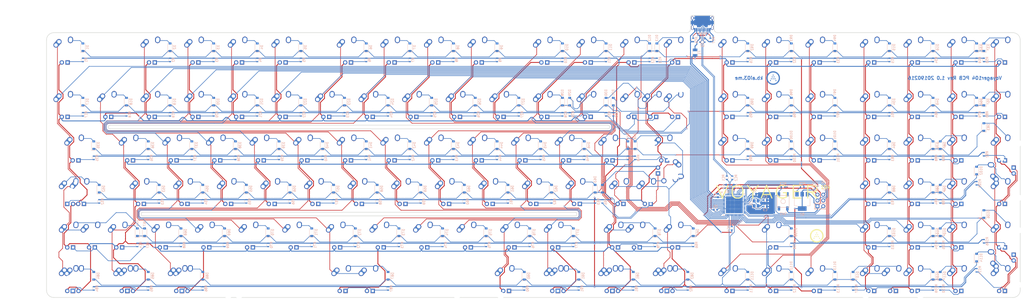
<source format=kicad_pcb>
(kicad_pcb (version 20221018) (generator pcbnew)
  (layers (0 "F.Cu" signal) (31 "B.Cu" signal) (34 "B.Paste" user) (35 "F.Paste" user) (36 "B.SilkS" user "B.Silkscreen") (37 "F.SilkS" user "F.Silkscreen") (38 "B.Mask" user) (39 "F.Mask" user) (44 "Edge.Cuts" user))
  (net 0 "")
  (net 1 "COL13")
  (net 2 "+5V")
  (net 3 "COL12")
  (net 4 "Net-(C2-Pad1)")
  (net 5 "GND")
  (net 6 "XTAL1")
  (net 7 "XTAL2")
  (net 8 "COL0")
  (net 9 "ROW0")
  (net 10 "Net-(D1-Pad2)")
  (net 11 "Net-(D2-Pad2)")
  (net 12 "Net-(D3-Pad2)")
  (net 13 "Net-(D4-Pad2)")
  (net 14 "Net-(D5-Pad2)")
  (net 15 "Net-(D6-Pad2)")
  (net 16 "Net-(D7-Pad2)")
  (net 17 "Net-(D8-Pad2)")
  (net 18 "Net-(D9-Pad2)")
  (net 19 "Net-(D10-Pad2)")
  (net 20 "Net-(D11-Pad2)")
  (net 21 "Net-(D12-Pad2)")
  (net 22 "Net-(D13-Pad2)")
  (net 23 "Net-(D14-Pad2)")
  (net 24 "ROW4")
  (net 25 "Net-(D17-Pad2)")
  (net 26 "ROW1")
  (net 27 "Net-(D18-Pad2)")
  (net 28 "Net-(D19-Pad2)")
  (net 29 "Net-(D20-Pad2)")
  (net 30 "Net-(D21-Pad2)")
  (net 31 "Net-(D22-Pad2)")
  (net 32 "Net-(D23-Pad2)")
  (net 33 "Net-(D24-Pad2)")
  (net 34 "Net-(D25-Pad2)")
  (net 35 "Net-(D26-Pad2)")
  (net 36 "Net-(D27-Pad2)")
  (net 37 "Net-(D28-Pad2)")
  (net 38 "Net-(D29-Pad2)")
  (net 39 "ROW3")
  (net 40 "ROW2")
  (net 41 "Net-(D35-Pad2)")
  (net 42 "Net-(D36-Pad2)")
  (net 43 "Net-(D37-Pad2)")
  (net 44 "Net-(D38-Pad2)")
  (net 45 "Net-(D39-Pad2)")
  (net 46 "Net-(D40-Pad2)")
  (net 47 "Net-(D41-Pad2)")
  (net 48 "Net-(D42-Pad2)")
  (net 49 "Net-(D43-Pad2)")
  (net 50 "Net-(D44-Pad2)")
  (net 51 "Net-(D45-Pad2)")
  (net 52 "Net-(D46-Pad2)")
  (net 53 "Net-(D47-Pad2)")
  (net 54 "Net-(D48-Pad2)")
  (net 55 "Net-(D53-Pad2)")
  (net 56 "Net-(D54-Pad2)")
  (net 57 "Net-(D55-Pad2)")
  (net 58 "Net-(D56-Pad2)")
  (net 59 "Net-(D57-Pad2)")
  (net 60 "Net-(D58-Pad2)")
  (net 61 "Net-(D59-Pad2)")
  (net 62 "Net-(D60-Pad2)")
  (net 63 "Net-(D61-Pad2)")
  (net 64 "Net-(D62-Pad2)")
  (net 65 "Net-(D63-Pad2)")
  (net 66 "Net-(D65-Pad2)")
  (net 67 "Net-(D66-Pad2)")
  (net 68 "Net-(D67-Pad2)")
  (net 69 "Net-(D68-Pad2)")
  (net 70 "Net-(D69-Pad2)")
  (net 71 "Net-(D70-Pad2)")
  (net 72 "Net-(D71-Pad2)")
  (net 73 "Net-(D72-Pad2)")
  (net 74 "Net-(D73-Pad2)")
  (net 75 "Net-(D74-Pad2)")
  (net 76 "Net-(D75-Pad2)")
  (net 77 "Net-(D76-Pad2)")
  (net 78 "Net-(D77-Pad2)")
  (net 79 "Net-(D78-Pad2)")
  (net 80 "ROW5")
  (net 81 "Net-(D81-Pad2)")
  (net 82 "Net-(D82-Pad2)")
  (net 83 "Net-(D84-Pad2)")
  (net 84 "Net-(D85-Pad2)")
  (net 85 "Net-(D86-Pad2)")
  (net 86 "Net-(D87-Pad2)")
  (net 87 "Net-(D90-Pad2)")
  (net 88 "Net-(D91-Pad2)")
  (net 89 "Net-(D92-Pad2)")
  (net 90 "Net-(D93-Pad2)")
  (net 91 "Net-(D94-Pad2)")
  (net 92 "Net-(D95-Pad2)")
  (net 93 "Net-(D96-Pad2)")
  (net 94 "Net-(D97-Pad2)")
  (net 95 "Net-(D99-Pad2)")
  (net 96 "Net-(D100-Pad2)")
  (net 97 "Net-(D101-Pad2)")
  (net 98 "Net-(D108-Pad2)")
  (net 99 "Net-(D111-Pad2)")
  (net 100 "Net-(D112-Pad2)")
  (net 101 "Net-(D113-Pad2)")
  (net 102 "VCC")
  (net 103 "COL2")
  (net 104 "COL1")
  (net 105 "Net-(MX_.1-Pad4)")
  (net 106 "COL10")
  (net 107 "Net-(MX_,1-Pad4)")
  (net 108 "COL9")
  (net 109 "Net-(MX_#1-Pad4)")
  (net 110 "Net-(MX_#2-Pad4)")
  (net 111 "COL3")
  (net 112 "Net-(MX_#3-Pad4)")
  (net 113 "Net-(MX_#4-Pad4)")
  (net 114 "COL4")
  (net 115 "Net-(MX_#5-Pad4)")
  (net 116 "COL5")
  (net 117 "Net-(MX_#6-Pad4)")
  (net 118 "COL6")
  (net 119 "Net-(MX_#7-Pad4)")
  (net 120 "COL7")
  (net 121 "COL8")
  (net 122 "Net-(MX_#8-Pad4)")
  (net 123 "Net-(MX_#9-Pad4)")
  (net 124 "Net-(MX_#0_1-Pad4)")
  (net 125 "Net-(MX_'1-Pad4)")
  (net 126 "COL11")
  (net 127 "Net-(MX_-1-Pad4)")
  (net 128 "Net-(MX_/1-Pad4)")
  (net 129 "Net-(MX_;1-Pad4)")
  (net 130 "Net-(MX_=1-Pad4)")
  (net 131 "Net-(MX_[1-Pad4)")
  (net 132 "Net-(MX_\\1-Pad4)")
  (net 133 "Net-(MX_]1-Pad4)")
  (net 134 "Net-(MX_`1-Pad4)")
  (net 135 "Net-(MX_A1-Pad4)")
  (net 136 "Net-(MX_B1-Pad4)")
  (net 137 "Net-(MX_C1-Pad4)")
  (net 138 "Net-(MX_D1-Pad4)")
  (net 139 "Net-(MX_E1-Pad4)")
  (net 140 "Net-(MX_ESC1-Pad4)")
  (net 141 "Net-(MX_F1-Pad4)")
  (net 142 "Net-(MX_FN1-Pad4)")
  (net 143 "Net-(MX_FN2-Pad4)")
  (net 144 "Net-(MX_FN3-Pad4)")
  (net 145 "Net-(MX_FN4-Pad4)")
  (net 146 "Net-(MX_FN5-Pad4)")
  (net 147 "Net-(MX_FN6-Pad4)")
  (net 148 "Net-(MX_FN7-Pad4)")
  (net 149 "Net-(MX_FN8-Pad4)")
  (net 150 "Net-(MX_FN9-Pad4)")
  (net 151 "Net-(MX_FN10-Pad4)")
  (net 152 "Net-(MX_FN11-Pad4)")
  (net 153 "Net-(MX_FN12-Pad4)")
  (net 154 "Net-(MX_G1-Pad4)")
  (net 155 "Net-(MX_H1-Pad4)")
  (net 156 "Net-(MX_I1-Pad4)")
  (net 157 "Net-(MX_J1-Pad4)")
  (net 158 "Net-(MX_K1-Pad4)")
  (net 159 "Net-(MX_L1-Pad4)")
  (net 160 "Net-(MX_M1-Pad4)")
  (net 161 "Net-(MX_N1-Pad4)")
  (net 162 "COL14")
  (net 163 "COL15")
  (net 164 "COL16")
  (net 165 "Net-(MX_O1-Pad4)")
  (net 166 "Net-(MX_P1-Pad4)")
  (net 167 "Net-(MX_Q1-Pad4)")
  (net 168 "Net-(MX_R1-Pad4)")
  (net 169 "Net-(MX_RETURN1-Pad4)")
  (net 170 "Net-(MX_RSHIFT1-Pad4)")
  (net 171 "Net-(MX_S1-Pad4)")
  (net 172 "Net-(MX_T1-Pad4)")
  (net 173 "Net-(MX_TAB1-Pad4)")
  (net 174 "Net-(MX_U1-Pad4)")
  (net 175 "Net-(MX_V1-Pad4)")
  (net 176 "Net-(MX_W1-Pad4)")
  (net 177 "Net-(MX_X1-Pad4)")
  (net 178 "Net-(MX_Y1-Pad4)")
  (net 179 "Net-(MX_Z1-Pad4)")
  (net 180 "Net-(Q1-Pad1)")
  (net 181 "LEDGND")
  (net 182 "Net-(RC1-Pad2)")
  (net 183 "D-")
  (net 184 "D+")
  (net 185 "Net-(RC2-Pad1)")
  (net 186 "RESET")
  (net 187 "Net-(RC4-Pad1)")
  (net 188 "Net-(RC5-Pad1)")
  (net 189 "Net-(RC6-Pad2)")
  (net 190 "Net-(RC7-Pad2)")
  (net 191 "Net-(U1-Pad62)")
  (net 192 "Net-(U1-Pad44)")
  (net 193 "Net-(U1-Pad26)")
  (net 194 "Net-(U1-Pad25)")
  (net 195 "Net-(U1-Pad19)")
  (net 196 "Net-(U1-Pad18)")
  (net 197 "Net-(U1-Pad16)")
  (net 198 "Net-(U1-Pad15)")
  (net 199 "Net-(U1-Pad14)")
  (net 200 "MISO")
  (net 201 "MOSI")
  (net 202 "SCK")
  (net 203 "Net-(U1-Pad10)")
  (net 204 "Net-(U1-Pad9)")
  (net 205 "Net-(U1-Pad2)")
  (net 206 "Net-(U1-Pad1)")
  (net 207 "Net-(USB1-Pad9)")
  (net 208 "Net-(USB1-Pad3)")
  (net 209 "Net-(D30-Pad2)")
  (net 210 "Net-(D31-Pad2)")
  (net 211 "Net-(D52-Pad2)")
  (net 212 "Net-(MX_BACK1-Pad4)")
  (net 213 "Net-(MX_BACK3-Pad4)")
  (net 214 "Net-(MX_CLOCK1-Pad4)")
  (net 215 "Net-(MX_DEL1-Pad4)")
  (net 216 "Net-(MX_DN1-Pad4)")
  (net 217 "Net-(MX_END1-Pad4)")
  (net 218 "Net-(MX_HOME1-Pad4)")
  (net 219 "Net-(MX_INS1-Pad4)")
  (net 220 "Net-(MX_LALT1-Pad4)")
  (net 221 "Net-(MX_LCTRL1-Pad4)")
  (net 222 "Net-(MX_LFT1-Pad4)")
  (net 223 "Net-(MX_LGUI1-Pad4)")
  (net 224 "Net-(MX_LSHIFT1-Pad4)")
  (net 225 "Net-(MX_LSHIFT3-Pad4)")
  (net 226 "Net-(MX_PAUSE1-Pad4)")
  (net 227 "Net-(MX_PGDN1-Pad4)")
  (net 228 "Net-(MX_PGUP1-Pad4)")
  (net 229 "Net-(MX_PRINT1-Pad4)")
  (net 230 "Net-(MX_RALT1-Pad4)")
  (net 231 "Net-(MX_RALT2-Pad4)")
  (net 232 "Net-(MX_RCTRL1-Pad4)")
  (net 233 "Net-(MX_RGUI2-Pad4)")
  (net 234 "Net-(MX_RSHIFT3-Pad4)")
  (net 235 "Net-(MX_RT1-Pad4)")
  (net 236 "Net-(MX_SLOCK1-Pad4)")
  (net 237 "Net-(MX_SP1-Pad4)")
  (net 238 "Net-(MX_UP1-Pad4)")
  (net 239 "Net-(D15-Pad2)")
  (net 240 "Net-(D16-Pad2)")
  (net 241 "Net-(D32-Pad2)")
  (net 242 "Net-(D33-Pad2)")
  (net 243 "Net-(D34-Pad2)")
  (net 244 "Net-(D49-Pad2)")
  (net 245 "Net-(D50-Pad2)")
  (net 246 "Net-(D51-Pad2)")
  (net 247 "Net-(D64-Pad2)")
  (net 248 "Net-(D79-Pad2)")
  (net 249 "Net-(D80-Pad2)")
  (net 250 "Net-(D83-Pad2)")
  (net 251 "Net-(D88-Pad2)")
  (net 252 "Net-(D89-Pad2)")
  (net 253 "Net-(D98-Pad2)")
  (net 254 "Net-(D102-Pad2)")
  (net 255 "Net-(D103-Pad2)")
  (net 256 "Net-(D104-Pad2)")
  (net 257 "Net-(D105-Pad2)")
  (net 258 "Net-(D106-Pad2)")
  (net 259 "Net-(D107-Pad2)")
  (net 260 "Net-(D109-Pad2)")
  (net 261 "Net-(D110-Pad2)")
  (net 262 "Net-(D114-Pad2)")
  (net 263 "COL17")
  (net 264 "Net-(MX_NUM1-Pad4)")
  (net 265 "COL18")
  (net 266 "Net-(MX_NUM2-Pad4)")
  (net 267 "Net-(MX_NUM3-Pad4)")
  (net 268 "COL19")
  (net 269 "Net-(MX_NUM4-Pad4)")
  (net 270 "COL20")
  (net 271 "Net-(MX_NUM5-Pad4)")
  (net 272 "Net-(MX_NUM6-Pad4)")
  (net 273 "Net-(MX_NUM7-Pad4)")
  (net 274 "Net-(MX_NUM8-Pad4)")
  (net 275 "Net-(MX_NUM9-Pad4)")
  (net 276 "Net-(MX_NUM10-Pad4)")
  (net 277 "Net-(MX_NUM11-Pad4)")
  (net 278 "Net-(MX_NUM12-Pad4)")
  (net 279 "Net-(MX_NUM13-Pad4)")
  (net 280 "Net-(MX_NUM14-Pad4)")
  (net 281 "Net-(MX_NUM15-Pad4)")
  (net 282 "Net-(MX_NUM16-Pad4)")
  (net 283 "Net-(MX_NUM17-Pad4)")
  (net 284 "Net-(MX_NUM18-Pad4)")
  (net 285 "Net-(MX_NUM19-Pad4)")
  (net 286 "Net-(MX_NUM20-Pad4)")
  (net 287 "Net-(MX_NUM21-Pad4)")
  (net 288 "Net-(MX_NUM22-Pad4)")
  (net 289 "Net-(MX_NUM23-Pad4)")
  (net 290 "Net-(MX_NUM24-Pad4)")
  (net 291 "Net-(U1-Pad30)")
  (net 292 "Net-(U1-Pad29)")
  (net 293 "Net-(U1-Pad28)")
  (net 294 "Net-(U1-Pad27)")
  (footprint "MX_Alps_Hybrid:MX-1U" (layer "F.Cu") (at 242.8875 120.65)
    (fp_text reference "MX_.1")
    (fp_text value "MX-1U")
  )
  (footprint "MX_Alps_Hybrid:MX-1U" (layer "F.Cu") (at 223.8375 120.65)
    (fp_text reference "MX_,1")
    (fp_text value "MX-1U")
  )
  (footprint "MX_Alps_Hybrid:MX-1U" (layer "F.Cu") (at 66.675 63.5)
    (fp_text reference "MX_#1")
    (fp_text value "MX-1U")
  )
  (footprint "MX_Alps_Hybrid:MX-1U" (layer "F.Cu") (at 85.725 63.5)
    (fp_text reference "MX_#2")
    (fp_text value "MX-1U")
  )
  (footprint "MX_Alps_Hybrid:MX-1U" (layer "F.Cu") (at 104.775 63.5)
    (fp_text reference "MX_#3")
    (fp_text value "MX-1U")
  )
  (footprint "MX_Alps_Hybrid:MX-1U" (layer "F.Cu") (at 123.825 63.5)
    (fp_text reference "MX_#4")
    (fp_text value "MX-1U")
  )
  (footprint "MX_Alps_Hybrid:MX-1U" (layer "F.Cu") (at 142.875 63.5)
    (fp_text reference "MX_#5")
    (fp_text value "MX-1U")
  )
  (footprint "MX_Alps_Hybrid:MX-1U" (layer "F.Cu") (at 161.925 63.5)
    (fp_text reference "MX_#6")
    (fp_text value "MX-1U")
  )
  (footprint "MX_Alps_Hybrid:MX-1U" (layer "F.Cu") (at 180.975 63.5)
    (fp_text reference "MX_#7")
    (fp_text value "MX-1U")
  )
  (footprint "MX_Alps_Hybrid:MX-1U" (layer "F.Cu") (at 200.025 63.5)
    (fp_text reference "MX_#8")
    (fp_text value "MX-1U")
  )
  (footprint "MX_Alps_Hybrid:MX-1U" (layer "F.Cu") (at 219.075 63.5)
    (fp_text reference "MX_#9")
    (fp_text value "MX-1U")
  )
  (footprint "MX_Alps_Hybrid:MX-1U" (layer "F.Cu") (at 238.125 63.5)
    (fp_text reference "MX_#0_1")
    (fp_text value "MX-1U")
  )
  (footprint "MX_Alps_Hybrid:MX-1U" (layer "F.Cu") (at 271.4625 101.6)
    (fp_text reference "MX_'1")
    (fp_text value "MX-1U")
  )
  (footprint "MX_Alps_Hybrid:MX-1U" (layer "F.Cu") (at 257.175 63.5)
    (fp_text reference "MX_-1")
    (fp_text value "MX-1U")
  )
  (footprint "MX_Alps_Hybrid:MX-1U" (layer "F.Cu") (at 261.9375 120.65)
    (fp_text reference "MX_/1")
    (fp_text value "MX-1U")
  )
  (footprint "MX_Alps_Hybrid:MX-1U" (layer "F.Cu") (at 252.4125 101.6)
    (fp_text reference "MX_;1")
    (fp_text value "MX-1U")
  )
  (footprint "MX_Alps_Hybrid:MX-1U" (layer "F.Cu") (at 276.225 63.5)
    (fp_text reference "MX_=1")
    (fp_text value "MX-1U")
  )
  (footprint "MX_Alps_Hybrid:MX-1U" (layer "F.Cu") (at 266.7 82.55)
    (fp_text reference "MX_[1")
    (fp_text value "MX-1U")
  )
  (footprint "MX_Alps_Hybrid:MX-1.5U" (layer "F.Cu") (at 309.5625 82.55)
    (fp_text reference "MX_\\1")
    (fp_text value "MX-1.5U")
  )
  (footprint "MX_Alps_Hybrid:MX-1U" (layer "F.Cu") (at 285.75 82.55)
    (fp_text reference "MX_]1")
    (fp_text value "MX-1U")
  )
  (footprint "MX_Alps_Hybrid:MX-1U" (layer "F.Cu") (at 47.625 63.5)
    (fp_text reference "MX_`1")
    (fp_text value "MX-1U")
  )
  (footprint "MX_Alps_Hybrid:MX-1U" (layer "F.Cu") (at 80.9625 101.6)
    (fp_text reference "MX_A1")
    (fp_text value "MX-1U")
  )
  (footprint "MX_Alps_Hybrid:MX-1U" (layer "F.Cu") (at 166.6875 120.65)
    (fp_text reference "MX_B1")
    (fp_text value "MX-1U")
  )
  (footprint "MX_Alps_Hybrid:MX-1U" (layer "F.Cu") (at 128.5875 120.65)
    (fp_text reference "MX_C1")
    (fp_text value "MX-1U")
  )
  (footprint "MX_Alps_Hybrid:MX-1U" (layer "F.Cu") (at 119.0625 101.6)
    (fp_text reference "MX_D1")
    (fp_text value "MX-1U")
  )
  (footprint "MX_Alps_Hybrid:MX-1U" (layer "F.Cu") (at 114.3 82.55)
    (fp_text reference "MX_E1")
    (fp_text value "MX-1U")
  )
  (footprint "MX_Alps_Hybrid:MX-1U" (layer "F.Cu") (at 47.625 39.6875)
    (fp_text reference "MX_ESC1")
    (fp_text value "MX-1U")
  )
  (footprint "MX_Alps_Hybrid:MX-1U" (layer "F.Cu") (at 138.1125 101.6)
    (fp_text reference "MX_F1")
    (fp_text value "MX-1U")
  )
  (footprint "MX_Alps_Hybrid:MX-1U" (layer "F.Cu") (at 85.725 39.6875)
    (fp_text reference "MX_FN1")
    (fp_text value "MX-1U")
  )
  (footprint "MX_Alps_Hybrid:MX-1U" (layer "F.Cu") (at 104.775 39.6875)
    (fp_text reference "MX_FN2")
    (fp_text value "MX-1U")
  )
  (footprint "MX_Alps_Hybrid:MX-1U" (layer "F.Cu") (at 123.825 39.6875)
    (fp_text reference "MX_FN3")
    (fp_text value "MX-1U")
  )
  (footprint "MX_Alps_Hybrid:MX-1U" (layer "F.Cu") (at 142.875 39.6875)
    (fp_text reference "MX_FN4")
    (fp_text value "MX-1U")
  )
  (footprint "MX_Alps_Hybrid:MX-1U" (layer "F.Cu") (at 171.45 39.6875)
    (fp_text reference "MX_FN5")
    (fp_text value "MX-1U")
  )
  (footprint "MX_Alps_Hybrid:MX-1U" (layer "F.Cu") (at 190.5 39.6875)
    (fp_text reference "MX_FN6")
    (fp_text value "MX-1U")
  )
  (footprint "MX_Alps_Hybrid:MX-1U" (layer "F.Cu") (at 209.55 39.6875)
    (fp_text reference "MX_FN7")
    (fp_text value "MX-1U")
  )
  (footprint "MX_Alps_Hybrid:MX-1U" (layer "F.Cu") (at 228.6 39.6875)
    (fp_text reference "MX_FN8")
    (fp_text value "MX-1U")
  )
  (footprint "MX_Alps_Hybrid:MX-1U" (layer "F.Cu") (at 257.175 39.6875)
    (fp_text reference "MX_FN9")
    (fp_text value "MX-1U")
  )
  (footprint "MX_Alps_Hybrid:MX-1U" (layer "F.Cu") (at 276.225 39.6875)
    (fp_text reference "MX_FN10")
    (fp_text value "MX-1U")
  )
  (footprint "MX_Alps_Hybrid:MX-1U" (layer "F.Cu") (at 295.275 39.6875)
    (fp_text reference "MX_FN11")
    (fp_text value "MX-1U")
  )
  (footprint "MX_Alps_Hybrid:MX-1U" (layer "F.Cu") (at 314.325 39.6875)
    (fp_text reference "MX_FN12")
    (fp_text value "MX-1U")
  )
  (footprint "MX_Alps_Hybrid:MX-1U" (layer "F.Cu") (at 157.1625 101.6)
    (fp_text reference "MX_G1")
    (fp_text value "MX-1U")
  )
  (footprint "MX_Alps_Hybrid:MX-1U" (layer "F.Cu") (at 176.2125 101.6)
    (fp_text reference "MX_H1")
    (fp_text value "MX-1U")
  )
  (footprint "MX_Alps_Hybrid:MX-1U" (layer "F.Cu") (at 209.55 82.55)
    (fp_text reference "MX_I1")
    (fp_text value "MX-1U")
  )
  (footprint "MX_Alps_Hybrid:MX-1U" (layer "F.Cu") (at 195.2625 101.6)
    (fp_text reference "MX_J1")
    (fp_text value "MX-1U")
  )
  (footprint "MX_Alps_Hybrid:MX-1U" (layer "F.Cu") (at 214.3125 101.6)
    (fp_text reference "MX_K1")
    (fp_text value "MX-1U")
  )
  (footprint "MX_Alps_Hybrid:MX-1U" (layer "F.Cu") (at 233.3625 101.6)
    (fp_text reference "MX_L1")
    (fp_text value "MX-1U")
  )
  (footprint "MX_Alps_Hybrid:MX-1U" (layer "F.Cu") (at 204.7875 120.65)
    (fp_text reference "MX_M1")
    (fp_text value "MX-1U")
  )
  (footprint "MX_Alps_Hybrid:MX-1U" (layer "F.Cu") (at 185.7375 120.65)
    (fp_text reference "MX_N1")
    (fp_text value "MX-1U")
  )
  (footprint "MX_Alps_Hybrid:MX-1U" (layer "F.Cu") (at 228.6 82.55)
    (fp_text reference "MX_O1")
    (fp_text value "MX-1U")
  )
  (footprint "MX_Alps_Hybrid:MX-1U" (layer "F.Cu") (at 247.65 82.55)
    (fp_text reference "MX_P1")
    (fp_text value "MX-1U")
  )
  (footprint "MX_Alps_Hybrid:MX-1U" (layer "F.Cu") (at 76.2 82.55)
    (fp_text reference "MX_Q1")
    (fp_text value "MX-1U")
  )
  (footprint "MX_Alps_Hybrid:MX-1U" (layer "F.Cu") (at 133.35 82.55)
    (fp_text reference "MX_R1")
    (fp_text value "MX-1U")
  )
  (footprint "MX_Alps_Hybrid:MX-2.25U" (layer "F.Cu") (at 302.41875 101.6)
    (fp_text reference "MX_RETURN1")
    (fp_text value "MX-2.25U")
  )
  (footprint "MX_Alps_Hybrid:MX-1U" (layer "F.Cu") (at 100.0125 101.6)
    (fp_text reference "MX_S1")
    (fp_text value "MX-1U")
  )
  (footprint "MX_Alps_Hybrid:MX-1U" (layer "F.Cu") (at 152.4 82.55)
    (fp_text reference "MX_T1")
    (fp_text value "MX-1U")
  )
  (footprint "MX_Alps_Hybrid:MX-1.5U" (layer "F.Cu") (at 52.3875 82.55)
    (fp_text reference "MX_TAB1")
    (fp_text value "MX-1.5U")
  )
  (footprint "MX_Alps_Hybrid:MX-1U" (layer "F.Cu") (at 190.5 82.55)
    (fp_text reference "MX_U1")
    (fp_text value "MX-1U")
  )
  (footprint "MX_Alps_Hybrid:MX-1U" (layer "F.Cu") (at 147.6375 120.65)
    (fp_text reference "MX_V1")
    (fp_text value "MX-1U")
  )
  (footprint "MX_Alps_Hybrid:MX-1U" (layer "F.Cu") (at 95.25 82.55)
    (fp_text reference "MX_W1")
    (fp_text value "MX-1U")
  )
  (footprint "MX_Alps_Hybrid:MX-1U" (layer "F.Cu") (at 109.5375 120.65)
    (fp_text reference "MX_X1")
    (fp_text value "MX-1U")
  )
  (footprint "MX_Alps_Hybrid:MX-1U" (layer "F.Cu") (at 171.45 82.55)
    (fp_text reference "MX_Y1")
    (fp_text value "MX-1U")
  )
  (footprint "MX_Alps_Hybrid:MX-1U" (layer "F.Cu") (at 90.4875 120.65)
    (fp_text reference "MX_Z1")
    (fp_text value "MX-1U")
  )
  (footprint "MX_Alps_Hybrid:MX-1U" (layer "F.Cu") (at 290.5125 101.6)
    (fp_text reference "MX_\\2")
    (fp_text value "MX-1U")
  )
  (footprint "MX_Alps_Hybrid:MX-2U" (layer "F.Cu") (at 304.8 63.5)
    (fp_text reference "MX_BACK1")
    (fp_text value "MX-2U")
  )
  (footprint "MX_Alps_Hybrid:MX-1U" (layer "F.Cu") (at 295.275 63.5)
    (fp_text reference "MX_BACK2")
    (fp_text value "MX-1U")
  )
  (footprint "MX_Alps_Hybrid:MX-1U" (layer "F.Cu") (at 314.325 63.5)
    (fp_text reference "MX_BACK3")
    (fp_text value "MX-1U")
  )
  (footprint "MX_Alps_Hybrid:MX-1.75U" (layer "F.Cu") (at 54.76875 101.6)
    (fp_text reference "MX_CLOCK1")
    (fp_text value "MX-1.75U")
  )
  (footprint "MX_Alps_Hybrid:MX-1.25U-FLIPPED" (layer "F.Cu") (at 50.00625 101.6)
    (fp_text reference "MX_CLOCK2")
    (fp_text value "MX-1.25U")
  )
  (footprint "MX_Alps_Hybrid:MX-1U" (layer "F.Cu") (at 338.1375 82.55)
    (fp_text reference "MX_DEL1")
    (fp_text value "MX-1U")
  )
  (footprint "MX_Alps_Hybrid:MX-1U" (layer "F.Cu") (at 357.1875 139.7)
    (fp_text reference "MX_DN1")
    (fp_text value "MX-1U")
  )
  (footprint "MX_Alps_Hybrid:MX-1U" (layer "F.Cu") (at 357.1875 82.55)
    (fp_text reference "MX_END1")
    (fp_text value "MX-1U")
  )
  (footprint "MX_Alps_Hybrid:MX-1U" (layer "F.Cu") (at 357.1875 63.5)
    (fp_text reference "MX_HOME1")
    (fp_text value "MX-1U")
  )
  (footprint "MX_Alps_Hybrid:MX-1U" (layer "F.Cu") (at 338.1375 63.5)
    (fp_text reference "MX_INS1")
    (fp_text value "MX-1U")
  )
  (footprint "MX_Alps_Hybrid:MX-1.25U" (layer "F.Cu") (at 97.63125 139.7)
    (fp_text reference "MX_LALT1")
    (fp_text value "MX-1.25U")
  )
  (footprint "MX_Alps_Hybrid:MX-1.25U" (layer "F.Cu") (at 50.00625 139.7)
    (fp_text reference "MX_LCTRL1")
    (fp_text value "MX-1.25U")
  )
  (footprint "MX_Alps_Hybrid:MX-1.5U-FLIPPED" (layer "F.Cu") (at 52.3875 139.7)
    (fp_text reference "MX_LCTRL2")
    (fp_text value "MX-1.5U")
  )
  (footprint "MX_Alps_Hybrid:MX-1U" (layer "F.Cu") (at 338.1375 139.7)
    (fp_text reference "MX_LFT1")
    (fp_text value "MX-1U")
  )
  (footprint "MX_Alps_Hybrid:MX-2.25U" (layer "F.Cu") (at 59.53125 120.65)
    (fp_text reference "MX_LSHIFT1")
    (fp_text value "MX-2.25U")
  )
  (footprint "MX_Alps_Hybrid:MX-1.25U" (layer "F.Cu") (at 50.00625 120.65)
    (fp_text reference "MX_LSHIFT2")
    (fp_text value "MX-1.25U")
  )
  (footprint "MX_Alps_Hybrid:MX-1U" (layer "F.Cu") (at 71.4375 120.65)
    (fp_text reference "MX_LSHIFT3")
    (fp_text value "MX-1U")
  )
  (footprint "MX_Alps_Hybrid:MX-1U" (layer "F.Cu") (at 376.2375 39.6875)
    (fp_text reference "MX_PAUSE1")
    (fp_text value "MX-1U")
  )
  (footprint "MX_Alps_Hybrid:MX-1U" (layer "F.Cu") (at 376.2375 82.55)
    (fp_text reference "MX_PGDN1")
    (fp_text value "MX-1U")
  )
  (footprint "MX_Alps_Hybrid:MX-1U" (layer "F.Cu") (at 376.2375 63.5)
    (fp_text reference "MX_PGUP1")
    (fp_text value "MX-1U")
  )
  (footprint "MX_Alps_Hybrid:MX-1U" (layer "F.Cu") (at 338.1375 39.6875)
    (fp_text reference "MX_PRINT1")
    (fp_text value "MX-1U")
  )
  (footprint "MX_Alps_Hybrid:MX-1.25U" (layer "F.Cu") (at 240.50625 139.7)
    (fp_text reference "MX_RALT1")
    (fp_text value "MX-1.25U")
  )
  (footprint "MX_Alps_Hybrid:MX-ISO-ReversedStabilizers" (layer "F.Cu") (at 311.94375 92.075)
    (fp_text reference "MX_RETURN2")
    (fp_text value "MX-ISO")
  )
  (footprint "MX_Alps_Hybrid:MX-2.75U" (layer "F.Cu") (at 297.65625 120.65)
    (fp_text reference "MX_RSHIFT1")
    (fp_text value "MX-2.75U")
  )
  (footprint "MX_Alps_Hybrid:MX-1.75U" (layer "F.Cu") (at 288.13125 120.65)
    (fp_text reference "MX_RSHIFT2")
    (fp_text value "MX-1.75U")
  )
  (footprint "MX_Alps_Hybrid:MX-1U" (layer "F.Cu") (at 314.325 120.65)
    (fp_text reference "MX_RSHIFT3")
    (fp_text value "MX-1U")
  )
  (footprint "MX_Alps_Hybrid:MX-1U" (layer "F.Cu") (at 376.2375 139.7)
    (fp_text reference "MX_RT1")
    (fp_text value "MX-1U")
  )
  (footprint "MX_Alps_Hybrid:MX-1U" (layer "F.Cu") (at 357.1875 39.6875)
    (fp_text reference "MX_SLOCK1")
    (fp_text value "MX-1U")
  )
  (footprint "MX_Alps_Hybrid:MX-6.25U-ReversedStabilizers" (layer "F.Cu") (at 169.06875 139.7)
    (fp_text reference "MX_SP1")
    (fp_text value "MX-6.25U")
  )
  (footprint "MX_Alps_Hybrid:MX-7U-ReversedStabilizers" (layer "F.Cu") (at 180.975 139.7)
    (fp_text reference "MX_SP2")
    (fp_text value "MX-7U")
  )
  (footprint "MX_Alps_Hybrid:MX-1U" (layer "F.Cu") (at 357.1875 120.65)
    (fp_text reference "MX_UP1")
    (fp_text value "MX-1U")
  )
  (footprint "MX_Alps_Hybrid:MX-1.25U" (layer "F.Cu") (at 73.81875 139.7)
    (fp_text reference "MX_LGUI1")
    (fp_text value "MX-1.25U")
  )
  (footprint "MX_Alps_Hybrid:MX-1.5U-FLIPPED" (layer "F.Cu") (at 100.0125 139.7)
    (fp_text reference "MX_LALT2")
    (fp_text value "MX-1.5U")
  )
  (footprint "MX_Alps_Hybrid:MX-1U-FLIPPED" (layer "F.Cu") (at 76.2 139.7)
    (fp_text reference "MX_LGUI2")
    (fp_text value "MX-1U")
  )
  (footprint "MX_Alps_Hybrid:MX-1.5U" (layer "F.Cu") (at 261.9375 139.7)
    (fp_text reference "MX_RALT2")
    (fp_text value "MX-1.5U")
  )
  (footprint "MX_Alps_Hybrid:MX-1.25U-FLIPPED" (layer "F.Cu") (at 264.31875 139.7)
    (fp_text reference "MX_RGUI1")
    (fp_text value "MX-1.25U")
  )
  (footprint "MX_Alps_Hybrid:MX-1.25U-FLIPPED" (layer "F.Cu") (at 311.94375 139.7)
    (fp_text reference "MX_RCTRL1")
    (fp_text value "MX-1.25U")
  )
  (footprint "MX_Alps_Hybrid:MX-1.5U" (layer "F.Cu") (at 309.5625 139.7)
    (fp_text reference "MX_RCTRL2")
    (fp_text value "MX-1.5U")
  )
  (footprint "MX_Alps_Hybrid:MX-1U" (layer "F.Cu") (at 285.75 139.7)
    (fp_text reference "MX_RGUI2")
    (fp_text value "MX-1U")
  )
  (footprint "MX_Alps_Hybrid:MX-1.25U-FLIPPED" (layer "F.Cu") (at 288.13125 139.7)
    (fp_text reference "MX_RMENU1")
    (fp_text value "MX-1.25U")
  )
  (footprint "locallib:ai-ring-6mm" (layer "F.Cu") (at 376.2375 120.65)
    (fp_text reference "G***" hide)
    (fp_text value "LOGO" hide)
  )
  (footprint "MX_Alps_Hybrid:MX-1U" (layer "F.Cu") (at 400.05 39.6875)
    (fp_text reference "MX_NUM1")
    (fp_text value "MX-1U")
  )
  (footprint "MX_Alps_Hybrid:MX-1U" (layer "F.Cu") (at 419.1 39.6875)
    (fp_text reference "MX_NUM2")
    (fp_text value "MX-1U")
  )
  (footprint "MX_Alps_Hybrid:MX-1U" (layer "F.Cu") (at 438.15 39.6875)
    (fp_text reference "MX_NUM3")
    (fp_text value "MX-1U")
  )
  (footprint "MX_Alps_Hybrid:MX-1U" (layer "F.Cu") (at 457.2 39.6875)
    (fp_text reference "MX_NUM4")
    (fp_text value "MX-1U")
  )
  (footprint "MX_Alps_Hybrid:MX-1U" (layer "F.Cu") (at 400.05 63.5)
    (fp_text reference "MX_NUM5")
    (fp_text value "MX-1U")
  )
  (footprint "MX_Alps_Hybrid:MX-1U" (layer "F.Cu") (at 419.1 63.5)
    (fp_text reference "MX_NUM6")
    (fp_text value "MX-1U")
  )
  (footprint "MX_Alps_Hybrid:MX-1U" (layer "F.Cu") (at 438.15 63.5)
    (fp_text reference "MX_NUM7")
    (fp_text value "MX-1U")
  )
  (footprint "MX_Alps_Hybrid:MX-1U" (layer "F.Cu") (at 457.2 63.5)
    (fp_text reference "MX_NUM8")
    (fp_text value "MX-1U")
  )
  (footprint "MX_Alps_Hybrid:MX-1U" (layer "F.Cu") (at 400.05 82.55)
    (fp_text reference "MX_NUM9")
    (fp_text value "MX-1U")
  )
  (footprint "MX_Alps_Hybrid:MX-1U" (layer "F.Cu") (at 419.1 82.55)
    (fp_text reference "MX_NUM10")
    (fp_text value "MX-1U")
  )
  (footprint "MX_Alps_Hybrid:MX-1U" (layer "F.Cu") (at 438.15 82.55)
    (fp_text reference "MX_NUM11")
    (fp_text value "MX-1U")
  )
  (footprint "MX_Alps_Hybrid:MX-1U" (layer "F.Cu") (at 457.2 82.55)
    (fp_text reference "MX_NUM12")
    (fp_text value "MX-1U")
  )
  (footprint "MX_Alps_Hybrid:MX-1U" (layer "F.Cu") (at 400.05 101.6)
    (fp_text reference "MX_NUM13")
    (fp_text value "MX-1U")
  )
  (footprint "MX_Alps_Hybrid:MX-1U" (layer "F.Cu") (at 419.1 101.6)
    (fp_text reference "MX_NUM14")
    (fp_text value "MX-1U")
  )
  (footprint "MX_Alps_Hybrid:MX-1U" (layer "F.Cu") (at 438.15 101.6)
    (fp_text reference "MX_NUM15")
    (fp_text value "MX-1U")
  )
  (footprint "MX_Alps_Hybrid:MX-1U" (layer "F.Cu") (at 457.2 101.6)
    (fp_text reference "MX_NUM16")
    (fp_text value "MX-1U")
  )
  (footprint "MX_Alps_Hybrid:MX-1U" (layer "F.Cu") (at 400.05 120.65)
    (fp_text reference "MX_NUM17")
    (fp_text value "MX-1U")
  )
  (footprint "MX_Alps_Hybrid:MX-1U" (layer "F.Cu") (at 419.1 120.65)
    (fp_text reference "MX_NUM18")
    (fp_text value "MX-1U")
  )
  (footprint "MX_Alps_Hybrid:MX-1U" (layer "F.Cu") (at 438.15 120.65)
    (fp_text reference "MX_NUM19")
    (fp_text value "MX-1U")
  )
  (footprint "MX_Alps_Hybrid:MX-1U" (layer "F.Cu") (at 457.2 120.65)
    (fp_text reference "MX_NUM20")
    (fp_text value "MX-1U")
  )
  (footprint "MX_Alps_Hybrid:MX-1U" (layer "F.Cu") (at 400.05 139.7)
    (fp_text reference "MX_NUM21")
    (fp_text value "MX-1U")
  )
  (footprint "MX_Alps_Hybrid:MX-1U" (layer "F.Cu") (at 419.1 139.7)
    (fp_text reference "MX_NUM22")
    (fp_text value "MX-1U")
  )
  (footprint "MX_Alps_Hybrid:MX-1U" (layer "F.Cu") (at 438.15 139.7)
    (fp_text reference "MX_NUM23")
    (fp_text value "MX-1U")
  )
  (footprint "MX_Alps_Hybrid:MX-1U" (layer "F.Cu") (at 457.2 139.7)
    (fp_text reference "MX_NUM24")
    (fp_text value "MX-1U")
  )
  (footprint "MX_Alps_Hybrid:MX-2U-ReversedStabilizers" (layer "F.Cu") (at 457.2 92.075 90)
    (fp_text reference "MX_NUM_EX1")
    (fp_text value "MX-2U")
  )
  (footprint "MX_Alps_Hybrid:MX-2U-ReversedStabilizers" (layer "F.Cu") (at 457.2 130.175 90)
    (fp_text reference "MX_NUM_EX2")
    (fp_text value "MX-2U")
  )
  (footprint "MX_Alps_Hybrid:MX-2U-ReversedStabilizers" (layer "F.Cu") (at 409.575 139.7)
    (fp_text reference "MX_NUM_EX3")
    (fp_text value "MX-2U")
  )
  (footprint "Capacitors_SMD:C_0603" (layer "B.Cu") (at 339.979 99.06 90)
    (fp_text reference "C2")
    (fp_text value "1uF")
  )
  (footprint "Capacitors_SMD:C_0603" (layer "B.Cu") (at 353.72675 107.79125)
    (fp_text reference "C3")
    (fp_text value "22pF")
  )
  (footprint "Capacitors_SMD:C_0603" (layer "B.Cu") (at 353.72675 105.013125)
    (fp_text reference "C4")
    (fp_text value "22pF")
  )
  (footprint "Capacitors_SMD:C_0603" (layer "B.Cu") (at 331.978 109.22 180)
    (fp_text reference "C6")
    (fp_text value "0.1uF")
  )
  (footprint "Capacitors_SMD:C_0603" (layer "B.Cu") (at 333.08925 102.997 90)
    (fp_text reference "C7")
    (fp_text value "0.1uF")
  )
  (footprint "Capacitors_SMD:C_0603" (layer "B.Cu") (at 348.96425 102.235 180)
    (fp_text reference "C8")
    (fp_text value "0.1uF")
  )
  (footprint "Diodes_SMD:D_SOD-123" (layer "B.Cu") (at 55.5625 38.1 90)
    (fp_text reference "D1")
    (fp_text value "SOD-323")
  )
  (footprint "Diodes_SMD:D_SOD-123" (layer "B.Cu") (at 93.6625 38.1 90)
    (fp_text reference "D2")
    (fp_text value "SOD-323")
  )
  (footprint "Diodes_SMD:D_SOD-123" (layer "B.Cu") (at 112.7125 38.1 90)
    (fp_text reference "D3")
    (fp_text value "SOD-323")
  )
  (footprint "Diodes_SMD:D_SOD-123" (layer "B.Cu") (at 131.7625 38.1 90)
    (fp_text reference "D4")
    (fp_text value "SOD-323")
  )
  (footprint "Diodes_SMD:D_SOD-123" (layer "B.Cu") (at 150.8125 38.1 90)
    (fp_text reference "D5")
    (fp_text value "SOD-323")
  )
  (footprint "Diodes_SMD:D_SOD-123" (layer "B.Cu") (at 179.3875 38.1 90)
    (fp_text reference "D6")
    (fp_text value "SOD-323")
  )
  (footprint "Diodes_SMD:D_SOD-123" (layer "B.Cu") (at 198.4375 38.1 90)
    (fp_text reference "D7")
    (fp_text value "SOD-323")
  )
  (footprint "Diodes_SMD:D_SOD-123" (layer "B.Cu") (at 217.4875 38.1 90)
    (fp_text reference "D8")
    (fp_text value "SOD-323")
  )
  (footprint "Diodes_SMD:D_SOD-123" (layer "B.Cu") (at 236.5375 38.1 90)
    (fp_text reference "D9")
    (fp_text value "SOD-323")
  )
  (footprint "Diodes_SMD:D_SOD-123" (layer "B.Cu") (at 265.1125 38.1 90)
    (fp_text reference "D10")
    (fp_text value "SOD-323")
  )
  (footprint "Diodes_SMD:D_SOD-123" (layer "B.Cu") (at 284.1625 38.1 90)
    (fp_text reference "D11")
    (fp_text value "SOD-323")
  )
  (footprint "Diodes_SMD:D_SOD-123" (layer "B.Cu") (at 303.2125 38.1 90)
    (fp_text reference "D12")
    (fp_text value "SOD-323")
  )
  (footprint "Diodes_SMD:D_SOD-123" (layer "B.Cu") (at 306.3875 38.1 90)
    (fp_text reference "D13")
    (fp_text value "SOD-323")
  )
  (footprint "Diodes_SMD:D_SOD-123" (layer "B.Cu") (at 79.375 119.0625 90)
    (fp_text reference "D14")
    (fp_text value "SOD-323")
  )
  (footprint "Diodes_SMD:D_SOD-123" (layer "B.Cu") (at 55.5625 61.9125 90)
    (fp_text reference "D17")
    (fp_text value "SOD-323")
  )
  (footprint "Diodes_SMD:D_SOD-123" (layer "B.Cu") (at 74.6125 61.9125 90)
    (fp_text reference "D18")
    (fp_text value "SOD-323")
  )
  (footprint "Diodes_SMD:D_SOD-123" (layer "B.Cu") (at 93.6625 61.9125 90)
    (fp_text reference "D19")
    (fp_text value "SOD-323")
  )
  (footprint "Diodes_SMD:D_SOD-123" (layer "B.Cu") (at 112.7125 61.9125 90)
    (fp_text reference "D20")
    (fp_text value "SOD-323")
  )
  (footprint "Diodes_SMD:D_SOD-123" (layer "B.Cu") (at 131.7625 61.9125 90)
    (fp_text reference "D21")
    (fp_text value "SOD-323")
  )
  (footprint "Diodes_SMD:D_SOD-123" (layer "B.Cu") (at 150.8125 61.9125 90)
    (fp_text reference "D22")
    (fp_text value "SOD-323")
  )
  (footprint "Diodes_SMD:D_SOD-123" (layer "B.Cu") (at 169.8625 61.9125 90)
    (fp_text reference "D23")
    (fp_text value "SOD-323")
  )
  (footprint "Diodes_SMD:D_SOD-123" (layer "B.Cu") (at 188.9125 61.9125 90)
    (fp_text reference "D24")
    (fp_text value "SOD-323")
  )
  (footprint "Diodes_SMD:D_SOD-123" (layer "B.Cu") (at 207.9625 61.9125 90)
    (fp_text reference "D25")
    (fp_text value "SOD-323")
  )
  (footprint "Diodes_SMD:D_SOD-123" (layer "B.Cu") (at 227.0125 61.9125 90)
    (fp_text reference "D26")
    (fp_text value "SOD-323")
  )
  (footprint "Diodes_SMD:D_SOD-123" (layer "B.Cu") (at 246.0625 61.9125 90)
    (fp_text reference "D27")
    (fp_text value "SOD-323")
  )
  (footprint "Diodes_SMD:D_SOD-123" (layer "B.Cu") (at 265.1125 61.9125 90)
    (fp_text reference "D28")
    (fp_text value "SOD-323")
  )
  (footprint "Diodes_SMD:D_SOD-123" (layer "B.Cu") (at 268.2875 61.9125 90)
    (fp_text reference "D29")
    (fp_text value "SOD-323")
  )
  (footprint "Diodes_SMD:D_SOD-123" (layer "B.Cu") (at 284.1625 61.9125 90)
    (fp_text reference "D30")
    (fp_text value "SOD-323")
  )
  (footprint "Diodes_SMD:D_SOD-123" (layer "B.Cu") (at 287.3375 61.9125 90)
    (fp_text reference "D31")
    (fp_text value "SOD-323")
  )
  (footprint "Diodes_SMD:D_SOD-123" (layer "B.Cu") (at 60.325 80.9625 90)
    (fp_text reference "D35")
    (fp_text value "SOD-323")
  )
  (footprint "Diodes_SMD:D_SOD-123" (layer "B.Cu") (at 84.1375 80.9625 90)
    (fp_text reference "D36")
    (fp_text value "SOD-323")
  )
  (footprint "Diodes_SMD:D_SOD-123" (layer "B.Cu") (at 103.1875 80.9625 90)
    (fp_text reference "D37")
    (fp_text value "SOD-323")
  )
  (footprint "Diodes_SMD:D_SOD-123" (layer "B.Cu") (at 122.2375 80.9625 90)
    (fp_text reference "D38")
    (fp_text value "SOD-323")
  )
  (footprint "Diodes_SMD:D_SOD-123" (layer "B.Cu") (at 141.2875 80.9625 90)
    (fp_text reference "D39")
    (fp_text value "SOD-323")
  )
  (footprint "Diodes_SMD:D_SOD-123" (layer "B.Cu") (at 160.3375 80.9625 90)
    (fp_text reference "D40")
    (fp_text value "SOD-323")
  )
  (footprint "Diodes_SMD:D_SOD-123" (layer "B.Cu") (at 179.3875 80.9625 90)
    (fp_text reference "D41")
    (fp_text value "SOD-323")
  )
  (footprint "Diodes_SMD:D_SOD-123" (layer "B.Cu") (at 198.4375 80.9625 90)
    (fp_text reference "D42")
    (fp_text value "SOD-323")
  )
  (footprint "Diodes_SMD:D_SOD-123" (layer "B.Cu") (at 217.4875 80.9625 90)
    (fp_text reference "D43")
    (fp_text value "SOD-323")
  )
  (footprint "Diodes_SMD:D_SOD-123" (layer "B.Cu") (at 236.5375 80.9625 90)
    (fp_text reference "D44")
    (fp_text value "SOD-323")
  )
  (footprint "Diodes_SMD:D_SOD-123" (layer "B.Cu") (at 255.5875 80.9625 90)
    (fp_text reference "D45")
    (fp_text value "SOD-323")
  )
  (footprint "Diodes_SMD:D_SOD-123" (layer "B.Cu") (at 274.6375 80.9625 90)
    (fp_text reference "D46")
    (fp_text value "SOD-323")
  )
  (footprint "Diodes_SMD:D_SOD-123" (layer "B.Cu") (at 293.6875 80.9625 90)
    (fp_text reference "D47")
    (fp_text value "SOD-323")
  )
  (footprint "Diodes_SMD:D_SOD-123" (layer "B.Cu") (at 296.8625 80.9625 90)
    (fp_text reference "D48")
    (fp_text value "SOD-323")
  )
  (footprint "Diodes_SMD:D_SOD-123" (layer "B.Cu") (at 62.70625 100.0125 90)
    (fp_text reference "D52")
    (fp_text value "SOD-323")
  )
  (footprint "Diodes_SMD:D_SOD-123" (layer "B.Cu") (at 88.9 100.0125 90)
    (fp_text reference "D53")
    (fp_text value "SOD-323")
  )
  (footprint "Diodes_SMD:D_SOD-123" (layer "B.Cu") (at 107.95 100.0125 90)
    (fp_text reference "D54")
    (fp_text value "SOD-323")
  )
  (footprint "Diodes_SMD:D_SOD-123" (layer "B.Cu") (at 127 100.0125 90)
    (fp_text reference "D55")
    (fp_text value "SOD-323")
  )
  (footprint "Diodes_SMD:D_SOD-123" (layer "B.Cu") (at 146.05 100.0125 90)
    (fp_text reference "D56")
    (fp_text value "SOD-323")
  )
  (footprint "Diodes_SMD:D_SOD-123" (layer "B.Cu") (at 165.1 100.0125 90)
    (fp_text reference "D57")
    (fp_text value "SOD-323")
  )
  (footprint "Diodes_SMD:D_SOD-123" (layer "B.Cu") (at 184.15 100.0125 90)
    (fp_text reference "D58")
    (fp_text value "SOD-323")
  )
  (footprint "Diodes_SMD:D_SOD-123" (layer "B.Cu") (at 203.2 100.0125 90)
    (fp_text reference "D59")
    (fp_text value "SOD-323")
  )
  (footprint "Diodes_SMD:D_SOD-123" (layer "B.Cu") (at 222.25 100.0125 90)
    (fp_text reference "D60")
    (fp_text value "SOD-323")
  )
  (footprint "Diodes_SMD:D_SOD-123" (layer "B.Cu") (at 241.3 100.0125 90)
    (fp_text reference "D61")
    (fp_text value "SOD-323")
  )
  (footprint "Diodes_SMD:D_SOD-123" (layer "B.Cu") (at 260.35 100.0125 90)
    (fp_text reference "D62")
    (fp_text value "SOD-323")
  )
  (footprint "Diodes_SMD:D_SOD-123" (layer "B.Cu") (at 279.4 100.0125 90)
    (fp_text reference "D63")
    (fp_text value "SOD-323")
  )
  (footprint "Diodes_SMD:D_SOD-123" (layer "B.Cu") (at 282.575 100.0125 90)
    (fp_text reference "D65")
    (fp_text value "SOD-323")
  )
  (footprint "Diodes_SMD:D_SOD-123" (layer "B.Cu") (at 322.2625 119.0625 90)
    (fp_text reference "D66")
    (fp_text value "SOD-323")
  )
  (footprint "Diodes_SMD:D_SOD-123" (layer "B.Cu") (at 82.55 119.0625 90)
    (fp_text reference "D67")
    (fp_text value "SOD-323")
  )
  (footprint "Diodes_SMD:D_SOD-123" (layer "B.Cu") (at 98.425 119.0625 90)
    (fp_text reference "D68")
    (fp_text value "SOD-323")
  )
  (footprint "Diodes_SMD:D_SOD-123" (layer "B.Cu") (at 117.475 119.0625 90)
    (fp_text reference "D69")
    (fp_text value "SOD-323")
  )
  (footprint "Diodes_SMD:D_SOD-123" (layer "B.Cu") (at 136.525 119.0625 90)
    (fp_text reference "D70")
    (fp_text value "SOD-323")
  )
  (footprint "Diodes_SMD:D_SOD-123" (layer "B.Cu") (at 155.575 119.0625 90)
    (fp_text reference "D71")
    (fp_text value "SOD-323")
  )
  (footprint "Diodes_SMD:D_SOD-123" (layer "B.Cu") (at 174.625 119.0625 90)
    (fp_text reference "D72")
    (fp_text value "SOD-323")
  )
  (footprint "Diodes_SMD:D_SOD-123" (layer "B.Cu") (at 193.675 119.0625 90)
    (fp_text reference "D73")
    (fp_text value "SOD-323")
  )
  (footprint "Diodes_SMD:D_SOD-123" (layer "B.Cu") (at 212.725 119.0625 90)
    (fp_text reference "D74")
    (fp_text value "SOD-323")
  )
  (footprint "Diodes_SMD:D_SOD-123" (layer "B.Cu") (at 231.775 119.0625 90)
    (fp_text reference "D75")
    (fp_text value "SOD-323")
  )
  (footprint "Diodes_SMD:D_SOD-123" (layer "B.Cu") (at 250.825 119.0625 90)
    (fp_text reference "D76")
    (fp_text value "SOD-323")
  )
  (footprint "Diodes_SMD:D_SOD-123" (layer "B.Cu") (at 269.875 119.0625 90)
    (fp_text reference "D77")
    (fp_text value "SOD-323")
  )
  (footprint "Diodes_SMD:D_SOD-123" (layer "B.Cu") (at 305.59375 119.0625 90)
    (fp_text reference "D78")
    (fp_text value "SOD-323")
  )
  (footprint "Diodes_SMD:D_SOD-123" (layer "B.Cu") (at 296.06875 138.1125 90)
    (fp_text reference "D81")
    (fp_text value "SOD-323")
  )
  (footprint "Diodes_SMD:D_SOD-123" (layer "B.Cu") (at 319.88125 138.1125 90)
    (fp_text reference "D82")
    (fp_text value "SOD-323")
  )
  (footprint "Diodes_SMD:D_SOD-123" (layer "B.Cu") (at 60.325 138.1125 90)
    (fp_text reference "D84")
    (fp_text value "SOD-323")
  )
  (footprint "Diodes_SMD:D_SOD-123" (layer "B.Cu") (at 84.1375 138.1125 90)
    (fp_text reference "D85")
    (fp_text value "SOD-323")
  )
  (footprint "Diodes_SMD:D_SOD-123" (layer "B.Cu") (at 107.95 138.1125 90)
    (fp_text reference "D86")
    (fp_text value "SOD-323")
  )
  (footprint "Diodes_SMD:D_SOD-123" (layer "B.Cu") (at 188.9125 138.1125 90)
    (fp_text reference "D87")
    (fp_text value "SOD-323")
  )
  (footprint "Diodes_SMD:D_SOD-123" (layer "B.Cu") (at 248.44375 138.1125 90)
    (fp_text reference "D90")
    (fp_text value "SOD-323")
  )
  (footprint "Diodes_SMD:D_SOD-123" (layer "B.Cu") (at 272.25625 138.1125 90)
    (fp_text reference "D91")
    (fp_text value "SOD-323")
  )
  (footprint "Diodes_SMD:D_SOD-123" (layer "B.Cu") (at 346.075 38.1 90)
    (fp_text reference "D92")
    (fp_text value "SOD-323")
  )
  (footprint "Diodes_SMD:D_SOD-123" (layer "B.Cu") (at 365.125 38.1 90)
    (fp_text reference "D93")
    (fp_text value "SOD-323")
  )
  (footprint "Diodes_SMD:D_SOD-123" (layer "B.Cu") (at 384.175 38.1 90)
    (fp_text reference "D94")
    (fp_text value "SOD-323")
  )
  (footprint "Diodes_SMD:D_SOD-123" (layer "B.Cu") (at 346.075 61.9125 90)
    (fp_text reference "D95")
    (fp_text value "SOD-323")
  )
  (footprint "Diodes_SMD:D_SOD-123" (layer "B.Cu") (at 365.125 61.9125 90)
    (fp_text reference "D96")
    (fp_text value "SOD-323")
  )
  (footprint "Diodes_SMD:D_SOD-123" (layer "B.Cu") (at 384.175 61.9125 90)
    (fp_text reference "D97")
    (fp_text value "SOD-323")
  )
  (footprint "Diodes_SMD:D_SOD-123" (layer "B.Cu") (at 346.075 80.9625 90)
    (fp_text reference "D99")
    (fp_text value "SOD-323")
  )
  (footprint "Diodes_SMD:D_SOD-123" (layer "B.Cu") (at 365.125 80.9625 90)
    (fp_text reference "D100")
    (fp_text value "SOD-323")
  )
  (footprint "Diodes_SMD:D_SOD-123" (layer "B.Cu") (at 384.175 80.9625 90)
    (fp_text reference "D101")
    (fp_text value "SOD-323")
  )
  (footprint "Diodes_SMD:D_SOD-123" (layer "B.Cu") (at 346.075 138.1125 90)
    (fp_text reference "D111")
    (fp_text value "SOD-323")
  )
  (footprint "Diodes_SMD:D_SOD-123" (layer "B.Cu") (at 365.125 138.1125 90)
    (fp_text reference "D112")
    (fp_text value "SOD-323")
  )
  (footprint "Diodes_SMD:D_SOD-123" (layer "B.Cu") (at 384.175 138.1125 90)
    (fp_text reference "D113")
    (fp_text value "SOD-323")
  )
  (footprint "Fuse_Holders_and_Fuses:Fuse_SMD1206_Reflow" (layer "B.Cu") (at 323.05625 40.48125 90)
    (fp_text reference "F1")
    (fp_text value "500mA")
  )
  (footprint "TO_SOT_Packages_SMD:SOT-223-3_TabPin2" (layer "B.Cu") (at 369.8875 105.56875 -90)
    (fp_text reference "Q1")
    (fp_text value "DSS60601MZ4-13")
  )
  (footprint "Resistors_SMD:R_0603" (layer "B.Cu") (at 55.5625 43.65625 90)
    (fp_text reference "R1")
    (fp_text value "1k")
  )
  (footprint "Resistors_SMD:R_0603" (layer "B.Cu") (at 93.6625 43.65625 90)
    (fp_text reference "R2")
    (fp_text value "1k")
  )
  (footprint "Resistors_SMD:R_0603" (layer "B.Cu") (at 112.7125 43.65625 90)
    (fp_text reference "R3")
    (fp_text value "1k")
  )
  (footprint "Resistors_SMD:R_0603" (layer "B.Cu") (at 131.7625 43.65625 90)
    (fp_text reference "R4")
    (fp_text value "1k")
  )
  (footprint "Resistors_SMD:R_0603" (layer "B.Cu") (at 150.8125 43.65625 90)
    (fp_text reference "R5")
    (fp_text value "1k")
  )
  (footprint "Resistors_SMD:R_0603" (layer "B.Cu") (at 179.3875 43.65625 90)
    (fp_text reference "R6")
    (fp_text value "1k")
  )
  (footprint "Resistors_SMD:R_0603" (layer "B.Cu") (at 198.4375 43.65625 90)
    (fp_text reference "R7")
    (fp_text value "1k")
  )
  (footprint "Resistors_SMD:R_0603" (layer "B.Cu") (at 217.4875 43.65625 90)
    (fp_text reference "R8")
    (fp_text value "1k")
  )
  (footprint "Resistors_SMD:R_0603" (layer "B.Cu") (at 236.5375 43.65625 90)
    (fp_text reference "R9")
    (fp_text value "1k")
  )
  (footprint "Resistors_SMD:R_0603" (layer "B.Cu") (at 265.1125 43.65625 90)
    (fp_text reference "R10")
    (fp_text value "1k")
  )
  (footprint "Resistors_SMD:R_0603" (layer "B.Cu") (at 284.1625 43.65625 90)
    (fp_text reference "R11")
    (fp_text value "1k")
  )
  (footprint "Resistors_SMD:R_0603" (layer "B.Cu") (at 303.2125 43.65625 90)
    (fp_text reference "R12")
    (fp_text value "1k")
  )
  (footprint "Resistors_SMD:R_0603" (layer "B.Cu") (at 306.3875 43.65625 90)
    (fp_text reference "R13")
    (fp_text value "1k")
  )
  (footprint "Resistors_SMD:R_0603" (layer "B.Cu") (at 79.375 124.61875 90)
    (fp_text reference "R14")
    (fp_text value "1k")
  )
  (footprint "Resistors_SMD:R_0603" (layer "B.Cu") (at 346.075 43.65625 90)
    (fp_text reference "R16")
    (fp_text value "1k")
  )
  (footprint "Resistors_SMD:R_0603" (layer "B.Cu") (at 55.5625 67.46875 90)
    (fp_text reference "R17")
    (fp_text value "1k")
  )
  (footprint "Resistors_SMD:R_0603" (layer "B.Cu") (at 74.6125 67.46875 90)
    (fp_text reference "R18")
    (fp_text value "1k")
  )
  (footprint "Resistors_SMD:R_0603" (layer "B.Cu") (at 93.6625 67.46875 90)
    (fp_text reference "R19")
    (fp_text value "1k")
  )
  (footprint "Resistors_SMD:R_0603" (layer "B.Cu") (at 112.7125 67.46875 90)
    (fp_text reference "R20")
    (fp_text value "1k")
  )
  (footprint "Resistors_SMD:R_0603" (layer "B.Cu") (at 131.7625 67.46875 90)
    (fp_text reference "R21")
    (fp_text value "1k")
  )
  (footprint "Resistors_SMD:R_0603" (layer "B.Cu") (at 150.8125 67.46875 90)
    (fp_text reference "R22")
    (fp_text value "1k")
  )
  (footprint "Resistors_SMD:R_0603" (layer "B.Cu") (at 169.8625 67.46875 90)
    (fp_text reference "R23")
    (fp_text value "1k")
  )
  (footprint "Resistors_SMD:R_0603" (layer "B.Cu") (at 188.9125 67.46875 90)
    (fp_text reference "R24")
    (fp_text value "1k")
  )
  (footprint "Resistors_SMD:R_0603" (layer "B.Cu") (at 207.9625 67.46875 90)
    (fp_text reference "R25")
    (fp_text value "1k")
  )
  (footprint "Resistors_SMD:R_0603" (layer "B.Cu") (at 227.0125 67.46875 90)
    (fp_text reference "R26")
    (fp_text value "1k")
  )
  (footprint "Resistors_SMD:R_0603" (layer "B.Cu") (at 246.0625 67.46875 90)
    (fp_text reference "R27")
    (fp_text value "1k")
  )
  (footprint "Resistors_SMD:R_0603" (layer "B.Cu") (at 265.1125 67.46875 90)
    (fp_text reference "R28")
    (fp_text value "1k")
  )
  (footprint "Resistors_SMD:R_0603" (layer "B.Cu") (at 268.2875 67.46875 90)
    (fp_text reference "R29")
    (fp_text value "1k")
  )
  (footprint "Resistors_SMD:R_0603" (layer "B.Cu") (at 287.3375 67.46875 90)
    (fp_text reference "R30")
    (fp_text value "1k")
  )
  (footprint "Resistors_SMD:R_0603" (layer "B.Cu") (at 284.1625 67.46875 90)
    (fp_text reference "R31")
    (fp_text value "1k")
  )
  (footprint "Resistors_SMD:R_0603" (layer "B.Cu") (at 365.125 43.65625 90)
    (fp_text reference "R32")
    (fp_text value "1k")
  )
  (footprint "Resistors_SMD:R_0603" (layer "B.Cu") (at 384.175 43.65625 90)
    (fp_text reference "R33")
    (fp_text value "1k")
  )
  (footprint "Resistors_SMD:R_0603" (layer "B.Cu") (at 60.325 86.51875 90)
    (fp_text reference "R35")
    (fp_text value "1k")
  )
  (footprint "Resistors_SMD:R_0603" (layer "B.Cu") (at 84.1375 86.51875 90)
    (fp_text reference "R36")
    (fp_text value "1k")
  )
  (footprint "Resistors_SMD:R_0603" (layer "B.Cu") (at 103.1875 86.51875 90)
    (fp_text reference "R37")
    (fp_text value "1k")
  )
  (footprint "Resistors_SMD:R_0603" (layer "B.Cu") (at 122.2375 86.51875 90)
    (fp_text reference "R38")
    (fp_text value "1k")
  )
  (footprint "Resistors_SMD:R_0603" (layer "B.Cu") (at 141.2875 86.51875 90)
    (fp_text reference "R39")
    (fp_text value "1k")
  )
  (footprint "Resistors_SMD:R_0603" (layer "B.Cu") (at 160.3375 86.51875 90)
    (fp_text reference "R40")
    (fp_text value "1k")
  )
  (footprint "Resistors_SMD:R_0603" (layer "B.Cu") (at 179.3875 86.51875 90)
    (fp_text reference "R41")
    (fp_text value "1k")
  )
  (footprint "Resistors_SMD:R_0603" (layer "B.Cu") (at 198.4375 86.51875 90)
    (fp_text reference "R42")
    (fp_text value "1k")
  )
  (footprint "Resistors_SMD:R_0603" (layer "B.Cu") (at 217.4875 86.51875 90)
    (fp_text reference "R43")
    (fp_text value "1k")
  )
  (footprint "Resistors_SMD:R_0603" (layer "B.Cu") (at 236.5375 86.51875 90)
    (fp_text reference "R44")
    (fp_text value "1k")
  )
  (footprint "Resistors_SMD:R_0603" (layer "B.Cu") (at 255.5875 86.51875 90)
    (fp_text reference "R45")
    (fp_text value "1k")
  )
  (footprint "Resistors_SMD:R_0603" (layer "B.Cu") (at 274.6375 86.51875 90)
    (fp_text reference "R46")
    (fp_text value "1k")
  )
  (footprint "Resistors_SMD:R_0603" (layer "B.Cu") (at 293.6875 86.51875 90)
    (fp_text reference "R47")
    (fp_text value "1k")
  )
  (footprint "Resistors_SMD:R_0603" (layer "B.Cu") (at 296.8625 86.51875 90)
    (fp_text reference "R48")
    (fp_text value "1k")
  )
  (footprint "Resistors_SMD:R_0603" (layer "B.Cu") (at 62.70625 105.56875 90)
    (fp_text reference "R52")
    (fp_text value "1k")
  )
  (footprint "Resistors_SMD:R_0603" (layer "B.Cu") (at 88.9 105.56875 90)
    (fp_text reference "R53")
    (fp_text value "1k")
  )
  (footprint "Resistors_SMD:R_0603" (layer "B.Cu") (at 107.95 105.56875 90)
    (fp_text reference "R54")
    (fp_text value "1k")
  )
  (footprint "Resistors_SMD:R_0603" (layer "B.Cu") (at 127 105.56875 90)
    (fp_text reference "R55")
    (fp_text value "1k")
  )
  (footprint "Resistors_SMD:R_0603" (layer "B.Cu") (at 146.05 105.56875 90)
    (fp_text reference "R56")
    (fp_text value "1k")
  )
  (footprint "Resistors_SMD:R_0603" (layer "B.Cu") (at 165.1 105.56875 90)
    (fp_text reference "R57")
    (fp_text value "1k")
  )
  (footprint "Resistors_SMD:R_0603" (layer "B.Cu") (at 184.15 105.56875 90)
    (fp_text reference "R58")
    (fp_text value "1k")
  )
  (footprint "Resistors_SMD:R_0603" (layer "B.Cu") (at 203.2 105.56875 90)
    (fp_text reference "R59")
    (fp_text value "1k")
  )
  (footprint "Resistors_SMD:R_0603" (layer "B.Cu") (at 222.25 105.56875 90)
    (fp_text reference "R60")
    (fp_text value "1k")
  )
  (footprint "Resistors_SMD:R_0603" (layer "B.Cu") (at 241.3 105.56875 90)
    (fp_text reference "R61")
    (fp_text value "1k")
  )
  (footprint "Resistors_SMD:R_0603" (layer "B.Cu") (at 260.35 105.56875 90)
    (fp_text reference "R62")
    (fp_text value "1k")
  )
  (footprint "Resistors_SMD:R_0603" (layer "B.Cu") (at 279.4 105.56875 90)
    (fp_text reference "R63")
    (fp_text value "1k")
  )
  (footprint "Resistors_SMD:R_0603" (layer "B.Cu") (at 282.575 105.56875 90)
    (fp_text reference "R65")
    (fp_text value "1k")
  )
  (footprint "Resistors_SMD:R_0603" (layer "B.Cu") (at 322.2625 124.61875 90)
    (fp_text reference "R66")
    (fp_text value "1k")
  )
  (footprint "Resistors_SMD:R_0603" (layer "B.Cu") (at 82.55 124.61875 90)
    (fp_text reference "R67")
    (fp_text value "1k")
  )
  (footprint "Resistors_SMD:R_0603" (layer "B.Cu") (at 98.425 124.61875 90)
    (fp_text reference "R68")
    (fp_text value "1k")
  )
  (footprint "Resistors_SMD:R_0603" (layer "B.Cu") (at 117.475 124.61875 90)
    (fp_text reference "R69")
    (fp_text value "1k")
  )
  (footprint "Resistors_SMD:R_0603" (layer "B.Cu") (at 136.525 124.61875 90)
    (fp_text reference "R70")
    (fp_text value "1k")
  )
  (footprint "Resistors_SMD:R_0603" (layer "B.Cu") (at 155.575 124.61875 90)
    (fp_text reference "R71")
    (fp_text value "1k")
  )
  (footprint "Resistors_SMD:R_0603" (layer "B.Cu") (at 174.625 124.61875 90)
    (fp_text reference "R72")
    (fp_text value "1k")
  )
  (footprint "Resistors_SMD:R_0603" (layer "B.Cu") (at 193.675 124.61875 90)
    (fp_text reference "R73")
    (fp_text value "1k")
  )
  (footprint "Resistors_SMD:R_0603" (layer "B.Cu") (at 212.725 124.61875 90)
    (fp_text reference "R74")
    (fp_text value "1k")
  )
  (footprint "Resistors_SMD:R_0603" (layer "B.Cu") (at 231.775 124.61875 90)
    (fp_text reference "R75")
    (fp_text value "1k")
  )
  (footprint "Resistors_SMD:R_0603" (layer "B.Cu") (at 250.825 124.61875 90)
    (fp_text reference "R76")
    (fp_text value "1k")
  )
  (footprint "Resistors_SMD:R_0603" (layer "B.Cu") (at 269.875 124.61875 90)
    (fp_text reference "R77")
    (fp_text value "1k")
  )
  (footprint "Resistors_SMD:R_0603" (layer "B.Cu") (at 305.59375 124.61875 90)
    (fp_text reference "R78")
    (fp_text value "1k")
  )
  (footprint "Resistors_SMD:R_0603" (layer "B.Cu") (at 296.06875 143.66875 90)
    (fp_text reference "R81")
    (fp_text value "1k")
  )
  (footprint "Resistors_SMD:R_0603" (layer "B.Cu") (at 319.88125 143.66875 90)
    (fp_text reference "R82")
    (fp_text value "1k")
  )
  (footprint "Resistors_SMD:R_0603" (layer "B.Cu") (at 60.325 143.66875 90)
    (fp_text reference "R84")
    (fp_text value "1k")
  )
  (footprint "Resistors_SMD:R_0603" (layer "B.Cu") (at 84.1375 143.66875 90)
    (fp_text reference "R85")
    (fp_text value "1k")
  )
  (footprint "Resistors_SMD:R_0603" (layer "B.Cu") (at 107.95 143.66875 90)
    (fp_text reference "R86")
    (fp_text value "1k")
  )
  (footprint "Resistors_SMD:R_0603" (layer "B.Cu") (at 188.9125 143.66875 90)
    (fp_text reference "R87")
    (fp_text value "1k")
  )
  (footprint "Resistors_SMD:R_0603" (layer "B.Cu") (at 248.44375 143.66875 90)
    (fp_text reference "R90")
    (fp_text value "1k")
  )
  (footprint "Resistors_SMD:R_0603" (layer "B.Cu") (at 272.25625 143.66875 90)
    (fp_text reference "R91")
    (fp_text value "1k")
  )
  (footprint "Resistors_SMD:R_0603" (layer "B.Cu") (at 346.075 67.46875 90)
    (fp_text reference "R95")
    (fp_text value "1k")
  )
  (footprint "Resistors_SMD:R_0603" (layer "B.Cu") (at 365.125 67.46875 90)
    (fp_text reference "R96")
    (fp_text value "1k")
  )
  (footprint "Resistors_SMD:R_0603" (layer "B.Cu") (at 384.175 67.46875 90)
    (fp_text reference "R97")
    (fp_text value "1k")
  )
  (footprint "Resistors_SMD:R_0603" (layer "B.Cu") (at 346.075 86.51875 90)
    (fp_text reference "R99")
    (fp_text value "1k")
  )
  (footprint "Resistors_SMD:R_0603" (layer "B.Cu") (at 365.125 86.51875 90)
    (fp_text reference "R100")
    (fp_text value "1k")
  )
  (footprint "Resistors_SMD:R_0603" (layer "B.Cu") (at 384.175 86.51875 90)
    (fp_text reference "R101")
    (fp_text value "1k")
  )
  (footprint "Resistors_SMD:R_0603" (layer "B.Cu") (at 365.125 143.66875 90)
    (fp_text reference "R112")
    (fp_text value "1k")
  )
  (footprint "Resistors_SMD:R_0603" (layer "B.Cu") (at 384.175 143.66875 90)
    (fp_text reference "R113")
    (fp_text value "1k")
  )
  (footprint "Resistors_SMD:R_0603" (layer "B.Cu") (at 336.946875 95.25 90)
    (fp_text reference "RC1")
    (fp_text value "22")
  )
  (footprint "Resistors_SMD:R_0603" (layer "B.Cu") (at 339.328125 95.25 -90)
    (fp_text reference "RC2")
    (fp_text value "22")
  )
  (footprint "Resistors_SMD:R_0603" (layer "B.Cu") (at 361.553125 99.21875 180)
    (fp_text reference "RC3")
    (fp_text value "10k")
  )
  (footprint "Resistors_SMD:R_0603" (layer "B.Cu") (at 339.09 117.348 -90)
    (fp_text reference "RC4")
    (fp_text value "1k")
  )
  (footprint "Resistors_SMD:R_0603" (layer "B.Cu") (at 369.8875 99.21875 180)
    (fp_text reference "RC5")
    (fp_text value "1.5k")
  )
  (footprint "Resistors_SMD:R_0603" (layer "B.Cu") (at 322.2625 34.925 90)
    (fp_text reference "RC6")
    (fp_text value "5k1")
  )
  (footprint "Resistors_SMD:R_0603" (layer "B.Cu") (at 329.803125 34.925 90)
    (fp_text reference "RC7")
    (fp_text value "5k1")
  )
  (footprint "locallib:SOT143B" (layer "B.Cu") (at 326.263 34.925 -90)
    (fp_text reference "U2")
    (fp_text value "PRTR5V0U2X")
  )
  (footprint "Type-C:HRO-TYPE-C-31-M-12-Assembly" (layer "B.Cu") (at 326.23125 22.733)
    (fp_text reference "USB1")
    (fp_text value "HRO-TYPE-C-31-M-12")
  )
  (footprint "Crystals:Crystal_SMD_3225-4pin_3.2x2.5mm" (layer "B.Cu") (at 349.742125 106.441875 90)
    (fp_text reference "Y1")
    (fp_text value "16MHz")
  )
  (footprint "Capacitors_SMD:C_0603" (layer "B.Cu") (at 336.661125 99.06 -90)
    (fp_text reference "C5")
    (fp_text value "1uF")
  )
  (footprint "random-keyboard-parts:Reset_Pretty-Mask" (layer "B.Cu") (at 377.825 105.171875 180)
    (fp_text reference "J1")
    (fp_text value "AVR-ISP-6")
  )
  (footprint "random-keyboard-parts:SKQG-1155865" (layer "B.Cu") (at 361.553125 105.56875 -90)
    (fp_text reference "SW1")
    (fp_text value "SW_Push")
  )
  (footprint "Housings_DFN_QFN:QFN-64-1EP_9x9mm_Pitch0.5mm" (layer "B.Cu") (at 340.217125 107.045125 -90)
    (fp_text reference "U1")
    (fp_text value "AT90USB1286-AU")
  )
  (footprint "locallib:ai-ring-6mm-FancyAss" (layer "B.Cu") (at 357.1875 51.59375 180)
    (fp_text reference "G***" hide)
    (fp_text value "LOGO" hide)
  )
  (footprint "locallib:ai-ring-6mm-FancyAss-Mask" (layer "B.Cu") (at 357.1875 51.59375 180)
    (fp_text reference "G***" hide)
    (fp_text value "LOGO" hide)
  )
  (footprint "Diodes_SMD:D_SOD-123" (layer "B.Cu") (at 407.9875 38.1 90)
    (fp_text reference "D15")
    (fp_text value "SOD-323")
  )
  (footprint "Diodes_SMD:D_SOD-123" (layer "B.Cu") (at 427.0375 38.1 90)
    (fp_text reference "D16")
    (fp_text value "SOD-323")
  )
  (footprint "Diodes_SMD:D_SOD-123" (layer "B.Cu") (at 446.0875 38.1 90)
    (fp_text reference "D32")
    (fp_text value "SOD-323")
  )
  (footprint "Diodes_SMD:D_SOD-123" (layer "B.Cu") (at 449.2625 38.1 90)
    (fp_text reference "D33")
    (fp_text value "SOD-323")
  )
  (footprint "Diodes_SMD:D_SOD-123" (layer "B.Cu") (at 407.9875 61.9125 90)
    (fp_text reference "D34")
    (fp_text value "SOD-323")
  )
  (footprint "Diodes_SMD:D_SOD-123" (layer "B.Cu") (at 427.0375 61.9125 90)
    (fp_text reference "D49")
    (fp_text value "SOD-323")
  )
  (footprint "Diodes_SMD:D_SOD-123" (layer "B.Cu") (at 446.0875 61.9125 90)
    (fp_text reference "D50")
    (fp_text value "SOD-323")
  )
  (footprint "Diodes_SMD:D_SOD-123" (layer "B.Cu") (at 449.2625 61.9125 90)
    (fp_text reference "D51")
    (fp_text value "SOD-323")
  )
  (footprint "Diodes_SMD:D_SOD-123" (layer "B.Cu") (at 407.9875 80.9625 90)
    (fp_text reference "D64")
    (fp_text value "SOD-323")
  )
  (footprint "Diodes_SMD:D_SOD-123" (layer "B.Cu") (at 427.0375 80.9625 90)
    (fp_text reference "D79")
    (fp_text value "SOD-323")
  )
  (footprint "Diodes_SMD:D_SOD-123" (layer "B.Cu") (at 430.2125 80.9625 90)
    (fp_text reference "D80")
    (fp_text value "SOD-323")
  )
  (footprint "Diodes_SMD:D_SOD-123" (layer "B.Cu") (at 449.2625 73.025 90)
    (fp_text reference "D83")
    (fp_text value "SOD-323")
  )
  (footprint "Diodes_SMD:D_SOD-123" (layer "B.Cu") (at 407.9875 100.0125 90)
    (fp_text reference "D88")
    (fp_text value "SOD-323")
  )
  (footprint "Diodes_SMD:D_SOD-123" (layer "B.Cu") (at 427.0375 100.0125 90)
    (fp_text reference "D89")
    (fp_text value "SOD-323")
  )
  (footprint "Diodes_SMD:D_SOD-123" (layer "B.Cu") (at 430.2125 100.0125 90)
    (fp_text reference "D98")
    (fp_text value "SOD-323")
  )
  (footprint "Diodes_SMD:D_SOD-123" (layer "B.Cu") (at 446.0875 92.075 90)
    (fp_text reference "D102")
    (fp_text value "SOD-323")
  )
  (footprint "Diodes_SMD:D_SOD-123" (layer "B.Cu") (at 407.9875 119.0625 90)
    (fp_text reference "D103")
    (fp_text value "SOD-323")
  )
  (footprint "Diodes_SMD:D_SOD-123" (layer "B.Cu") (at 427.0375 119.0625 90)
    (fp_text reference "D104")
    (fp_text value "SOD-323")
  )
  (footprint "Diodes_SMD:D_SOD-123" (layer "B.Cu") (at 430.2125 119.0625 90)
    (fp_text reference "D105")
    (fp_text value "SOD-323")
  )
  (footprint "Diodes_SMD:D_SOD-123" (layer "B.Cu") (at 449.2625 111.125 90)
    (fp_text reference "D106")
    (fp_text value "SOD-323")
  )
  (footprint "Diodes_SMD:D_SOD-123" (layer "B.Cu") (at 392.1125 138.1125 90)
    (fp_text reference "D107")
    (fp_text value "SOD-323")
  )
  (footprint "Diodes_SMD:D_SOD-123" (layer "B.Cu") (at 427.0375 138.1125 90)
    (fp_text reference "D109")
    (fp_text value "SOD-323")
  )
  (footprint "Diodes_SMD:D_SOD-123" (layer "B.Cu") (at 430.2125 138.1125 90)
    (fp_text reference "D110")
    (fp_text value "SOD-323")
  )
  (footprint "Resistors_SMD:R_0603" (layer "B.Cu") (at 407.9875 43.65625 90)
    (fp_text reference "R15")
    (fp_text value "1k")
  )
  (footprint "Resistors_SMD:R_0603" (layer "B.Cu") (at 427.0375 43.65625 90)
    (fp_text reference "R34")
    (fp_text value "1k")
  )
  (footprint "Resistors_SMD:R_0603" (layer "B.Cu") (at 446.0875 43.65625 90)
    (fp_text reference "R49")
    (fp_text value "1k")
  )
  (footprint "Resistors_SMD:R_0603" (layer "B.Cu") (at 449.2625 43.65625 90)
    (fp_text reference "R50")
    (fp_text value "1k")
  )
  (footprint "Resistors_SMD:R_0603" (layer "B.Cu") (at 407.9875 67.46875 90)
    (fp_text reference "R51")
    (fp_text value "1k")
  )
  (footprint "Resistors_SMD:R_0603" (layer "B.Cu") (at 427.0375 67.46875 90)
    (fp_text reference "R64")
    (fp_text value "1k")
  )
  (footprint "Resistors_SMD:R_0603" (layer "B.Cu") (at 446.0875 67.46875 90)
    (fp_text reference "R79")
    (fp_text value "1k")
  )
  (footprint "Resistors_SMD:R_0603" (layer "B.Cu") (at 449.2625 67.46875 90)
    (fp_text reference "R80")
    (fp_text value "1k")
  )
  (footprint "Resistors_SMD:R_0603" (layer "B.Cu") (at 407.9875 86.51875 90)
    (fp_text reference "R83")
    (fp_text value "1k")
  )
  (footprint "Resistors_SMD:R_0603" (layer "B.Cu") (at 427.0375 86.51875 90)
    (fp_text reference "R88")
    (fp_text value "1k")
  )
  (footprint "Resistors_SMD:R_0603" (layer "B.Cu") (at 430.2125 86.51875 90)
    (fp_text reference "R89")
    (fp_text value "1k")
  )
  (footprint "Resistors_SMD:R_0603" (layer "B.Cu") (at 449.2625 84.93125 90)
    (fp_text reference "R92")
    (fp_text value "1k")
  )
  (footprint "Resistors_SMD:R_0603" (layer "B.Cu") (at 407.9875 105.56875 90)
    (fp_text reference "R93")
    (fp_text value "1k")
  )
  (footprint "Resistors_SMD:R_0603" (layer "B.Cu") (at 427.0375 105.56875 90)
    (fp_text reference "R94")
    (fp_text value "1k")
  )
  (footprint "Resistors_SMD:R_0603" (layer "B.Cu") (at 430.2125 105.56875 90)
    (fp_text reference "R98")
    (fp_text value "1k")
  )
  (footprint "Resistors_SMD:R_0603" (layer "B.Cu") (at 446.0875 97.63125 90)
    (fp_text reference "R102")
    (fp_text value "1k")
  )
  (footprint "Resistors_SMD:R_0603" (layer "B.Cu") (at 407.9875 124.61875 90)
    (fp_text reference "R103")
    (fp_text value "1k")
  )
  (footprint "Resistors_SMD:R_0603" (layer "B.Cu") (at 427.0375 124.61875 90)
    (fp_text reference "R104")
    (fp_text value "1k")
  )
  (footprint "Resistors_SMD:R_0603" (layer "B.Cu") (at 430.2125 124.61875 90)
    (fp_text reference "R105")
    (fp_text value "1k")
  )
  (footprint "Resistors_SMD:R_0603" (layer "B.Cu") (at 449.2625 123.03125 90)
    (fp_text reference "R106")
    (fp_text value "1k")
  )
  (footprint "Resistors_SMD:R_0603" (layer "B.Cu") (at 392.1125 143.66875 90)
    (fp_text reference "R107")
    (fp_text value "1k")
  )
  (footprint "Resistors_SMD:R_0603" (layer "B.Cu") (at 427.0375 143.66875 90)
    (fp_text reference "R109")
    (fp_text value "1k")
  )
  (footprint "Resistors_SMD:R_0603" (layer "B.Cu") (at 430.2125 143.66875 90)
    (fp_text reference "R110")
    (fp_text value "1k")
  )
  (footprint "Resistors_SMD:R_0603" (layer "B.Cu") (at 446.0875 135.73125 90)
    (fp_text reference "R114")
    (fp_text value "1k")
  )
  (footprint "Diodes_SMD:D_SOD-123" (layer "B.Cu") (at 365.125 119.0625 90)
    (fp_text reference "D108")
    (fp_text value "SOD-323")
  )
  (footprint "Diodes_SMD:D_SOD-123" (layer "B.Cu") (at 446.0875 130.175 90)
    (fp_text reference "D114")
    (fp_text value "SOD-323")
  )
  (footprint "Resistors_SMD:R_0603" (layer "B.Cu") (at 365.125 124.61875 90)
    (fp_text reference "R108")
    (fp_text value "1k")
  )
  (footprint "Resistors_SMD:R_0603" (layer "B.Cu") (at 346.075 143.66875 90)
    (fp_text reference "R111")
    (fp_text value "1k")
  )
  (gr_circle (center 334.772 101.6) (end 334.772 101.854) (stroke (width 0.2)) (fill none) (layer "B.SilkS"))
  (gr_line (start 39.6875 144.4625) (end 39.6875 34.925) (stroke (width 0.2)) (layer "Edge.Cuts"))
  (gr_arc (start 81.75625 111.91875) (mid 80.9625 111.125) (end 81.75625 110.33125) (stroke (width 0.2)) (layer "Edge.Cuts"))
  (gr_line (start 332.978125 31.75) (end 461.9625 31.75) (stroke (width 0.2)) (layer "Edge.Cuts"))
  (gr_arc (start 461.9625 31.75) (mid 464.207564 32.679936) (end 465.1375 34.925) (stroke (width 0.2)) (layer "Edge.Cuts"))
  (gr_arc (start 270.66875 110.33125) (mid 271.4625 111.125) (end 270.66875 111.91875) (stroke (width 0.2)) (layer "Edge.Cuts"))
  (gr_arc (start 332.978125 31.75) (mid 331.855593 31.285032) (end 331.390625 30.1625) (stroke (width 0.2)) (layer "Edge.Cuts"))
  (gr_arc (start 465.1375 144.4625) (mid 464.207564 146.707564) (end 461.9625 147.6375) (stroke (width 0.2)) (layer "Edge.Cuts"))
  (gr_arc (start 284.95625 72.23125) (mid 285.75 73.025) (end 284.95625 73.81875) (stroke (width 0.2)) (layer "Edge.Cuts"))
  (gr_arc (start 42.8625 147.6375) (mid 40.617436 146.707564) (end 39.6875 144.4625) (stroke (width 0.2)) (layer "Edge.Cuts"))
  (gr_line (start 67.46875 73.81875) (end 284.95625 73.81875) (stroke (width 0.2)) (layer "Edge.Cuts"))
  (gr_line (start 465.1375 34.925) (end 465.1375 144.4625) (stroke (width 0.2)) (layer "Edge.Cuts"))
  (gr_line (start 321.865625 24.209375) (end 330.596875 24.209375) (stroke (width 0.2)) (layer "Edge.Cuts"))
  (gr_line (start 321.071875 30.1625) (end 321.071875 25.003125) (stroke (width 0.2)) (layer "Edge.Cuts"))
  (gr_arc (start 39.6875 34.925) (mid 40.617436 32.679936) (end 42.8625 31.75) (stroke (width 0.2)) (layer "Edge.Cuts"))
  (gr_line (start 81.75625 111.91875) (end 270.66875 111.91875) (stroke (width 0.2)) (layer "Edge.Cuts"))
  (gr_arc (start 330.596875 24.209375) (mid 331.158141 24.441859) (end 331.390625 25.003125) (stroke (width 0.2)) (layer "Edge.Cuts"))
  (gr_line (start 461.9625 147.6375) (end 42.8625 147.6375) (stroke (width 0.2)) (layer "Edge.Cuts"))
  (gr_line (start 270.66875 110.33125) (end 81.75625 110.33125) (stroke (width 0.2)) (layer "Edge.Cuts"))
  (gr_arc (start 321.071875 30.1625) (mid 320.606907 31.285032) (end 319.484375 31.75) (stroke (width 0.2)) (layer "Edge.Cuts"))
  (gr_line (start 331.390625 25.003125) (end 331.390625 30.1625) (stroke (width 0.2)) (layer "Edge.Cuts"))
  (gr_line (start 42.8625 31.75) (end 319.484375 31.75) (stroke (width 0.2)) (layer "Edge.Cuts"))
  (gr_line (start 284.95625 72.23125) (end 67.46875 72.23125) (stroke (width 0.2)) (layer "Edge.Cuts"))
  (gr_arc (start 67.46875 73.81875) (mid 66.675 73.025) (end 67.46875 72.23125) (stroke (width 0.2)) (layer "Edge.Cuts"))
  (gr_arc (start 321.071875 25.003125) (mid 321.304359 24.441859) (end 321.865625 24.209375) (stroke (width 0.2)) (layer "Edge.Cuts"))
  (gr_text "kb.ai03.me" (at 346.583 51.59375) (layer "B.Cu") (effects (font (size 1.5 1.5) (thickness 0.3)) (justify mirror)))
  (gr_text "Voyager104 PCB Rev 1.0 20190216" (at 436.5625 51.59375) (layer "B.Cu") (effects (font (size 1.5 1.5) (thickness 0.3)) (justify mirror)))
  (gr_text "104" (at 380.07925 99.3775) (layer "F.SilkS") (effects (font (size 1.5 1.5) (thickness 0.3))))
  (gr_text "VOYAGER" (at 354.80625 101.6) (layer "F.SilkS") (effects (font (size 5.5 7) (thickness 0.5))))
  (segment (start 301.625 61.595) (end 301.625 71.501) (width 0.254) (layer "F.Cu") (net 1))
  (segment (start 300.99 60.96) (end 301.625 61.595) (width 0.254) (layer "F.Cu") (net 1))
  (segment (start 305.7525 137.16) (end 307.98375 137.16) (width 0.254) (layer "F.Cu") (net 1))
  (segment (start 311.023 118.618) (end 310.515 118.11) (width 0.254) (layer "F.Cu") (net 1))
  (segment (start 310.515 37.1475) (end 310.515 51.308) (width 0.254) (layer "F.Cu") (net 1))
  (segment (start 300.99 60.833) (end 300.99 60.96) (width 0.254) (layer "F.Cu") (net 1))
  (segment (start 311.023 126.746) (end 311.023 118.618) (width 0.254) (layer "F.Cu") (net 1))
  (segment (start 309.44375 135.7) (end 309.44375 132.77025) (width 0.254) (layer "F.Cu") (net 1))
  (segment (start 312.166 130.048) (end 312.166 127.889) (width 0.254) (layer "F.Cu") (net 1))
  (segment (start 309.44375 132.77025) (end 312.166 130.048) (width 0.254) (layer "F.Cu") (net 1))
  (segment (start 310.515 51.308) (end 300.99 60.833) (width 0.254) (layer "F.Cu") (net 1))
  (segment (start 307.98375 137.16) (end 309.44375 135.7) (width 0.254) (layer "F.Cu") (net 1))
  (segment (start 307.0625 76.9385) (end 307.0625 78.55) (width 0.254) (layer "F.Cu") (net 1))
  (segment (start 293.687 59.5) (end 292.775 59.5) (width 0.254) (layer "F.Cu") (net 1))
  (segment (start 301.625 71.501) (end 307.0625 76.9385) (width 0.254) (layer "F.Cu") (net 1))
  (segment (start 312.166 127.889) (end 311.023 126.746) (width 0.254) (layer "F.Cu") (net 1))
  (segment (start 297.561 55.626) (end 293.687 59.5) (width 0.254) (layer "F.Cu") (net 1))
  (via (at 297.561 55.626) (size 0.6) (drill 0.4) (layers "F.Cu" "B.Cu") (net 1))
  (segment (start 300.99 60.96) (end 300.99 59.055) (width 0.254) (layer "B.Cu") (net 1))
  (segment (start 300.99 59.055) (end 297.561 55.626) (width 0.254) (layer "B.Cu") (net 1))
  (segment (start 321.056 104.775) (end 329.438 113.157) (width 0.254) (layer "B.Cu") (net 1))
  (segment (start 312.42 112.395) (end 311.658 111.633) (width 0.254) (layer "B.Cu") (net 1))
  (segment (start 298.60875 99.06) (end 309.372 99.06) (width 0.254) (layer "B.Cu") (net 1))
  (segment (start 314.44375 97.41725) (end 312.801 99.06) (width 0.254) (layer "B.Cu") (net 1))
  (segment (start 312.42 115.951) (end 312.42 112.395) (width 0.254) (layer "B.Cu") (net 1))
  (segment (start 314.44375 96.075) (end 314.44375 97.41725) (width 0.254) (layer "B.Cu") (net 1))
  (segment (start 316.357 94.66175) (end 316.44375 94.575) (width 0.254) (layer "B.Cu") (net 1))
  (segment (start 310.515 99.06) (end 311.658 100.203) (width 0.254) (layer "B.Cu") (net 1))
  (segment (start 298.60875 99.06) (end 286.7025 99.06) (width 0.254) (layer "B.Cu") (net 1))
  (segment (start 308.714 53.086) (end 317.881 53.086) (width 0.254) (layer "B.Cu") (net 1))
  (segment (start 314.44375 96.075) (end 314.44375 97.29025) (width 0.254) (layer "B.Cu") (net 1))
  (segment (start 337.467125 112.366875) (end 337.467125 111.495125) (width 0.254) (layer "B.Cu") (net 1))
  (segment (start 305.7525 80.01) (end 314.198 80.01) (width 0.254) (layer "B.Cu") (net 1))
  (segment (start 321.056 56.261) (end 321.056 104.775) (width 0.254) (layer "B.Cu") (net 1))
  (segment (start 317.627 83.439) (end 317.627 94.01175) (width 0.254) (layer "B.Cu") (net 1))
  (segment (start 316.04 96.075) (end 316.357 95.758) (width 0.254) (layer "B.Cu") (net 1))
  (segment (start 310.515 117.856) (end 312.42 115.951) (width 0.254) (layer "B.Cu") (net 1))
  (segment (start 317.627 94.01175) (end 317.02375 94.615) (width 0.254) (layer "B.Cu") (net 1))
  (segment (start 311.658 100.203) (end 312.801 99.06) (width 0.254) (layer "B.Cu") (net 1))
  (segment (start 316.357 95.758) (end 316.357 94.66175) (width 0.254) (layer "B.Cu") (net 1))
  (segment (start 329.438 113.157) (end 336.677 113.157) (width 0.254) (layer "B.Cu") (net 1))
  (segment (start 302.3 59.5) (end 308.714 53.086) (width 0.254) (layer "B.Cu") (net 1))
  (segment (start 314.198 80.01) (end 317.627 83.439) (width 0.254) (layer "B.Cu") (net 1))
  (segment (start 317.881 53.086) (end 321.056 56.261) (width 0.254) (layer "B.Cu") (net 1))
  (segment (start 314.44375 96.075) (end 316.04 96.075) (width 0.254) (layer "B.Cu") (net 1))
  (segment (start 311.658 111.633) (end 311.658 100.203) (width 0.254) (layer "B.Cu") (net 1))
  (segment (start 310.515 118.11) (end 310.515 117.856) (width 0.254) (layer "B.Cu") (net 1))
  (segment (start 309.372 99.06) (end 310.515 99.06) (width 0.254) (layer "B.Cu") (net 1))
  (segment (start 336.677 113.157) (end 337.467125 112.366875) (width 0.254) (layer "B.Cu") (net 1))
  (segment (start 232.537 96.774) (end 226.441 90.678) (width 0.381) (layer "F.Cu") (net 2))
  (segment (start 251.587 98.552) (end 249.809 100.33) (width 0.381) (layer "F.Cu") (net 2))
  (segment (start 289.40125 144.11325) (end 288.417 143.129) (width 0.381) (layer "F.Cu") (net 2))
  (segment (start 78.359 100.33) (end 80.137 98.552) (width 0.381) (layer "F.Cu") (net 2))
  (segment (start 454.66 62.23) (end 454.66 67.31) (width 0.381) (layer "F.Cu") (net 2))
  (segment (start 241.427 132.969) (end 239.776 134.62) (width 0.381) (layer "F.Cu") (net 2))
  (segment (start 236.855 68.58) (end 235.585 67.31) (width 0.381) (layer "F.Cu") (net 2))
  (segment (start 52.705 143.129) (end 53.6575 144.0815) (width 0.381) (layer "F.Cu") (net 2))
  (segment (start 355.9175 87.63) (end 355.9175 87.5665) (width 0.381) (layer "F.Cu") (net 2))
  (segment (start 302.26 67.31) (end 302.26 62.23) (width 0.381) (layer "F.Cu") (net 2))
  (segment (start 308.2925 85.1535) (end 306.832 83.693) (width 0.381) (layer "F.Cu") (net 2))
  (segment (start 226.441 90.678) (end 226.441 88.519) (width 0.381) (layer "F.Cu") (net 2))
  (segment (start 355.4095 143.129) (end 355.9175 143.637) (width 0.381) (layer "F.Cu") (net 2))
  (segment (start 454.66 107.95) (end 454.66 114.046) (width 0.381) (layer "F.Cu") (net 2))
  (segment (start 456.438 77.724) (end 456.438 79.502) (width 0.381) (layer "F.Cu") (net 2))
  (segment (start 399.288 77.724) (end 397.51 75.946) (width 0.381) (layer "F.Cu") (net 2))
  (segment (start 336.804 68.58) (end 335.534 67.31) (width 0.381) (layer "F.Cu") (net 2))
  (segment (start 435.61 62.23) (end 435.61 67.31) (width 0.381) (layer "F.Cu") (net 2))
  (segment (start 96.36125 144.78) (end 96.36125 144.17675) (width 0.381) (layer "F.Cu") (net 2))
  (segment (start 435.61 81.28) (end 437.388 79.502) (width 0.381) (layer "F.Cu") (net 2))
  (segment (start 308.2925 87.63) (end 308.2925 85.1535) (width 0.381) (layer "F.Cu") (net 2))
  (segment (start 288.417 143.129) (end 285.496 143.129) (width 0.381) (layer "F.Cu") (net 2))
  (segment (start 51.054 87.63) (end 49.784 88.9) (width 0.381) (layer "F.Cu") (net 2))
  (segment (start 323.088 43.053) (end 315.976 43.053) (width 0.381) (layer "F.Cu") (net 2))
  (segment (start 398.78 87.63) (end 397.51 86.36) (width 0.381) (layer "F.Cu") (net 2))
  (segment (start 285.496 143.129) (end 284.48 144.145) (width 0.381) (layer "F.Cu") (net 2))
  (segment (start 373.634 69.9135) (end 374.9675 68.58) (width 0.381) (layer "F.Cu") (net 2))
  (segment (start 458.216 127.381) (end 460.629 129.794) (width 0.381) (layer "F.Cu") (net 2))
  (segment (start 435.61 46.0375) (end 435.61 57.023) (width 0.381) (layer "F.Cu") (net 2))
  (segment (start 355.9175 87.5665) (end 354.584 86.233) (width 0.381) (layer "F.Cu") (net 2))
  (segment (start 199.263 58.801) (end 199.263 60.452) (width 0.381) (layer "F.Cu") (net 2))
  (segment (start 154.559 100.457) (end 156.337 98.679) (width 0.381) (layer "F.Cu") (net 2))
  (segment (start 237.871 138.43) (end 237.871 143.41475) (width 0.381) (layer "F.Cu") (net 2))
  (segment (start 49.784 86.2965) (end 51.1175 87.63) (width 0.381) (layer "F.Cu") (net 2))
  (segment (start 254.635 67.31) (end 255.905 68.58) (width 0.381) (layer "F.Cu") (net 2))
  (segment (start 142.113 58.674) (end 140.208 56.769) (width 0.381) (layer "F.Cu") (net 2))
  (segment (start 251.587 96.774) (end 251.587 98.552) (width 0.381) (layer "F.Cu") (net 2))
  (segment (start 150.241 90.678) (end 150.241 88.519) (width 0.381) (layer "F.Cu") (net 2))
  (segment (start 330.073 104.14) (end 331.216 102.997) (width 0.381) (layer "F.Cu") (net 2))
  (segment (start 208.28 44.7675) (end 206.883 46.1645) (width 0.381) (layer "F.Cu") (net 2))
  (segment (start 275.463 60.452) (end 275.463 58.674) (width 0.381) (layer "F.Cu") (net 2))
  (segment (start 237.871 143.41475) (end 239.23625 144.78) (width 0.381) (layer "F.Cu") (net 2))
  (segment (start 397.51 81.28) (end 399.288 79.502) (width 0.381) (layer "F.Cu") (net 2))
  (segment (start 416.56 138.43) (end 416.56 142.367) (width 0.381) (layer "F.Cu") (net 2))
  (segment (start 168.148 143.129) (end 167.79875 143.47825) (width 0.381) (layer "F.Cu") (net 2))
  (segment (start 290.322 144.78) (end 289.40125 144.78) (width 0.381) (layer "F.Cu") (net 2))
  (segment (start 336.8675 143.5735) (end 336.423 143.129) (width 0.381) (layer "F.Cu") (net 2))
  (segment (start 374.904 87.63) (end 373.634 86.36) (width 0.381) (layer "F.Cu") (net 2))
  (segment (start 245.491 88.646) (end 245.491 90.678) (width 0.381) (layer "F.Cu") (net 2))
  (segment (start 354.584 86.233) (end 354.584 81.28) (width 0.381) (layer "F.Cu") (net 2))
  (segment (start 261.62 143.129) (end 260.6675 144.0815) (width 0.381) (layer "F.Cu") (net 2))
  (segment (start 455.93 126.238) (end 457.073 127.381) (width 0.381) (layer "F.Cu") (net 2))
  (segment (start 454.66 124.46) (end 455.93 125.73) (width 0.381) (layer "F.Cu") (net 2))
  (segment (start 436.245 67.945) (end 436.88 68.58) (width 0.381) (layer "F.Cu") (net 2))
  (segment (start 455.8665 44.7675) (end 454.66 45.974) (width 0.381) (layer "F.Cu") (net 2))
  (segment (start 336.804 87.63) (end 335.534 86.36) (width 0.381) (layer "F.Cu") (net 2))
  (segment (start 108.2675 125.73) (end 108.2675 138.7475) (width 0.381) (layer "F.Cu") (net 2))
  (segment (start 313.21375 143.54175) (end 312.801 143.129) (width 0.381) (layer "F.Cu") (net 2))
  (segment (start 294.005 45.593) (end 294.005 44.7675) (width 0.381) (layer "F.Cu") (net 2))
  (segment (start 270.891 140.462) (end 266.573 144.78) (width 0.381) (layer "F.Cu") (net 2))
  (segment (start 373.634 81.28) (end 375.412 79.502) (width 0.381) (layer "F.Cu") (net 2))
  (segment (start 459.867 99.568) (end 459.867 102.743) (width 0.381) (layer "F.Cu") (net 2))
  (segment (start 435.61 69.85) (end 436.88 68.58) (width 0.381) (layer "F.Cu") (net 2))
  (segment (start 373.745125 99.822) (end 374.126125 100.203) (width 0.381) (layer "F.Cu") (net 2))
  (segment (start 65.786 66.929) (end 78.74 66.929) (width 0.381) (layer "F.Cu") (net 2))
  (segment (start 375.412 77.724) (end 373.634 75.946) (width 0.381) (layer "F.Cu") (net 2))
  (segment (start 397.51 56.896) (end 397.51 46.0375) (width 0.381) (layer "F.Cu") (net 2))
  (segment (start 340.614 99.822) (end 340.106 100.33) (width 0.381) (layer "F.Cu") (net 2))
  (segment (start 463.169 94.234) (end 463.169 96.266) (width 0.381) (layer "F.Cu") (net 2))
  (segment (start 303.53 68.58) (end 302.26 69.85) (width 0.381) (layer "F.Cu") (net 2))
  (segment (start 457.073 143.129) (end 457.581 143.129) (width 0.381) (layer "F.Cu") (net 2))
  (segment (start 416.56 95.123) (end 416.56 88.9) (width 0.381) (layer "F.Cu") (net 2))
  (segment (start 397.51 100.33) (end 399.288 98.552) (width 0.381) (layer "F.Cu") (net 2))
  (segment (start 58.26125 125.73) (end 58.26125 124.55525) (width 0.381) (layer "F.Cu") (net 2))
  (segment (start 264.668 143.129) (end 261.62 143.129) (width 0.381) (layer "F.Cu") (net 2))
  (segment (start 397.51 75.946) (end 397.51 69.85) (width 0.381) (layer "F.Cu") (net 2))
  (segment (start 286.86125 125.73) (end 286.86125 125.69825) (width 0.381) (layer "F.Cu") (net 2))
  (segment (start 399.288 134.366) (end 400.812 132.842) (width 0.381) (layer "F.Cu") (net 2))
  (segment (start 99.187 96.774) (end 93.091 90.678) (width 0.381) (layer "F.Cu") (net 2))
  (segment (start 235.585 67.31) (end 235.585 62.23) (width 0.381) (layer "F.Cu") (net 2))
  (segment (start 102.108 46.1645) (end 102.108 56.769) (width 0.381) (layer "F.Cu") (net 2))
  (segment (start 417.83 68.58) (end 416.56 69.85) (width 0.381) (layer "F.Cu") (net 2))
  (segment (start 71.374 124.079) (end 71.882 124.079) (width 0.381) (layer "F.Cu") (net 2))
  (segment (start 167.79875 143.47825) (end 167.79875 144.78) (width 0.381) (layer "F.Cu") (net 2))
  (segment (start 303.53 68.58) (end 302.26 67.31) (width 0.381) (layer "F.Cu") (net 2))
  (segment (start 251.2695 44.7675) (end 255.905 44.7675) (width 0.381) (layer "F.Cu") (net 2))
  (segment (start 83.185 62.23) (end 84.963 60.452) (width 0.381) (layer "F.Cu") (net 2))
  (segment (start 84.455 68.58) (end 83.185 67.31) (width 0.381) (layer "F.Cu") (net 2))
  (segment (start 416.56 114.046) (end 416.56 107.95) (width 0.381) (layer "F.Cu") (net 2))
  (segment (start 71.882 124.079) (end 73.025 124.079) (width 0.381) (layer "F.Cu") (net 2))
  (segment (start 397.51 119.38) (end 399.288 117.602) (width 0.381) (layer "F.Cu") (net 2))
  (segment (start 308.2925 87.63) (end 308.2925 89.37625) (width 0.381) (layer "F.Cu") (net 2))
  (segment (start 121.285 62.23) (end 123.063 60.452) (width 0.381) (layer "F.Cu") (net 2))
  (segment (start 270.891 136.144) (end 270.891 140.462) (width 0.381) (layer "F.Cu") (net 2))
  (segment (start 262.128 127.381) (end 270.891 136.144) (width 0.381) (layer "F.Cu") (net 2))
  (segment (start 356.362 60.579) (end 356.362 58.674) (width 0.381) (layer "F.Cu") (net 2))
  (segment (start 179.705 68.58) (end 178.435 67.31) (width 0.381) (layer "F.Cu") (net 2))
  (segment (start 437.388 79.502) (end 437.388 77.724) (width 0.381) (layer "F.Cu") (net 2))
  (segment (start 416.56 62.23) (end 418.338 60.452) (width 0.381) (layer "F.Cu") (net 2))
  (segment (start 340.106 100.33) (end 340.106 100.457) (width 0.381) (layer "F.Cu") (net 2))
  (segment (start 354.584 46.101) (end 355.9175 44.7675) (width 0.381) (layer "F.Cu") (net 2))
  (segment (start 435.61 88.9) (end 436.88 87.63) (width 0.381) (layer "F.Cu") (net 2))
  (segment (start 313.6265 143.129) (end 313.21375 143.54175) (width 0.381) (layer "F.Cu") (net 2))
  (segment (start 416.56 67.31) (end 416.56 62.23) (width 0.381) (layer "F.Cu") (net 2))
  (segment (start 336.8675 68.58) (end 336.804 68.58) (width 0.381) (layer "F.Cu") (net 2))
  (segment (start 155.8925 106.68) (end 154.559 105.3465) (width 0.381) (layer "F.Cu") (net 2))
  (segment (start 458.216 89.281) (end 460.629 91.694) (width 0.381) (layer "F.Cu") (net 2))
  (segment (start 49.276 117.602) (end 47.371 119.507) (width 0.381) (layer "F.Cu") (net 2))
  (segment (start 355.854 68.58) (end 354.584 67.31) (width 0.381) (layer "F.Cu") (net 2))
  (segment (start 47.371 119.507) (end 47.371 124.36475) (width 0.381) (layer "F.Cu") (net 2))
  (segment (start 335.534 86.36) (end 335.534 81.28) (width 0.381) (layer "F.Cu") (net 2))
  (segment (start 97.409 143.129) (end 100.33 143.129) (width 0.381) (layer "F.Cu") (net 2))
  (segment (start 454.66 81.28) (end 454.66 86.36) (width 0.381) (layer "F.Cu") (net 2))
  (segment (start 122.555 68.58) (end 121.285 67.31) (width 0.381) (layer "F.Cu") (net 2))
  (segment (start 287.909 112.014) (end 287.909 108.0135) (width 0.381) (layer "F.Cu") (net 2))
  (segment (start 71.628 132.842) (end 68.961 130.175) (width 0.381) (layer "F.Cu") (net 2))
  (segment (start 302.26 62.23) (end 304.038 60.452) (width 0.381) (layer "F.Cu") (net 2))
  (segment (start 54.61 105.029) (end 53.49875 106.14025) (width 0.381) (layer "F.Cu") (net 2))
  (segment (start 83.058 46.1645) (end 84.455 44.7675) (width 0.381) (layer "F.Cu") (net 2))
  (segment (start 416.56 69.85) (end 416.56 75.946) (width 0.381) (layer "F.Cu") (net 2))
  (segment (start 256.413 60.452) (end 254.635 62.23) (width 0.381) (layer "F.Cu") (net 2))
  (segment (start 418.338 77.724) (end 418.338 79.502) (width 0.381) (layer "F.Cu") (net 2))
  (segment (start 318.516 141.986) (end 317.373 143.129) (width 0.381) (layer "F.Cu") (net 2))
  (segment (start 170.18 44.7675) (end 168.783 46.1645) (width 0.381) (layer "F.Cu") (net 2))
  (segment (start 435.61 114.046) (end 435.61 107.95) (width 0.381) (layer "F.Cu") (net 2))
  (segment (start 335.534 46.101) (end 336.8675 44.7675) (width 0.381) (layer "F.Cu") (net 2))
  (segment (start 435.61 127) (end 436.88 125.73) (width 0.381) (layer "F.Cu") (net 2))
  (segment (start 416.56 88.9) (end 417.83 87.63) (width 0.381) (layer "F.Cu") (net 2))
  (segment (start 287.401 115.824) (end 288.417 114.808) (width 0.381) (layer "F.Cu") (net 2))
  (segment (start 399.288 136.652) (end 399.288 134.366) (width 0.381) (layer "F.Cu") (net 2))
  (segment (start 409.448 143.129) (end 416.179 143.129) (width 0.381) (layer "F.Cu") (net 2))
  (segment (start 455.93 106.172) (end 455.93 106.68) (width 0.381) (layer "F.Cu") (net 2))
  (segment (start 286.86125 125.69825) (end 285.496 124.333) (width 0.381) (layer "F.Cu") (net 2))
  (segment (start 369.57 144.78) (end 367.919 143.129) (width 0.381) (layer "F.Cu") (net 2))
  (segment (start 45.085 46.0375) (end 46.355 44.7675) (width 0.381) (layer "F.Cu") (net 2))
  (segment (start 418.338 117.602) (end 418.338 115.824) (width 0.381) (layer "F.Cu") (net 2))
  (segment (start 213.487 98.679) (end 213.487 96.774) (width 0.381) (layer "F.Cu") (net 2))
  (segment (start 180.086 143.129) (end 179.705 143.51) (width 0.381) (layer "F.Cu") (net 2))
  (segment (start 141.605 68.58) (end 140.335 67.31) (width 0.381) (layer "F.Cu") (net 2))
  (segment (start 397.51 86.36) (end 397.51 81.28) (width 0.381) (layer "F.Cu") (net 2))
  (segment (start 455.93 106.68) (end 454.66 107.95) (width 0.381) (layer "F.Cu") (net 2))
  (segment (start 354.9015 143.129) (end 354.2665 142.494) (width 0.381) (layer "F.Cu") (net 2))
  (segment (start 356.362 77.724) (end 354.584 75.946) (width 0.381) (layer "F.Cu") (net 2))
  (segment (start 116.459 100.457) (end 118.237 98.679) (width 0.381) (layer "F.Cu") (net 2))
  (segment (start 399.288 115.951) (end 397.51 114.173) (width 0.381) (layer "F.Cu") (net 2))
  (segment (start 168.783 51.054) (end 161.163 58.674) (width 0.381) (layer "F.Cu") (net 2))
  (segment (start 192.659 105.3465) (end 192.659 100.457) (width 0.381) (layer "F.Cu") (net 2))
  (segment (start 216.535 62.23) (end 216.535 67.31) (width 0.381) (layer "F.Cu") (net 2))
  (segment (start 137.287 96.774) (end 131.191 90.678) (width 0.381) (layer "F.Cu") (net 2))
  (segment (start 284.48 144.145) (end 284.48 144.78) (width 0.381) (layer "F.Cu") (net 2))
  (segment (start 74.168 122.936) (end 73.025 124.079) (width 0.381) (layer "F.Cu") (net 2))
  (segment (start 355.4095 143.129) (end 354.9015 143.129) (width 0.381) (layer "F.Cu") (net 2))
  (segment (start 77.47 144.145) (end 77.47 144.78) (width 0.381) (layer "F.Cu") (net 2))
  (segment (start 117.7925 106.68) (end 116.459 105.3465) (width 0.381) (layer "F.Cu") (net 2))
  (segment (start 74.168 121.793) (end 74.168 119.253) (width 0.381) (layer "F.Cu") (net 2))
  (segment (start 83.185 67.31) (end 83.185 62.23) (width 0.381) (layer "F.Cu") (net 2))
  (segment (start 399.288 79.502) (end 399.288 77.724) (width 0.381) (layer "F.Cu") (net 2))
  (segment (start 399.288 60.452) (end 399.288 58.674) (width 0.381) (layer "F.Cu") (net 2))
  (segment (start 457.073 105.029) (end 455.93 106.172) (width 0.381) (layer "F.Cu") (net 2))
  (segment (start 416.56 124.46) (end 416.56 119.38) (width 0.381) (layer "F.Cu") (net 2))
  (segment (start 454.66 86.36) (end 455.93 87.63) (width 0.381) (layer "F.Cu") (net 2))
  (segment (start 187.833 51.054) (end 187.833 46.1645) (width 0.381) (layer "F.Cu") (net 2))
  (segment (start 336.8675 144.78) (end 336.8675 143.5735) (width 0.381) (layer "F.Cu") (net 2))
  (segment (start 123.063 58.674) (end 121.158 56.769) (width 0.381) (layer "F.Cu") (net 2))
  (segment (start 294.767 140.335) (end 290.322 144.78) (width 0.381) (layer "F.Cu") (net 2))
  (segment (start 140.208 46.1645) (end 141.605 44.7675) (width 0.381) (layer "F.Cu") (net 2))
  (segment (start 249.809 105.3465) (end 251.1425 106.68) (width 0.381) (layer "F.Cu") (net 2))
  (segment (start 304.038 60.452) (end 304.038 58.674) (width 0.381) (layer "F.Cu") (net 2))
  (segment (start 313.21375 144.78) (end 313.21375 143.54175) (width 0.381) (layer "F.Cu") (net 2))
  (segment (start 308.864 79.502) (end 308.864 77.978) (width 0.381) (layer "F.Cu") (net 2))
  (segment (start 299.72 105.283) (end 299.72 100.457) (width 0.381) (layer "F.Cu") (net 2))
  (segment (start 264.541 88.519) (end 265.43 87.63) (width 0.381) (layer "F.Cu") (net 2))
  (segment (start 108.2675 138.7475) (end 102.235 144.78) (width 0.381) (layer "F.Cu") (net 2))
  (segment (start 354.584 62.357) (end 356.362 60.579) (width 0.381) (layer "F.Cu") (net 2))
  (segment (start 397.51 124.46) (end 397.51 119.38) (width 0.381) (layer "F.Cu") (net 2))
  (segment (start 336.8675 143.5735) (end 337.312 143.129) (width 0.381) (layer "F.Cu") (net 2))
  (segment (start 154.559 105.3465) (end 154.559 100.457) (width 0.381) (layer "F.Cu") (net 2))
  (segment (start 286.86125 125.73) (end 286.86125 126.20625) (width 0.381) (layer "F.Cu") (net 2))
  (segment (start 270.3195 44.7675) (end 256.413 58.674) (width 0.381) (layer "F.Cu") (net 2))
  (segment (start 416.56 142.367) (end 416.56 142.748) (width 0.381) (layer "F.Cu") (net 2))
  (segment (start 101.2825 144.0815) (end 101.2825 144.78) (width 0.381) (layer "F.Cu") (net 2))
  (segment (start 48.73625 144.78) (end 48.73625 144.17675) (width 0.381) (layer "F.Cu") (net 2))
  (segment (start 74.041 90.678) (end 74.041 88.519) (width 0.381) (layer "F.Cu") (net 2))
  (segment (start 347.472 99.822) (end 347.726 99.822) (width 0.381) (layer "F.Cu") (net 2))
  (segment (start 51.562 79.502) (end 49.784 81.28) (width 0.381) (layer "F.Cu") (net 2))
  (segment (start 397.51 62.23) (end 399.288 60.452) (width 0.381) (layer "F.Cu") (net 2))
  (segment (start 76.454 143.129) (end 77.47 144.145) (width 0.381) (layer "F.Cu") (net 2))
  (segment (start 192.659 100.457) (end 194.437 98.679) (width 0.381) (layer "F.Cu") (net 2))
  (segment (start 460.629 92.202) (end 461.772 93.345) (width 0.381) (layer "F.Cu") (net 2))
  (segment (start 102.108 56.769) (end 104.013 58.674) (width 0.381) (layer "F.Cu") (net 2))
  (segment (start 249.809 100.33) (end 249.809 105.3465) (width 0.381) (layer "F.Cu") (net 2))
  (segment (start 435.61 86.36) (end 435.61 81.28) (width 0.381) (layer "F.Cu") (net 2))
  (segment (start 131.191 90.678) (end 131.191 88.519) (width 0.381) (layer "F.Cu") (net 2))
  (segment (start 287.401 106.68) (end 283.337 102.616) (width 0.381) (layer "F.Cu") (net 2))
  (segment (start 99.187 98.679) (end 99.187 96.774) (width 0.381) (layer "F.Cu") (net 2))
  (segment (start 313.055 130.683) (end 318.516 136.144) (width 0.381) (layer "F.Cu") (net 2))
  (segment (start 207.391 88.519) (end 208.28 87.63) (width 0.381) (layer "F.Cu") (net 2))
  (segment (start 339.598 99.822) (end 340.106 100.33) (width 0.381) (layer "F.Cu") (net 2))
  (segment (start 354.584 81.28) (end 356.362 79.502) (width 0.381) (layer "F.Cu") (net 2))
  (segment (start 116.459 105.3465) (end 116.459 100.457) (width 0.381) (layer "F.Cu") (net 2))
  (segment (start 55.118 105.029) (end 54.61 105.029) (width 0.381) (layer "F.Cu") (net 2))
  (segment (start 313.055 44.196) (end 314.198 43.053) (width 0.381) (layer "F.Cu") (net 2))
  (segment (start 303.53 68.072) (end 303.53 68.58) (width 0.381) (layer "F.Cu") (net 2))
  (segment (start 416.56 46.0375) (end 417.83 44.7675) (width 0.381) (layer "F.Cu") (net 2))
  (segment (start 461.772 131.445) (end 462.28 131.445) (width 0.381) (layer "F.Cu") (net 2))
  (segment (start 76.708 124.079) (end 75.311 124.079) (width 0.381) (layer "F.Cu") (net 2))
  (segment (start 457.073 127.381) (end 458.216 127.381) (width 0.381) (layer "F.Cu") (net 2))
  (segment (start 179.705 143.51) (end 179.324 143.129) (width 0.381) (layer "F.Cu") (net 2))
  (segment (start 57.404 102.743) (end 55.118 105.029) (width 0.381) (layer "F.Cu") (net 2))
  (segment (start 459.867 102.743) (end 457.581 105.029) (width 0.381) (layer "F.Cu") (net 2))
  (segment (start 301.117 106.68) (end 299.72 105.283) (width 0.381) (layer "F.Cu") (net 2))
  (segment (start 399.288 98.552) (end 399.288 96.901) (width 0.381) (layer "F.Cu") (net 2))
  (segment (start 336.423 143.129) (end 320.167 143.129) (width 0.381) (layer "F.Cu") (net 2))
  (segment (start 58.928 126.39675) (end 58.26125 125.73) (width 0.381) (layer "F.Cu") (net 2))
  (segment (start 232.0925 106.68) (end 230.759 105.3465) (width 0.381) (layer "F.Cu") (net 2))
  (segment (start 161.163 60.452) (end 159.385 62.23) (width 0.381) (layer "F.Cu") (net 2))
  (segment (start 323.088 43.053) (end 330.581 43.053) (width 0.381) (layer "F.Cu") (net 2))
  (segment (start 266.573 144.78) (end 265.58875 144.78) (width 0.381) (layer "F.Cu") (net 2))
  (segment (start 435.61 105.41) (end 435.61 100.33) (width 0.381) (layer "F.Cu") (net 2))
  (segment (start 227.33 44.7675) (end 225.933 46.1645) (width 0.381) (layer "F.Cu") (net 2))
  (segment (start 455.93 125.73) (end 455.93 126.238) (width 0.381) (layer "F.Cu") (net 2))
  (segment (start 416.56 100.33) (end 418.338 98.552) (width 0.381) (layer "F.Cu") (net 2))
  (segment (start 416.56 81.28) (end 416.56 86.36) (width 0.381) (layer "F.Cu") (net 2))
  (segment (start 78.74 66.929) (end 80.264 68.453) (width 0.381) (layer "F.Cu") (net 2))
  (segment (start 83.058 56.769) (end 83.058 46.1645) (width 0.381) (layer "F.Cu") (net 2))
  (segment (start 84.963 58.674) (end 83.058 56.769) (width 0.381) (layer "F.Cu") (net 2))
  (segment (start 150.241 88.519) (end 151.13 87.63) (width 0.381) (layer "F.Cu") (net 2))
  (segment (start 356.362 58.674) (end 354.584 56.896) (width 0.381) (layer "F.Cu") (net 2))
  (segment (start 418.338 60.452) (end 418.338 58.674) (width 0.381) (layer "F.Cu") (net 2))
  (segment (start 187.579 136.017) (end 187.579 140.335) (width 0.381) (layer "F.Cu") (net 2))
  (segment (start 211.709 105.3465) (end 211.709 100.457) (width 0.381) (layer "F.Cu") (net 2))
  (segment (start 436.88 87.63) (end 435.61 86.36) (width 0.381) (layer "F.Cu") (net 2))
  (segment (start 454.66 114.046) (end 456.438 115.824) (width 0.381) (layer "F.Cu") (net 2))
  (segment (start 435.61 67.31) (end 436.245 67.945) (width 0.381) (layer "F.Cu") (net 2))
  (segment (start 118.237 98.679) (end 118.237 96.774) (width 0.381) (layer "F.Cu") (net 2))
  (segment (start 436.88 44.7675) (end 435.61 46.0375) (width 0.381) (layer "F.Cu") (net 2))
  (segment (start 330.581 43.053) (end 333.883 43.053) (width 0.381) (layer "F.Cu") (net 2))
  (segment (start 313.055 125.73) (end 313.055 130.683) (width 0.381) (layer "F.Cu") (net 2))
  (segment (start 348.234 100.584) (end 348.234 101.092) (width 0.381) (layer "F.Cu") (net 2))
  (segment (start 363.347 99.568) (end 363.093 99.822) (width 0.381) (layer "F.Cu") (net 2))
  (segment (start 102.235 67.31) (end 103.505 68.58) (width 0.381) (layer "F.Cu") (net 2))
  (segment (start 374.904 68.58) (end 373.634 67.31) (width 0.381) (layer "F.Cu") (net 2))
  (segment (start 46.863 58.547) (end 45.085 56.769) (width 0.381) (layer "F.Cu") (net 2))
  (segment (start 356.362 79.502) (end 356.362 77.724) (width 0.381) (layer "F.Cu") (net 2))
  (segment (start 84.963 60.452) (end 84.963 58.674) (width 0.381) (layer "F.Cu") (net 2))
  (segment (start 408.305 144.78) (end 408.305 144.272) (width 0.381) (layer "F.Cu") (net 2))
  (segment (start 302.26 69.85) (end 302.26 71.247) (width 0.381) (layer "F.Cu") (net 2))
  (segment (start 400.812 130.048) (end 398.78 128.016) (width 0.381) (layer "F.Cu") (net 2))
  (segment (start 241.6175 125.73) (end 241.554 125.73) (width 0.381) (layer "F.Cu") (net 2))
  (segment (start 337.312 58.674) (end 335.534 56.896) (width 0.381) (layer "F.Cu") (net 2))
  (segment (start 72.54875 144.11325) (end 73.533 143.129) (width 0.381) (layer "F.Cu") (net 2))
  (segment (start 455.93 144.272) (end 457.073 143.129) (width 0.381) (layer "F.Cu") (net 2))
  (segment (start 121.158 56.769) (end 121.158 46.1645) (width 0.381) (layer "F.Cu") (net 2))
  (segment (start 77.47 144.78) (end 78.359 144.78) (width 0.381) (layer "F.Cu") (net 2))
  (segment (start 435.61 138.43) (end 437.388 136.652) (width 0.381) (layer "F.Cu") (net 2))
  (segment (start 241.427 129.921) (end 241.427 132.969) (width 0.381) (layer "F.Cu") (net 2))
  (segment (start 73.533 143.129) (end 76.454 143.129) (width 0.381) (layer "F.Cu") (net 2))
  (segment (start 330.073 108.966) (end 330.073 104.14) (width 0.381) (layer "F.Cu") (net 2))
  (segment (start 373.634 86.36) (end 373.634 81.28) (width 0.381) (layer "F.Cu") (net 2))
  (segment (start 373.634 46.101) (end 374.9675 44.7675) (width 0.381) (layer "F.Cu") (net 2))
  (segment (start 93.091 88.519) (end 93.98 87.63) (width 0.381) (layer "F.Cu") (net 2))
  (segment (start 50.292 107.66425) (end 51.27625 106.68) (width 0.381) (layer "F.Cu") (net 2))
  (segment (start 283.337 88.773) (end 284.48 87.63) (width 0.381) (layer "F.Cu") (net 2))
  (segment (start 270.1925 106.68) (end 268.859 105.3465) (width 0.381) (layer "F.Cu") (net 2))
  (segment (start 178.435 62.357) (end 180.213 60.579) (width 0.381) (layer "F.Cu") (net 2))
  (segment (start 265.58875 144.04975) (end 264.668 143.129) (width 0.381) (layer "F.Cu") (net 2))
  (segment (start 179.705 144.78) (end 179.705 143.51) (width 0.381) (layer "F.Cu") (net 2))
  (segment (start 435.61 94.996) (end 435.61 88.9) (width 0.381) (layer "F.Cu") (net 2))
  (segment (start 239.776 136.525) (end 237.871 138.43) (width 0.381) (layer "F.Cu") (net 2))
  (segment (start 335.534 99.822) (end 334.391 99.822) (width 0.381) (layer "F.Cu") (net 2))
  (segment (start 398.78 127.381) (end 398.78 125.73) (width 0.381) (layer "F.Cu") (net 2))
  (segment (start 340.741 99.822) (end 340.614 99.822) (width 0.381) (layer "F.Cu") (net 2))
  (segment (start 51.562 77.724) (end 51.562 79.502) (width 0.381) (layer "F.Cu") (net 2))
  (segment (start 179.705 144.145) (end 179.705 144.78) (width 0.381) (layer "F.Cu") (net 2))
  (segment (start 435.61 133.223) (end 435.61 127) (width 0.381) (layer "F.Cu") (net 2))
  (segment (start 142.113 60.452) (end 142.113 58.674) (width 0.381) (layer "F.Cu") (net 2))
  (segment (start 48.73625 144.17675) (end 49.784 143.129) (width 0.381) (layer "F.Cu") (net 2))
  (segment (start 135.509 100.457) (end 137.287 98.679) (width 0.381) (layer "F.Cu") (net 2))
  (segment (start 461.772 93.345) (end 462.28 93.345) (width 0.381) (layer "F.Cu") (net 2))
  (segment (start 373.634 56.896) (end 373.634 46.101) (width 0.381) (layer "F.Cu") (net 2))
  (segment (start 417.83 125.73) (end 416.56 124.46) (width 0.381) (layer "F.Cu") (net 2))
  (segment (start 184.785 143.129) (end 180.721 143.129) (width 0.381) (layer "F.Cu") (net 2))
  (segment (start 53.49875 106.68) (end 51.27625 106.68) (width 0.381) (layer "F.Cu") (net 2))
  (segment (start 82.804 136.017) (end 79.629 132.842) (width 0.381) (layer "F.Cu") (net 2))
  (segment (start 375.412 79.502) (end 375.412 77.724) (width 0.381) (layer "F.Cu") (net 2))
  (segment (start 416.56 107.95) (end 417.83 106.68) (width 0.381) (layer "F.Cu") (net 2))
  (segment (start 74.041 88.519) (end 74.93 87.63) (width 0.381) (layer "F.Cu") (net 2))
  (segment (start 187.833 46.1645) (end 189.23 44.7675) (width 0.381) (layer "F.Cu") (net 2))
  (segment (start 260.6675 126.1745) (end 261.874 127.381) (width 0.381) (layer "F.Cu") (net 2))
  (segment (start 303.022 94.107) (end 306.324 90.805) (width 0.381) (layer "F.Cu") (net 2))
  (segment (start 58.26125 124.55525) (end 57.785 124.079) (width 0.381) (layer "F.Cu") (net 2))
  (segment (start 435.61 107.95) (end 436.88 106.68) (width 0.381) (layer "F.Cu") (net 2))
  (segment (start 237.363 60.452) (end 237.363 58.674) (width 0.381) (layer "F.Cu") (net 2))
  (segment (start 156.337 96.774) (end 150.241 90.678) (width 0.381) (layer "F.Cu") (net 2))
  (segment (start 230.759 100.457) (end 232.537 98.679) (width 0.381) (layer "F.Cu") (net 2))
  (segment (start 237.363 58.674) (end 251.2695 44.7675) (width 0.381) (layer "F.Cu") (net 2))
  (segment (start 457.581 105.029) (end 457.073 105.029) (width 0.381) (layer "F.Cu") (net 2))
  (segment (start 48.73625 125.12675) (end 48.73625 125.73) (width 0.381) (layer "F.Cu") (net 2))
  (segment (start 268.859 100.33) (end 270.637 98.552) (width 0.381) (layer "F.Cu") (net 2))
  (segment (start 256.413 58.674) (end 256.413 60.452) (width 0.381) (layer "F.Cu") (net 2))
  (segment (start 70.1675 125.2855) (end 71.374 124.079) (width 0.381) (layer "F.Cu") (net 2))
  (segment (start 454.66 69.85) (end 454.66 75.946) (width 0.381) (layer "F.Cu") (net 2))
  (segment (start 51.1175 87.63) (end 51.054 87.63) (width 0.381) (layer "F.Cu") (net 2))
  (segment (start 298.704 45.847) (end 297.942 46.609) (width 0.381) (layer "F.Cu") (net 2))
  (segment (start 309.245 143.129) (end 308.2925 144.0815) (width 0.381) (layer "F.Cu") (net 2))
  (segment (start 417.83 68.58) (end 416.56 67.31) (width 0.381) (layer "F.Cu") (net 2))
  (segment (start 78.359 115.062) (end 78.359 108.0135) (width 0.381) (layer "F.Cu") (net 2))
  (segment (start 337.312 77.724) (end 335.534 75.946) (width 0.381) (layer "F.Cu") (net 2))
  (segment (start 49.784 81.28) (end 49.784 86.2965) (width 0.381) (layer "F.Cu") (net 2))
  (segment (start 455.93 88.138) (end 457.073 89.281) (width 0.381) (layer "F.Cu") (net 2))
  (segment (start 418.338 136.652) (end 416.56 138.43) (width 0.381) (layer "F.Cu") (net 2))
  (segment (start 374.9675 68.58) (end 374.904 68.58) (width 0.381) (layer "F.Cu") (net 2))
  (segment (start 261.874 127.381) (end 262.128 127.381) (width 0.381) (layer "F.Cu") (net 2))
  (segment (start 206.883 51.181) (end 199.263 58.801) (width 0.381) (layer "F.Cu") (net 2))
  (segment (start 460.629 130.302) (end 461.772 131.445) (width 0.381) (layer "F.Cu") (net 2))
  (segment (start 216.535 67.31) (end 217.805 68.58) (width 0.381) (layer "F.Cu") (net 2))
  (segment (start 400.812 132.842) (end 400.812 130.048) (width 0.381) (layer "F.Cu") (net 2))
  (segment (start 463.169 96.266) (end 459.867 99.568) (width 0.381) (layer "F.Cu") (net 2))
  (segment (start 121.158 46.1645) (end 122.555 44.7675) (width 0.381) (layer "F.Cu") (net 2))
  (segment (start 97.409 105.3465) (end 97.409 100.457) (width 0.381) (layer "F.Cu") (net 2))
  (segment (start 275.463 58.674) (end 289.3695 44.7675) (width 0.381) (layer "F.Cu") (net 2))
  (segment (start 194.437 96.774) (end 188.341 90.678) (width 0.381) (layer "F.Cu") (net 2))
  (segment (start 306.324 90.805) (end 306.86375 90.805) (width 0.381) (layer "F.Cu") (net 2))
  (segment (start 159.385 62.23) (end 159.385 67.31) (width 0.381) (layer "F.Cu") (net 2))
  (segment (start 436.88 125.73) (end 435.61 124.46) (width 0.381) (layer "F.Cu") (net 2))
  (segment (start 311.15 51.562) (end 311.15 46.6725) (width 0.381) (layer "F.Cu") (net 2))
  (segment (start 313.055 44.7675) (end 313.055 44.196) (width 0.381) (layer "F.Cu") (net 2))
  (segment (start 454.66 56.896) (end 456.438 58.674) (width 0.381) (layer "F.Cu") (net 2))
  (segment (start 437.388 60.452) (end 435.61 62.23) (width 0.381) (layer "F.Cu") (net 2))
  (segment (start 78.359 105.3465) (end 78.359 100.33) (width 0.381) (layer "F.Cu") (net 2))
  (segment (start 82.804 140.335) (end 82.804 136.017) (width 0.381) (layer "F.Cu") (net 2))
  (segment (start 49.784 143.129) (end 52.705 143.129) (width 0.381) (layer "F.Cu") (net 2))
  (segment (start 455.93 144.78) (end 455.93 144.272) (width 0.381) (layer "F.Cu") (net 2))
  (segment (start 161.163 58.674) (end 161.163 60.452) (width 0.381) (layer "F.Cu") (net 2))
  (segment (start 399.288 117.602) (end 399.288 115.951) (width 0.381) (layer "F.Cu") (net 2))
  (segment (start 136.8425 106.68) (end 135.509 105.3465) (width 0.381) (layer "F.Cu") (net 2))
  (segment (start 354.584 75.946) (end 354.584 69.9135) (width 0.381) (layer "F.Cu") (net 2))
  (segment (start 456.438 58.674) (end 456.438 60.452) (width 0.381) (layer "F.Cu") (net 2))
  (segment (start 318.516 136.144) (end 318.516 141.986) (width 0.381) (layer "F.Cu") (net 2))
  (segment (start 375.412 58.674) (end 373.634 56.896) (width 0.381) (layer "F.Cu") (net 2))
  (segment (start 140.335 67.31) (end 140.335 62.23) (width 0.381) (layer "F.Cu") (net 2))
  (segment (start 436.88 106.68) (end 435.61 105.41) (width 0.381) (layer "F.Cu") (net 2))
  (segment (start 283.337 102.616) (end 283.337 88.773) (width 0.381) (layer "F.Cu") (net 2))
  (segment (start 289.3695 44.7675) (end 294.005 44.7675) (width 0.381) (layer "F.Cu") (net 2))
  (segment (start 121.285 67.31) (end 121.285 62.23) (width 0.381) (layer "F.Cu") (net 2))
  (segment (start 353.6315 143.129) (end 354.2665 142.494) (width 0.381) (layer "F.Cu") (net 2))
  (segment (start 78.359 144.78) (end 82.804 140.335) (width 0.381) (layer "F.Cu") (net 2))
  (segment (start 207.391 90.678) (end 207.391 88.519) (width 0.381) (layer "F.Cu") (net 2))
  (segment (start 308.2925 89.37625) (end 306.86375 90.805) (width 0.381) (layer "F.Cu") (net 2))
  (segment (start 397.51 88.9) (end 398.78 87.63) (width 0.381) (layer "F.Cu") (net 2))
  (segment (start 46.863 60.452) (end 46.863 58.547) (width 0.381) (layer "F.Cu") (net 2))
  (segment (start 260.6675 144.0815) (end 260.6675 144.78) (width 0.381) (layer "F.Cu") (net 2))
  (segment (start 374.126125 100.203) (end 376.555 102.631875) (width 0.381) (layer "F.Cu") (net 2))
  (segment (start 65.405 67.31) (end 65.786 66.929) (width 0.381) (layer "F.Cu") (net 2))
  (segment (start 289.40125 144.78) (end 289.40125 144.11325) (width 0.381) (layer "F.Cu") (net 2))
  (segment (start 295.021 46.609) (end 294.005 45.593) (width 0.381) (layer "F.Cu") (net 2))
  (segment (start 399.288 96.901) (end 397.51 95.123) (width 0.381) (layer "F.Cu") (net 2))
  (segment (start 299.72 100.457) (end 303.022 97.155) (width 0.381) (layer "F.Cu") (net 2))
  (segment (start 456.438 79.502) (end 454.66 81.28) (width 0.381) (layer "F.Cu") (net 2))
  (segment (start 456.438 60.452) (end 454.66 62.23) (width 0.381) (layer "F.Cu") (net 2))
  (segment (start 199.263 60.452) (end 197.485 62.23) (width 0.381) (layer "F.Cu") (net 2))
  (segment (start 159.385 67.31) (end 160.655 68.58) (width 0.381) (layer "F.Cu") (net 2))
  (segment (start 175.387 96.774) (end 175.387 98.679) (width 0.381) (layer "F.Cu") (net 2))
  (segment (start 435.61 124.46) (end 435.61 119.38) (width 0.381) (layer "F.Cu") (net 2))
  (segment (start 416.56 143.51) (end 417.83 144.78) (width 0.381) (layer "F.Cu") (net 2))
  (segment (start 50.292 114.935) (end 49.276 115.951) (width 0.381) (layer "F.Cu") (net 2))
  (segment (start 459.867 137.541) (end 463.169 134.239) (width 0.381) (layer "F.Cu") (net 2))
  (segment (start 45.085 71.247) (end 51.562 77.724) (width 0.381) (layer "F.Cu") (net 2))
  (segment (start 373.634 62.357) (end 375.412 60.579) (width 0.381) (layer "F.Cu") (net 2))
  (segment (start 173.609 100.457) (end 173.609 105.3465) (width 0.381) (layer "F.Cu") (net 2))
  (segment (start 399.288 58.674) (end 397.51 56.896) (width 0.381) (layer "F.Cu") (net 2))
  (segment (start 416.56 75.946) (end 418.338 77.724) (width 0.381) (layer "F.Cu") (net 2))
  (segment (start 304.673 66.929) (end 303.53 68.072) (width 0.381) (layer "F.Cu") (net 2))
  (segment (start 436.88 144.78) (end 435.61 143.51) (width 0.381) (layer "F.Cu") (net 2))
  (segment (start 45.085 69.85) (end 45.085 71.247) (width 0.381) (layer "F.Cu") (net 2))
  (segment (start 245.491 90.678) (end 251.587 96.774) (width 0.381) (layer "F.Cu") (net 2))
  (segment (start 454.66 75.946) (end 456.438 77.724) (width 0.381) (layer "F.Cu") (net 2))
  (segment (start 334.391 99.822) (end 331.978 102.235) (width 0.381) (layer "F.Cu") (net 2))
  (segment (start 184.4675 125.73) (end 184.4675 132.9055) (width 0.381) (layer "F.Cu") (net 2))
  (segment (start 416.56 142.748) (end 416.179 143.129) (width 0.381) (layer "F.Cu") (net 2))
  (segment (start 84.836 124.079) (end 86.487 125.73) (width 0.381) (layer "F.Cu") (net 2))
  (segment (start 335.534 56.896) (end 335.534 46.101) (width 0.381) (layer "F.Cu") (net 2))
  (segment (start 337.312 79.502) (end 337.312 77.724) (width 0.381) (layer "F.Cu") (net 2))
  (segment (start 312.801 143.129) (end 309.245 143.129) (width 0.381) (layer "F.Cu") (net 2))
  (segment (start 235.585 62.23) (end 237.363 60.452) (width 0.381) (layer "F.Cu") (net 2))
  (segment (start 304.038 58.674) (end 311.15 51.562) (width 0.381) (layer "F.Cu") (net 2))
  (segment (start 168.783 46.1645) (end 168.783 51.054) (width 0.381) (layer "F.Cu") (net 2))
  (segment (start 288.417 114.808) (end 288.417 112.522) (width 0.381) (layer "F.Cu") (net 2))
  (segment (start 297.942 46.609) (end 295.021 46.609) (width 0.381) (layer "F.Cu") (net 2))
  (segment (start 437.388 98.552) (end 437.388 96.774) (width 0.381) (layer "F.Cu") (net 2))
  (segment (start 437.388 115.824) (end 435.61 114.046) (width 0.381) (layer "F.Cu") (net 2))
  (segment (start 348.234 100.33) (end 348.234 100.584) (width 0.381) (layer "F.Cu") (net 2))
  (segment (start 68.961 130.175) (end 68.961 126.9365) (width 0.381) (layer "F.Cu") (net 2))
  (segment (start 103.505 44.7675) (end 102.108 46.1645) (width 0.381) (layer "F.Cu") (net 2))
  (segment (start 373.634 67.31) (end 373.634 62.357) (width 0.381) (layer "F.Cu") (net 2))
  (segment (start 79.629 132.842) (end 71.628 132.842) (width 0.381) (layer "F.Cu") (net 2))
  (segment (start 335.534 81.28) (end 337.312 79.502) (width 0.381) (layer "F.Cu") (net 2))
  (segment (start 45.085 56.769) (end 45.085 46.0375) (width 0.381) (layer "F.Cu") (net 2))
  (segment (start 408.305 144.272) (end 409.448 143.129) (width 0.381) (layer "F.Cu") (net 2))
  (segment (start 354.2665 141.5415) (end 354.203 141.478) (width 0.381) (layer "F.Cu") (net 2))
  (segment (start 53.49875 106.14025) (end 53.49875 106.68) (width 0.381) (layer "F.Cu") (net 2))
  (segment (start 75.311 124.079) (end 74.168 122.936) (width 0.381) (layer "F.Cu") (net 2))
  (segment (start 173.609 105.3465) (end 174.9425 106.68) (width 0.381) (layer "F.Cu") (net 2))
  (segment (start 454.66 119.38) (end 454.66 124.46) (width 0.381) (layer "F.Cu") (net 2))
  (segment (start 336.8675 87.63) (end 336.804 87.63) (width 0.381) (layer "F.Cu") (net 2))
  (segment (start 206.883 46.1645) (end 206.883 51.181) (width 0.381) (layer "F.Cu") (net 2))
  (segment (start 194.437 98.679) (end 194.437 96.774) (width 0.381) (layer "F.Cu") (net 2))
  (segment (start 374.9675 144.78) (end 369.57 144.78) (width 0.381) (layer "F.Cu") (net 2))
  (segment (start 319.659 143.129) (end 318.516 141.986) (width 0.381) (layer "F.Cu") (net 2))
  (segment (start 397.51 105.41) (end 397.51 100.33) (width 0.381) (layer "F.Cu") (net 2))
  (segment (start 397.51 107.95) (end 398.78 106.68) (width 0.381) (layer "F.Cu") (net 2))
  (segment (start 303.022 97.155) (end 303.022 94.107) (width 0.381) (layer "F.Cu") (net 2))
  (segment (start 457.073 89.281) (end 458.216 89.281) (width 0.381) (layer "F.Cu") (net 2))
  (segment (start 78.359 108.0135) (end 79.6925 106.68) (width 0.381) (layer "F.Cu") (net 2))
  (segment (start 397.51 67.31) (end 397.51 62.23) (width 0.381) (layer "F.Cu") (net 2))
  (segment (start 193.9925 106.68) (end 192.659 105.3465) (width 0.381) (layer "F.Cu") (net 2))
  (segment (start 335.534 75.946) (end 335.534 69.9135) (width 0.381) (layer "F.Cu") (net 2))
  (segment (start 418.338 96.901) (end 416.56 95.123) (width 0.381) (layer "F.Cu") (net 2))
  (segment (start 416.56 105.41) (end 416.56 100.33) (width 0.381) (layer "F.Cu") (net 2))
  (segment (start 230.759 105.3465) (end 230.759 100.457) (width 0.381) (layer "F.Cu") (net 2))
  (segment (start 265.58875 144.78) (end 265.58875 144.04975) (width 0.381) (layer "F.Cu") (net 2))
  (segment (start 100.33 143.129) (end 101.2825 144.0815) (width 0.381) (layer "F.Cu") (net 2))
  (segment (start 96.36125 144.17675) (end 97.409 143.129) (width 0.381) (layer "F.Cu") (net 2))
  (segment (start 225.933 51.054) (end 218.313 58.674) (width 0.381) (layer "F.Cu") (net 2))
  (segment (start 270.637 98.552) (end 270.637 96.774) (width 0.381) (layer "F.Cu") (net 2))
  (segment (start 273.685 67.31) (end 273.685 62.23) (width 0.381) (layer "F.Cu") (net 2))
  (segment (start 188.341 90.678) (end 188.341 88.519) (width 0.381) (layer "F.Cu") (net 2))
  (segment (start 240.284 127) (end 240.284 128.778) (width 0.381) (layer "F.Cu") (net 2))
  (segment (start 363.347 99.187) (end 363.347 99.568) (width 0.381) (layer "F.Cu") (net 2))
  (segment (start 463.169 134.239) (end 463.169 132.334) (width 0.381) (layer "F.Cu") (net 2))
  (segment (start 68.961 126.9365) (end 70.1675 125.73) (width 0.381) (layer "F.Cu") (net 2))
  (segment (start 80.137 98.552) (end 80.137 96.774) (width 0.381) (layer "F.Cu") (net 2))
  (segment (start 180.213 58.674) (end 187.833 51.054) (width 0.381) (layer "F.Cu") (net 2))
  (segment (start 456.438 117.602) (end 454.66 119.38) (width 0.381) (layer "F.Cu") (net 2))
  (segment (start 246.38 87.63) (end 246.38 87.757) (width 0.381) (layer "F.Cu") (net 2))
  (segment (start 197.485 67.31) (end 198.755 68.58) (width 0.381) (layer "F.Cu") (net 2))
  (segment (start 398.78 125.73) (end 397.51 124.46) (width 0.381) (layer "F.Cu") (net 2))
  (segment (start 435.61 75.946) (end 435.61 69.85) (width 0.381) (layer "F.Cu") (net 2))
  (segment (start 435.61 119.38) (end 437.388 117.602) (width 0.381) (layer "F.Cu") (net 2))
  (segment (start 306.832 83.693) (end 306.832 81.534) (width 0.381) (layer "F.Cu") (net 2))
  (segment (start 70.1675 125.73) (end 70.1675 125.2855) (width 0.381) (layer "F.Cu") (net 2))
  (segment (start 331.978 102.235) (end 331.216 102.997) (width 0.381) (layer "F.Cu") (net 2))
  (segment (start 354.2665 142.494) (end 354.2665 141.5415) (width 0.381) (layer "F.Cu") (net 2))
  (segment (start 454.66 45.974) (end 454.66 56.896) (width 0.381) (layer "F.Cu") (net 2))
  (segment (start 65.405 68.58) (end 65.405 67.31) (width 0.381) (layer "F.Cu") (net 2))
  (segment (start 213.0425 106.68) (end 211.709 105.3465) (width 0.381) (layer "F.Cu") (net 2))
  (segment (start 417.83 125.73) (end 416.56 127) (width 0.381) (layer "F.Cu") (net 2))
  (segment (start 416.56 133.096) (end 418.338 134.874) (width 0.381) (layer "F.Cu") (net 2))
  (segment (start 156.337 98.679) (end 156.337 96.774) (width 0.381) (layer "F.Cu") (net 2))
  (segment (start 373.634 75.946) (end 373.634 69.9135) (width 0.381) (layer "F.Cu") (net 2))
  (segment (start 354.584 67.31) (end 354.584 62.357) (width 0.381) (layer "F.Cu") (net 2))
  (segment (start 418.338 98.552) (end 418.338 96.901) (width 0.381) (layer "F.Cu") (net 2))
  (segment (start 437.388 117.602) (end 437.388 115.824) (width 0.381) (layer "F.Cu") (net 2))
  (segment (start 137.287 98.679) (end 137.287 96.774) (width 0.381) (layer "F.Cu") (net 2))
  (segment (start 418.338 115.824) (end 416.56 114.046) (width 0.381) (layer "F.Cu") (net 2))
  (segment (start 355.9175 68.58) (end 355.854 68.58) (width 0.381) (layer "F.Cu") (net 2))
  (segment (start 169.291 88.519) (end 169.291 90.678) (width 0.381) (layer "F.Cu") (net 2))
  (segment (start 356.489 143.129) (end 355.981 143.637) (width 0.381) (layer "F.Cu") (net 2))
  (segment (start 254.635 62.23) (end 254.635 67.31) (width 0.381) (layer "F.Cu") (net 2))
  (segment (start 104.013 60.452) (end 102.235 62.23) (width 0.381) (layer "F.Cu") (net 2))
  (segment (start 435.61 57.023) (end 437.388 58.801) (width 0.381) (layer "F.Cu") (net 2))
  (segment (start 123.063 60.452) (end 123.063 58.674) (width 0.381) (layer "F.Cu") (net 2))
  (segment (start 287.909 108.0135) (end 289.2425 106.68) (width 0.381) (layer "F.Cu") (net 2))
  (segment (start 184.4675 132.9055) (end 187.579 136.017) (width 0.381) (layer "F.Cu") (net 2))
  (segment (start 273.685 62.23) (end 275.463 60.452) (width 0.381) (layer "F.Cu") (net 2))
  (segment (start 418.338 79.502) (end 416.56 81.28) (width 0.381) (layer "F.Cu") (net 2))
  (segment (start 398.78 128.016) (end 398.78 127.381) (width 0.381) (layer "F.Cu") (net 2))
  (segment (start 397.51 69.85) (end 398.78 68.58) (width 0.381) (layer "F.Cu") (net 2))
  (segment (start 218.313 60.452) (end 216.535 62.23) (width 0.381) (layer "F.Cu") (net 2))
  (segment (start 180.721 143.129) (end 180.086 143.129) (width 0.381) (layer "F.Cu") (net 2))
  (segment (start 135.509 105.3465) (end 135.509 100.457) (width 0.381) (layer "F.Cu") (net 2))
  (segment (start 53.6575 144.0815) (end 53.6575 144.78) (width 0.381) (layer "F.Cu") (net 2))
  (segment (start 375.412 60.579) (end 375.412 58.674) (width 0.381) (layer "F.Cu") (net 2))
  (segment (start 287.401 117.602) (end 287.401 115.824) (width 0.381) (layer "F.Cu") (net 2))
  (segment (start 308.864 77.851) (end 308.864 77.978) (width 0.381) (layer "F.Cu") (net 2))
  (segment (start 54.61 144.78) (end 58.928 140.462) (width 0.381) (layer "F.Cu") (net 2))
  (segment (start 398.78 106.68) (end 397.51 105.41) (width 0.381) (layer "F.Cu") (net 2))
  (segment (start 74.168 119.253) (end 78.359 115.062) (width 0.381) (layer "F.Cu") (net 2))
  (segment (start 53.6575 144.78) (end 54.61 144.78) (width 0.381) (layer "F.Cu") (net 2))
  (segment (start 416.179 143.129) (end 416.56 143.51) (width 0.381) (layer "F.Cu") (net 2))
  (segment (start 335.534 67.31) (end 335.534 62.23) (width 0.381) (layer "F.Cu") (net 2))
  (segment (start 340.741 99.822) (end 347.472 99.822) (width 0.381) (layer "F.Cu") (net 2))
  (segment (start 49.784 124.079) (end 48.73625 125.12675) (width 0.381) (layer "F.Cu") (net 2))
  (segment (start 333.883 43.053) (end 334.01 43.18) (width 0.381) (layer "F.Cu") (net 2))
  (segment (start 460.629 91.694) (end 460.629 92.202) (width 0.381) (layer "F.Cu") (net 2))
  (segment (start 239.776 134.62) (end 239.776 136.525) (width 0.381) (layer "F.Cu") (net 2))
  (segment (start 437.388 58.801) (end 437.388 60.452) (width 0.381) (layer "F.Cu") (net 2))
  (segment (start 315.976 43.053) (end 314.198 43.053) (width 0.381) (layer "F.Cu") (net 2))
  (segment (start 416.56 56.896) (end 416.56 46.0375) (width 0.381) (layer "F.Cu") (net 2))
  (segment (start 45.085 62.23) (end 46.863 60.452) (width 0.381) (layer "F.Cu") (net 2))
  (segment (start 211.709 100.457) (end 213.487 98.679) (width 0.381) (layer "F.Cu") (net 2))
  (segment (start 76.708 124.079) (end 84.836 124.079) (width 0.381) (layer "F.Cu") (net 2))
  (segment (start 455.93 87.63) (end 455.93 88.138) (width 0.381) (layer "F.Cu") (net 2))
  (segment (start 398.78 68.58) (end 397.51 67.31) (width 0.381) (layer "F.Cu") (net 2))
  (segment (start 354.584 69.9135) (end 355.9175 68.58) (width 0.381) (layer "F.Cu") (net 2))
  (segment (start 79.6925 106.68) (end 78.359 105.3465) (width 0.381) (layer "F.Cu") (net 2))
  (segment (start 397.51 95.123) (end 397.51 88.9) (width 0.381) (layer "F.Cu") (net 2))
  (segment (start 58.928 140.462) (end 58.928 126.39675) (width 0.381) (layer "F.Cu") (net 2))
  (segment (start 353.187 143.129) (end 353.6315 143.129) (width 0.381) (layer "F.Cu") (net 2))
  (segment (start 455.93 68.58) (end 454.66 69.85) (width 0.381) (layer "F.Cu") (net 2))
  (segment (start 311.15 46.6725) (end 313.055 44.7675) (width 0.381) (layer "F.Cu") (net 2))
  (segment (start 180.213 60.579) (end 180.213 58.674) (width 0.381) (layer "F.Cu") (net 2))
  (segment (start 46.355 68.58) (end 45.085 69.85) (width 0.381) (layer "F.Cu") (net 2))
  (segment (start 93.091 90.678) (end 93.091 88.519) (width 0.381) (layer "F.Cu") (net 2))
  (segment (start 74.168 121.793) (end 74.168 122.936) (width 0.381) (layer "F.Cu") (net 2))
  (segment (start 397.51 46.0375) (end 398.78 44.7675) (width 0.381) (layer "F.Cu") (net 2))
  (segment (start 241.554 125.73) (end 240.284 127) (width 0.381) (layer "F.Cu") (net 2))
  (segment (start 187.579 140.335) (end 184.785 143.129) (width 0.381) (layer "F.Cu") (net 2))
  (segment (start 437.388 77.724) (end 435.61 75.946) (width 0.381) (layer "F.Cu") (net 2))
  (segment (start 418.338 58.674) (end 416.56 56.896) (width 0.381) (layer "F.Cu") (net 2))
  (segment (start 112.141 88.519) (end 113.03 87.63) (width 0.381) (layer "F.Cu") (net 2))
  (segment (start 218.313 58.674) (end 218.313 60.452) (width 0.381) (layer "F.Cu") (net 2))
  (segment (start 97.409 100.457) (end 99.187 98.679) (width 0.381) (layer "F.Cu") (net 2))
  (segment (start 274.955 68.58) (end 273.685 67.31) (width 0.381) (layer "F.Cu") (net 2))
  (segment (start 197.485 62.23) (end 197.485 67.31) (width 0.381) (layer "F.Cu") (net 2))
  (segment (start 313.055 68.58) (end 311.404 66.929) (width 0.381) (layer "F.Cu") (net 2))
  (segment (start 435.61 143.51) (end 435.61 138.43) (width 0.381) (layer "F.Cu") (net 2))
  (segment (start 260.6675 125.73) (end 260.6675 126.0475) (width 0.381) (layer "F.Cu") (net 2))
  (segment (start 274.955 44.7675) (end 270.3195 44.7675) (width 0.381) (layer "F.Cu") (net 2))
  (segment (start 355.9175 143.637) (end 355.9175 144.78) (width 0.381) (layer "F.Cu") (net 2))
  (segment (start 397.51 143.51) (end 397.51 138.43) (width 0.381) (layer "F.Cu") (net 2))
  (segment (start 416.56 127) (end 416.56 133.096) (width 0.381) (layer "F.Cu") (net 2))
  (segment (start 306.832 81.534) (end 308.864 79.502) (width 0.381) (layer "F.Cu") (net 2))
  (segment (start 355.981 143.637) (end 355.9175 143.637) (width 0.381) (layer "F.Cu") (net 2))
  (segment (start 285.496 119.507) (end 287.401 117.602) (width 0.381) (layer "F.Cu") (net 2))
  (segment (start 50.292 114.935) (end 50.292 107.66425) (width 0.381) (layer "F.Cu") (net 2))
  (segment (start 49.276 115.951) (end 49.276 117.602) (width 0.381) (layer "F.Cu") (net 2))
  (segment (start 118.237 96.774) (end 112.141 90.678) (width 0.381) (layer "F.Cu") (net 2))
  (segment (start 463.169 132.334) (end 462.28 131.445) (width 0.381) (layer "F.Cu") (net 2))
  (segment (start 294.767 134.112) (end 294.767 140.335) (width 0.381) (layer "F.Cu") (net 2))
  (segment (start 49.784 91.186) (end 54.356 95.758) (width 0.381) (layer "F.Cu") (net 2))
  (segment (start 437.388 135.001) (end 435.61 133.223) (width 0.381) (layer "F.Cu") (net 2))
  (segment (start 268.859 105.3465) (end 268.859 100.33) (width 0.381) (layer "F.Cu") (net 2))
  (segment (start 286.86125 126.20625) (end 294.767 134.112) (width 0.381) (layer "F.Cu") (net 2))
  (segment (start 178.435 67.31) (end 178.435 62.357) (width 0.381) (layer "F.Cu") (net 2))
  (segment (start 226.441 88.519) (end 227.33 87.63) (width 0.381) (layer "F.Cu") (net 2))
  (segment (start 72.54875 144.78) (end 72.54875 144.11325) (width 0.381) (layer "F.Cu") (net 2))
  (segment (start 416.56 86.36) (end 417.83 87.63) (width 0.381) (layer "F.Cu") (net 2))
  (segment (start 311.404 66.929) (end 304.673 66.929) (width 0.381) (layer "F.Cu") (net 2))
  (segment (start 348.742 99.822) (end 348.234 100.33) (width 0.381) (layer "F.Cu") (net 2))
  (segment (start 264.541 90.678) (end 264.541 88.519) (width 0.381) (layer "F.Cu") (net 2))
  (segment (start 337.312 60.452) (end 337.312 58.674) (width 0.381) (layer "F.Cu") (net 2))
  (segment (start 289.2425 106.68) (end 287.401 106.68) (width 0.381) (layer "F.Cu") (net 2))
  (segment (start 437.388 136.652) (end 437.388 135.001) (width 0.381) (layer "F.Cu") (net 2))
  (segment (start 456.438 115.824) (end 456.438 117.602) (width 0.381) (layer "F.Cu") (net 2))
  (segment (start 435.61 100.33) (end 437.388 98.552) (width 0.381) (layer "F.Cu") (net 2))
  (segment (start 320.167 143.129) (end 319.659 143.129) (width 0.381) (layer "F.Cu") (net 2))
  (segment (start 335.534 62.23) (end 337.312 60.452) (width 0.381) (layer "F.Cu") (net 2))
  (segment (start 363.093 99.822) (end 348.742 99.822) (width 0.381) (layer "F.Cu") (net 2))
  (segment (start 102.235 144.78) (end 101.2825 144.78) (width 0.381) (layer "F.Cu") (net 2))
  (segment (start 54.356 97.409) (end 57.404 100.457) (width 0.381) (layer "F.Cu") (net 2))
  (segment (start 455.93 44.7675) (end 455.8665 44.7675) (width 0.381) (layer "F.Cu") (net 2))
  (segment (start 340.106 100.965) (end 340.106 100.457) (width 0.381) (layer "F.Cu") (net 2))
  (segment (start 367.919 143.129) (end 356.489 143.129) (width 0.381) (layer "F.Cu") (net 2))
  (segment (start 102.235 62.23) (end 102.235 67.31) (width 0.381) (layer "F.Cu") (net 2))
  (segment (start 140.208 56.769) (end 140.208 46.1645) (width 0.381) (layer "F.Cu") (net 2))
  (segment (start 47.371 124.36475) (end 48.73625 125.73) (width 0.381) (layer "F.Cu") (net 2))
  (segment (start 459.867 140.843) (end 459.867 137.541) (width 0.381) (layer "F.Cu") (net 2))
  (segment (start 302.26 71.247) (end 308.864 77.851) (width 0.381) (layer "F.Cu") (net 2))
  (segment (start 363.347 99.568) (end 363.601 99.822) (width 0.381) (layer "F.Cu") (net 2))
  (segment (start 175.387 98.679) (end 173.609 100.457) (width 0.381) (layer "F.Cu") (net 2))
  (segment (start 335.534 99.822) (end 339.598 99.822) (width 0.381) (layer "F.Cu") (net 2))
  (segment (start 213.487 96.774) (end 207.391 90.678) (width 0.381) (layer "F.Cu") (net 2))
  (segment (start 397.51 114.173) (end 397.51 107.95) (width 0.381) (layer "F.Cu") (net 2))
  (segment (start 179.324 143.129) (end 168.148 143.129) (width 0.381) (layer "F.Cu") (net 2))
  (segment (start 104.013 58.674) (end 104.013 60.452) (width 0.381) (layer "F.Cu") (net 2))
  (segment (start 437.388 96.774) (end 435.61 94.996) (width 0.381) (layer "F.Cu") (net 2))
  (segment (start 57.785 124.079) (end 49.784 124.079) (width 0.381) (layer "F.Cu") (net 2))
  (segment (start 98.7425 106.68) (end 97.409 105.3465) (width 0.381) (layer "F.Cu") (net 2))
  (segment (start 246.38 87.757) (end 245.491 88.646) (width 0.381) (layer "F.Cu") (net 2))
  (segment (start 57.404 100.457) (end 57.404 102.743) (width 0.381) (layer "F.Cu") (net 2))
  (segment (start 460.629 129.794) (end 460.629 130.302) (width 0.381) (layer "F.Cu") (net 2))
  (segment (start 418.338 134.874) (end 418.338 136.652) (width 0.381) (layer "F.Cu") (net 2))
  (segment (start 260.6675 125.73) (end 260.6675 126.1745) (width 0.381) (layer "F.Cu") (net 2))
  (segment (start 80.137 96.774) (end 74.041 90.678) (width 0.381) (layer "F.Cu") (net 2))
  (segment (start 417.83 106.68) (end 416.56 105.41) (width 0.381) (layer "F.Cu") (net 2))
  (segment (start 347.726 99.822) (end 348.234 100.33) (width 0.381) (layer "F.Cu") (net 2))
  (segment (start 335.534 69.9135) (end 336.8675 68.58) (width 0.381) (layer "F.Cu") (net 2))
  (segment (start 46.355 68.58) (end 45.085 67.31) (width 0.381) (layer "F.Cu") (net 2))
  (segment (start 232.537 98.679) (end 232.537 96.774) (width 0.381) (layer "F.Cu") (net 2))
  (segment (start 285.496 124.333) (end 285.496 119.507) (width 0.381) (layer "F.Cu") (net 2))
  (segment (start 308.2925 144.0815) (end 308.2925 144.78) (width 0.381) (layer "F.Cu") (net 2))
  (segment (start 240.284 128.778) (end 241.427 129.921) (width 0.381) (layer "F.Cu") (net 2))
  (segment (start 457.581 143.129) (end 459.867 140.843) (width 0.381) (layer "F.Cu") (net 2))
  (segment (start 170.18 87.63) (end 169.291 88.519) (width 0.381) (layer "F.Cu") (net 2))
  (segment (start 112.141 90.678) (end 112.141 88.519) (width 0.381) (layer "F.Cu") (net 2))
  (segment (start 454.66 67.31) (end 455.93 68.58) (width 0.381) (layer "F.Cu") (net 2))
  (segment (start 45.085 67.31) (end 45.085 62.23) (width 0.381) (layer "F.Cu") (net 2))
  (segment (start 337.312 143.129) (end 353.187 143.129) (width 0.381) (layer "F.Cu") (net 2))
  (segment (start 462.28 93.345) (end 463.169 94.234) (width 0.381) (layer "F.Cu") (net 2))
  (segment (start 397.51 138.43) (end 399.288 136.652) (width 0.381) (layer "F.Cu") (net 2))
  (segment (start 270.637 96.774) (end 264.541 90.678) (width 0.381) (layer "F.Cu") (net 2))
  (segment (start 363.601 99.822) (end 373.745125 99.822) (width 0.381) (layer "F.Cu") (net 2))
  (segment (start 301.14875 106.68) (end 301.117 106.68) (width 0.381) (layer "F.Cu") (net 2))
  (segment (start 140.335 62.23) (end 142.113 60.452) (width 0.381) (layer "F.Cu") (net 2))
  (segment (start 49.784 88.9) (end 49.784 91.186) (width 0.381) (layer "F.Cu") (net 2))
  (segment (start 416.56 119.38) (end 418.338 117.602) (width 0.381) (layer "F.Cu") (net 2))
  (segment (start 54.356 95.758) (end 54.356 97.409) (width 0.381) (layer "F.Cu") (net 2))
  (segment (start 317.373 143.129) (end 313.6265 143.129) (width 0.381) (layer "F.Cu") (net 2))
  (segment (start 225.933 46.1645) (end 225.933 51.054) (width 0.381) (layer "F.Cu") (net 2))
  (segment (start 169.291 90.678) (end 175.387 96.774) (width 0.381) (layer "F.Cu") (net 2))
  (segment (start 131.191 88.519) (end 132.08 87.63) (width 0.381) (layer "F.Cu") (net 2))
  (segment (start 398.78 144.78) (end 397.51 143.51) (width 0.381) (layer "F.Cu") (net 2))
  (segment (start 288.417 112.522) (end 287.909 112.014) (width 0.381) (layer "F.Cu") (net 2))
  (segment (start 188.341 88.519) (end 189.23 87.63) (width 0.381) (layer "F.Cu") (net 2))
  (segment (start 374.9675 87.63) (end 374.904 87.63) (width 0.381) (layer "F.Cu") (net 2))
  (segment (start 354.584 56.896) (end 354.584 46.101) (width 0.381) (layer "F.Cu") (net 2))
  (via (at 363.347 99.187) (size 0.6) (drill 0.4) (layers "F.Cu" "B.Cu") (net 2))
  (via (at 334.01 43.18) (size 0.6) (drill 0.4) (layers "F.Cu" "B.Cu") (net 2))
  (via (at 348.234 101.092) (size 0.6) (drill 0.4) (layers "F.Cu" "B.Cu") (net 2))
  (via (at 323.088 43.053) (size 0.6) (drill 0.4) (layers "F.Cu" "B.Cu") (net 2))
  (via (at 86.487 125.73) (size 0.6) (drill 0.4) (layers "F.Cu" "B.Cu") (net 2))
  (via (at 335.534 99.822) (size 0.6) (drill 0.4) (layers "F.Cu" "B.Cu") (net 2))
  (via (at 331.216 102.997) (size 0.6) (drill 0.4) (layers "F.Cu" "B.Cu") (net 2))
  (via (at 354.203 141.478) (size 0.6) (drill 0.4) (layers "F.Cu" "B.Cu") (net 2))
  (via (at 331.978 102.235) (size 0.6) (drill 0.4) (layers "F.Cu" "B.Cu") (net 2))
  (via (at 80.264 68.453) (size 0.6) (drill 0.4) (layers "F.Cu" "B.Cu") (net 2))
  (via (at 330.073 108.966) (size 0.6) (drill 0.4) (layers "F.Cu" "B.Cu") (net 2))
  (via (at 298.704 45.847) (size 0.6) (drill 0.4) (layers "F.Cu" "B.Cu") (net 2))
  (via (at 340.106 100.965) (size 0.6) (drill 0.4) (layers "F.Cu" "B.Cu") (net 2))
  (segment (start 164.592 127.381) (end 164.973 127.381) (width 0.381) (layer "B.Cu") (net 2))
  (segment (start 218.313 70.358) (end 236.347 70.358) (width 0.381) (layer "B.Cu") (net 2))
  (segment (start 251.333 68.834) (end 252.095 68.834) (width 0.381) (layer "B.Cu") (net 2))
  (segment (start 58.26125 124.61875) (end 58.801 124.079) (width 0.381) (layer "B.Cu") (net 2))
  (segment (start 170.561 89.281) (end 188.849 89.281) (width 0.381) (layer "B.Cu") (net 2))
  (segment (start 165.862 127.381) (end 184.023 127.381) (width 0.381) (layer "B.Cu") (net 2))
  (segment (start 84.074 70.231) (end 82.169 70.231) (width 0.381) (layer "B.Cu") (net 2))
  (segment (start 150.749 89.281) (end 151.13 88.9) (width 0.381) (layer "B.Cu") (net 2))
  (segment (start 311.912 45.847) (end 298.704 45.847) (width 0.381) (layer "B.Cu") (net 2))
  (segment (start 333.502 110.109) (end 331.851 110.109) (width 0.254) (layer "B.Cu") (net 2))
  (segment (start 306.35575 90.297) (end 306.86375 90.805) (width 0.381) (layer "B.Cu") (net 2))
  (segment (start 68.5165 124.079) (end 70.1675 125.73) (width 0.381) (layer "B.Cu") (net 2))
  (segment (start 260.6675 126.9365) (end 260.6675 125.73) (width 0.381) (layer "B.Cu") (net 2))
  (segment (start 272.542 70.231) (end 274.574 70.231) (width 0.381) (layer "B.Cu") (net 2))
  (segment (start 223.012 127.381) (end 241.173 127.381) (width 0.381) (layer "B.Cu") (net 2))
  (segment (start 339.967125 101.103875) (end 340.106 100.965) (width 0.254) (layer "B.Cu") (net 2))
  (segment (start 398.78 44.7675) (end 398.78 45.974) (width 0.381) (layer "B.Cu") (net 2))
  (segment (start 295.9735 127.381) (end 296.38625 126.96825) (width 0.381) (layer "B.Cu") (net 2))
  (segment (start 334.308125 103.295125) (end 333.26 102.247) (width 0.254) (layer "B.Cu") (net 2))
  (segment (start 335.534 99.822) (end 336.649125 99.822) (width 0.254) (layer "B.Cu") (net 2))
  (segment (start 188.849 89.281) (end 189.23 88.9) (width 0.381) (layer "B.Cu") (net 2))
  (segment (start 284.48 87.63) (end 284.48 88.9) (width 0.381) (layer "B.Cu") (net 2))
  (segment (start 328.93 100.838) (end 328.93 52.324) (width 0.381) (layer "B.Cu") (net 2))
  (segment (start 118.745 68.834) (end 120.142 70.231) (width 0.381) (layer "B.Cu") (net 2))
  (segment (start 93.98 88.9) (end 93.98 87.63) (width 0.381) (layer "B.Cu") (net 2))
  (segment (start 312.9915 44.7675) (end 311.912 45.847) (width 0.381) (layer "B.Cu") (net 2))
  (segment (start 117.983 68.834) (end 118.745 68.834) (width 0.381) (layer "B.Cu") (net 2))
  (segment (start 268.986 70.231) (end 270.383 68.834) (width 0.381) (layer "B.Cu") (net 2))
  (segment (start 296.38625 126.96825) (end 296.38625 125.73) (width 0.381) (layer "B.Cu") (net 2))
  (segment (start 354.584 138.43) (end 356.362 136.652) (width 0.381) (layer "B.Cu") (net 2))
  (segment (start 207.899 89.281) (end 189.611 89.281) (width 0.381) (layer "B.Cu") (net 2))
  (segment (start 241.6175 126.9365) (end 242.062 127.381) (width 0.381) (layer "B.Cu") (net 2))
  (segment (start 308.356 125.73) (end 306.705 127.381) (width 0.381) (layer "B.Cu") (net 2))
  (segment (start 336.649125 99.822) (end 336.661125 99.81) (width 0.254) (layer "B.Cu") (net 2))
  (segment (start 122.555 69.85) (end 123.063 70.358) (width 0.381) (layer "B.Cu") (net 2))
  (segment (start 283.337 127.381) (end 284.988 125.73) (width 0.381) (layer "B.Cu") (net 2))
  (segment (start 222.5675 125.73) (end 222.5675 126.9365) (width 0.381) (layer "B.Cu") (net 2))
  (segment (start 288.036 127.381) (end 295.9735 127.381) (width 0.381) (layer "B.Cu") (net 2))
  (segment (start 294.005 68.072) (end 294.005 68.58) (width 0.381) (layer "B.Cu") (net 2))
  (segment (start 355.9175 125.73) (end 355.9175 126.3015) (width 0.381) (layer "B.Cu") (net 2))
  (segment (start 82.042 70.231) (end 80.645 68.834) (width 0.381) (layer "B.Cu") (net 2))
  (segment (start 333.26 102.247) (end 333.08925 102.247) (width 0.254) (layer "B.Cu") (net 2))
  (segment (start 255.905 69.85) (end 255.905 68.58) (width 0.381) (layer "B.Cu") (net 2))
  (segment (start 321.691 45.085) (end 321.691 42.545) (width 0.381) (layer "B.Cu") (net 2))
  (segment (start 398.78 45.974) (end 398.272 46.482) (width 0.381) (layer "B.Cu") (net 2))
  (segment (start 437.388 46.482) (end 455.422 46.482) (width 0.381) (layer "B.Cu") (net 2))
  (segment (start 64.897 70.358) (end 46.863 70.358) (width 0.381) (layer "B.Cu") (net 2))
  (segment (start 331.228 109.486) (end 331.228 109.22) (width 0.254) (layer "B.Cu") (net 2))
  (segment (start 208.28 88.9) (end 207.899 89.281) (width 0.381) (layer "B.Cu") (net 2))
  (segment (start 331.228 109.22) (end 330.327 109.22) (width 0.254) (layer "B.Cu") (net 2))
  (segment (start 84.836 70.231) (end 97.536 70.231) (width 0.381) (layer "B.Cu") (net 2))
  (segment (start 161.163 70.358) (end 160.655 69.85) (width 0.381) (layer "B.Cu") (net 2))
  (segment (start 335.767125 103.295125) (end 334.308125 103.295125) (width 0.254) (layer "B.Cu") (net 2))
  (segment (start 165.4175 126.9365) (end 165.862 127.381) (width 0.381) (layer "B.Cu") (net 2))
  (segment (start 260.223 127.381) (end 260.6675 126.9365) (width 0.381) (layer "B.Cu") (net 2))
  (segment (start 226.949 89.281) (end 227.33 88.9) (width 0.381) (layer "B.Cu") (net 2))
  (segment (start 334.315875 109.295125) (end 333.502 110.109) (width 0.254) (layer "B.Cu") (net 2))
  (segment (start 375.412 46.482) (end 374.9675 46.0375) (width 0.381) (layer "B.Cu") (net 2))
  (segment (start 354.203 138.811) (end 354.584 138.43) (width 0.381) (layer "B.Cu") (net 2))
  (segment (start 274.574 70.231) (end 274.955 69.85) (width 0.381) (layer "B.Cu") (net 2))
  (segment (start 198.755 68.58) (end 198.755 69.85) (width 0.381) (layer "B.Cu") (net 2))
  (segment (start 89.2175 126.9365) (end 89.2175 125.73) (width 0.381) (layer "B.Cu") (net 2))
  (segment (start 356.362 134.874) (end 354.965 133.477) (width 0.381) (layer "B.Cu") (net 2))
  (segment (start 97.536 70.231) (end 98.933 68.834) (width 0.381) (layer "B.Cu") (net 2))
  (segment (start 346.202 104.648) (end 346.075 104.775) (width 0.254) (layer "B.Cu") (net 2))
  (segment (start 346.075 104.775) (end 345.554875 105.295125) (width 0.254) (layer "B.Cu") (net 2))
  (segment (start 184.4675 126.9365) (end 184.4675 125.73) (width 0.381) (layer "B.Cu") (net 2))
  (segment (start 236.855 69.85) (end 237.363 70.358) (width 0.381) (layer "B.Cu") (net 2))
  (segment (start 249.809 70.358) (end 251.333 68.834) (width 0.381) (layer "B.Cu") (net 2))
  (segment (start 89.662 127.381) (end 89.2175 126.9365) (width 0.381) (layer "B.Cu") (net 2))
  (segment (start 322.55475 41.68125) (end 323.05625 41.68125) (width 0.381) (layer "B.Cu") (net 2))
  (segment (start 184.023 127.381) (end 184.4675 126.9365) (width 0.381) (layer "B.Cu") (net 2))
  (segment (start 417.83 45.974) (end 417.83 44.7675) (width 0.381) (layer "B.Cu") (net 2))
  (segment (start 299.466 105.029) (end 290.322 105.029) (width 0.381) (layer "B.Cu") (net 2))
  (segment (start 241.6175 126.9365) (end 241.6175 125.73) (width 0.381) (layer "B.Cu") (net 2))
  (segment (start 286.86125 125.73) (end 286.86125 126.20625) (width 0.381) (layer "B.Cu") (net 2))
  (segment (start 170.18 88.9) (end 170.18 87.63) (width 0.381) (layer "B.Cu") (net 2))
  (segment (start 103.505 69.85) (end 103.886 70.231) (width 0.381) (layer "B.Cu") (net 2))
  (segment (start 271.145 68.834) (end 272.542 70.231) (width 0.381) (layer "B.Cu") (net 2))
  (segment (start 84.455 68.58) (end 84.455 69.85) (width 0.381) (layer "B.Cu") (net 2))
  (segment (start 348.21425 102.235) (end 348.21425 101.11175) (width 0.381) (layer "B.Cu") (net 2))
  (segment (start 236.855 69.85) (end 236.855 68.58) (width 0.381) (layer "B.Cu") (net 2))
  (segment (start 321.691 42.545) (end 322.55475 41.68125) (width 0.381) (layer "B.Cu") (net 2))
  (segment (start 295.148 66.929) (end 294.005 68.072) (width 0.381) (layer "B.Cu") (net 2))
  (segment (start 242.062 127.381) (end 260.223 127.381) (width 0.381) (layer "B.Cu") (net 2))
  (segment (start 348.21425 102.235) (end 347.599 102.235) (width 0.381) (layer "B.Cu") (net 2))
  (segment (start 227.711 89.281) (end 245.999 89.281) (width 0.381) (layer "B.Cu") (net 2))
  (segment (start 58.801 124.079) (end 68.5165 124.079) (width 0.381) (layer "B.Cu") (net 2))
  (segment (start 284.099 89.281) (end 265.811 89.281) (width 0.381) (layer "B.Cu") (net 2))
  (segment (start 436.88 45.974) (end 436.88 44.7675) (width 0.381) (layer "B.Cu") (net 2))
  (segment (start 418.338 46.482) (end 436.372 46.482) (width 0.381) (layer "B.Cu") (net 2))
  (segment (start 108.712 127.381) (end 108.2675 126.9365) (width 0.381) (layer "B.Cu") (net 2))
  (segment (start 132.08 88.9) (end 132.08 87.63) (width 0.381) (layer "B.Cu") (net 2))
  (segment (start 265.43 88.9) (end 265.43 87.63) (width 0.381) (layer "B.Cu") (net 2))
  (segment (start 127.762 127.381) (end 145.923 127.381) (width 0.381) (layer "B.Cu") (net 2))
  (segment (start 354.965 126.746) (end 355.9175 125.7935) (width 0.381) (layer "B.Cu") (net 2))
  (segment (start 436.88 45.974) (end 437.388 46.482) (width 0.381) (layer "B.Cu") (net 2))
  (segment (start 222.5675 126.9365) (end 223.012 127.381) (width 0.381) (layer "B.Cu") (net 2))
  (segment (start 346.202 104.521) (end 346.202 104.648) (width 0.254) (layer "B.Cu") (net 2))
  (segment (start 374.523 46.482) (end 356.362 46.482) (width 0.381) (layer "B.Cu") (net 2))
  (segment (start 374.9675 46.0375) (end 374.523 46.482) (width 0.381) (layer "B.Cu") (net 2))
  (segment (start 145.923 127.381) (end 146.3675 126.9365) (width 0.381) (layer "B.Cu") (net 2))
  (segment (start 331.089 102.997) (end 328.93 100.838) (width 0.381) (layer "B.Cu") (net 2))
  (segment (start 255.524 70.231) (end 255.905 69.85) (width 0.381) (layer "B.Cu") (net 2))
  (segment (start 217.297 70.358) (end 217.805 69.85) (width 0.381) (layer "B.Cu") (net 2))
  (segment (start 246.38 88.9) (end 246.38 87.63) (width 0.381) (layer "B.Cu") (net 2))
  (segment (start 65.405 69.85) (end 64.897 70.358) (width 0.381) (layer "B.Cu") (net 2))
  (segment (start 284.48 88.9) (end 284.099 89.281) (width 0.381) (layer "B.Cu") (net 2))
  (segment (start 237.363 70.358) (end 249.809 70.358) (width 0.381) (layer "B.Cu") (net 2))
  (segment (start 203.5175 125.73) (end 203.5175 126.9365) (width 0.381) (layer "B.Cu") (net 2))
  (segment (start 101.092 70.231) (end 103.124 70.231) (width 0.381) (layer "B.Cu") (net 2))
  (segment (start 337.467125 102.595125) (end 337.467125 100.616) (width 0.254) (layer "B.Cu") (net 2))
  (segment (start 199.263 70.358) (end 217.297 70.358) (width 0.381) (layer "B.Cu") (net 2))
  (segment (start 74.93 88.9) (end 75.311 89.281) (width 0.381) (layer "B.Cu") (net 2))
  (segment (start 203.5175 126.9365) (end 203.073 127.381) (width 0.381) (layer "B.Cu") (net 2))
  (segment (start 261.112 127.381) (end 283.337 127.381) (width 0.381) (layer "B.Cu") (net 2))
  (segment (start 336.8675 43.6245) (end 336.296 43.053) (width 0.381) (layer "B.Cu") (net 2))
  (segment (start 288.036 90.297) (end 306.35575 90.297) (width 0.381) (layer "B.Cu") (net 2))
  (segment (start 113.03 88.9) (end 113.411 89.281) (width 0.381) (layer "B.Cu") (net 2))
  (segment (start 331.99 102.247) (end 331.978 102.235) (width 0.254) (layer "B.Cu") (net 2))
  (segment (start 127.3175 126.9365) (end 126.873 127.381) (width 0.381) (layer "B.Cu") (net 2))
  (segment (start 284.861 89.281) (end 287.02 89.281) (width 0.381) (layer "B.Cu") (net 2))
  (segment (start 208.28 87.63) (end 208.28 88.9) (width 0.381) (layer "B.Cu") (net 2))
  (segment (start 203.962 127.381) (end 203.5175 126.9365) (width 0.381) (layer "B.Cu") (net 2))
  (segment (start 146.812 127.381) (end 164.592 127.381) (width 0.381) (layer "B.Cu") (net 2))
  (segment (start 333.08925 102.247) (end 331.99 102.247) (width 0.254) (layer "B.Cu") (net 2))
  (segment (start 84.455 69.85) (end 84.836 70.231) (width 0.381) (layer "B.Cu") (net 2))
  (segment (start 112.649 89.281) (end 113.03 88.9) (width 0.381) (layer "B.Cu") (net 2))
  (segment (start 417.322 46.482) (end 417.83 45.974) (width 0.381) (layer "B.Cu") (net 2))
  (segment (start 227.33 88.9) (end 227.711 89.281) (width 0.381) (layer "B.Cu") (net 2))
  (segment (start 198.755 69.85) (end 198.247 70.358) (width 0.381) (layer "B.Cu") (net 2))
  (segment (start 93.98 88.9) (end 94.361 89.281) (width 0.381) (layer "B.Cu") (net 2))
  (segment (start 301.14875 106.68) (end 301.117 106.68) (width 0.381) (layer "B.Cu") (net 2))
  (segment (start 103.124 70.231) (end 103.505 69.85) (width 0.381) (layer "B.Cu") (net 2))
  (segment (start 255.905 69.85) (end 256.286 70.231) (width 0.381) (layer "B.Cu") (net 2))
  (segment (start 455.422 46.482) (end 455.93 45.974) (width 0.381) (layer "B.Cu") (net 2))
  (segment (start 331.216 102.997) (end 331.089 102.997) (width 0.381) (layer "B.Cu") (net 2))
  (segment (start 103.505 69.85) (end 103.505 68.58) (width 0.381) (layer "B.Cu") (net 2))
  (segment (start 198.755 69.85) (end 199.263 70.358) (width 0.381) (layer "B.Cu") (net 2))
  (segment (start 179.705 68.58) (end 179.705 69.85) (width 0.381) (layer "B.Cu") (net 2))
  (segment (start 287.02 89.281) (end 288.036 90.297) (width 0.381) (layer "B.Cu") (net 2))
  (segment (start 126.873 127.381) (end 108.712 127.381) (width 0.381) (layer "B.Cu") (net 2))
  (segment (start 306.705 127.381) (end 296.799 127.381) (width 0.381) (layer "B.Cu") (net 2))
  (segment (start 335.767125 109.295125) (end 334.315875 109.295125) (width 0.254) (layer "B.Cu") (net 2))
  (segment (start 328.93 52.324) (end 321.691 45.085) (width 0.381) (layer "B.Cu") (net 2))
  (segment (start 141.605 69.85) (end 142.113 70.358) (width 0.381) (layer "B.Cu") (net 2))
  (segment (start 189.611 89.281) (end 189.23 88.9) (width 0.381) (layer "B.Cu") (net 2))
  (segment (start 348.21425 101.11175) (end 348.234 101.092) (width 0.381) (layer "B.Cu") (net 2))
  (segment (start 241.173 127.381) (end 241.6175 126.9365) (width 0.381) (layer "B.Cu") (net 2))
  (segment (start 301.117 106.68) (end 299.466 105.029) (width 0.381) (layer "B.Cu") (net 2))
  (segment (start 103.886 70.231) (end 116.586 70.231) (width 0.381) (layer "B.Cu") (net 2))
  (segment (start 355.9175 46.0375) (end 355.473 46.482) (width 0.381) (layer "B.Cu") (net 2))
  (segment (start 417.83 45.974) (end 418.338 46.482) (width 0.381) (layer "B.Cu") (net 2))
  (segment (start 108.2675 125.73) (end 108.2675 126.9365) (width 0.381) (layer "B.Cu") (net 2))
  (segment (start 151.13 88.9) (end 151.13 87.63) (width 0.381) (layer "B.Cu") (net 2))
  (segment (start 132.461 89.281) (end 150.749 89.281) (width 0.381) (layer "B.Cu") (net 2))
  (segment (start 58.26125 125.73) (end 58.26125 124.61875) (width 0.381) (layer "B.Cu") (net 2))
  (segment (start 189.23 88.9) (end 189.23 87.63) (width 0.381) (layer "B.Cu") (net 2))
  (segment (start 355.9175 44.7675) (end 355.9175 46.0375) (width 0.381) (layer "B.Cu") (net 2))
  (segment (start 323.05625 43.02125) (end 323.088 43.053) (width 0.381) (layer "B.Cu") (net 2))
  (segment (start 336.8675 44.7675) (end 336.8675 43.6245) (width 0.381) (layer "B.Cu") (net 2))
  (segment (start 107.823 127.381) (end 89.662 127.381) (width 0.381) (layer "B.Cu") (net 2))
  (segment (start 127.3175 125.73) (end 127.3175 126.9365) (width 0.381) (layer "B.Cu") (net 2))
  (segment (start 290.322 105.029) (end 289.2425 106.1085) (width 0.381) (layer "B.Cu") (net 2))
  (segment (start 93.599 89.281) (end 93.98 88.9) (width 0.381) (layer "B.Cu") (net 2))
  (segment (start 355.9175 125.7935) (end 355.9175 125.73) (width 0.381) (layer "B.Cu") (net 2))
  (segment (start 398.78 45.974) (end 399.288 46.482) (width 0.381) (layer "B.Cu") (net 2))
  (segment (start 331.851 110.109) (end 331.228 109.486) (width 0.254) (layer "B.Cu") (net 2))
  (segment (start 180.213 70.358) (end 179.705 69.85) (width 0.381) (layer "B.Cu") (net 2))
  (segment (start 398.272 46.482) (end 375.412 46.482) (width 0.381) (layer "B.Cu") (net 2))
  (segment (start 151.511 89.281) (end 169.799 89.281) (width 0.381) (layer "B.Cu") (net 2))
  (segment (start 113.03 88.9) (end 113.03 87.63) (width 0.381) (layer "B.Cu") (net 2))
  (segment (start 374.9675 44.7675) (end 374.9675 46.0375) (width 0.381) (layer "B.Cu") (net 2))
  (segment (start 265.811 89.281) (end 265.43 88.9) (width 0.381) (layer "B.Cu") (net 2))
  (segment (start 75.311 89.281) (end 93.599 89.281) (width 0.381) (layer "B.Cu") (net 2))
  (segment (start 170.18 88.9) (end 170.561 89.281) (width 0.381) (layer "B.Cu") (net 2))
  (segment (start 160.655 69.85) (end 160.655 68.58) (width 0.381) (layer "B.Cu") (net 2))
  (segment (start 131.699 89.281) (end 132.08 88.9) (width 0.381) (layer "B.Cu") (net 2))
  (segment (start 198.247 70.358) (end 180.213 70.358) (width 0.381) (layer "B.Cu") (net 2))
  (segment (start 184.912 127.381) (end 184.4675 126.9365) (width 0.381) (layer "B.Cu") (net 2))
  (segment (start 80.645 68.834) (end 80.264 68.453) (width 0.381) (layer "B.Cu") (net 2))
  (segment (start 208.661 89.281) (end 226.949 89.281) (width 0.381) (layer "B.Cu") (net 2))
  (segment (start 217.805 69.85) (end 217.805 68.58) (width 0.381) (layer "B.Cu") (net 2))
  (segment (start 146.3675 126.9365) (end 146.812 127.381) (width 0.381) (layer "B.Cu") (net 2))
  (segment (start 313.055 125.73) (end 308.356 125.73) (width 0.381) (layer "B.Cu") (net 2))
  (segment (start 301.879 66.929) (end 295.148 66.929) (width 0.381) (layer "B.Cu") (net 2))
  (segment (start 355.473 46.482) (end 337.312 46.482) (width 0.381) (layer "B.Cu") (net 2))
  (segment (start 265.049 89.281) (end 265.43 88.9) (width 0.381) (layer "B.Cu") (net 2))
  (segment (start 179.705 69.85) (end 179.197 70.358) (width 0.381) (layer "B.Cu") (net 2))
  (segment (start 122.555 69.85) (end 122.555 68.58) (width 0.381) (layer "B.Cu") (net 2))
  (segment (start 289.2425 106.1085) (end 289.2425 106.68) (width 0.381) (layer "B.Cu") (net 2))
  (segment (start 99.695 68.834) (end 101.092 70.231) (width 0.381) (layer "B.Cu") (net 2))
  (segment (start 84.455 69.85) (end 84.074 70.231) (width 0.381) (layer "B.Cu") (net 2))
  (segment (start 146.3675 126.9365) (end 146.3675 125.73) (width 0.381) (layer "B.Cu") (net 2))
  (segment (start 208.28 88.9) (end 208.661 89.281) (width 0.381) (layer "B.Cu") (net 2))
  (segment (start 347.599 102.235) (end 346.202 103.632) (width 0.381) (layer "B.Cu") (net 2))
  (segment (start 356.362 136.652) (end 356.362 134.874) (width 0.381) (layer "B.Cu") (net 2))
  (segment (start 256.286 70.231) (end 268.986 70.231) (width 0.381) (layer "B.Cu") (net 2))
  (segment (start 222.123 127.381) (end 203.962 127.381) (width 0.381) (layer "B.Cu") (net 2))
  (segment (start 337.467125 100.616) (end 336.661125 99.81) (width 0.254) (layer "B.Cu") (net 2))
  (segment (start 122.174 70.231) (end 122.555 69.85) (width 0.381) (layer "B.Cu") (net 2))
  (segment (start 165.4175 125.73) (end 165.4175 126.9365) (width 0.381) (layer "B.Cu") (net 2))
  (segment (start 336.296 43.053) (end 334.137 43.053) (width 0.381) (layer "B.Cu") (net 2))
  (segment (start 82.169 70.231) (end 82.042 70.231) (width 0.381) (layer "B.Cu") (net 2))
  (segment (start 127.3175 126.9365) (end 127.762 127.381) (width 0.381) (layer "B.Cu") (net 2))
  (segment (start 345.554875 105.295125) (end 344.667125 105.295125) (width 0.254) (layer "B.Cu") (net 2))
  (segment (start 236.347 70.358) (end 236.855 69.85) (width 0.381) (layer "B.Cu") (net 2))
  (segment (start 436.372 46.482) (end 436.88 45.974) (width 0.381) (layer "B.Cu") (net 2))
  (segment (start 260.6675 126.9365) (end 261.112 127.381) (width 0.381) (layer "B.Cu") (net 2))
  (segment (start 245.999 89.281) (end 246.38 88.9) (width 0.381) (layer "B.Cu") (net 2))
  (segment (start 164.973 127.381) (end 165.4175 126.9365) (width 0.381) (layer "B.Cu") (net 2))
  (segment (start 94.361 89.281) (end 112.649 89.281) (width 0.381) (layer "B.Cu") (net 2))
  (segment (start 246.761 89.281) (end 265.049 89.281) (width 0.381) (layer "B.Cu") (net 2))
  (segment (start 363.31525 99.21875) (end 362.303125 99.21875) (width 0.381) (layer "B.Cu") (net 2))
  (segment (start 455.93 45.974) (end 455.93 44.7675) (width 0.381) (layer "B.Cu") (net 2))
  (segment (start 120.142 70.231) (end 122.174 70.231) (width 0.381) (layer "B.Cu") (net 2))
  (segment (start 399.288 46.482) (end 417.322 46.482) (width 0.381) (layer "B.Cu") (net 2))
  (segment (start 354.203 141.478) (end 354.203 138.811) (width 0.381) (layer "B.Cu") (net 2))
  (segment (start 363.347 99.187) (end 363.31525 99.21875) (width 0.254) (layer "B.Cu") (net 2))
  (segment (start 217.805 69.85) (end 218.313 70.358) (width 0.381) (layer "B.Cu") (net 2))
  (segment (start 336.8675 46.0375) (end 336.8675 44.7675) (width 0.381) (layer "B.Cu") (net 2))
  (segment (start 246.38 88.9) (end 246.761 89.281) (width 0.381) (layer "B.Cu") (net 2))
  (segment (start 346.202 103.632) (end 346.202 104.521) (width 0.381) (layer "B.Cu") (net 2))
  (segment (start 141.097 70.358) (end 141.605 69.85) (width 0.381) (layer "B.Cu") (net 2))
  (segment (start 113.411 89.281) (end 131.699 89.281) (width 0.381) (layer "B.Cu") (net 2))
  (segment (start 116.586 70.231) (end 117.983 68.834) (width 0.381) (layer "B.Cu") (net 2))
  (segment (start 46.355 69.85) (end 46.355 68.58) (width 0.381) (layer "B.Cu") (net 2))
  (segment (start 108.2675 126.9365) (end 107.823 127.381) (width 0.381) (layer "B.Cu") (net 2))
  (segment (start 151.13 88.9) (end 151.511 89.281) (width 0.381) (layer "B.Cu") (net 2))
  (segment (start 284.988 125.73) (end 286.86125 125.73) (width 0.381) (layer "B.Cu") (net 2))
  (segment (start 286.86125 126.20625) (end 288.036 127.381) (width 0.381) (layer "B.Cu") (net 2))
  (segment (start 270.383 68.834) (end 271.145 68.834) (width 0.381) (layer "B.Cu") (net 2))
  (segment (start 253.492 70.231) (end 255.524 70.231) (width 0.381) (layer "B.Cu") (net 2))
  (segment (start 98.933 68.834) (end 99.695 68.834) (width 0.381) (layer "B.Cu") (net 2))
  (segment (start 274.955 69.85) (end 274.955 68.58) (width 0.381) (layer "B.Cu") (net 2))
  (segment (start 227.33 88.9) (end 227.33 87.63) (width 0.381) (layer "B.Cu") (net 2))
  (segment (start 354.965 133.477) (end 354.965 126.746) (width 0.381) (layer "B.Cu") (net 2))
  (segment (start 169.799 89.281) (end 170.18 88.9) (width 0.381) (layer "B.Cu") (net 2))
  (segment (start 65.405 68.58) (end 65.405 69.85) (width 0.381) (layer "B.Cu") (net 2))
  (segment (start 303.53 68.58) (end 301.879 66.929) (width 0.381) (layer "B.Cu") (net 2))
  (segment (start 323.05625 41.68125) (end 323.05625 43.02125) (width 0.381) (layer "B.Cu") (net 2))
  (segment (start 296.799 127.381) (end 296.38625 126.96825) (width 0.381) (layer "B.Cu") (net 2))
  (segment (start 203.073 127.381) (end 184.912 127.381) (width 0.381) (layer "B.Cu") (net 2))
  (segment (start 179.197 70.358) (end 161.163 70.358) (width 0.381) (layer "B.Cu") (net 2))
  (segment (start 222.5675 126.9365) (end 222.123 127.381) (width 0.381) (layer "B.Cu") (net 2))
  (segment (start 330.327 109.22) (end 330.073 108.966) (width 0.254) (layer "B.Cu") (net 2))
  (segment (start 46.863 70.358) (end 46.355 69.85) (width 0.381) (layer "B.Cu") (net 2))
  (segment (start 123.063 70.358) (end 141.097 70.358) (width 0.381) (layer "B.Cu") (net 2))
  (segment (start 86.487 125.73) (end 89.2175 125.73) (width 0.381) (layer "B.Cu") (net 2))
  (segment (start 339.967125 102.595125) (end 339.967125 101.103875) (width 0.254) (layer "B.Cu") (net 2))
  (segment (start 337.312 46.482) (end 336.8675 46.0375) (width 0.381) (layer "B.Cu") (net 2))
  (segment (start 356.362 46.482) (end 355.9175 46.0375) (width 0.381) (layer "B.Cu") (net 2))
  (segment (start 160.147 70.358) (end 160.655 69.85) (width 0.381) (layer "B.Cu") (net 2))
  (segment (start 313.055 44.7675) (end 312.9915 44.7675) (width 0.381) (layer "B.Cu") (net 2))
  (segment (start 252.095 68.834) (end 253.492 70.231) (width 0.381) (layer "B.Cu") (net 2))
  (segment (start 74.93 87.63) (end 74.93 88.9) (width 0.381) (layer "B.Cu") (net 2))
  (segment (start 142.113 70.358) (end 160.147 70.358) (width 0.381) (layer "B.Cu") (net 2))
  (segment (start 141.605 69.85) (end 141.605 68.58) (width 0.381) (layer "B.Cu") (net 2))
  (segment (start 334.137 43.053) (end 334.01 43.18) (width 0.381) (layer "B.Cu") (net 2))
  (segment (start 132.08 88.9) (end 132.461 89.281) (width 0.381) (layer "B.Cu") (net 2))
  (segment (start 284.48 88.9) (end 284.861 89.281) (width 0.381) (layer "B.Cu") (net 2))
  (segment (start 282.702 80.772) (end 281.94 80.01) (width 0.254) (layer "F.Cu") (net 3))
  (segment (start 287.274 107.442) (end 282.702 102.87) (width 0.254) (layer "F.Cu") (net 3))
  (segment (start 311.658 64.643) (end 313.944 66.929) (width 0.254) (layer "F.Cu") (net 3))
  (segment (start 272.415 60.833) (end 291.973 41.275) (width 0.254) (layer "F.Cu") (net 3))
  (segment (start 273.05 67.31) (end 273.05 61.595) (width 0.254) (layer "F.Cu") (net 3))
  (segment (start 273.05 61.595) (end 272.415 60.96) (width 0.254) (layer "F.Cu") (net 3))
  (segment (start 272.415 60.96) (end 272.415 60.833) (width 0.254) (layer "F.Cu") (net 3))
  (segment (start 282.702 102.87) (end 282.702 80.772) (width 0.254) (layer "F.Cu") (net 3))
  (segment (start 310.515 60.96) (end 310.515 61.341) (width 0.254) (layer "F.Cu") (net 3))
  (segment (start 287.274 112.268) (end 287.274 107.442) (width 0.254) (layer "F.Cu") (net 3))
  (segment (start 316.992 66.929) (end 319.405 69.342) (width 0.254) (layer "F.Cu") (net 3))
  (segment (start 287.782 114.554) (end 287.782 112.776) (width 0.254) (layer "F.Cu") (net 3))
  (segment (start 283.083 127.762) (end 283.083 136.017) (width 0.254) (layer "F.Cu") (net 3))
  (segment (start 284.861 118.64975) (end 284.861 125.984) (width 0.254) (layer "F.Cu") (net 3))
  (segment (start 284.32125 118.01475) (end 287.782 114.554) (width 0.254) (layer "F.Cu") (net 3))
  (segment (start 284.861 125.984) (end 283.083 127.762) (width 0.254) (layer "F.Cu") (net 3))
  (segment (start 313.944 66.929) (end 316.992 66.929) (width 0.254) (layer "F.Cu") (net 3))
  (segment (start 291.973 41.275) (end 291.973 37.6555) (width 0.254) (layer "F.Cu") (net 3))
  (segment (start 284.32125 118.11) (end 284.32125 118.01475) (width 0.254) (layer "F.Cu") (net 3))
  (segment (start 283.083 136.017) (end 281.94 137.16) (width 0.254) (layer "F.Cu") (net 3))
  (segment (start 311.658 62.484) (end 311.658 64.643) (width 0.254) (layer "F.Cu") (net 3))
  (segment (start 270.764 69.596) (end 273.05 67.31) (width 0.254) (layer "F.Cu") (net 3))
  (segment (start 284.32125 118.11) (end 284.861 118.64975) (width 0.254) (layer "F.Cu") (net 3))
  (segment (start 319.405 69.342) (end 319.405 73.787) (width 0.254) (layer "F.Cu") (net 3))
  (segment (start 310.515 61.341) (end 311.658 62.484) (width 0.254) (layer "F.Cu") (net 3))
  (segment (start 291.973 37.6555) (end 291.465 37.1475) (width 0.254) (layer "F.Cu") (net 3))
  (segment (start 287.782 112.776) (end 287.274 112.268) (width 0.254) (layer "F.Cu") (net 3))
  (via (at 319.405 73.787) (size 0.6) (drill 0.4) (layers "F.Cu" "B.Cu") (net 3))
  (via (at 270.764 69.596) (size 0.6) (drill 0.4) (layers "F.Cu" "B.Cu") (net 3))
  (segment (start 319.151 73.787) (end 319.405 73.787) (width 0.254) (layer "B.Cu") (net 3))
  (segment (start 321.564 56.007) (end 321.564 104.521) (width 0.254) (layer "B.Cu") (net 3))
  (segment (start 287.147 71.882) (end 288.29 73.025) (width 0.254) (layer "B.Cu") (net 3))
  (segment (start 329.692 112.649) (end 336.423 112.649) (width 0.254) (layer "B.Cu") (net 3))
  (segment (start 318.135 52.578) (end 321.564 56.007) (width 0.254) (layer "B.Cu") (net 3))
  (segment (start 336.423 112.649) (end 336.967125 112.104875) (width 0.254) (layer "B.Cu") (net 3))
  (segment (start 292.862 76.2) (end 293.243 75.819) (width 0.254) (layer "B.Cu") (net 3))
  (segment (start 288.925 73.025) (end 292.1 76.2) (width 0.254) (layer "B.Cu") (net 3))
  (segment (start 293.84625 118.11) (end 284.32125 118.11) (width 0.254) (layer "B.Cu") (net 3))
  (segment (start 321.564 104.521) (end 329.692 112.649) (width 0.254) (layer "B.Cu") (net 3))
  (segment (start 273.725 59.5) (end 280.647 52.578) (width 0.254) (layer "B.Cu") (net 3))
  (segment (start 317.119 75.819) (end 319.151 73.787) (width 0.254) (layer "B.Cu") (net 3))
  (segment (start 336.967125 112.104875) (end 336.967125 111.495125) (width 0.254) (layer "B.Cu") (net 3))
  (segment (start 292.1 76.2) (end 292.862 76.2) (width 0.254) (layer "B.Cu") (net 3))
  (segment (start 281.94 137.16) (end 284.32125 137.16) (width 0.254) (layer "B.Cu") (net 3))
  (segment (start 286.131 70.866) (end 287.147 71.882) (width 0.254) (layer "B.Cu") (net 3))
  (segment (start 281.94 79.375) (end 281.94 80.01) (width 0.254) (layer "B.Cu") (net 3))
  (segment (start 293.243 75.819) (end 317.119 75.819) (width 0.254) (layer "B.Cu") (net 3))
  (segment (start 270.764 69.596) (end 272.034 70.866) (width 0.254) (layer "B.Cu") (net 3))
  (segment (start 273.685 70.866) (end 286.131 70.866) (width 0.254) (layer "B.Cu") (net 3))
  (segment (start 288.29 73.025) (end 288.925 73.025) (width 0.254) (layer "B.Cu") (net 3))
  (segment (start 288.29 73.025) (end 281.94 79.375) (width 0.254) (layer "B.Cu") (net 3))
  (segment (start 272.034 70.866) (end 273.685 70.866) (width 0.254) (layer "B.Cu") (net 3))
  (segment (start 280.647 52.578) (end 318.135 52.578) (width 0.254) (layer "B.Cu") (net 3))
  (segment (start 339.467125 102.595125) (end 339.467125 100.321875) (width 0.254) (layer "B.Cu") (net 4))
  (segment (start 339.467125 100.321875) (end 339.979 99.81) (width 0.254) (layer "B.Cu") (net 4))
  (segment (start 377.19 101.092) (end 377.698 101.6) (width 0.381) (layer "F.Cu") (net 5))
  (segment (start 341.122 98.298) (end 374.396 98.298) (width 0.381) (layer "F.Cu") (net 5))
  (segment (start 377.825 101.727) (end 377.825 106.441875) (width 0.254) (layer "F.Cu") (net 5))
  (segment (start 333.629 98.298) (end 335.534 98.298) (width 0.381) (layer "F.Cu") (net 5))
  (segment (start 328.549 109.474) (end 328.549 103.378) (width 0.381) (layer "F.Cu") (net 5))
  (segment (start 374.396 98.298) (end 377.19 101.092) (width 0.381) (layer "F.Cu") (net 5))
  (segment (start 328.549 109.982) (end 328.549 109.474) (width 0.381) (layer "F.Cu") (net 5))
  (segment (start 335.534 98.298) (end 341.122 98.298) (width 0.381) (layer "F.Cu") (net 5))
  (segment (start 377.698 101.6) (end 377.825 101.727) (width 0.254) (layer "F.Cu") (net 5))
  (segment (start 339.09 119.126) (end 334.518 119.126) (width 0.381) (layer "F.Cu") (net 5))
  (segment (start 326.898 111.633) (end 328.549 109.982) (width 0.381) (layer "F.Cu") (net 5))
  (segment (start 377.825 106.441875) (end 376.555 107.711875) (width 0.254) (layer "F.Cu") (net 5))
  (segment (start 328.549 103.378) (end 333.629 98.298) (width 0.381) (layer "F.Cu") (net 5))
  (via (at 326.898 111.633) (size 0.6) (drill 0.4) (layers "F.Cu" "B.Cu") (net 5))
  (via (at 341.122 98.298) (size 0.6) (drill 0.4) (layers "F.Cu" "B.Cu") (net 5))
  (via (at 339.09 119.126) (size 0.6) (drill 0.4) (layers "F.Cu" "B.Cu") (net 5))
  (via (at 334.518 119.126) (size 0.6) (drill 0.4) (layers "F.Cu" "B.Cu") (net 5))
  (via (at 335.534 98.298) (size 0.6) (drill 0.4) (layers "F.Cu" "B.Cu") (net 5))
  (segment (start 345.943875 105.795125) (end 344.667125 105.795125) (width 0.254) (layer "B.Cu") (net 5))
  (segment (start 321.425 35.675) (end 322.2625 35.675) (width 0.381) (layer "B.Cu") (net 5))
  (segment (start 349.71425 102.235) (end 352.552 102.235) (width 0.381) (layer "B.Cu") (net 5))
  (segment (start 339.713 98.31) (end 339.979 98.31) (width 0.254) (layer "B.Cu") (net 5))
  (segment (start 330.55125 29.513) (end 330.55125 25.333) (width 0.381) (layer "B.Cu") (net 5))
  (segment (start 363.982 110.49) (end 363.403125 109.911125) (width 0.381) (layer "B.Cu") (net 5))
  (segment (start 321.056 33.147) (end 321.056 35.306) (width 0.381) (layer "B.Cu") (net 5))
  (segment (start 354.47675 105.013125) (end 354.47675 106.299) (width 0.381) (layer "B.Cu") (net 5))
  (segment (start 375.031 106.187875) (end 376.555 107.711875) (width 0.381) (layer "B.Cu") (net 5))
  (segment (start 330.37125 29.513) (end 329.45625 30.428) (width 0.381) (layer "B.Cu") (net 5))
  (segment (start 321.056 45.466) (end 328.295 52.705) (width 0.381) (layer "B.Cu") (net 5))
  (segment (start 336.629625 108.795125) (end 337.460875 107.963875) (width 0.254) (layer "B.Cu") (net 5))
  (segment (start 329.45625 31.51425) (end 329.45625 30.428) (width 0.381) (layer "B.Cu") (net 5))
  (segment (start 341.122 98.298) (end 339.991 98.298) (width 0.254) (layer "B.Cu") (net 5))
  (segment (start 372.1875 102.41875) (end 373.19625 102.41875) (width 0.381) (layer "B.Cu") (net 5))
  (segment (start 337.460875 107.963875) (end 342.973375 107.963875) (width 0.254) (layer "B.Cu") (net 5))
  (segment (start 330.962 35.306) (end 330.962 33.02) (width 0.381) (layer "B.Cu") (net 5))
  (segment (start 335.767125 108.795125) (end 336.629625 108.795125) (width 0.254) (layer "B.Cu") (net 5))
  (segment (start 333.121 117.729) (end 334.137 118.745) (width 0.381) (layer "B.Cu") (net 5))
  (segment (start 354.47675 104.15975) (end 354.47675 105.013125) (width 0.381) (layer "B.Cu") (net 5))
  (segment (start 342.973375 104.288875) (end 342.973375 109.801375) (width 0.254) (layer "B.Cu") (net 5))
  (segment (start 338.967125 102.595125) (end 338.967125 103.957625) (width 0.254) (layer "B.Cu") (net 5))
  (segment (start 335.767125 108.795125) (end 333.152875 108.795125) (width 0.254) (layer "B.Cu") (net 5))
  (segment (start 323.00625 31.19675) (end 321.056 33.147) (width 0.381) (layer "B.Cu") (net 5))
  (segment (start 329.045 35.675) (end 327.545 34.175) (width 0.381) (layer "B.Cu") (net 5))
  (segment (start 330.962 33.02) (end 329.45625 31.51425) (width 0.381) (layer "B.Cu") (net 5))
  (segment (start 323.00625 30.428) (end 323.00625 31.19675) (width 0.381) (layer "B.Cu") (net 5))
  (segment (start 321.91125 25.333) (end 321.91125 29.04925) (width 0.381) (layer "B.Cu") (net 5))
  (segment (start 329.803125 35.675) (end 329.045 35.675) (width 0.381) (layer "B.Cu") (net 5))
  (segment (start 337.460875 104.288875) (end 342.973375 104.288875) (width 0.254) (layer "B.Cu") (net 5))
  (segment (start 338.967125 102.595125) (end 338.967125 99.055875) (width 0.254) (layer "B.Cu") (net 5))
  (segment (start 330.823 103.747) (end 333.08925 103.747) (width 0.381) (layer "B.Cu") (net 5))
  (segment (start 327.545 34.175) (end 327.263 34.175) (width 0.381) (layer "B.Cu") (net 5))
  (segment (start 321.91125 29.513) (end 322.09125 29.513) (width 0.381) (layer "B.Cu") (net 5))
  (segment (start 347.726 103.251) (end 349.46025 103.251) (width 0.381) (layer "B.Cu") (net 5))
  (segment (start 333.121 117.729) (end 327.025 111.633) (width 0.381) (layer "B.Cu") (net 5))
  (segment (start 349.71425 102.235) (end 349.71425 102.997) (width 0.381) (layer "B.Cu") (net 5))
  (segment (start 327.025 111.633) (end 326.898 111.633) (width 0.381) (layer "B.Cu") (net 5))
  (segment (start 372.1875 102.41875) (end 373.18275 102.41875) (width 0.381) (layer "B.Cu") (net 5))
  (segment (start 336.661125 98.31) (end 335.546 98.31) (width 0.254) (layer "B.Cu") (net 5))
  (segment (start 376.555 109.347) (end 375.412 110.49) (width 0.381) (layer "B.Cu") (net 5))
  (segment (start 354.47675 106.299) (end 354.47675 107.79125) (width 0.381) (layer "B.Cu") (net 5))
  (segment (start 352.552 102.235) (end 354.47675 104.15975) (width 0.381) (layer "B.Cu") (net 5))
  (segment (start 328.295 101.219) (end 330.823 103.747) (width 0.381) (layer "B.Cu") (net 5))
  (segment (start 375.412 110.49) (end 363.982 110.49) (width 0.381) (layer "B.Cu") (net 5))
  (segment (start 351.563125 107.541875) (end 350.592125 107.541875) (width 0.254) (layer "B.Cu") (net 5))
  (segment (start 321.056 36.068) (end 321.056 45.466) (width 0.381) (layer "B.Cu") (net 5))
  (segment (start 335.546 98.31) (end 335.534 98.298) (width 0.254) (layer "B.Cu") (net 5))
  (segment (start 350.592125 107.310925) (end 348.892125 105.610925) (width 0.254) (layer "B.Cu") (net 5))
  (segment (start 337.460875 109.801375) (end 337.460875 104.288875) (width 0.254) (layer "B.Cu") (net 5))
  (segment (start 333.152875 108.795125) (end 332.728 109.22) (width 0.254) (layer "B.Cu") (net 5))
  (segment (start 333.137375 103.795125) (end 333.08925 103.747) (width 0.254) (layer "B.Cu") (net 5))
  (segment (start 363.403125 109.911125) (end 363.403125 108.66875) (width 0.381) (layer "B.Cu") (net 5))
  (segment (start 346.837 104.14) (end 347.726 103.251) (width 0.381) (layer "B.Cu") (net 5))
  (segment (start 344.667125 105.795125) (end 343.304625 105.795125) (width 0.254) (layer "B.Cu") (net 5))
  (segment (start 335.767125 103.795125) (end 333.137375 103.795125) (width 0.254) (layer "B.Cu") (net 5))
  (segment (start 350.592125 107.541875) (end 350.592125 107.310925) (width 0.254) (layer "B.Cu") (net 5))
  (segment (start 338.967125 99.055875) (end 339.713 98.31) (width 0.254) (layer "B.Cu") (net 5))
  (segment (start 348.892125 105.610925) (end 348.892125 105.341875) (width 0.254) (layer "B.Cu") (net 5))
  (segment (start 354.47675 106.299) (end 352.806 106.299) (width 0.254) (layer "B.Cu") (net 5))
  (segment (start 373.18275 102.41875) (end 375.031 104.267) (width 0.381) (layer "B.Cu") (net 5))
  (segment (start 352.806 106.299) (end 351.563125 107.541875) (width 0.254) (layer "B.Cu") (net 5))
  (segment (start 335.767125 103.795125) (end 336.967125 103.795125) (width 0.254) (layer "B.Cu") (net 5))
  (segment (start 376.555 107.711875) (end 376.555 109.347) (width 0.381) (layer "B.Cu") (net 5))
  (segment (start 321.425 35.699) (end 321.056 36.068) (width 0.381) (layer "B.Cu") (net 5))
  (segment (start 346.075 105.664) (end 346.837 104.902) (width 0.381) (layer "B.Cu") (net 5))
  (segment (start 346.837 104.902) (end 346.837 104.14) (width 0.381) (layer "B.Cu") (net 5))
  (segment (start 349.46025 103.251) (end 349.71425 102.997) (width 0.381) (layer "B.Cu") (net 5))
  (segment (start 343.304625 105.795125) (end 342.973375 106.126375) (width 0.254) (layer "B.Cu") (net 5))
  (segment (start 322.09125 29.513) (end 323.00625 30.428) (width 0.381) (layer "B.Cu") (net 5))
  (segment (start 321.056 35.306) (end 321.425 35.675) (width 0.381) (layer "B.Cu") (net 5))
  (segment (start 339.09 118.098) (end 339.09 119.126) (width 0.381) (layer "B.Cu") (net 5))
  (segment (start 375.031 104.267) (end 375.031 106.187875) (width 0.381) (layer "B.Cu") (net 5))
  (segment (start 330.55125 25.333) (end 321.91125 25.333) (width 0.381) (layer "B.Cu") (net 5))
  (segment (start 345.943875 105.795125) (end 346.075 105.664) (width 0.254) (layer "B.Cu") (net 5))
  (segment (start 342.973375 109.801375) (end 337.460875 109.801375) (width 0.254) (layer "B.Cu") (net 5))
  (segment (start 329.803125 35.675) (end 330.593 35.675) (width 0.381) (layer "B.Cu") (net 5))
  (segment (start 330.55125 29.513) (end 330.37125 29.513) (width 0.381) (layer "B.Cu") (net 5))
  (segment (start 321.425 35.675) (end 321.425 35.699) (width 0.381) (layer "B.Cu") (net 5))
  (segment (start 336.967125 103.795125) (end 337.460875 104.288875) (width 0.254) (layer "B.Cu") (net 5))
  (segment (start 338.967125 103.957625) (end 339.298375 104.288875) (width 0.254) (layer "B.Cu") (net 5))
  (segment (start 328.295 52.705) (end 328.295 101.219) (width 0.381) (layer "B.Cu") (net 5))
  (segment (start 339.991 98.298) (end 339.979 98.31) (width 0.254) (layer "B.Cu") (net 5))
  (segment (start 334.137 118.745) (end 334.518 119.126) (width 0.381) (layer "B.Cu") (net 5))
  (segment (start 342.973375 106.126375) (end 337.460875 106.126375) (width 0.254) (layer "B.Cu") (net 5))
  (segment (start 330.593 35.675) (end 330.962 35.306) (width 0.381) (layer "B.Cu") (net 5))
  (segment (start 352.45675 107.79125) (end 352.97675 107.79125) (width 0.254) (layer "B.Cu") (net 6))
  (segment (start 348.145375 106.795125) (end 348.892125 107.541875) (width 0.254) (layer "B.Cu") (net 6))
  (segment (start 351.536 108.712) (end 352.45675 107.79125) (width 0.254) (layer "B.Cu") (net 6))
  (segment (start 348.892125 107.973125) (end 349.631 108.712) (width 0.254) (layer "B.Cu") (net 6))
  (segment (start 348.892125 107.541875) (end 348.892125 107.973125) (width 0.254) (layer "B.Cu") (net 6))
  (segment (start 349.631 108.712) (end 351.536 108.712) (width 0.254) (layer "B.Cu") (net 6))
  (segment (start 344.667125 106.795125) (end 348.145375 106.795125) (width 0.254) (layer "B.Cu") (net 6))
  (segment (start 347.599 104.521) (end 347.98 104.14) (width 0.254) (layer "B.Cu") (net 7))
  (segment (start 344.667125 106.295125) (end 346.586875 106.295125) (width 0.254) (layer "B.Cu") (net 7))
  (segment (start 352.97675 105.013125) (end 350.920875 105.013125) (width 0.254) (layer "B.Cu") (net 7))
  (segment (start 346.586875 106.295125) (end 347.599 105.283) (width 0.254) (layer "B.Cu") (net 7))
  (segment (start 347.599 105.283) (end 347.599 104.521) (width 0.254) (layer "B.Cu") (net 7))
  (segment (start 350.920875 105.013125) (end 350.592125 105.341875) (width 0.254) (layer "B.Cu") (net 7))
  (segment (start 347.98 104.14) (end 349.885 104.14) (width 0.254) (layer "B.Cu") (net 7))
  (segment (start 349.885 104.14) (end 350.393 104.648) (width 0.254) (layer "B.Cu") (net 7))
  (segment (start 46.19625 118.11) (end 46.19625 118.84025) (width 0.254) (layer "F.Cu") (net 8))
  (segment (start 46.228 118.11) (end 49.657 114.681) (width 0.254) (layer "F.Cu") (net 8))
  (segment (start 47.244 100.711) (end 48.895 99.06) (width 0.254) (layer "F.Cu") (net 8))
  (segment (start 49.657 114.681) (end 49.657 110.49) (width 0.254) (layer "F.Cu") (net 8))
  (segment (start 44.45 61.595) (end 43.815 60.96) (width 0.254) (layer "F.Cu") (net 8))
  (segment (start 44.45 60.325) (end 44.45 37.7825) (width 0.254) (layer "F.Cu") (net 8))
  (segment (start 48.895 99.06) (end 50.95875 99.06) (width 0.254) (layer "F.Cu") (net 8))
  (segment (start 46.19625 118.84025) (end 46.736 119.38) (width 0.254) (layer "F.Cu") (net 8))
  (segment (start 48.5775 80.01) (end 49.149 80.5815) (width 0.254) (layer "F.Cu") (net 8))
  (segment (start 49.149 91.44) (end 52.50625 94.79725) (width 0.254) (layer "F.Cu") (net 8))
  (segment (start 46.736 126.111) (end 45.085 127.762) (width 0.254) (layer "F.Cu") (net 8))
  (segment (start 49.8875 76.9385) (end 44.45 71.501) (width 0.254) (layer "F.Cu") (net 8))
  (segment (start 44.45 37.7825) (end 43.815 37.1475) (width 0.254) (layer "F.Cu") (net 8))
  (segment (start 46.736 136.62025) (end 46.19625 137.16) (width 0.254) (layer "F.Cu") (net 8))
  (segment (start 46.736 131.699) (end 46.736 136.62025) (width 0.254) (layer "F.Cu") (net 8))
  (segment (start 52.50625 94.79725) (end 52.50625 97.1) (width 0.254) (layer "F.Cu") (net 8))
  (segment (start 44.45 71.501) (end 44.45 61.595) (width 0.254) (layer "F.Cu") (net 8))
  (segment (start 43.815 60.96) (end 44.45 60.325) (width 0.254) (layer "F.Cu") (net 8))
  (segment (start 45.085 130.048) (end 46.736 131.699) (width 0.254) (layer "F.Cu") (net 8))
  (segment (start 46.19625 118.11) (end 46.228 118.11) (width 0.254) (layer "F.Cu") (net 8))
  (segment (start 47.244 108.077) (end 47.244 100.711) (width 0.254) (layer "F.Cu") (net 8))
  (segment (start 49.149 80.5815) (end 49.149 91.44) (width 0.254) (layer "F.Cu") (net 8))
  (segment (start 49.657 110.49) (end 47.244 108.077) (width 0.254) (layer "F.Cu") (net 8))
  (segment (start 46.736 119.38) (end 46.736 126.111) (width 0.254) (layer "F.Cu") (net 8))
  (segment (start 46.19625 137.16) (end 48.5775 137.16) (width 0.254) (layer "F.Cu") (net 8))
  (segment (start 49.8875 78.55) (end 49.8875 76.9385) (width 0.254) (layer "F.Cu") (net 8))
  (segment (start 45.085 127.762) (end 45.085 130.048) (width 0.254) (layer "F.Cu") (net 8))
  (segment (start 58.293 46.482) (end 321.183 46.482) (width 0.254) (layer "B.Cu") (net 8))
  (segment (start 43.815 60.96) (end 58.293 46.482) (width 0.254) (layer "B.Cu") (net 8))
  (segment (start 327.66 52.959) (end 327.66 101.473) (width 0.254) (layer "B.Cu") (net 8))
  (segment (start 55.72125 118.11) (end 46.19625 118.11) (width 0.254) (layer "B.Cu") (net 8))
  (segment (start 332.359 104.795125) (end 335.767125 104.795125) (width 0.254) (layer "B.Cu") (net 8))
  (segment (start 330.982125 104.795125) (end 332.359 104.795125) (width 0.254) (layer "B.Cu") (net 8))
  (segment (start 327.66 101.473) (end 330.982125 104.795125) (width 0.254) (layer "B.Cu") (net 8))
  (segment (start 321.183 46.482) (end 327.66 52.959) (width 0.254) (layer "B.Cu") (net 8))
  (segment (start 299.466 42.164) (end 299.466 59.817) (width 0.254) (layer "F.Cu") (net 9))
  (segment (start 333.756 42.291) (end 319.659 42.291) (width 0.254) (layer "F.Cu") (net 9))
  (segment (start 295.656 98.425) (end 294.132 99.949) (width 0.254) (layer "F.Cu") (net 9))
  (segment (start 297.815 108.204) (end 310.007 108.204) (width 0.254) (layer "F.Cu") (net 9))
  (segment (start 298.196 75.184) (end 295.656 77.724) (width 0.254) (layer "F.Cu") (net 9))
  (segment (start 310.007 108.204) (end 312.42 105.791) (width 0.254) (layer "F.Cu") (net 9))
  (segment (start 333.756 42.291) (end 334.01 42.037) (width 0.254) (layer "F.Cu") (net 9))
  (segment (start 324.358 113.919) (end 343.281 113.919) (width 0.254) (layer "F.Cu") (net 9))
  (segment (start 319.659 42.291) (end 319.405 42.037) (width 0.254) (layer "F.Cu") (net 9))
  (segment (start 295.656 77.724) (end 295.656 98.425) (width 0.254) (layer "F.Cu") (net 9))
  (segment (start 294.132 99.949) (end 294.132 104.521) (width 0.254) (layer "F.Cu") (net 9))
  (segment (start 299.72 41.91) (end 299.466 42.164) (width 0.254) (layer "F.Cu") (net 9))
  (segment (start 294.132 104.521) (end 297.815 108.204) (width 0.254) (layer "F.Cu") (net 9))
  (segment (start 312.42 105.791) (end 316.23 105.791) (width 0.254) (layer "F.Cu") (net 9))
  (segment (start 316.23 105.791) (end 324.358 113.919) (width 0.254) (layer "F.Cu") (net 9))
  (segment (start 343.281 113.919) (end 343.535 114.173) (width 0.254) (layer "F.Cu") (net 9))
  (segment (start 298.196 61.087) (end 298.196 75.184) (width 0.254) (layer "F.Cu") (net 9))
  (segment (start 299.466 59.817) (end 298.196 61.087) (width 0.254) (layer "F.Cu") (net 9))
  (via (at 343.535 114.173) (size 0.6) (drill 0.4) (layers "F.Cu" "B.Cu") (net 9))
  (via (at 319.405 42.037) (size 0.6) (drill 0.4) (layers "F.Cu" "B.Cu") (net 9))
  (via (at 334.01 42.037) (size 0.6) (drill 0.4) (layers "F.Cu" "B.Cu") (net 9))
  (via (at 299.72 41.91) (size 0.6) (drill 0.4) (layers "F.Cu" "B.Cu") (net 9))
  (segment (start 284.1625 39.75) (end 284.987 39.75) (width 0.254) (layer "B.Cu") (net 9))
  (segment (start 149.988 39.75) (end 150.8125 39.75) (width 0.254) (layer "B.Cu") (net 9))
  (segment (start 334.01 42.037) (end 334.264 42.291) (width 0.254) (layer "B.Cu") (net 9))
  (segment (start 319.151 42.291) (end 319.405 42.037) (width 0.254) (layer "B.Cu") (net 9))
  (segment (start 264.415 39.75) (end 261.874 42.291) (width 0.254) (layer "B.Cu") (net 9))
  (segment (start 176.022 42.291) (end 178.563 39.75) (width 0.254) (layer "B.Cu") (net 9))
  (segment (start 265.1125 39.75) (end 264.415 39.75) (width 0.254) (layer "B.Cu") (net 9))
  (segment (start 218.312 39.75) (end 217.4875 39.75) (width 0.254) (layer "B.Cu") (net 9))
  (segment (start 280.797 42.291) (end 283.338 39.75) (width 0.254) (layer "B.Cu") (net 9))
  (segment (start 128.397 42.291) (end 116.078 42.291) (width 0.254) (layer "B.Cu") (net 9))
  (segment (start 265.1125 39.75) (end 265.937 39.75) (width 0.254) (layer "B.Cu") (net 9))
  (segment (start 368.428 42.164) (end 368.428 42.165) (width 0.254) (layer "B.Cu") (net 9))
  (segment (start 306.3875 39.75) (end 307.212 39.75) (width 0.254) (layer "B.Cu") (net 9))
  (segment (start 442.722 42.291) (end 430.403 42.291) (width 0.254) (layer "B.Cu") (net 9))
  (segment (start 220.853 42.291) (end 218.312 39.75) (width 0.254) (layer "B.Cu") (net 9))
  (segment (start 265.937 39.75) (end 268.478 42.291) (width 0.254) (layer "B.Cu") (net 9))
  (segment (start 235.713 39.75) (end 233.172 42.291) (width 0.254) (layer "B.Cu") (net 9))
  (segment (start 214.122 42.291) (end 201.803 42.291) (width 0.254) (layer "B.Cu") (net 9))
  (segment (start 284.987 39.75) (end 287.528 42.291) (width 0.254) (layer "B.Cu") (net 9))
  (segment (start 302.388 39.75) (end 299.847 42.291) (width 0.254) (layer "B.Cu") (net 9))
  (segment (start 109.347 42.291) (end 97.028 42.291) (width 0.254) (layer "B.Cu") (net 9))
  (segment (start 407.9875 39.75) (end 407.163 39.75) (width 0.254) (layer "B.Cu") (net 9))
  (segment (start 349.504 42.291) (end 361.696 42.291) (width 0.254) (layer "B.Cu") (net 9))
  (segment (start 261.874 42.291) (end 239.903 42.291) (width 0.254) (layer "B.Cu") (net 9))
  (segment (start 345.187 39.75) (end 342.646 42.291) (width 0.254) (layer "B.Cu") (net 9))
  (segment (start 154.178 42.291) (end 176.022 42.291) (width 0.254) (layer "B.Cu") (net 9))
  (segment (start 151.637 39.75) (end 154.178 42.291) (width 0.254) (layer "B.Cu") (net 9))
  (segment (start 427.862 39.75) (end 427.0375 39.75) (width 0.254) (layer "B.Cu") (net 9))
  (segment (start 449.2625 39.75) (end 446.0875 39.75) (width 0.254) (layer "B.Cu") (net 9))
  (segment (start 58.928 42.291) (end 56.387 39.75) (width 0.254) (layer "B.Cu") (net 9))
  (segment (start 341.967125 113.621125) (end 342.265 113.919) (width 0.254) (layer "B.Cu") (net 9))
  (segment (start 178.563 39.75) (end 179.3875 39.75) (width 0.254) (layer "B.Cu") (net 9))
  (segment (start 309.753 42.291) (end 319.151 42.291) (width 0.254) (layer "B.Cu") (net 9))
  (segment (start 268.478 42.291) (end 280.797 42.291) (width 0.254) (layer "B.Cu") (net 9))
  (segment (start 343.281 113.919) (end 343.535 114.173) (width 0.254) (layer "B.Cu") (net 9))
  (segment (start 135.128 42.291) (end 147.447 42.291) (width 0.254) (layer "B.Cu") (net 9))
  (segment (start 383.287 39.75) (end 384.175 39.75) (width 0.254) (layer "B.Cu") (net 9))
  (segment (start 132.587 39.75) (end 135.128 42.291) (width 0.254) (layer "B.Cu") (net 9))
  (segment (start 195.072 42.291) (end 197.613 39.75) (width 0.254) (layer "B.Cu") (net 9))
  (segment (start 233.172 42.291) (end 220.853 42.291) (width 0.254) (layer "B.Cu") (net 9))
  (segment (start 342.265 113.919) (end 343.281 113.919) (width 0.254) (layer "B.Cu") (net 9))
  (segment (start 182.753 42.291) (end 195.072 42.291) (width 0.254) (layer "B.Cu") (net 9))
  (segment (start 237.362 39.75) (end 236.5375 39.75) (width 0.254) (layer "B.Cu") (net 9))
  (segment (start 365.125 39.75) (end 366.014 39.75) (width 0.254) (layer "B.Cu") (net 9))
  (segment (start 201.803 42.291) (end 199.262 39.75) (width 0.254) (layer "B.Cu") (net 9))
  (segment (start 303.2125 39.75) (end 302.388 39.75) (width 0.254) (layer "B.Cu") (net 9))
  (segment (start 365.125 39.75) (end 364.237 39.75) (width 0.254) (layer "B.Cu") (net 9))
  (segment (start 283.338 39.75) (end 284.1625 39.75) (width 0.254) (layer "B.Cu") (net 9))
  (segment (start 446.0875 39.75) (end 445.263 39.75) (width 0.254) (layer "B.Cu") (net 9))
  (segment (start 306.3875 39.75) (end 303.2125 39.75) (width 0.254) (layer "B.Cu") (net 9))
  (segment (start 150.8125 39.75) (end 151.637 39.75) (width 0.254) (layer "B.Cu") (net 9))
  (segment (start 408.812 39.75) (end 411.353 42.291) (width 0.254) (layer "B.Cu") (net 9))
  (segment (start 216.663 39.75) (end 214.122 42.291) (width 0.254) (layer "B.Cu") (net 9))
  (segment (start 445.263 39.75) (end 442.722 42.291) (width 0.254) (layer "B.Cu") (net 9))
  (segment (start 368.554 42.291) (end 380.746 42.291) (width 0.254) (layer "B.Cu") (net 9))
  (segment (start 131.7625 39.75) (end 132.587 39.75) (width 0.254) (layer "B.Cu") (net 9))
  (segment (start 180.212 39.75) (end 182.753 42.291) (width 0.254) (layer "B.Cu") (net 9))
  (segment (start 97.028 42.291) (end 94.487 39.75) (width 0.254) (layer "B.Cu") (net 9))
  (segment (start 217.4875 39.75) (end 216.663 39.75) (width 0.254) (layer "B.Cu") (net 9))
  (segment (start 430.403 42.291) (end 427.862 39.75) (width 0.254) (layer "B.Cu") (net 9))
  (segment (start 299.847 42.037) (end 299.847 42.291) (width 0.254) (layer "B.Cu") (net 9))
  (segment (start 94.487 39.75) (end 93.6625 39.75) (width 0.254) (layer "B.Cu") (net 9))
  (segment (start 346.963 39.75) (end 349.504 42.291) (width 0.254) (layer "B.Cu") (net 9))
  (segment (start 92.838 39.75) (end 90.297 42.291) (width 0.254) (layer "B.Cu") (net 9))
  (segment (start 236.5375 39.75) (end 235.713 39.75) (width 0.254) (layer "B.Cu") (net 9))
  (segment (start 299.72 41.91) (end 299.847 42.037) (width 0.254) (layer "B.Cu") (net 9))
  (segment (start 179.3875 39.75) (end 180.212 39.75) (width 0.254) (layer "B.Cu") (net 9))
  (segment (start 387.604 42.291) (end 385.063 39.75) (width 0.254) (layer "B.Cu") (net 9))
  (segment (start 346.075 39.75) (end 345.187 39.75) (width 0.254) (layer "B.Cu") (net 9))
  (segment (start 307.212 39.75) (end 309.753 42.291) (width 0.254) (layer "B.Cu") (net 9))
  (segment (start 56.387 39.75) (end 55.5625 39.75) (width 0.254) (layer "B.Cu") (net 9))
  (segment (start 380.746 42.291) (end 383.287 39.75) (width 0.254) (layer "B.Cu") (net 9))
  (segment (start 130.938 39.75) (end 128.397 42.291) (width 0.254) (layer "B.Cu") (net 9))
  (segment (start 404.622 42.291) (end 387.604 42.291) (width 0.254) (layer "B.Cu") (net 9))
  (segment (start 116.078 42.291) (end 113.537 39.75) (width 0.254) (layer "B.Cu") (net 9))
  (segment (start 334.264 42.291) (end 334.391 42.291) (width 0.254) (layer "B.Cu") (net 9))
  (segment (start 239.903 42.291) (end 237.362 39.75) (width 0.254) (layer "B.Cu") (net 9))
  (segment (start 385.063 39.75) (end 384.175 39.75) (width 0.254) (layer "B.Cu") (net 9))
  (segment (start 407.163 39.75) (end 404.622 42.291) (width 0.254) (layer "B.Cu") (net 9))
  (segment (start 361.696 42.291) (end 364.237 39.75) (width 0.254) (layer "B.Cu") (net 9))
  (segment (start 411.353 42.291) (end 423.672 42.291) (width 0.254) (layer "B.Cu") (net 9))
  (segment (start 368.428 42.165) (end 368.554 42.291) (width 0.254) (layer "B.Cu") (net 9))
  (segment (start 111.888 39.75) (end 109.347 42.291) (width 0.254) (layer "B.Cu") (net 9))
  (segment (start 423.672 42.291) (end 426.213 39.75) (width 0.254) (layer "B.Cu") (net 9))
  (segment (start 342.646 42.291) (end 334.391 42.291) (width 0.254) (layer "B.Cu") (net 9))
  (segment (start 299.847 42.291) (end 287.528 42.291) (width 0.254) (layer "B.Cu") (net 9))
  (segment (start 199.262 39.75) (end 198.4375 39.75) (width 0.254) (layer "B.Cu") (net 9))
  (segment (start 90.297 42.291) (end 58.928 42.291) (width 0.254) (layer "B.Cu") (net 9))
  (segment (start 341.967125 111.495125) (end 341.967125 113.621125) (width 0.254) (layer "B.Cu") (net 9))
  (segment (start 197.613 39.75) (end 198.4375 39.75) (width 0.254) (layer "B.Cu") (net 9))
  (segment (start 426.213 39.75) (end 427.0375 39.75) (width 0.254) (layer "B.Cu") (net 9))
  (segment (start 366.014 39.75) (end 368.428 42.164) (width 0.254) (layer "B.Cu") (net 9))
  (segment (start 346.075 39.75) (end 346.963 39.75) (width 0.254) (layer "B.Cu") (net 9))
  (segment (start 93.6625 39.75) (end 92.838 39.75) (width 0.254) (layer "B.Cu") (net 9))
  (segment (start 113.537 39.75) (end 112.7125 39.75) (width 0.254) (layer "B.Cu") (net 9))
  (segment (start 131.7625 39.75) (end 130.938 39.75) (width 0.254) (layer "B.Cu") (net 9))
  (segment (start 112.7125 39.75) (end 111.888 39.75) (width 0.254) (layer "B.Cu") (net 9))
  (segment (start 147.447 42.291) (end 149.988 39.75) (width 0.254) (layer "B.Cu") (net 9))
  (segment (start 407.9875 39.75) (end 408.812 39.75) (width 0.254) (layer "B.Cu") (net 9))
  (segment (start 54.3 35.1875) (end 55.5625 36.45) (width 0.254) (layer "B.Cu") (net 10))
  (segment (start 50.125 35.1875) (end 54.3 35.1875) (width 0.254) (layer "B.Cu") (net 10))
  (segment (start 88.225 35.1875) (end 92.4 35.1875) (width 0.254) (layer "B.Cu") (net 11))
  (segment (start 92.4 35.1875) (end 93.6625 36.45) (width 0.254) (layer "B.Cu") (net 11))
  (segment (start 107.275 35.1875) (end 111.45 35.1875) (width 0.254) (layer "B.Cu") (net 12))
  (segment (start 111.45 35.1875) (end 112.7125 36.45) (width 0.254) (layer "B.Cu") (net 12))
  (segment (start 130.5 35.1875) (end 131.7625 36.45) (width 0.254) (layer "B.Cu") (net 13))
  (segment (start 126.325 35.1875) (end 130.5 35.1875) (width 0.254) (layer "B.Cu") (net 13))
  (segment (start 149.55 35.1875) (end 150.8125 36.45) (width 0.254) (layer "B.Cu") (net 14))
  (segment (start 145.375 35.1875) (end 149.55 35.1875) (width 0.254) (layer "B.Cu") (net 14))
  (segment (start 173.95 35.1875) (end 178.125 35.1875) (width 0.254) (layer "B.Cu") (net 15))
  (segment (start 178.125 35.1875) (end 179.3875 36.45) (width 0.254) (layer "B.Cu") (net 15))
  (segment (start 197.175 35.1875) (end 198.4375 36.45) (width 0.254) (layer "B.Cu") (net 16))
  (segment (start 193 35.1875) (end 197.175 35.1875) (width 0.254) (layer "B.Cu") (net 16))
  (segment (start 212.05 35.1875) (end 216.225 35.1875) (width 0.254) (layer "B.Cu") (net 17))
  (segment (start 216.225 35.1875) (end 217.4875 36.45) (width 0.254) (layer "B.Cu") (net 17))
  (segment (start 231.1 35.1875) (end 235.275 35.1875) (width 0.254) (layer "B.Cu") (net 18))
  (segment (start 235.275 35.1875) (end 236.5375 36.45) (width 0.254) (layer "B.Cu") (net 18))
  (segment (start 263.85 35.1875) (end 265.1125 36.45) (width 0.254) (layer "B.Cu") (net 19))
  (segment (start 259.675 35.1875) (end 263.85 35.1875) (width 0.254) (layer "B.Cu") (net 19))
  (segment (start 282.9 35.1875) (end 284.1625 36.45) (width 0.254) (layer "B.Cu") (net 20))
  (segment (start 278.725 35.1875) (end 282.9 35.1875) (width 0.254) (layer "B.Cu") (net 20))
  (segment (start 297.775 35.1875) (end 301.95 35.1875) (width 0.254) (layer "B.Cu") (net 21))
  (segment (start 301.95 35.1875) (end 303.2125 36.45) (width 0.254) (layer "B.Cu") (net 21))
  (segment (start 316.103 33.909) (end 308.9285 33.909) (width 0.254) (layer "B.Cu") (net 22))
  (segment (start 308.9285 33.909) (end 306.3875 36.45) (width 0.254) (layer "B.Cu") (net 22))
  (segment (start 316.825 35.1875) (end 316.825 34.631) (width 0.254) (layer "B.Cu") (net 22))
  (segment (start 316.825 34.631) (end 316.103 33.909) (width 0.254) (layer "B.Cu") (net 22))
  (segment (start 73.9375 116.15) (end 78.1125 116.15) (width 0.254) (layer "B.Cu") (net 23))
  (segment (start 78.1125 116.15) (end 79.375 117.4125) (width 0.254) (layer "B.Cu") (net 23))
  (segment (start 348.107 123.317) (end 340.995 116.205) (width 0.254) (layer "F.Cu") (net 24))
  (segment (start 340.995 116.205) (end 340.741 115.951) (width 0.254) (layer "F.Cu") (net 24))
  (segment (start 328.422 115.951) (end 323.596 120.777) (width 0.254) (layer "F.Cu") (net 24))
  (segment (start 355.092 123.317) (end 348.107 123.317) (width 0.254) (layer "F.Cu") (net 24))
  (segment (start 340.741 115.951) (end 328.422 115.951) (width 0.254) (layer "F.Cu") (net 24))
  (via (at 355.092 123.317) (size 0.6) (drill 0.4) (layers "F.Cu" "B.Cu") (net 24))
  (via (at 323.596 120.777) (size 0.6) (drill 0.4) (layers "F.Cu" "B.Cu") (net 24))
  (via (at 340.995 116.205) (size 0.6) (drill 0.4) (layers "F.Cu" "B.Cu") (net 24))
  (segment (start 190.246 123.317) (end 192.8505 120.7125) (width 0.254) (layer "B.Cu") (net 24))
  (segment (start 254.254 123.317) (end 266.446 123.317) (width 0.254) (layer "B.Cu") (net 24))
  (segment (start 339.967125 114.765926) (end 340.868 115.666801) (width 0.254) (layer "B.Cu") (net 24))
  (segment (start 247.396 123.317) (end 250.0005 120.7125) (width 0.254) (layer "B.Cu") (net 24))
  (segment (start 197.104 123.317) (end 209.296 123.317) (width 0.254) (layer "B.Cu") (net 24))
  (segment (start 175.4495 120.7125) (end 178.054 123.317) (width 0.254) (layer "B.Cu") (net 24))
  (segment (start 427.0375 120.7125) (end 426.1495 120.7125) (width 0.254) (layer "B.Cu") (net 24))
  (segment (start 364.3005 120.7125) (end 363.347 121.666) (width 0.254) (layer "B.Cu") (net 24))
  (segment (start 269.0505 120.7125) (end 269.875 120.7125) (width 0.254) (layer "B.Cu") (net 24))
  (segment (start 156.3995 120.7125) (end 155.575 120.7125) (width 0.254) (layer "B.Cu") (net 24))
  (segment (start 446.278 114.935) (end 446.278 119.761) (width 0.254) (layer "B.Cu") (net 24))
  (segment (start 250.0005 120.7125) (end 250.825 120.7125) (width 0.254) (layer "B.Cu") (net 24))
  (segment (start 94.996 123.317) (end 85.979 123.317) (width 0.254) (layer "B.Cu") (net 24))
  (segment (start 101.854 123.317) (end 114.046 123.317) (width 0.254) (layer "B.Cu") (net 24))
  (segment (start 365.125 120.7125) (end 364.3005 120.7125) (width 0.254) (layer "B.Cu") (net 24))
  (segment (start 232.5995 120.7125) (end 235.204 123.317) (width 0.254) (layer "B.Cu") (net 24))
  (segment (start 404.495 123.317) (end 368.554 123.317) (width 0.254) (layer "B.Cu") (net 24))
  (segment (start 230.9505 120.7125) (end 231.775 120.7125) (width 0.254) (layer "B.Cu") (net 24))
  (segment (start 365.9495 120.7125) (end 365.125 120.7125) (width 0.254) (layer "B.Cu") (net 24))
  (segment (start 136.525 120.7125) (end 137.3495 120.7125) (width 0.254) (layer "B.Cu") (net 24))
  (segment (start 251.6495 120.7125) (end 254.254 123.317) (width 0.254) (layer "B.Cu") (net 24))
  (segment (start 85.979 123.317) (end 83.3745 120.7125) (width 0.254) (layer "B.Cu") (net 24))
  (segment (start 83.3745 120.7125) (end 82.55 120.7125) (width 0.254) (layer "B.Cu") (net 24))
  (segment (start 174.625 120.7125) (end 173.8005 120.7125) (width 0.254) (layer "B.Cu") (net 24))
  (segment (start 302.26 123.19) (end 273.177 123.19) (width 0.254) (layer "B.Cu") (net 24))
  (segment (start 306.3865 120.7125) (end 308.991 123.317) (width 0.254) (layer "B.Cu") (net 24))
  (segment (start 235.204 123.317) (end 247.396 123.317) (width 0.254) (layer "B.Cu") (net 24))
  (segment (start 273.177 123.19) (end 270.6995 120.7125) (width 0.254) (layer "B.Cu") (net 24))
  (segment (start 442.722 123.317) (end 433.705 123.317) (width 0.254) (layer "B.Cu") (net 24))
  (segment (start 411.48 123.317) (end 408.8755 120.7125) (width 0.254) (layer "B.Cu") (net 24))
  (segment (start 137.3495 120.7125) (end 139.954 123.317) (width 0.254) (layer "B.Cu") (net 24))
  (segment (start 118.2995 120.7125) (end 120.904 123.317) (width 0.254) (layer "B.Cu") (net 24))
  (segment (start 159.004 123.317) (end 156.3995 120.7125) (width 0.254) (layer "B.Cu") (net 24))
  (segment (start 114.046 123.317) (end 116.6505 120.7125) (width 0.254) (layer "B.Cu") (net 24))
  (segment (start 193.675 120.7125) (end 194.4995 120.7125) (width 0.254) (layer "B.Cu") (net 24))
  (segment (start 116.6505 120.7125) (end 117.475 120.7125) (width 0.254) (layer "B.Cu") (net 24))
  (segment (start 430.2125 120.7125) (end 427.0375 120.7125) (width 0.254) (layer "B.Cu") (net 24))
  (segment (start 431.1005 120.7125) (end 430.2125 120.7125) (width 0.254) (layer "B.Cu") (net 24))
  (segment (start 98.425 120.7125) (end 97.6005 120.7125) (width 0.254) (layer "B.Cu") (net 24))
  (segment (start 361.696 123.317) (end 355.092 123.317) (width 0.254) (layer "B.Cu") (net 24))
  (segment (start 178.054 123.317) (end 190.246 123.317) (width 0.254) (layer "B.Cu") (net 24))
  (segment (start 408.8755 120.7125) (end 407.9875 120.7125) (width 0.254) (layer "B.Cu") (net 24))
  (segment (start 270.6995 120.7125) (end 269.875 120.7125) (width 0.254) (layer "B.Cu") (net 24))
  (segment (start 120.904 123.317) (end 133.096 123.317) (width 0.254) (layer "B.Cu") (net 24))
  (segment (start 407.9875 120.7125) (end 407.0995 120.7125) (width 0.254) (layer "B.Cu") (net 24))
  (segment (start 216.154 123.317) (end 228.346 123.317) (width 0.254) (layer "B.Cu") (net 24))
  (segment (start 98.425 120.7125) (end 99.2495 120.7125) (width 0.254) (layer "B.Cu") (net 24))
  (segment (start 368.554 123.317) (end 365.9495 120.7125) (width 0.254) (layer "B.Cu") (net 24))
  (segment (start 305.59375 120.7125) (end 304.7375 120.7125) (width 0.254) (layer "B.Cu") (net 24))
  (segment (start 135.7005 120.7125) (end 136.525 120.7125) (width 0.254) (layer "B.Cu") (net 24))
  (segment (start 211.9005 120.7125) (end 212.725 120.7125) (width 0.254) (layer "B.Cu") (net 24))
  (segment (start 250.825 120.7125) (end 251.6495 120.7125) (width 0.254) (layer "B.Cu") (net 24))
  (segment (start 407.0995 120.7125) (end 404.495 123.317) (width 0.254) (layer "B.Cu") (net 24))
  (segment (start 304.7375 120.7125) (end 302.26 123.19) (width 0.254) (layer "B.Cu") (net 24))
  (segment (start 449.2625 112.775) (end 448.438 112.775) (width 0.254) (layer "B.Cu") (net 24))
  (segment (start 305.59375 120.7125) (end 306.3865 120.7125) (width 0.254) (layer "B.Cu") (net 24))
  (segment (start 97.6005 120.7125) (end 94.996 123.317) (width 0.254) (layer "B.Cu") (net 24))
  (segment (start 209.296 123.317) (end 211.9005 120.7125) (width 0.254) (layer "B.Cu") (net 24))
  (segment (start 321.3745 120.7125) (end 322.2625 120.7125) (width 0.254) (layer "B.Cu") (net 24))
  (segment (start 152.146 123.317) (end 154.7505 120.7125) (width 0.254) (layer "B.Cu") (net 24))
  (segment (start 228.346 123.317) (end 230.9505 120.7125) (width 0.254) (layer "B.Cu") (net 24))
  (segment (start 171.196 123.317) (end 159.004 123.317) (width 0.254) (layer "B.Cu") (net 24))
  (segment (start 173.8005 120.7125) (end 171.196 123.317) (width 0.254) (layer "B.Cu") (net 24))
  (segment (start 174.625 120.7125) (end 175.4495 120.7125) (width 0.254) (layer "B.Cu") (net 24))
  (segment (start 192.8505 120.7125) (end 193.675 120.7125) (width 0.254) (layer "B.Cu") (net 24))
  (segment (start 446.278 119.761) (end 442.722 123.317) (width 0.254) (layer "B.Cu") (net 24))
  (segment (start 433.705 123.317) (end 431.1005 120.7125) (width 0.254) (layer "B.Cu") (net 24))
  (segment (start 139.954 123.317) (end 152.146 123.317) (width 0.254) (layer "B.Cu") (net 24))
  (segment (start 308.991 123.317) (end 318.77 123.317) (width 0.254) (layer "B.Cu") (net 24))
  (segment (start 79.375 120.7125) (end 82.55 120.7125) (width 0.254) (layer "B.Cu") (net 24))
  (segment (start 340.868 116.078) (end 340.995 116.205) (width 0.254) (layer "B.Cu") (net 24))
  (segment (start 339.967125 111.495125) (end 339.967125 114.765926) (width 0.254) (layer "B.Cu") (net 24))
  (segment (start 231.775 120.7125) (end 232.5995 120.7125) (width 0.254) (layer "B.Cu") (net 24))
  (segment (start 363.347 121.666) (end 361.696 123.317) (width 0.254) (layer "B.Cu") (net 24))
  (segment (start 266.446 123.317) (end 269.0505 120.7125) (width 0.254) (layer "B.Cu") (net 24))
  (segment (start 340.868 115.666801) (end 340.868 116.078) (width 0.254) (layer "B.Cu") (net 24))
  (segment (start 212.725 120.7125) (end 213.5495 120.7125) (width 0.254) (layer "B.Cu") (net 24))
  (segment (start 117.475 120.7125) (end 118.2995 120.7125) (width 0.254) (layer "B.Cu") (net 24))
  (segment (start 213.5495 120.7125) (end 216.154 123.317) (width 0.254) (layer "B.Cu") (net 24))
  (segment (start 194.4995 120.7125) (end 197.104 123.317) (width 0.254) (layer "B.Cu") (net 24))
  (segment (start 323.596 120.777) (end 323.5315 120.7125) (width 0.254) (layer "B.Cu") (net 24))
  (segment (start 323.5315 120.7125) (end 322.2625 120.7125) (width 0.254) (layer "B.Cu") (net 24))
  (segment (start 318.77 123.317) (end 321.3745 120.7125) (width 0.254) (layer "B.Cu") (net 24))
  (segment (start 448.438 112.775) (end 446.278 114.935) (width 0.254) (layer "B.Cu") (net 24))
  (segment (start 154.7505 120.7125) (end 155.575 120.7125) (width 0.254) (layer "B.Cu") (net 24))
  (segment (start 99.2495 120.7125) (end 101.854 123.317) (width 0.254) (layer "B.Cu") (net 24))
  (segment (start 423.545 123.317) (end 411.48 123.317) (width 0.254) (layer "B.Cu") (net 24))
  (segment (start 133.096 123.317) (end 135.7005 120.7125) (width 0.254) (layer "B.Cu") (net 24))
  (segment (start 426.1495 120.7125) (end 423.545 123.317) (width 0.254) (layer "B.Cu") (net 24))
  (segment (start 54.3 59) (end 55.5625 60.2625) (width 0.254) (layer "B.Cu") (net 25))
  (segment (start 50.125 59) (end 54.3 59) (width 0.254) (layer "B.Cu") (net 25))
  (segment (start 297.561 108.712) (end 293.624 104.775) (width 0.254) (layer "F.Cu") (net 26))
  (segment (start 334.01 66.167) (end 332.867 66.167) (width 0.254) (layer "F.Cu") (net 26))
  (segment (start 290.322 72.898) (end 290.322 66.675) (width 0.254) (layer "F.Cu") (net 26))
  (segment (start 332.867 66.167) (end 320.04 66.167) (width 0.254) (layer "F.Cu") (net 26))
  (segment (start 293.624 99.695) (end 295.148 98.171) (width 0.254) (layer "F.Cu") (net 26))
  (segment (start 324.104 114.427) (end 315.976 106.299) (width 0.254) (layer "F.Cu") (net 26))
  (segment (start 295.148 98.171) (end 295.148 78.613) (width 0.254) (layer "F.Cu") (net 26))
  (segment (start 295.148 78.613) (end 295.148 77.724) (width 0.254) (layer "F.Cu") (net 26))
  (segment (start 312.674 106.299) (end 310.261 108.712) (width 0.254) (layer "F.Cu") (net 26))
  (segment (start 290.322 66.675) (end 289.941 66.294) (width 0.254) (layer "F.Cu") (net 26))
  (segment (start 342.646 114.427) (end 324.104 114.427) (width 0.254) (layer "F.Cu") (net 26))
  (segment (start 310.261 108.712) (end 297.561 108.712) (width 0.254) (layer "F.Cu") (net 26))
  (segment (start 292.862 75.438) (end 290.322 72.898) (width 0.254) (layer "F.Cu") (net 26))
  (segment (start 342.9 114.681) (end 342.646 114.427) (width 0.254) (layer "F.Cu") (net 26))
  (segment (start 295.148 77.724) (end 293.37 75.946) (width 0.254) (layer "F.Cu") (net 26))
  (segment (start 315.976 106.299) (end 312.674 106.299) (width 0.254) (layer "F.Cu") (net 26))
  (segment (start 293.37 75.946) (end 292.862 75.438) (width 0.254) (layer "F.Cu") (net 26))
  (segment (start 293.624 104.775) (end 293.624 99.695) (width 0.254) (layer "F.Cu") (net 26))
  (segment (start 292.481 75.438) (end 292.862 75.438) (width 0.254) (layer "F.Cu") (net 26))
  (via (at 320.04 66.167) (size 0.6) (drill 0.4) (layers "F.Cu" "B.Cu") (net 26))
  (via (at 334.01 66.167) (size 0.6) (drill 0.4) (layers "F.Cu" "B.Cu") (net 26))
  (via (at 289.941 66.294) (size 0.6) (drill 0.4) (layers "F.Cu" "B.Cu") (net 26))
  (via (at 292.481 75.438) (size 0.6) (drill 0.4) (layers "F.Cu" "B.Cu") (net 26))
  (via (at 342.9 114.681) (size 0.6) (drill 0.4) (layers "F.Cu" "B.Cu") (net 26))
  (segment (start 426.1495 63.5625) (end 427.0375 63.5625) (width 0.254) (layer "B.Cu") (net 26))
  (segment (start 349.504 66.167) (end 361.696 66.167) (width 0.254) (layer "B.Cu") (net 26))
  (segment (start 361.696 66.167) (end 364.3005 63.5625) (width 0.254) (layer "B.Cu") (net 26))
  (segment (start 128.27 66.167) (end 116.205 66.167) (width 0.254) (layer "B.Cu") (net 26))
  (segment (start 56.4505 63.5625) (end 55.5625 63.5625) (width 0.254) (layer "B.Cu") (net 26))
  (segment (start 264.3515 63.5625) (end 261.747 66.167) (width 0.254) (layer "B.Cu") (net 26))
  (segment (start 283.2745 63.5625) (end 284.1625 63.5625) (width 0.254) (layer "B.Cu") (net 26))
  (segment (start 245.1745 63.5625) (end 242.57 66.167) (width 0.254) (layer "B.Cu") (net 26))
  (segment (start 387.604 66.167) (end 404.495 66.167) (width 0.254) (layer "B.Cu") (net 26))
  (segment (start 384.175 63.5625) (end 383.3505 63.5625) (width 0.254) (layer "B.Cu") (net 26))
  (segment (start 292.481 75.438) (end 292.608 75.438) (width 0.254) (layer "B.Cu") (net 26))
  (segment (start 341.884 114.427) (end 342.646 114.427) (width 0.254) (layer "B.Cu") (net 26))
  (segment (start 188.9125 63.5625) (end 188.0245 63.5625) (width 0.254) (layer "B.Cu") (net 26))
  (segment (start 208.8505 63.5625) (end 207.9625 63.5625) (width 0.254) (layer "B.Cu") (net 26))
  (segment (start 131.7625 63.5625) (end 132.61944 63.5625) (width 0.254) (layer "B.Cu") (net 26))
  (segment (start 226.1245 63.5625) (end 223.52 66.167) (width 0.254) (layer "B.Cu") (net 26))
  (segment (start 242.57 66.167) (end 230.505 66.167) (width 0.254) (layer "B.Cu") (net 26))
  (segment (start 71.12 66.167) (end 59.055 66.167) (width 0.254) (layer "B.Cu") (net 26))
  (segment (start 249.555 66.167) (end 246.9505 63.5625) (width 0.254) (layer "B.Cu") (net 26))
  (segment (start 75.5005 63.5625) (end 74.6125 63.5625) (width 0.254) (layer "B.Cu") (net 26))
  (segment (start 227.9005 63.5625) (end 227.0125 63.5625) (width 0.254) (layer "B.Cu") (net 26))
  (segment (start 113.6005 63.5625) (end 112.7125 63.5625) (width 0.254) (layer "B.Cu") (net 26))
  (segment (start 188.9125 63.5625) (end 189.76944 63.5625) (width 0.254) (layer "B.Cu") (net 26))
  (segment (start 383.3505 63.5625) (end 380.746 66.167) (width 0.254) (layer "B.Cu") (net 26))
  (segment (start 168.9745 63.5625) (end 169.8625 63.5625) (width 0.254) (layer "B.Cu") (net 26))
  (segment (start 285.0505 63.5625) (end 287.274 65.786) (width 0.254) (layer "B.Cu") (net 26))
  (segment (start 430.53 66.167) (end 442.595 66.167) (width 0.254) (layer "B.Cu") (net 26))
  (segment (start 135.22394 66.167) (end 147.32 66.167) (width 0.254) (layer "B.Cu") (net 26))
  (segment (start 442.595 66.167) (end 445.1995 63.5625) (width 0.254) (layer "B.Cu") (net 26))
  (segment (start 204.47 66.167) (end 207.0745 63.5625) (width 0.254) (layer "B.Cu") (net 26))
  (segment (start 170.7505 63.5625) (end 169.8625 63.5625) (width 0.254) (layer "B.Cu") (net 26))
  (segment (start 268.2875 63.5635) (end 270.764 66.04) (width 0.254) (layer "B.Cu") (net 26))
  (segment (start 366.014 63.5625) (end 365.125 63.5625) (width 0.254) (layer "B.Cu") (net 26))
  (segment (start 150.8125 63.5625) (end 151.66944 63.5625) (width 0.254) (layer "B.Cu") (net 26))
  (segment (start 280.797 66.04) (end 283.2745 63.5625) (width 0.254) (layer "B.Cu") (net 26))
  (segment (start 341.467125 114.010125) (end 341.884 114.427) (width 0.254) (layer "B.Cu") (net 26))
  (segment (start 130.8745 63.5625) (end 128.27 66.167) (width 0.254) (layer "B.Cu") (net 26))
  (segment (start 317.5 74.676) (end 320.548 71.628) (width 0.254) (layer "B.Cu") (net 26))
  (segment (start 346.075 63.5625) (end 345.2505 63.5625) (width 0.254) (layer "B.Cu") (net 26))
  (segment (start 154.27394 66.167) (end 166.37 66.167) (width 0.254) (layer "B.Cu") (net 26))
  (segment (start 289.941 66.294) (end 289.433 65.786) (width 0.254) (layer "B.Cu") (net 26))
  (segment (start 189.76944 63.5625) (end 192.37394 66.167) (width 0.254) (layer "B.Cu") (net 26))
  (segment (start 92.7745 63.5625) (end 90.17 66.167) (width 0.254) (layer "B.Cu") (net 26))
  (segment (start 341.467125 111.495125) (end 341.467125 114.010125) (width 0.254) (layer "B.Cu") (net 26))
  (segment (start 192.37394 66.167) (end 204.47 66.167) (width 0.254) (layer "B.Cu") (net 26))
  (segment (start 365.125 63.5625) (end 364.3005 63.5625) (width 0.254) (layer "B.Cu") (net 26))
  (segment (start 320.548 66.675) (end 320.04 66.167) (width 0.254) (layer "B.Cu") (net 26))
  (segment (start 268.2875 63.5625) (end 268.2875 63.5635) (width 0.254) (layer "B.Cu") (net 26))
  (segment (start 109.22 66.167) (end 97.155 66.167) (width 0.254) (layer "B.Cu") (net 26))
  (segment (start 227.0125 63.5625) (end 226.1245 63.5625) (width 0.254) (layer "B.Cu") (net 26))
  (segment (start 292.608 75.438) (end 292.735 75.311) (width 0.254) (layer "B.Cu") (net 26))
  (segment (start 407.0995 63.5625) (end 407.9875 63.5625) (width 0.254) (layer "B.Cu") (net 26))
  (segment (start 320.548 71.628) (end 320.548 66.675) (width 0.254) (layer "B.Cu") (net 26))
  (segment (start 223.52 66.167) (end 211.455 66.167) (width 0.254) (layer "B.Cu") (net 26))
  (segment (start 211.455 66.167) (end 208.8505 63.5625) (width 0.254) (layer "B.Cu") (net 26))
  (segment (start 427.0375 63.5625) (end 427.9255 63.5625) (width 0.254) (layer "B.Cu") (net 26))
  (segment (start 427.9255 63.5625) (end 430.53 66.167) (width 0.254) (layer "B.Cu") (net 26))
  (segment (start 73.7245 63.5625) (end 71.12 66.167) (width 0.254) (layer "B.Cu") (net 26))
  (segment (start 445.1995 63.5625) (end 446.0875 63.5625) (width 0.254) (layer "B.Cu") (net 26))
  (segment (start 423.545 66.167) (end 426.1495 63.5625) (width 0.254) (layer "B.Cu") (net 26))
  (segment (start 265.1125 63.5625) (end 264.3515 63.5625) (width 0.254) (layer "B.Cu") (net 26))
  (segment (start 166.37 66.167) (end 168.9745 63.5625) (width 0.254) (layer "B.Cu") (net 26))
  (segment (start 346.8995 63.5625) (end 349.504 66.167) (width 0.254) (layer "B.Cu") (net 26))
  (segment (start 261.747 66.167) (end 249.555 66.167) (width 0.254) (layer "B.Cu") (net 26))
  (segment (start 246.0625 63.5625) (end 245.1745 63.5625) (width 0.254) (layer "B.Cu") (net 26))
  (segment (start 407.9875 63.5625) (end 408.8755 63.5625) (width 0.254) (layer "B.Cu") (net 26))
  (segment (start 284.1625 63.5625) (end 285.0505 63.5625) (width 0.254) (layer "B.Cu") (net 26))
  (segment (start 404.495 66.167) (end 407.0995 63.5625) (width 0.254) (layer "B.Cu") (net 26))
  (segment (start 346.075 63.5625) (end 346.8995 63.5625) (width 0.254) (layer "B.Cu") (net 26))
  (segment (start 151.66944 63.5625) (end 154.27394 66.167) (width 0.254) (layer "B.Cu") (net 26))
  (segment (start 446.0875 63.5625) (end 449.2625 63.5625) (width 0.254) (layer "B.Cu") (net 26))
  (segment (start 112.7125 63.5625) (end 111.8245 63.5625) (width 0.254) (layer "B.Cu") (net 26))
  (segment (start 78.105 66.167) (end 75.5005 63.5625) (width 0.254) (layer "B.Cu") (net 26))
  (segment (start 149.9245 63.5625) (end 150.8125 63.5625) (width 0.254) (layer "B.Cu") (net 26))
  (segment (start 287.274 65.786) (end 288.163 65.786) (width 0.254) (layer "B.Cu") (net 26))
  (segment (start 316.865 75.311) (end 317.5 74.676) (width 0.254) (layer "B.Cu") (net 26))
  (segment (start 207.0745 63.5625) (end 207.9625 63.5625) (width 0.254) (layer "B.Cu") (net 26))
  (segment (start 173.355 66.167) (end 170.7505 63.5625) (width 0.254) (layer "B.Cu") (net 26))
  (segment (start 147.32 66.167) (end 149.9245 63.5625) (width 0.254) (layer "B.Cu") (net 26))
  (segment (start 131.7625 63.5625) (end 130.8745 63.5625) (width 0.254) (layer "B.Cu") (net 26))
  (segment (start 132.61944 63.5625) (end 135.22394 66.167) (width 0.254) (layer "B.Cu") (net 26))
  (segment (start 268.2875 63.5625) (end 265.1125 63.5625) (width 0.254) (layer "B.Cu") (net 26))
  (segment (start 185.42 66.167) (end 173.355 66.167) (width 0.254) (layer "B.Cu") (net 26))
  (segment (start 408.8755 63.5625) (end 411.48 66.167) (width 0.254) (layer "B.Cu") (net 26))
  (segment (start 270.764 66.04) (end 280.797 66.04) (width 0.254) (layer "B.Cu") (net 26))
  (segment (start 246.9505 63.5625) (end 246.0625 63.5625) (width 0.254) (layer "B.Cu") (net 26))
  (segment (start 111.8245 63.5625) (end 109.22 66.167) (width 0.254) (layer "B.Cu") (net 26))
  (segment (start 342.646 66.167) (end 334.01 66.167) (width 0.254) (layer "B.Cu") (net 26))
  (segment (start 74.6125 63.5625) (end 73.7245 63.5625) (width 0.254) (layer "B.Cu") (net 26))
  (segment (start 384.9995 63.5625) (end 387.604 66.167) (width 0.254) (layer "B.Cu") (net 26))
  (segment (start 289.433 65.786) (end 288.163 65.786) (width 0.254) (layer "B.Cu") (net 26))
  (segment (start 342.646 114.427) (end 342.9 114.681) (width 0.254) (layer "B.Cu") (net 26))
  (segment (start 90.17 66.167) (end 78.105 66.167) (width 0.254) (layer "B.Cu") (net 26))
  (segment (start 384.175 63.5625) (end 384.9995 63.5625) (width 0.254) (layer "B.Cu") (net 26))
  (segment (start 116.205 66.167) (end 113.6005 63.5625) (width 0.254) (layer "B.Cu") (net 26))
  (segment (start 59.055 66.167) (end 56.4505 63.5625) (width 0.254) (layer "B.Cu") (net 26))
  (segment (start 292.735 75.311) (end 316.865 75.311) (width 0.254) (layer "B.Cu") (net 26))
  (segment (start 97.155 66.167) (end 94.5505 63.5625) (width 0.254) (layer "B.Cu") (net 26))
  (segment (start 93.6625 63.5625) (end 92.7745 63.5625) (width 0.254) (layer "B.Cu") (net 26))
  (segment (start 188.0245 63.5625) (end 185.42 66.167) (width 0.254) (layer "B.Cu") (net 26))
  (segment (start 345.2505 63.5625) (end 342.646 66.167) (width 0.254) (layer "B.Cu") (net 26))
  (segment (start 380.746 66.167) (end 368.6185 66.167) (width 0.254) (layer "B.Cu") (net 26))
  (segment (start 368.6185 66.167) (end 366.014 63.5625) (width 0.254) (layer "B.Cu") (net 26))
  (segment (start 230.505 66.167) (end 227.9005 63.5625) (width 0.254) (layer "B.Cu") (net 26))
  (segment (start 94.5505 63.5625) (end 93.6625 63.5625) (width 0.254) (layer "B.Cu") (net 26))
  (segment (start 411.48 66.167) (end 423.545 66.167) (width 0.254) (layer "B.Cu") (net 26))
  (segment (start 69.175 59) (end 73.35 59) (width 0.254) (layer "B.Cu") (net 27))
  (segment (start 73.35 59) (end 74.6125 60.2625) (width 0.254) (layer "B.Cu") (net 27))
  (segment (start 88.225 59) (end 92.4 59) (width 0.254) (layer "B.Cu") (net 28))
  (segment (start 92.4 59) (end 93.6625 60.2625) (width 0.254) (layer "B.Cu") (net 28))
  (segment (start 107.275 59) (end 111.45 59) (width 0.254) (layer "B.Cu") (net 29))
  (segment (start 111.45 59) (end 112.7125 60.2625) (width 0.254) (layer "B.Cu") (net 29))
  (segment (start 126.325 59) (end 130.5 59) (width 0.254) (layer "B.Cu") (net 30))
  (segment (start 130.5 59) (end 131.7625 60.2625) (width 0.254) (layer "B.Cu") (net 30))
  (segment (start 149.55 59) (end 150.8125 60.2625) (width 0.254) (layer "B.Cu") (net 31))
  (segment (start 145.375 59) (end 149.55 59) (width 0.254) (layer "B.Cu") (net 31))
  (segment (start 168.6 59) (end 169.8625 60.2625) (width 0.254) (layer "B.Cu") (net 32))
  (segment (start 164.425 59) (end 168.6 59) (width 0.254) (layer "B.Cu") (net 32))
  (segment (start 187.65 59) (end 188.9125 60.2625) (width 0.254) (layer "B.Cu") (net 33))
  (segment (start 183.475 59) (end 187.65 59) (width 0.254) (layer "B.Cu") (net 33))
  (segment (start 202.525 59) (end 206.7 59) (width 0.254) (layer "B.Cu") (net 34))
  (segment (start 206.7 59) (end 207.9625 60.2625) (width 0.254) (layer "B.Cu") (net 34))
  (segment (start 221.575 59) (end 225.75 59) (width 0.254) (layer "B.Cu") (net 35))
  (segment (start 225.75 59) (end 227.0125 60.2625) (width 0.254) (layer "B.Cu") (net 35))
  (segment (start 244.8 59) (end 246.0625 60.2625) (width 0.254) (layer "B.Cu") (net 36))
  (segment (start 240.625 59) (end 244.8 59) (width 0.254) (layer "B.Cu") (net 36))
  (segment (start 263.85 59) (end 265.1125 60.2625) (width 0.254) (layer "B.Cu") (net 37))
  (segment (start 259.675 59) (end 263.85 59) (width 0.254) (layer "B.Cu") (net 37))
  (segment (start 276.915 59) (end 272.669 63.246) (width 0.254) (layer "B.Cu") (net 38))
  (segment (start 272.669 63.246) (end 272.669 64.008) (width 0.254) (layer "B.Cu") (net 38))
  (segment (start 269.748 61.723) (end 268.2875 60.2625) (width 0.254) (layer "B.Cu") (net 38))
  (segment (start 272.669 64.008) (end 271.653 65.024) (width 0.254) (layer "B.Cu") (net 38))
  (segment (start 270.51 65.024) (end 269.748 64.262) (width 0.254) (layer "B.Cu") (net 38))
  (segment (start 269.748 64.262) (end 269.748 61.723) (width 0.254) (layer "B.Cu") (net 38))
  (segment (start 278.725 59) (end 276.915 59) (width 0.254) (layer "B.Cu") (net 38))
  (segment (start 271.653 65.024) (end 270.51 65.024) (width 0.254) (layer "B.Cu") (net 38))
  (segment (start 279.273 80.137) (end 283.21 76.2) (width 0.254) (layer "F.Cu") (net 39))
  (segment (start 341.376 115.443) (end 328.422 115.443) (width 0.254) (layer "F.Cu") (net 39))
  (segment (start 287.401 70.612) (end 287.401 64.77) (width 0.254) (layer "F.Cu") (net 39))
  (segment (start 323.596 115.443) (end 315.468 107.315) (width 0.254) (layer "F.Cu") (net 39))
  (segment (start 282.194 86.106) (end 279.273 83.185) (width 0.254) (layer "F.Cu") (net 39))
  (segment (start 279.273 83.185) (end 279.273 80.137) (width 0.254) (layer "F.Cu") (net 39))
  (segment (start 288.163 71.374) (end 287.401 70.612) (width 0.254) (layer "F.Cu") (net 39))
  (segment (start 341.884 115.951) (end 350.901 115.951) (width 0.254) (layer "F.Cu") (net 39))
  (segment (start 328.422 115.443) (end 323.596 115.443) (width 0.254) (layer "F.Cu") (net 39))
  (segment (start 354.203 112.649) (end 354.203 112.395) (width 0.254) (layer "F.Cu") (net 39))
  (segment (start 282.194 99.949) (end 282.194 86.106) (width 0.254) (layer "F.Cu") (net 39))
  (segment (start 283.21 76.2) (end 286.639 76.2) (width 0.254) (layer "F.Cu") (net 39))
  (segment (start 350.901 115.951) (end 354.203 112.649) (width 0.254) (layer "F.Cu") (net 39))
  (segment (start 310.769 109.728) (end 297.307 109.728) (width 0.254) (layer "F.Cu") (net 39))
  (segment (start 288.163 74.676) (end 288.163 71.374) (width 0.254) (layer "F.Cu") (net 39))
  (segment (start 315.468 107.315) (end 313.182 107.315) (width 0.254) (layer "F.Cu") (net 39))
  (segment (start 280.924 101.219) (end 282.194 99.949) (width 0.254) (layer "F.Cu") (net 39))
  (segment (start 341.63 115.697) (end 341.884 115.951) (width 0.254) (layer "F.Cu") (net 39))
  (segment (start 286.639 76.2) (end 288.163 74.676) (width 0.254) (layer "F.Cu") (net 39))
  (segment (start 297.307 109.728) (end 297.053 109.982) (width 0.254) (layer "F.Cu") (net 39))
  (segment (start 313.182 107.315) (end 310.769 109.728) (width 0.254) (layer "F.Cu") (net 39))
  (segment (start 341.63 115.697) (end 341.376 115.443) (width 0.254) (layer "F.Cu") (net 39))
  (via (at 354.203 112.395) (size 0.6) (drill 0.4) (layers "F.Cu" "B.Cu") (net 39))
  (via (at 280.924 101.219) (size 0.6) (drill 0.4) (layers "F.Cu" "B.Cu") (net 39))
  (via (at 341.63 115.697) (size 0.6) (drill 0.4) (layers "F.Cu" "B.Cu") (net 39))
  (via (at 297.053 109.982) (size 0.6) (drill 0.4) (layers "F.Cu" "B.Cu") (net 39))
  (via (at 287.401 64.77) (size 0.6) (drill 0.4) (layers "F.Cu" "B.Cu") (net 39))
  (segment (start 108.7745 101.6625) (end 107.95 101.6625) (width 0.254) (layer "B.Cu") (net 39))
  (segment (start 126.1755 101.6625) (end 123.571 104.267) (width 0.254) (layer "B.Cu") (net 39))
  (segment (start 285.75 104.013) (end 286.893 104.013) (width 0.254) (layer "B.Cu") (net 39))
  (segment (start 142.621 104.267) (end 145.2255 101.6625) (width 0.254) (layer "B.Cu") (net 39))
  (segment (start 261.1745 101.6625) (end 260.35 101.6625) (width 0.254) (layer "B.Cu") (net 39))
  (segment (start 183.3255 101.6625) (end 180.721 104.267) (width 0.254) (layer "B.Cu") (net 39))
  (segment (start 92.329 104.267) (end 89.7245 101.6625) (width 0.254) (layer "B.Cu") (net 39))
  (segment (start 184.15 101.6625) (end 184.9745 101.6625) (width 0.254) (layer "B.Cu") (net 39))
  (segment (start 184.15 101.6625) (end 183.3255 101.6625) (width 0.254) (layer "B.Cu") (net 39))
  (segment (start 278.5755 101.6625) (end 275.971 104.267) (width 0.254) (layer "B.Cu") (net 39))
  (segment (start 426.1495 101.6625) (end 427.0375 101.6625) (width 0.254) (layer "B.Cu") (net 39))
  (segment (start 88.0755 101.6625) (end 85.471 104.267) (width 0.254) (layer "B.Cu") (net 39))
  (segment (start 286.893 104.013) (end 287.782 104.902) (width 0.254) (layer "B.Cu") (net 39))
  (segment (start 161.671 104.267) (end 149.479 104.267) (width 0.254) (layer "B.Cu") (net 39))
  (segment (start 204.0245 101.6625) (end 206.629 104.267) (width 0.254) (layer "B.Cu") (net 39))
  (segment (start 287.401 63.626) (end 287.3375 63.5625) (width 0.254) (layer "B.Cu") (net 39))
  (segment (start 146.8745 101.6625) (end 146.05 101.6625) (width 0.254) (layer "B.Cu") (net 39))
  (segment (start 390.271 104.267) (end 382.397 112.141) (width 0.254) (layer "B.Cu") (net 39))
  (segment (start 287.401 64.77) (end 287.401 63.626) (width 0.254) (layer "B.Cu") (net 39))
  (segment (start 127.8245 101.6625) (end 130.429 104.267) (width 0.254) (layer "B.Cu") (net 39))
  (segment (start 361.442 111.887) (end 357.759 111.887) (width 0.254) (layer "B.Cu") (net 39))
  (segment (start 275.971 104.267) (end 263.779 104.267) (width 0.254) (layer "B.Cu") (net 39))
  (segment (start 260.35 101.6625) (end 259.5255 101.6625) (width 0.254) (layer "B.Cu") (net 39))
  (segment (start 440.69 102.743) (end 440.69 100.584) (width 0.254) (layer "B.Cu") (net 39))
  (segment (start 280.924 101.6625) (end 279.4 101.6625) (width 0.254) (layer "B.Cu") (net 39))
  (segment (start 85.471 104.267) (end 66.167 104.267) (width 0.254) (layer "B.Cu") (net 39))
  (segment (start 430.2125 101.6625) (end 431.1005 101.6625) (width 0.254) (layer "B.Cu") (net 39))
  (segment (start 221.4255 101.6625) (end 222.25 101.6625) (width 0.254) (layer "B.Cu") (net 39))
  (segment (start 263.779 104.267) (end 261.1745 101.6625) (width 0.254) (layer "B.Cu") (net 39))
  (segment (start 206.629 104.267) (end 218.821 104.267) (width 0.254) (layer "B.Cu") (net 39))
  (segment (start 361.696 112.141) (end 361.442 111.887) (width 0.254) (layer "B.Cu") (net 39))
  (segment (start 149.479 104.267) (end 146.8745 101.6625) (width 0.254) (layer "B.Cu") (net 39))
  (segment (start 164.2755 101.6625) (end 161.671 104.267) (width 0.254) (layer "B.Cu") (net 39))
  (segment (start 283.3995 101.6625) (end 285.75 104.013) (width 0.254) (layer "B.Cu") (net 39))
  (segment (start 104.521 104.267) (end 92.329 104.267) (width 0.254) (layer "B.Cu") (net 39))
  (segment (start 127 101.6625) (end 126.1755 101.6625) (width 0.254) (layer "B.Cu") (net 39))
  (segment (start 354.457 112.141) (end 354.203 112.395) (width 0.254) (layer "B.Cu") (net 39))
  (segment (start 145.2255 101.6625) (end 146.05 101.6625) (width 0.254) (layer "B.Cu") (net 39))
  (segment (start 279.4 101.6625) (end 278.5755 101.6625) (width 0.254) (layer "B.Cu") (net 39))
  (segment (start 287.782 104.902) (end 287.782 110.871) (width 0.254) (layer "B.Cu") (net 39))
  (segment (start 89.7245 101.6625) (end 88.9 101.6625) (width 0.254) (layer "B.Cu") (net 39))
  (segment (start 223.0745 101.6625) (end 225.679 104.267) (width 0.254) (layer "B.Cu") (net 39))
  (segment (start 407.0995 101.6625) (end 404.495 104.267) (width 0.254) (layer "B.Cu") (net 39))
  (segment (start 446.0875 95.1865) (end 446.0875 93.725) (width 0.254) (layer "B.Cu") (net 39))
  (segment (start 123.571 104.267) (end 111.379 104.267) (width 0.254) (layer "B.Cu") (net 39))
  (segment (start 187.579 104.267) (end 199.771 104.267) (width 0.254) (layer "B.Cu") (net 39))
  (segment (start 241.3 101.6625) (end 242.1245 101.6625) (width 0.254) (layer "B.Cu") (net 39))
  (segment (start 222.25 101.6625) (end 223.0745 101.6625) (width 0.254) (layer "B.Cu") (net 39))
  (segment (start 282.575 101.6625) (end 280.924 101.6625) (width 0.254) (layer "B.Cu") (net 39))
  (segment (start 423.545 104.267) (end 426.1495 101.6625) (width 0.254) (layer "B.Cu") (net 39))
  (segment (start 242.1245 101.6625) (end 244.729 104.267) (width 0.254) (layer "B.Cu") (net 39))
  (segment (start 407.9875 101.6625) (end 407.0995 101.6625) (width 0.254) (layer "B.Cu") (net 39))
  (segment (start 111.379 104.267) (end 108.7745 101.6625) (width 0.254) (layer "B.Cu") (net 39))
  (segment (start 404.495 104.267) (end 390.271 104.267) (width 0.254) (layer "B.Cu") (net 39))
  (segment (start 287.782 110.871) (end 289.433 112.522) (width 0.254) (layer "B.Cu") (net 39))
  (segment (start 240.4755 101.6625) (end 241.3 101.6625) (width 0.254) (layer "B.Cu") (net 39))
  (segment (start 165.1 101.6625) (end 164.2755 101.6625) (width 0.254) (layer "B.Cu") (net 39))
  (segment (start 199.771 104.267) (end 202.3755 101.6625) (width 0.254) (layer "B.Cu") (net 39))
  (segment (start 289.433 112.522) (end 294.767 112.522) (width 0.254) (layer "B.Cu") (net 39))
  (segment (start 408.8755 101.6625) (end 411.48 104.267) (width 0.254) (layer "B.Cu") (net 39))
  (segment (start 225.679 104.267) (end 237.871 104.267) (width 0.254) (layer "B.Cu") (net 39))
  (segment (start 431.1005 101.6625) (end 433.705 104.267) (width 0.254) (layer "B.Cu") (net 39))
  (segment (start 203.2 101.6625) (end 204.0245 101.6625) (width 0.254) (layer "B.Cu") (net 39))
  (segment (start 202.3755 101.6625) (end 203.2 101.6625) (width 0.254) (layer "B.Cu") (net 39))
  (segment (start 357.759 111.887) (end 357.505 112.141) (width 0.254) (layer "B.Cu") (net 39))
  (segment (start 127 101.6625) (end 127.8245 101.6625) (width 0.254) (layer "B.Cu") (net 39))
  (segment (start 340.467125 111.495125) (end 340.467125 114.534125) (width 0.254) (layer "B.Cu") (net 39))
  (segment (start 107.95 101.6625) (end 107.1255 101.6625) (width 0.254) (layer "B.Cu") (net 39))
  (segment (start 357.505 112.141) (end 354.457 112.141) (width 0.254) (layer "B.Cu") (net 39))
  (segment (start 411.48 104.267) (end 423.545 104.267) (width 0.254) (layer "B.Cu") (net 39))
  (segment (start 180.721 104.267) (end 168.529 104.267) (width 0.254) (layer "B.Cu") (net 39))
  (segment (start 430.2125 101.6625) (end 427.0375 101.6625) (width 0.254) (layer "B.Cu") (net 39))
  (segment (start 340.467125 114.534125) (end 341.63 115.697) (width 0.254) (layer "B.Cu") (net 39))
  (segment (start 165.9245 101.6625) (end 165.1 101.6625) (width 0.254) (layer "B.Cu") (net 39))
  (segment (start 282.575 101.6625) (end 283.3995 101.6625) (width 0.254) (layer "B.Cu") (net 39))
  (segment (start 63.5625 101.6625) (end 62.70625 101.6625) (width 0.254) (layer "B.Cu") (net 39))
  (segment (start 256.921 104.267) (end 244.729 104.267) (width 0.254) (layer "B.Cu") (net 39))
  (segment (start 407.9875 101.6625) (end 408.8755 101.6625) (width 0.254) (layer "B.Cu") (net 39))
  (segment (start 280.924 101.219) (end 280.924 101.6625) (width 0.254) (layer "B.Cu") (net 39))
  (segment (start 107.1255 101.6625) (end 104.521 104.267) (width 0.254) (layer "B.Cu") (net 39))
  (segment (start 218.821 104.267) (end 221.4255 101.6625) (width 0.254) (layer "B.Cu") (net 39))
  (segment (start 237.871 104.267) (end 240.4755 101.6625) (width 0.254) (layer "B.Cu") (net 39))
  (segment (start 433.705 104.267) (end 439.166 104.267) (width 0.254) (layer "B.Cu") (net 39))
  (segment (start 297.053 110.236) (end 297.053 109.982) (width 0.254) (layer "B.Cu") (net 39))
  (segment (start 294.767 112.522) (end 297.053 110.236) (width 0.254) (layer "B.Cu") (net 39))
  (segment (start 382.397 112.141) (end 361.696 112.141) (width 0.254) (layer "B.Cu") (net 39))
  (segment (start 184.9745 101.6625) (end 187.579 104.267) (width 0.254) (layer "B.Cu") (net 39))
  (segment (start 439.166 104.267) (end 440.69 102.743) (width 0.254) (layer "B.Cu") (net 39))
  (segment (start 130.429 104.267) (end 142.621 104.267) (width 0.254) (layer "B.Cu") (net 39))
  (segment (start 168.529 104.267) (end 165.9245 101.6625) (width 0.254) (layer "B.Cu") (net 39))
  (segment (start 88.9 101.6625) (end 88.0755 101.6625) (width 0.254) (layer "B.Cu") (net 39))
  (segment (start 440.69 100.584) (end 446.0875 95.1865) (width 0.254) (layer "B.Cu") (net 39))
  (segment (start 259.5255 101.6625) (end 256.921 104.267) (width 0.254) (layer "B.Cu") (net 39))
  (segment (start 66.167 104.267) (end 63.5625 101.6625) (width 0.254) (layer "B.Cu") (net 39))
  (segment (start 310.515 109.22) (end 312.928 106.807) (width 0.254) (layer "F.Cu") (net 40))
  (segment (start 293.116 99.441) (end 293.116 105.029) (width 0.254) (layer "F.Cu") (net 40))
  (segment (start 323.85 114.935) (end 342.011 114.935) (width 0.254) (layer "F.Cu") (net 40))
  (segment (start 294.64 97.917) (end 293.116 99.441) (width 0.254) (layer "F.Cu") (net 40))
  (segment (start 312.928 106.807) (end 315.722 106.807) (width 0.254) (layer "F.Cu") (net 40))
  (segment (start 294.64 82.423) (end 294.64 97.917) (width 0.254) (layer "F.Cu") (net 40))
  (segment (start 342.265 115.189) (end 342.011 114.935) (width 0.254) (layer "F.Cu") (net 40))
  (segment (start 297.307 109.22) (end 310.515 109.22) (width 0.254) (layer "F.Cu") (net 40))
  (segment (start 293.751 81.534) (end 294.64 82.423) (width 0.254) (layer "F.Cu") (net 40))
  (segment (start 334.01 85.217) (end 314.579 85.217) (width 0.254) (layer "F.Cu") (net 40))
  (segment (start 315.722 106.807) (end 323.85 114.935) (width 0.254) (layer "F.Cu") (net 40))
  (segment (start 293.116 105.029) (end 297.307 109.22) (width 0.254) (layer "F.Cu") (net 40))
  (via (at 334.01 85.217) (size 0.6) (drill 0.4) (layers "F.Cu" "B.Cu") (net 40))
  (via (at 293.751 81.534) (size 0.6) (drill 0.4) (layers "F.Cu" "B.Cu") (net 40))
  (via (at 314.579 85.217) (size 0.6) (drill 0.4) (layers "F.Cu" "B.Cu") (net 40))
  (via (at 342.265 115.189) (size 0.6) (drill 0.4) (layers "F.Cu" "B.Cu") (net 40))
  (segment (start 118.745 85.217) (end 106.68 85.217) (width 0.254) (layer "B.Cu") (net 40))
  (segment (start 213.995 85.217) (end 201.93 85.217) (width 0.254) (layer "B.Cu") (net 40))
  (segment (start 199.3255 82.6125) (end 198.4375 82.6125) (width 0.254) (layer "B.Cu") (net 40))
  (segment (start 252.095 85.217) (end 240.03 85.217) (width 0.254) (layer "B.Cu") (net 40))
  (segment (start 426.1495 82.6125) (end 423.545 85.217) (width 0.254) (layer "B.Cu") (net 40))
  (segment (start 404.495 85.217) (end 387.604 85.217) (width 0.254) (layer "B.Cu") (net 40))
  (segment (start 255.5875 82.6125) (end 254.6995 82.6125) (width 0.254) (layer "B.Cu") (net 40))
  (segment (start 220.98 85.217) (end 218.3755 82.6125) (width 0.254) (layer "B.Cu") (net 40))
  (segment (start 346.075 82.6125) (end 346.8995 82.6125) (width 0.254) (layer "B.Cu") (net 40))
  (segment (start 178.4995 82.6125) (end 175.895 85.217) (width 0.254) (layer "B.Cu") (net 40))
  (segment (start 300.355 85.217) (end 297.7505 82.6125) (width 0.254) (layer "B.Cu") (net 40))
  (segment (start 122.2375 82.6125) (end 121.3495 82.6125) (width 0.254) (layer "B.Cu") (net 40))
  (segment (start 290.195 85.217) (end 278.13 85.217) (width 0.254) (layer "B.Cu") (net 40))
  (segment (start 407.9875 82.6125) (end 407.0995 82.6125) (width 0.254) (layer "B.Cu") (net 40))
  (segment (start 345.2505 82.6125) (end 342.646 85.217) (width 0.254) (layer "B.Cu") (net 40))
  (segment (start 340.967125 114.272125) (end 341.63 114.935) (width 0.254) (layer "B.Cu") (net 40))
  (segment (start 141.2875 82.6125) (end 140.3995 82.6125) (width 0.254) (layer "B.Cu") (net 40))
  (segment (start 346.075 82.6125) (end 345.2505 82.6125) (width 0.254) (layer "B.Cu") (net 40))
  (segment (start 84.1375 82.6125) (end 85.0255 82.6125) (width 0.254) (layer "B.Cu") (net 40))
  (segment (start 292.7995 82.6125) (end 290.195 85.217) (width 0.254) (layer "B.Cu") (net 40))
  (segment (start 125.73 85.217) (end 123.1255 82.6125) (width 0.254) (layer "B.Cu") (net 40))
  (segment (start 144.78 85.217) (end 142.1755 82.6125) (width 0.254) (layer "B.Cu") (net 40))
  (segment (start 218.3755 82.6125) (end 217.4875 82.6125) (width 0.254) (layer "B.Cu") (net 40))
  (segment (start 340.967125 111.495125) (end 340.967125 114.272125) (width 0.254) (layer "B.Cu") (net 40))
  (segment (start 161.2255 82.6125) (end 160.3375 82.6125) (width 0.254) (layer "B.Cu") (net 40))
  (segment (start 314.579 85.217) (end 300.355 85.217) (width 0.254) (layer "B.Cu") (net 40))
  (segment (start 254.6995 82.6125) (end 252.095 85.217) (width 0.254) (layer "B.Cu") (net 40))
  (segment (start 201.93 85.217) (end 199.3255 82.6125) (width 0.254) (layer "B.Cu") (net 40))
  (segment (start 180.2755 82.6125) (end 179.3875 82.6125) (width 0.254) (layer "B.Cu") (net 40))
  (segment (start 442.722 85.217) (end 433.705 85.217) (width 0.254) (layer "B.Cu") (net 40))
  (segment (start 102.2995 82.6125) (end 99.695 85.217) (width 0.254) (layer "B.Cu") (net 40))
  (segment (start 85.0255 82.6125) (end 87.63 85.217) (width 0.254) (layer "B.Cu") (net 40))
  (segment (start 366.014 82.6125) (end 365.125 82.6125) (width 0.254) (layer "B.Cu") (net 40))
  (segment (start 236.5375 82.6125) (end 235.6495 82.6125) (width 0.254) (layer "B.Cu") (net 40))
  (segment (start 349.504 85.217) (end 361.696 85.217) (width 0.254) (layer "B.Cu") (net 40))
  (segment (start 342.646 85.217) (end 334.01 85.217) (width 0.254) (layer "B.Cu") (net 40))
  (segment (start 446.278 76.835) (end 446.278 81.661) (width 0.254) (layer "B.Cu") (net 40))
  (segment (start 160.3375 82.6125) (end 159.4495 82.6125) (width 0.254) (layer "B.Cu") (net 40))
  (segment (start 103.1875 82.6125) (end 102.2995 82.6125) (width 0.254) (layer "B.Cu") (net 40))
  (segment (start 273.7495 82.6125) (end 271.145 85.217) (width 0.254) (layer "B.Cu") (net 40))
  (segment (start 63.754 85.217) (end 61.1495 82.6125) (width 0.254) (layer "B.Cu") (net 40))
  (segment (start 383.3505 82.6125) (end 380.746 85.217) (width 0.254) (layer "B.Cu") (net 40))
  (segment (start 387.604 85.217) (end 384.9995 82.6125) (width 0.254) (layer "B.Cu") (net 40))
  (segment (start 179.3875 82.6125) (end 178.4995 82.6125) (width 0.254) (layer "B.Cu") (net 40))
  (segment (start 346.8995 82.6125) (end 349.504 85.217) (width 0.254) (layer "B.Cu") (net 40))
  (segment (start 271.145 85.217) (end 259.08 85.217) (width 0.254) (layer "B.Cu") (net 40))
  (segment (start 121.3495 82.6125) (end 118.745 85.217) (width 0.254) (layer "B.Cu") (net 40))
  (segment (start 80.645 85.217) (end 63.754 85.217) (width 0.254) (layer "B.Cu") (net 40))
  (segment (start 293.6875 81.5975) (end 293.6875 82.6125) (width 0.254) (layer "B.Cu") (net 40))
  (segment (start 278.13 85.217) (end 275.5255 82.6125) (width 0.254) (layer "B.Cu") (net 40))
  (segment (start 361.696 85.217) (end 364.3005 82.6125) (width 0.254) (layer "B.Cu") (net 40))
  (segment (start 430.2125 82.6125) (end 427.0375 82.6125) (width 0.254) (layer "B.Cu") (net 40))
  (segment (start 182.88 85.217) (end 180.2755 82.6125) (width 0.254) (layer "B.Cu") (net 40))
  (segment (start 342.011 114.935) (end 342.265 115.189) (width 0.254) (layer "B.Cu") (net 40))
  (segment (start 194.945 85.217) (end 182.88 85.217) (width 0.254) (layer "B.Cu") (net 40))
  (segment (start 256.4755 82.6125) (end 255.5875 82.6125) (width 0.254) (layer "B.Cu") (net 40))
  (segment (start 197.5495 82.6125) (end 194.945 85.217) (width 0.254) (layer "B.Cu") (net 40))
  (segment (start 233.045 85.217) (end 220.98 85.217) (width 0.254) (layer "B.Cu") (net 40))
  (segment (start 259.08 85.217) (end 256.4755 82.6125) (width 0.254) (layer "B.Cu") (net 40))
  (segment (start 297.7505 82.6125) (end 296.8625 82.6125) (width 0.254) (layer "B.Cu") (net 40))
  (segment (start 106.68 85.217) (end 104.0755 82.6125) (width 0.254) (layer "B.Cu") (net 40))
  (segment (start 341.63 114.935) (end 342.011 114.935) (width 0.254) (layer "B.Cu") (net 40))
  (segment (start 296.8625 82.6125) (end 293.6875 82.6125) (width 0.254) (layer "B.Cu") (net 40))
  (segment (start 175.895 85.217) (end 163.83 85.217) (width 0.254) (layer "B.Cu") (net 40))
  (segment (start 235.6495 82.6125) (end 233.045 85.217) (width 0.254) (layer "B.Cu") (net 40))
  (segment (start 431.1005 82.6125) (end 430.2125 82.6125) (width 0.254) (layer "B.Cu") (net 40))
  (segment (start 123.1255 82.6125) (end 122.2375 82.6125) (width 0.254) (layer "B.Cu") (net 40))
  (segment (start 140.3995 82.6125) (end 137.795 85.217) (width 0.254) (layer "B.Cu") (net 40))
  (segment (start 384.9995 82.6125) (end 384.175 82.6125) (width 0.254) (layer "B.Cu") (net 40))
  (segment (start 293.6875 82.6125) (end 292.7995 82.6125) (width 0.254) (layer "B.Cu") (net 40))
  (segment (start 423.545 85.217) (end 411.48 85.217) (width 0.254) (layer "B.Cu") (net 40))
  (segment (start 293.751 81.534) (end 293.6875 81.5975) (width 0.254) (layer "B.Cu") (net 40))
  (segment (start 142.1755 82.6125) (end 141.2875 82.6125) (width 0.254) (layer "B.Cu") (net 40))
  (segment (start 104.0755 82.6125) (end 103.1875 82.6125) (width 0.254) (layer "B.Cu") (net 40))
  (segment (start 198.4375 82.6125) (end 197.5495 82.6125) (width 0.254) (layer "B.Cu") (net 40))
  (segment (start 240.03 85.217) (end 237.4255 82.6125) (width 0.254) (layer "B.Cu") (net 40))
  (segment (start 274.6375 82.6125) (end 273.7495 82.6125) (width 0.254) (layer "B.Cu") (net 40))
  (segment (start 384.175 82.6125) (end 383.3505 82.6125) (width 0.254) (layer "B.Cu") (net 40))
  (segment (start 163.83 85.217) (end 161.2255 82.6125) (width 0.254) (layer "B.Cu") (net 40))
  (segment (start 433.705 85.217) (end 431.1005 82.6125) (width 0.254) (layer "B.Cu") (net 40))
  (segment (start 237.4255 82.6125) (end 236.5375 82.6125) (width 0.254) (layer "B.Cu") (net 40))
  (segment (start 446.278 81.661) (end 442.722 85.217) (width 0.254) (layer "B.Cu") (net 40))
  (segment (start 275.5255 82.6125) (end 274.6375 82.6125) (width 0.254) (layer "B.Cu") (net 40))
  (segment (start 380.746 85.217) (end 368.6185 85.217) (width 0.254) (layer "B.Cu") (net 40))
  (segment (start 368.6185 85.217) (end 366.014 82.6125) (width 0.254) (layer "B.Cu") (net 40))
  (segment (start 427.0375 82.6125) (end 426.1495 82.6125) (width 0.254) (layer "B.Cu") (net 40))
  (segment (start 407.0995 82.6125) (end 404.495 85.217) (width 0.254) (layer "B.Cu") (net 40))
  (segment (start 365.125 82.6125) (end 364.3005 82.6125) (width 0.254) (layer "B.Cu") (net 40))
  (segment (start 217.4875 82.6125) (end 216.5995 82.6125) (width 0.254) (layer "B.Cu") (net 40))
  (segment (start 448.438 74.675) (end 446.278 76.835) (width 0.254) (layer "B.Cu") (net 40))
  (segment (start 216.5995 82.6125) (end 213.995 85.217) (width 0.254) (layer "B.Cu") (net 40))
  (segment (start 449.2625 74.675) (end 448.438 74.675) (width 0.254) (layer "B.Cu") (net 40))
  (segment (start 99.695 85.217) (end 87.63 85.217) (width 0.254) (layer "B.Cu") (net 40))
  (segment (start 156.845 85.217) (end 144.78 85.217) (width 0.254) (layer "B.Cu") (net 40))
  (segment (start 84.1375 82.6125) (end 83.2495 82.6125) (width 0.254) (layer "B.Cu") (net 40))
  (segment (start 408.8755 82.6125) (end 407.9875 82.6125) (width 0.254) (layer "B.Cu") (net 40))
  (segment (start 61.1495 82.6125) (end 60.325 82.6125) (width 0.254) (layer "B.Cu") (net 40))
  (segment (start 137.795 85.217) (end 125.73 85.217) (width 0.254) (layer "B.Cu") (net 40))
  (segment (start 159.4495 82.6125) (end 156.845 85.217) (width 0.254) (layer "B.Cu") (net 40))
  (segment (start 83.2495 82.6125) (end 80.645 85.217) (width 0.254) (layer "B.Cu") (net 40))
  (segment (start 411.48 85.217) (end 408.8755 82.6125) (width 0.254) (layer "B.Cu") (net 40))
  (segment (start 54.8875 78.05) (end 59.0625 78.05) (width 0.254) (layer "B.Cu") (net 41))
  (segment (start 59.0625 78.05) (end 60.325 79.3125) (width 0.254) (layer "B.Cu") (net 41))
  (segment (start 82.875 78.05) (end 84.1375 79.3125) (width 0.254) (layer "B.Cu") (net 42))
  (segment (start 78.7 78.05) (end 82.875 78.05) (width 0.254) (layer "B.Cu") (net 42))
  (segment (start 101.925 78.05) (end 103.1875 79.3125) (width 0.254) (layer "B.Cu") (net 43))
  (segment (start 97.75 78.05) (end 101.925 78.05) (width 0.254) (layer "B.Cu") (net 43))
  (segment (start 120.975 78.05) (end 122.2375 79.3125) (width 0.254) (layer "B.Cu") (net 44))
  (segment (start 116.8 78.05) (end 120.975 78.05) (width 0.254) (layer "B.Cu") (net 44))
  (segment (start 135.85 78.05) (end 140.025 78.05) (width 0.254) (layer "B.Cu") (net 45))
  (segment (start 140.025 78.05) (end 141.2875 79.3125) (width 0.254) (layer "B.Cu") (net 45))
  (segment (start 154.9 78.05) (end 159.075 78.05) (width 0.254) (layer "B.Cu") (net 46))
  (segment (start 159.075 78.05) (end 160.3375 79.3125) (width 0.254) (layer "B.Cu") (net 46))
  (segment (start 173.95 78.05) (end 178.125 78.05) (width 0.254) (layer "B.Cu") (net 47))
  (segment (start 178.125 78.05) (end 179.3875 79.3125) (width 0.254) (layer "B.Cu") (net 47))
  (segment (start 193 78.05) (end 197.175 78.05) (width 0.254) (layer "B.Cu") (net 48))
  (segment (start 197.175 78.05) (end 198.4375 79.3125) (width 0.254) (layer "B.Cu") (net 48))
  (segment (start 212.05 78.05) (end 216.225 78.05) (width 0.254) (layer "B.Cu") (net 49))
  (segment (start 216.225 78.05) (end 217.4875 79.3125) (width 0.254) (layer "B.Cu") (net 49))
  (segment (start 235.275 78.05) (end 236.5375 79.3125) (width 0.254) (layer "B.Cu") (net 50))
  (segment (start 231.1 78.05) (end 235.275 78.05) (width 0.254) (layer "B.Cu") (net 50))
  (segment (start 250.15 78.05) (end 254.325 78.05) (width 0.254) (layer "B.Cu") (net 51))
  (segment (start 254.325 78.05) (end 255.5875 79.3125) (width 0.254) (layer "B.Cu") (net 51))
  (segment (start 273.375 78.05) (end 274.6375 79.3125) (width 0.254) (layer "B.Cu") (net 52))
  (segment (start 269.2 78.05) (end 273.375 78.05) (width 0.254) (layer "B.Cu") (net 52))
  (segment (start 292.425 78.05) (end 293.6875 79.3125) (width 0.254) (layer "B.Cu") (net 53))
  (segment (start 288.25 78.05) (end 292.425 78.05) (width 0.254) (layer "B.Cu") (net 53))
  (segment (start 294.132 82.931) (end 293.116 81.915) (width 0.254) (layer "F.Cu") (net 54))
  (segment (start 293.0125 96.4965) (end 294.132 95.377) (width 0.254) (layer "F.Cu") (net 54))
  (segment (start 293.116 78.613) (end 293.751 77.978) (width 0.254) (layer "F.Cu") (net 54))
  (segment (start 293.0125 97.1) (end 293.0125 96.4965) (width 0.254) (layer "F.Cu") (net 54))
  (segment (start 293.116 81.915) (end 293.116 78.613) (width 0.254) (layer "F.Cu") (net 54))
  (segment (start 294.132 95.377) (end 294.132 82.931) (width 0.254) (layer "F.Cu") (net 54))
  (via (at 293.751 77.978) (size 0.6) (drill 0.4) (layers "F.Cu" "B.Cu") (net 54))
  (segment (start 295.528 77.978) (end 296.8625 79.3125) (width 0.254) (layer "B.Cu") (net 54))
  (segment (start 299.34 76.835) (end 296.8625 79.3125) (width 0.254) (layer "B.Cu") (net 54))
  (segment (start 311.658 76.835) (end 299.34 76.835) (width 0.254) (layer "B.Cu") (net 54))
  (segment (start 312.0625 78.05) (end 312.0625 77.51) (width 0.254) (layer "B.Cu") (net 54))
  (segment (start 312.0625 77.2395) (end 311.658 76.835) (width 0.254) (layer "B.Cu") (net 54))
  (segment (start 293.751 77.978) (end 295.528 77.978) (width 0.254) (layer "B.Cu") (net 54))
  (segment (start 312.0625 78.05) (end 312.0625 77.2395) (width 0.254) (layer "B.Cu") (net 54))
  (segment (start 312.0625 77.51) (end 312.1025 77.47) (width 0.254) (layer "B.Cu") (net 54))
  (segment (start 83.4625 97.1) (end 87.6375 97.1) (width 0.254) (layer "B.Cu") (net 55))
  (segment (start 87.6375 97.1) (end 88.9 98.3625) (width 0.254) (layer "B.Cu") (net 55))
  (segment (start 106.6875 97.1) (end 107.95 98.3625) (width 0.254) (layer "B.Cu") (net 56))
  (segment (start 102.5125 97.1) (end 106.6875 97.1) (width 0.254) (layer "B.Cu") (net 56))
  (segment (start 121.5625 97.1) (end 125.7375 97.1) (width 0.254) (layer "B.Cu") (net 57))
  (segment (start 125.7375 97.1) (end 127 98.3625) (width 0.254) (layer "B.Cu") (net 57))
  (segment (start 140.6125 97.1) (end 144.7875 97.1) (width 0.254) (layer "B.Cu") (net 58))
  (segment (start 144.7875 97.1) (end 146.05 98.3625) (width 0.254) (layer "B.Cu") (net 58))
  (segment (start 159.6625 97.1) (end 163.8375 97.1) (width 0.254) (layer "B.Cu") (net 59))
  (segment (start 163.8375 97.1) (end 165.1 98.3625) (width 0.254) (layer "B.Cu") (net 59))
  (segment (start 178.7125 97.1) (end 182.8875 97.1) (width 0.254) (layer "B.Cu") (net 60))
  (segment (start 182.8875 97.1) (end 184.15 98.3625) (width 0.254) (layer "B.Cu") (net 60))
  (segment (start 197.7625 97.1) (end 201.9375 97.1) (width 0.254) (layer "B.Cu") (net 61))
  (segment (start 201.9375 97.1) (end 203.2 98.3625) (width 0.254) (layer "B.Cu") (net 61))
  (segment (start 216.8125 97.1) (end 220.9875 97.1) (width 0.254) (layer "B.Cu") (net 62))
  (segment (start 220.9875 97.1) (end 222.25 98.3625) (width 0.254) (layer "B.Cu") (net 62))
  (segment (start 235.8625 97.1) (end 240.0375 97.1) (width 0.254) (layer "B.Cu") (net 63))
  (segment (start 240.0375 97.1) (end 241.3 98.3625) (width 0.254) (layer "B.Cu") (net 63))
  (segment (start 259.0875 97.1) (end 260.35 98.3625) (width 0.254) (layer "B.Cu") (net 64))
  (segment (start 254.9125 97.1) (end 259.0875 97.1) (width 0.254) (layer "B.Cu") (net 64))
  (segment (start 278.1375 97.1) (end 279.4 98.3625) (width 0.254) (layer "B.Cu") (net 65))
  (segment (start 273.9625 97.1) (end 278.1375 97.1) (width 0.254) (layer "B.Cu") (net 65))
  (segment (start 310.896 89.535) (end 313.21375 89.535) (width 0.254) (layer "F.Cu") (net 66))
  (segment (start 309.44375 90.98725) (end 310.896 89.535) (width 0.254) (layer "F.Cu") (net 66))
  (segment (start 313.21375 89.535) (end 314.48375 88.265) (width 0.254) (layer "F.Cu") (net 66))
  (segment (start 309.44375 96.575) (end 309.44375 90.98725) (width 0.254) (layer "F.Cu") (net 66))
  (segment (start 288.4815 92.456) (end 282.575 98.3625) (width 0.254) (layer "B.Cu") (net 66))
  (segment (start 304.91875 97.1) (end 304.91875 96.89275) (width 0.254) (layer "B.Cu") (net 66))
  (segment (start 300.482 92.456) (end 288.4815 92.456) (width 0.254) (layer "B.Cu") (net 66))
  (segment (start 309.44375 96.575) (end 305.44375 96.575) (width 0.254) (layer "B.Cu") (net 66))
  (segment (start 305.44375 96.575) (end 304.91875 97.1) (width 0.254) (layer "B.Cu") (net 66))
  (segment (start 304.91875 96.89275) (end 300.482 92.456) (width 0.254) (layer "B.Cu") (net 66))
  (segment (start 316.825 116.15) (end 321 116.15) (width 0.254) (layer "B.Cu") (net 67))
  (segment (start 321 116.15) (end 322.2625 117.4125) (width 0.254) (layer "B.Cu") (net 67))
  (segment (start 65.659 114.935) (end 62.70625 114.935) (width 0.254) (layer "B.Cu") (net 68))
  (segment (start 62.70625 114.935) (end 62.07125 115.57) (width 0.254) (layer "B.Cu") (net 68))
  (segment (start 62.03125 116.15) (end 62.03125 115.11725) (width 0.254) (layer "B.Cu") (net 68))
  (segment (start 82.55 117.4125) (end 81.3445 117.4125) (width 0.254) (layer "B.Cu") (net 68))
  (segment (start 61.849 114.935) (end 53.18125 114.935) (width 0.254) (layer "B.Cu") (net 68))
  (segment (start 65.659 114.935) (end 70.104 110.49) (width 0.254) (layer "B.Cu") (net 68))
  (segment (start 70.104 110.49) (end 74.422 110.49) (width 0.254) (layer "B.Cu") (net 68))
  (segment (start 53.18125 114.935) (end 52.54625 115.57) (width 0.254) (layer "B.Cu") (net 68))
  (segment (start 81.3445 117.4125) (end 74.422 110.49) (width 0.254) (layer "B.Cu") (net 68))
  (segment (start 62.03125 115.11725) (end 61.849 114.935) (width 0.254) (layer "B.Cu") (net 68))
  (segment (start 97.1625 116.15) (end 98.425 117.4125) (width 0.254) (layer "B.Cu") (net 69))
  (segment (start 92.9875 116.15) (end 97.1625 116.15) (width 0.254) (layer "B.Cu") (net 69))
  (segment (start 112.0375 116.15) (end 116.2125 116.15) (width 0.254) (layer "B.Cu") (net 70))
  (segment (start 116.2125 116.15) (end 117.475 117.4125) (width 0.254) (layer "B.Cu") (net 70))
  (segment (start 131.0875 116.15) (end 135.2625 116.15) (width 0.254) (layer "B.Cu") (net 71))
  (segment (start 135.2625 116.15) (end 136.525 117.4125) (width 0.254) (layer "B.Cu") (net 71))
  (segment (start 150.1375 116.15) (end 154.3125 116.15) (width 0.254) (layer "B.Cu") (net 72))
  (segment (start 154.3125 116.15) (end 155.575 117.4125) (width 0.254) (layer "B.Cu") (net 72))
  (segment (start 173.3625 116.15) (end 174.625 117.4125) (width 0.254) (layer "B.Cu") (net 73))
  (segment (start 169.1875 116.15) (end 173.3625 116.15) (width 0.254) (layer "B.Cu") (net 73))
  (segment (start 188.2375 116.15) (end 192.4125 116.15) (width 0.254) (layer "B.Cu") (net 74))
  (segment (start 192.4125 116.15) (end 193.675 117.4125) (width 0.254) (layer "B.Cu") (net 74))
  (segment (start 211.4625 116.15) (end 212.725 117.4125) (width 0.254) (layer "B.Cu") (net 75))
  (segment (start 207.2875 116.15) (end 211.4625 116.15) (width 0.254) (layer "B.Cu") (net 75))
  (segment (start 226.3375 116.15) (end 230.5125 116.15) (width 0.254) (layer "B.Cu") (net 76))
  (segment (start 230.5125 116.15) (end 231.775 117.4125) (width 0.254) (layer "B.Cu") (net 76))
  (segment (start 249.5625 116.15) (end 250.825 117.4125) (width 0.254) (layer "B.Cu") (net 77))
  (segment (start 245.3875 116.15) (end 249.5625 116.15) (width 0.254) (layer "B.Cu") (net 77))
  (segment (start 268.6125 116.15) (end 269.875 117.4125) (width 0.254) (layer "B.Cu") (net 78))
  (segment (start 264.4375 116.15) (end 268.6125 116.15) (width 0.254) (layer "B.Cu") (net 78))
  (segment (start 300.609 114.935) (end 303.11625 114.935) (width 0.254) (layer "B.Cu") (net 79))
  (segment (start 290.63125 116.15) (end 290.63125 115.38775) (width 0.254) (layer "B.Cu") (net 79))
  (segment (start 290.63125 115.38775) (end 291.084 114.935) (width 0.254) (layer "B.Cu") (net 79))
  (segment (start 300.15625 115.38775) (end 300.609 114.935) (width 0.254) (layer "B.Cu") (net 79))
  (segment (start 303.11625 114.935) (end 305.59375 117.4125) (width 0.254) (layer "B.Cu") (net 79))
  (segment (start 299.56125 114.935) (end 300.19625 115.57) (width 0.254) (layer "B.Cu") (net 79))
  (segment (start 300.15625 116.15) (end 300.15625 115.38775) (width 0.254) (layer "B.Cu") (net 79))
  (segment (start 291.084 114.935) (end 299.56125 114.935) (width 0.254) (layer "B.Cu") (net 79))
  (segment (start 346.075 139.7625) (end 346.8995 139.7625) (width 0.254) (layer "B.Cu") (net 80))
  (segment (start 426.1495 139.7625) (end 423.672 142.24) (width 0.254) (layer "B.Cu") (net 80))
  (segment (start 268.986 142.24) (end 271.4635 139.7625) (width 0.254) (layer "B.Cu") (net 80))
  (segment (start 342.773 142.24) (end 345.2505 139.7625) (width 0.254) (layer "B.Cu") (net 80))
  (segment (start 295.2125 139.7625) (end 296.06875 139.7625) (width 0.254) (layer "B.Cu") (net 80))
  (segment (start 85.0255 139.7625) (end 84.1375 139.7625) (width 0.254) (layer "B.Cu") (net 80))
  (segment (start 340.233 115.824) (end 340.233 118.999) (width 0.254) (layer "B.Cu") (net 80))
  (segment (start 430.2125 139.7625) (end 431.1005 139.7625) (width 0.254) (layer "B.Cu") (net 80))
  (segment (start 335.026 141.605) (end 334.772 141.859) (width 0.254) (layer "B.Cu") (net 80))
  (segment (start 275.59 142.24) (end 292.735 142.24) (width 0.254) (layer "B.Cu") (net 80))
  (segment (start 427.0375 139.7625) (end 426.1495 139.7625) (width 0.254) (layer "B.Cu") (net 80))
  (segment (start 107.1255 139.7625) (end 104.648 142.24) (width 0.254) (layer "B.Cu") (net 80))
  (segment (start 319.0885 139.7625) (end 319.88125 139.7625) (width 0.254) (layer "B.Cu") (net 80))
  (segment (start 393.0005 139.7625) (end 391.287 139.7625) (width 0.254) (layer "B.Cu") (net 80))
  (segment (start 188.9125 139.7625) (end 188.0245 139.7625) (width 0.254) (layer "B.Cu") (net 80))
  (segment (start 323.215 142.24) (end 334.391 142.24) (width 0.254) (layer "B.Cu") (net 80))
  (segment (start 271.4635 139.7625) (end 272.25625 139.7625) (width 0.254) (layer "B.Cu") (net 80))
  (segment (start 335.026 138.938) (end 335.026 141.605) (width 0.254) (layer "B.Cu") (net 80))
  (segment (start 188.9125 139.7625) (end 189.8005 139.7625) (width 0.254) (layer "B.Cu") (net 80))
  (segment (start 431.1005 139.7625) (end 433.578 142.24) (width 0.254) (layer "B.Cu") (net 80))
  (segment (start 335.026 141.605) (end 335.661 142.24) (width 0.254) (layer "B.Cu") (net 80))
  (segment (start 440.69 140.843) (end 440.69 138.811) (width 0.254) (layer "B.Cu") (net 80))
  (segment (start 384.175 139.7625) (end 391.287 139.7625) (width 0.254) (layer "B.Cu") (net 80))
  (segment (start 395.478 142.24) (end 393.0005 139.7625) (width 0.254) (layer "B.Cu") (net 80))
  (segment (start 192.278 142.24) (end 245.11 142.24) (width 0.254) (layer "B.Cu") (net 80))
  (segment (start 316.611 142.24) (end 319.0885 139.7625) (width 0.254) (layer "B.Cu") (net 80))
  (segment (start 292.735 142.24) (end 295.2125 139.7625) (width 0.254) (layer "B.Cu") (net 80))
  (segment (start 320.7375 139.7625) (end 319.88125 139.7625) (width 0.254) (layer "B.Cu") (net 80))
  (segment (start 339.467125 111.495125) (end 339.467125 115.058125) (width 0.254) (layer "B.Cu") (net 80))
  (segment (start 296.06875 139.7625) (end 296.8615 139.7625) (width 0.254) (layer "B.Cu") (net 80))
  (segment (start 334.391 142.24) (end 334.772 141.859) (width 0.254) (layer "B.Cu") (net 80))
  (segment (start 338.455 135.509) (end 335.026 138.938) (width 0.254) (layer "B.Cu") (net 80))
  (segment (start 185.547 142.24) (end 111.252 142.24) (width 0.254) (layer "B.Cu") (net 80))
  (segment (start 368.427 142.24) (end 380.873 142.24) (width 0.254) (layer "B.Cu") (net 80))
  (segment (start 61.1495 139.7625) (end 60.325 139.7625) (width 0.254) (layer "B.Cu") (net 80))
  (segment (start 296.8615 139.7625) (end 299.339 142.24) (width 0.254) (layer "B.Cu") (net 80))
  (segment (start 111.252 142.24) (end 108.7745 139.7625) (width 0.254) (layer "B.Cu") (net 80))
  (segment (start 80.772 142.24) (end 63.627 142.24) (width 0.254) (layer "B.Cu") (net 80))
  (segment (start 299.339 142.24) (end 316.611 142.24) (width 0.254) (layer "B.Cu") (net 80))
  (segment (start 361.823 142.24) (end 364.3005 139.7625) (width 0.254) (layer "B.Cu") (net 80))
  (segment (start 107.95 139.7625) (end 107.1255 139.7625) (width 0.254) (layer "B.Cu") (net 80))
  (segment (start 380.873 142.24) (end 383.3505 139.7625) (width 0.254) (layer "B.Cu") (net 80))
  (segment (start 189.8005 139.7625) (end 192.278 142.24) (width 0.254) (layer "B.Cu") (net 80))
  (segment (start 335.661 142.24) (end 342.773 142.24) (width 0.254) (layer "B.Cu") (net 80))
  (segment (start 104.648 142.24) (end 87.503 142.24) (width 0.254) (layer "B.Cu") (net 80))
  (segment (start 251.714 142.24) (end 268.986 142.24) (width 0.254) (layer "B.Cu") (net 80))
  (segment (start 391.287 139.7625) (end 392.1125 139.7625) (width 0.254) (layer "B.Cu") (net 80))
  (segment (start 108.7745 139.7625) (end 107.95 139.7625) (width 0.254) (layer "B.Cu") (net 80))
  (segment (start 338.455 120.777) (end 338.455 135.509) (width 0.254) (layer "B.Cu") (net 80))
  (segment (start 433.578 142.24) (end 439.293 142.24) (width 0.254) (layer "B.Cu") (net 80))
  (segment (start 383.3505 139.7625) (end 384.175 139.7625) (width 0.254) (layer "B.Cu") (net 80))
  (segment (start 323.215 142.24) (end 320.7375 139.7625) (width 0.254) (layer "B.Cu") (net 80))
  (segment (start 83.2495 139.7625) (end 80.772 142.24) (width 0.254) (layer "B.Cu") (net 80))
  (segment (start 346.8995 139.7625) (end 349.377 142.24) (width 0.254) (layer "B.Cu") (net 80))
  (segment (start 188.0245 139.7625) (end 185.547 142.24) (width 0.254) (layer "B.Cu") (net 80))
  (segment (start 339.467125 115.058125) (end 340.233 115.824) (width 0.254) (layer "B.Cu") (net 80))
  (segment (start 440.69 138.811) (end 446.0875 133.4135) (width 0.254) (layer "B.Cu") (net 80))
  (segment (start 248.44375 139.7625) (end 249.2365 139.7625) (width 0.254) (layer "B.Cu") (net 80))
  (segment (start 249.2365 139.7625) (end 251.714 142.24) (width 0.254) (layer "B.Cu") (net 80))
  (segment (start 272.25625 139.7625) (end 273.1125 139.7625) (width 0.254) (layer "B.Cu") (net 80))
  (segment (start 446.0875 133.4135) (end 446.0875 131.825) (width 0.254) (layer "B.Cu") (net 80))
  (segment (start 430.2125 139.7625) (end 427.0375 139.7625) (width 0.254) (layer "B.Cu") (net 80))
  (segment (start 340.233 118.999) (end 338.455 120.777) (width 0.254) (layer "B.Cu") (net 80))
  (segment (start 439.293 142.24) (end 440.69 140.843) (width 0.254) (layer "B.Cu") (net 80))
  (segment (start 273.1125 139.7625) (end 275.59 142.24) (width 0.254) (layer "B.Cu") (net 80))
  (segment (start 365.9495 139.7625) (end 368.427 142.24) (width 0.254) (layer "B.Cu") (net 80))
  (segment (start 365.125 139.7625) (end 365.9495 139.7625) (width 0.254) (layer "B.Cu") (net 80))
  (segment (start 87.503 142.24) (end 85.0255 139.7625) (width 0.254) (layer "B.Cu") (net 80))
  (segment (start 84.1375 139.7625) (end 83.2495 139.7625) (width 0.254) (layer "B.Cu") (net 80))
  (segment (start 247.5875 139.7625) (end 248.44375 139.7625) (width 0.254) (layer "B.Cu") (net 80))
  (segment (start 364.3005 139.7625) (end 365.125 139.7625) (width 0.254) (layer "B.Cu") (net 80))
  (segment (start 349.377 142.24) (end 361.823 142.24) (width 0.254) (layer "B.Cu") (net 80))
  (segment (start 345.2505 139.7625) (end 346.075 139.7625) (width 0.254) (layer "B.Cu") (net 80))
  (segment (start 63.627 142.24) (end 61.1495 139.7625) (width 0.254) (layer "B.Cu") (net 80))
  (segment (start 245.11 142.24) (end 247.5875 139.7625) (width 0.254) (layer "B.Cu") (net 80))
  (segment (start 423.672 142.24) (end 395.478 142.24) (width 0.254) (layer "B.Cu") (net 80))
  (segment (start 288.25 135.2) (end 290.09125 135.2) (width 0.254) (layer "F.Cu") (net 81))
  (segment (start 290.09125 135.2) (end 290.67125 134.62) (width 0.254) (layer "F.Cu") (net 81))
  (segment (start 288.25 135.2) (end 290.63125 135.2) (width 0.254) (layer "B.Cu") (net 81))
  (segment (start 290.63125 135.2) (end 294.80625 135.2) (width 0.254) (layer "B.Cu") (net 81))
  (segment (start 294.80625 135.2) (end 296.06875 136.4625) (width 0.254) (layer "B.Cu") (net 81))
  (segment (start 312.0625 135.2) (end 313.90375 135.2) (width 0.254) (layer "F.Cu") (net 82))
  (segment (start 313.90375 135.2) (end 314.48375 134.62) (width 0.254) (layer "F.Cu") (net 82))
  (segment (start 312.0625 135.2) (end 314.44375 135.2) (width 0.254) (layer "B.Cu") (net 82))
  (segment (start 314.44375 135.2) (end 318.61875 135.2) (width 0.254) (layer "B.Cu") (net 82))
  (segment (start 318.61875 135.2) (end 319.88125 136.4625) (width 0.254) (layer "B.Cu") (net 82))
  (segment (start 54.8875 135.2) (end 59.0625 135.2) (width 0.254) (layer "B.Cu") (net 83))
  (segment (start 59.0625 135.2) (end 60.325 136.4625) (width 0.254) (layer "B.Cu") (net 83))
  (segment (start 52.50625 135.2) (end 54.8875 135.2) (width 0.254) (layer "B.Cu") (net 83))
  (segment (start 76.31875 135.2) (end 78.7 135.2) (width 0.254) (layer "B.Cu") (net 84))
  (segment (start 82.875 135.2) (end 84.1375 136.4625) (width 0.254) (layer "B.Cu") (net 84))
  (segment (start 78.7 135.2) (end 82.875 135.2) (width 0.254) (layer "B.Cu") (net 84))
  (segment (start 100.13125 135.2) (end 102.5125 135.2) (width 0.254) (layer "B.Cu") (net 85))
  (segment (start 102.5125 135.2) (end 106.6875 135.2) (width 0.254) (layer "B.Cu") (net 85))
  (segment (start 106.6875 135.2) (end 107.95 136.4625) (width 0.254) (layer "B.Cu") (net 85))
  (segment (start 186.435 133.985) (end 188.9125 136.4625) (width 0.254) (layer "B.Cu") (net 86))
  (segment (start 172.085 133.985) (end 182.88 133.985) (width 0.254) (layer "B.Cu") (net 86))
  (segment (start 183.475 135.2) (end 183.475 134.533) (width 0.254) (layer "B.Cu") (net 86))
  (segment (start 182.88 133.985) (end 183.515 134.62) (width 0.254) (layer "B.Cu") (net 86))
  (segment (start 184.023 133.985) (end 186.435 133.985) (width 0.254) (layer "B.Cu") (net 86))
  (segment (start 171.56875 134.50125) (end 172.085 133.985) (width 0.254) (layer "B.Cu") (net 86))
  (segment (start 183.475 134.533) (end 184.023 133.985) (width 0.254) (layer "B.Cu") (net 86))
  (segment (start 171.56875 135.2) (end 171.56875 134.50125) (width 0.254) (layer "B.Cu") (net 86))
  (segment (start 247.18125 135.2) (end 248.44375 136.4625) (width 0.254) (layer "B.Cu") (net 87))
  (segment (start 243.00625 135.2) (end 247.18125 135.2) (width 0.254) (layer "B.Cu") (net 87))
  (segment (start 264.4375 135.2) (end 266.81875 135.2) (width 0.254) (layer "B.Cu") (net 88))
  (segment (start 270.99375 135.2) (end 272.25625 136.4625) (width 0.254) (layer "B.Cu") (net 88))
  (segment (start 269.621 135.2) (end 270.99375 135.2) (width 0.254) (layer "B.Cu") (net 88))
  (segment (start 266.81875 135.2) (end 269.621 135.2) (width 0.254) (layer "B.Cu") (net 88))
  (segment (start 344.8125 35.1875) (end 346.075 36.45) (width 0.254) (layer "B.Cu") (net 89))
  (segment (start 340.6375 35.1875) (end 344.8125 35.1875) (width 0.254) (layer "B.Cu") (net 89))
  (segment (start 359.6875 35.1875) (end 363.8625 35.1875) (width 0.254) (layer "B.Cu") (net 90))
  (segment (start 363.8625 35.1875) (end 365.125 36.45) (width 0.254) (layer "B.Cu") (net 90))
  (segment (start 378.7375 35.1875) (end 382.9125 35.1875) (width 0.254) (layer "B.Cu") (net 91))
  (segment (start 382.9125 35.1875) (end 384.175 36.45) (width 0.254) (layer "B.Cu") (net 91))
  (segment (start 340.6375 59) (end 344.8125 59) (width 0.254) (layer "B.Cu") (net 92))
  (segment (start 344.8125 59) (end 346.075 60.2625) (width 0.254) (layer "B.Cu") (net 92))
  (segment (start 363.8625 59) (end 365.125 60.2625) (width 0.254) (layer "B.Cu") (net 93))
  (segment (start 359.6875 59) (end 363.8625 59) (width 0.254) (layer "B.Cu") (net 93))
  (segment (start 378.7375 59) (end 382.9125 59) (width 0.254) (layer "B.Cu") (net 94))
  (segment (start 382.9125 59) (end 384.175 60.2625) (width 0.254) (layer "B.Cu") (net 94))
  (segment (start 378.7375 59) (end 378.7375 57.9355) (width 0.254) (layer "B.Cu") (net 94))
  (segment (start 340.6375 78.05) (end 344.8125 78.05) (width 0.254) (layer "B.Cu") (net 95))
  (segment (start 344.8125 78.05) (end 346.075 79.3125) (width 0.254) (layer "B.Cu") (net 95))
  (segment (start 359.6875 78.05) (end 363.8625 78.05) (width 0.254) (layer "B.Cu") (net 96))
  (segment (start 363.8625 78.05) (end 365.125 79.3125) (width 0.254) (layer "B.Cu") (net 96))
  (segment (start 378.7375 78.05) (end 382.9125 78.05) (width 0.254) (layer "B.Cu") (net 97))
  (segment (start 382.9125 78.05) (end 384.175 79.3125) (width 0.254) (layer "B.Cu") (net 97))
  (segment (start 378.7375 78.05) (end 378.7375 76.9855) (width 0.254) (layer "B.Cu") (net 97))
  (segment (start 363.8625 116.15) (end 365.125 117.4125) (width 0.254) (layer "B.Cu") (net 98))
  (segment (start 359.6875 116.15) (end 363.8625 116.15) (width 0.254) (layer "B.Cu") (net 98))
  (segment (start 340.6375 135.2) (end 340.6375 134.66) (width 0.254) (layer "B.Cu") (net 99))
  (segment (start 344.8125 135.2) (end 346.075 136.4625) (width 0.254) (layer "B.Cu") (net 99))
  (segment (start 340.6375 134.66) (end 340.6775 134.62) (width 0.254) (layer "B.Cu") (net 99))
  (segment (start 340.6375 135.2) (end 344.8125 135.2) (width 0.254) (layer "B.Cu") (net 99))
  (segment (start 363.8625 135.2) (end 365.125 136.4625) (width 0.254) (layer "B.Cu") (net 100))
  (segment (start 359.6875 135.2) (end 363.8625 135.2) (width 0.254) (layer "B.Cu") (net 100))
  (segment (start 378.7375 135.2) (end 382.9125 135.2) (width 0.254) (layer "B.Cu") (net 101))
  (segment (start 382.9125 135.2) (end 384.175 136.4625) (width 0.254) (layer "B.Cu") (net 101))
  (segment (start 327.66 32.893) (end 325.247 32.893) (width 0.381) (layer "F.Cu") (net 102))
  (segment (start 325.247 32.893) (end 324.231 32.893) (width 0.381) (layer "F.Cu") (net 102))
  (via (at 327.66 32.893) (size 0.6) (drill 0.4) (layers "F.Cu" "B.Cu") (net 102))
  (via (at 324.231 32.893) (size 0.6) (drill 0.4) (layers "F.Cu" "B.Cu") (net 102))
  (segment (start 328.68125 30.428) (end 328.68125 32.12575) (width 0.381) (layer "B.Cu") (net 102))
  (segment (start 327.914 32.893) (end 327.66 32.893) (width 0.381) (layer "B.Cu") (net 102))
  (segment (start 323.85 35.687) (end 325.23125 34.30575) (width 0.381) (layer "B.Cu") (net 102))
  (segment (start 323.05625 39.28125) (end 323.05625 37.62375) (width 0.381) (layer "B.Cu") (net 102))
  (segment (start 324.231 32.893) (end 324.739 32.893) (width 0.381) (layer "B.Cu") (net 102))
  (segment (start 328.68125 32.12575) (end 327.914 32.893) (width 0.381) (layer "B.Cu") (net 102))
  (segment (start 324.739 32.893) (end 325.263 33.417) (width 0.381) (layer "B.Cu") (net 102))
  (segment (start 323.78125 30.428) (end 323.78125 31.93525) (width 0.381) (layer "B.Cu") (net 102))
  (segment (start 325.23125 34.30575) (end 325.23125 33.975) (width 0.381) (layer "B.Cu") (net 102))
  (segment (start 325.263 33.417) (end 325.263 33.975) (width 0.381) (layer "B.Cu") (net 102))
  (segment (start 323.78125 31.93525) (end 324.739 32.893) (width 0.381) (layer "B.Cu") (net 102))
  (segment (start 323.85 36.83) (end 323.85 35.687) (width 0.381) (layer "B.Cu") (net 102))
  (segment (start 323.37375 37.30625) (end 323.85 36.83) (width 0.381) (layer "B.Cu") (net 102))
  (segment (start 323.05625 37.62375) (end 323.37375 37.30625) (width 0.381) (layer "B.Cu") (net 102))
  (segment (start 81.915 37.1475) (end 81.915 37.211) (width 0.254) (layer "F.Cu") (net 103))
  (segment (start 82.55 67.31) (end 82.55 61.595) (width 0.254) (layer "F.Cu") (net 103))
  (segment (start 92.456 90.932) (end 92.456 81.026) (width 0.254) (layer "F.Cu") (net 103))
  (segment (start 96.774 99.6315) (end 96.2025 99.06) (width 0.254) (layer "F.Cu") (net 103))
  (segment (start 93.82125 132.55625) (end 87.249 125.984) (width 0.254) (layer "F.Cu") (net 103))
  (segment (start 93.82125 137.16) (end 96.2025 137.16) (width 0.254) (layer "F.Cu") (net 103))
  (segment (start 81.915 37.211) (end 82.423 37.719) (width 0.254) (layer "F.Cu") (net 103))
  (segment (start 80.264 69.596) (end 82.55 67.31) (width 0.254) (layer "F.Cu") (net 103))
  (segment (start 87.249 125.984) (end 87.249 118.6815) (width 0.254) (layer "F.Cu") (net 103))
  (segment (start 93.82125 137.16) (end 93.82125 132.55625) (width 0.254) (layer "F.Cu") (net 103))
  (segment (start 92.456 81.026) (end 91.44 80.01) (width 0.254) (layer "F.Cu") (net 103))
  (segment (start 82.423 60.452) (end 81.915 60.96) (width 0.254) (layer "F.Cu") (net 103))
  (segment (start 87.249 118.6815) (end 86.6775 118.11) (width 0.254) (layer "F.Cu") (net 103))
  (segment (start 97.5125 97.6) (end 97.5125 95.9885) (width 0.254) (layer "F.Cu") (net 103))
  (segment (start 82.423 37.719) (end 82.423 60.452) (width 0.254) (layer "F.Cu") (net 103))
  (segment (start 94.488 107.696) (end 96.774 105.41) (width 0.254) (layer "F.Cu") (net 103))
  (segment (start 97.5125 95.9885) (end 92.456 90.932) (width 0.254) (layer "F.Cu") (net 103))
  (segment (start 96.774 105.41) (end 96.774 99.6315) (width 0.254) (layer "F.Cu") (net 103))
  (segment (start 82.55 61.595) (end 81.915 60.96) (width 0.254) (layer "F.Cu") (net 103))
  (via (at 94.488 107.696) (size 0.6) (drill 0.4) (layers "F.Cu" "B.Cu") (net 103))
  (via (at 80.264 69.596) (size 0.6) (drill 0.4) (layers "F.Cu" "B.Cu") (net 103))
  (segment (start 326.644 53.467) (end 320.675 47.498) (width 0.254) (layer "B.Cu") (net 103))
  (segment (start 79.502 70.358) (end 75.819 70.358) (width 0.254) (layer "B.Cu") (net 103))
  (segment (start 87.122 75.692) (end 91.44 80.01) (width 0.254) (layer "B.Cu") (net 103))
  (segment (start 94.488 107.696) (end 93.218 108.966) (width 0.254) (layer "B.Cu") (net 103))
  (segment (start 335.767125 105.795125) (end 330.458125 105.795125) (width 0.254) (layer "B.Cu") (net 103))
  (segment (start 95.227 47.498) (end 83.225 59.5) (width 0.254) (layer "B.Cu") (net 103))
  (segment (start 80.518 113.284) (end 81.8515 113.284) (width 0.254) (layer "B.Cu") (net 103))
  (segment (start 64.77 71.628) (end 64.77 74.422) (width 0.254) (layer "B.Cu") (net 103))
  (segment (start 330.458125 105.795125) (end 326.644 101.981) (width 0.254) (layer "B.Cu") (net 103))
  (segment (start 66.04 70.358) (end 64.77 71.628) (width 0.254) (layer "B.Cu") (net 103))
  (segment (start 66.04 75.692) (end 87.122 75.692) (width 0.254) (layer "B.Cu") (net 103))
  (segment (start 81.8515 113.284) (end 86.6775 118.11) (width 0.254) (layer "B.Cu") (net 103))
  (segment (start 320.675 47.498) (end 95.227 47.498) (width 0.254) (layer "B.Cu") (net 103))
  (segment (start 64.77 74.422) (end 66.04 75.692) (width 0.254) (layer "B.Cu") (net 103))
  (segment (start 80.264 69.596) (end 79.502 70.358) (width 0.254) (layer "B.Cu") (net 103))
  (segment (start 80.518 108.966) (end 79.629 109.855) (width 0.254) (layer "B.Cu") (net 103))
  (segment (start 79.629 112.395) (end 80.518 113.284) (width 0.254) (layer "B.Cu") (net 103))
  (segment (start 326.644 101.981) (end 326.644 53.467) (width 0.254) (layer "B.Cu") (net 103))
  (segment (start 75.819 70.358) (end 66.04 70.358) (width 0.254) (layer "B.Cu") (net 103))
  (segment (start 93.218 108.966) (end 80.518 108.966) (width 0.254) (layer "B.Cu") (net 103))
  (segment (start 79.629 109.855) (end 79.629 112.395) (width 0.254) (layer "B.Cu") (net 103))
  (segment (start 63.246 61.341) (end 62.865 60.96) (width 0.254) (layer "F.Cu") (net 104))
  (segment (start 67.6275 118.11) (end 74.422 118.11) (width 0.254) (layer "F.Cu") (net 104))
  (segment (start 65.786 76.2) (end 68.58 76.2) (width 0.254) (layer "F.Cu") (net 104))
  (segment (start 77.724 99.6315) (end 77.1525 99.06) (width 0.254) (layer "F.Cu") (net 104))
  (segment (start 73.406 81.026) (end 72.39 80.01) (width 0.254) (layer "F.Cu") (net 104))
  (segment (start 64.262 71.628) (end 63.246 70.612) (width 0.254) (layer "F.Cu") (net 104))
  (segment (start 77.724 114.808) (end 77.724 99.6315) (width 0.254) (layer "F.Cu") (net 104))
  (segment (start 73.406 90.932) (end 78.4625 95.9885) (width 0.254) (layer "F.Cu") (net 104))
  (segment (start 68.326 118.8085) (end 67.6275 118.11) (width 0.254) (layer "F.Cu") (net 104))
  (segment (start 64.262 74.676) (end 64.262 71.628) (width 0.254) (layer "F.Cu") (net 104))
  (segment (start 73.406 90.932) (end 73.406 81.026) (width 0.254) (layer "F.Cu") (net 104))
  (segment (start 70.00875 137.16) (end 72.39 137.16) (width 0.254) (layer "F.Cu") (net 104))
  (segment (start 70.00875 137.16) (end 68.326 135.47725) (width 0.254) (layer "F.Cu") (net 104))
  (segment (start 68.326 135.47725) (end 68.326 118.8085) (width 0.254) (layer "F.Cu") (net 104))
  (segment (start 64.262 74.676) (end 65.786 76.2) (width 0.254) (layer "F.Cu") (net 104))
  (segment (start 63.246 70.612) (end 63.246 61.341) (width 0.254) (layer "F.Cu") (net 104))
  (segment (start 68.58 76.2) (end 72.39 80.01) (width 0.254) (layer "F.Cu") (net 104))
  (segment (start 74.422 118.11) (end 77.724 114.808) (width 0.254) (layer "F.Cu") (net 104))
  (segment (start 78.4625 95.9885) (end 78.4625 97.6) (width 0.254) (layer "F.Cu") (net 104))
  (segment (start 320.929 46.99) (end 327.152 53.213) (width 0.254) (layer "B.Cu") (net 104))
  (segment (start 327.152 101.727) (end 330.720125 105.295125) (width 0.254) (layer "B.Cu") (net 104))
  (segment (start 330.720125 105.295125) (end 332.105 105.295125) (width 0.254) (layer "B.Cu") (net 104))
  (segment (start 64.175 59.5) (end 76.685 46.99) (width 0.254) (layer "B.Cu") (net 104))
  (segment (start 332.105 105.295125) (end 335.767125 105.295125) (width 0.254) (layer "B.Cu") (net 104))
  (segment (start 76.685 46.99) (end 320.929 46.99) (width 0.254) (layer "B.Cu") (net 104))
  (segment (start 327.152 53.213) (end 327.152 101.727) (width 0.254) (layer "B.Cu") (net 104))
  (segment (start 244.51875 125.36875) (end 244.1575 125.73) (width 0.254) (layer "B.Cu") (net 105))
  (segment (start 250.825 125.36875) (end 244.51875 125.36875) (width 0.254) (layer "B.Cu") (net 105))
  (segment (start 249.174 105.41) (end 249.174 99.6315) (width 0.254) (layer "F.Cu") (net 106))
  (segment (start 248.008 75.692) (end 245.15 78.55) (width 0.254) (layer "F.Cu") (net 106))
  (segment (start 234.95 61.595) (end 234.315 60.96) (width 0.254) (layer "F.Cu") (net 106))
  (segment (start 236.474 70.358) (end 286.385 70.358) (width 0.254) (layer "F.Cu") (net 106))
  (segment (start 238.00625 135.50075) (end 240.792 132.715) (width 0.254) (layer "F.Cu") (net 106))
  (segment (start 240.792 132.715) (end 240.792 130.175) (width 0.254) (layer "F.Cu") (net 106))
  (segment (start 286.385 75.692) (end 248.008 75.692) (width 0.254) (layer "F.Cu") (net 106))
  (segment (start 286.385 70.358) (end 287.655 71.628) (width 0.254) (layer "F.Cu") (net 106))
  (segment (start 253.873 37.973) (end 253.873 41.275) (width 0.254) (layer "F.Cu") (net 106))
  (segment (start 244.856 81.026) (end 243.84 80.01) (width 0.254) (layer "F.Cu") (net 106))
  (segment (start 239.649 118.6815) (end 239.0775 118.11) (width 0.254) (layer "F.Cu") (net 106))
  (segment (start 246.888 107.696) (end 249.174 105.41) (width 0.254) (layer "F.Cu") (net 106))
  (segment (start 287.655 74.422) (end 286.385 75.692) (width 0.254) (layer "F.Cu") (net 106))
  (segment (start 235.648 59.5) (end 235.625 59.5) (width 0.254) (layer "F.Cu") (net 106))
  (segment (start 244.856 90.932) (end 244.856 81.026) (width 0.254) (layer "F.Cu") (net 106))
  (segment (start 244.856 90.932) (end 249.9125 95.9885) (width 0.254) (layer "F.Cu") (net 106))
  (segment (start 249.174 99.6315) (end 248.6025 99.06) (width 0.254) (layer "F.Cu") (net 106))
  (segment (start 287.655 71.628) (end 287.655 74.422) (width 0.254) (layer "F.Cu") (net 106))
  (segment (start 253.365 37.1475) (end 253.365 37.465) (width 0.254) (layer "F.Cu") (net 106))
  (segment (start 234.95 68.834) (end 236.474 70.358) (width 0.254) (layer "F.Cu") (net 106))
  (segment (start 239.649 129.032) (end 239.649 118.6815) (width 0.254) (layer "F.Cu") (net 106))
  (segment (start 253.873 41.275) (end 235.648 59.5) (width 0.254) (layer "F.Cu") (net 106))
  (segment (start 253.365 37.465) (end 253.873 37.973) (width 0.254) (layer "F.Cu") (net 106))
  (segment (start 234.95 68.834) (end 234.95 61.595) (width 0.254) (layer "F.Cu") (net 106))
  (segment (start 249.9125 95.9885) (end 249.9125 97.6) (width 0.254) (layer "F.Cu") (net 106))
  (segment (start 238.00625 135.7) (end 238.00625 135.50075) (width 0.254) (layer "F.Cu") (net 106))
  (segment (start 240.792 130.175) (end 239.649 129.032) (width 0.254) (layer "F.Cu") (net 106))
  (via (at 246.888 107.696) (size 0.6) (drill 0.4) (layers "F.Cu" "B.Cu") (net 106))
  (segment (start 244.2615 112.776) (end 240.3875 116.65) (width 0.254) (layer "B.Cu") (net 106))
  (segment (start 322.58 104.013) (end 322.58 55.499) (width 0.254) (layer "B.Cu") (net 106))
  (segment (start 271.78 112.776) (end 244.2615 112.776) (width 0.254) (layer "B.Cu") (net 106))
  (segment (start 243.563 51.562) (end 235.625 59.5) (width 0.254) (layer "B.Cu") (net 106))
  (segment (start 318.643 51.562) (end 243.563 51.562) (width 0.254) (layer "B.Cu") (net 106))
  (segment (start 335.101875 110.795125) (end 334.264 111.633) (width 0.254) (layer "B.Cu") (net 106))
  (segment (start 272.415 110.236) (end 272.415 112.141) (width 0.254) (layer "B.Cu") (net 106))
  (segment (start 330.2 111.633) (end 322.58 104.013) (width 0.254) (layer "B.Cu") (net 106))
  (segment (start 271.653 109.474) (end 272.415 110.236) (width 0.254) (layer "B.Cu") (net 106))
  (segment (start 272.415 112.141) (end 271.78 112.776) (width 0.254) (layer "B.Cu") (net 106))
  (segment (start 335.767125 110.795125) (end 335.101875 110.795125) (width 0.254) (layer "B.Cu") (net 106))
  (segment (start 246.888 107.696) (end 248.666 109.474) (width 0.254) (layer "B.Cu") (net 106))
  (segment (start 248.666 109.474) (end 271.653 109.474) (width 0.254) (layer "B.Cu") (net 106))
  (segment (start 322.58 55.499) (end 318.643 51.562) (width 0.254) (layer "B.Cu") (net 106))
  (segment (start 334.264 111.633) (end 330.2 111.633) (width 0.254) (layer "B.Cu") (net 106))
  (segment (start 231.775 125.36875) (end 225.46875 125.36875) (width 0.254) (layer "B.Cu") (net 107))
  (segment (start 225.46875 125.36875) (end 225.1075 125.73) (width 0.254) (layer "B.Cu") (net 107))
  (segment (start 225.806 81.026) (end 224.79 80.01) (width 0.254) (layer "F.Cu") (net 108))
  (segment (start 217.932 70.866) (end 286.131 70.866) (width 0.254) (layer "F.Cu") (net 108))
  (segment (start 225.298 50.8) (end 225.298 37.6555) (width 0.254) (layer "F.Cu") (net 108))
  (segment (start 215.9 68.834) (end 215.9 61.595) (width 0.254) (layer "F.Cu") (net 108))
  (segment (start 287.147 71.882) (end 287.147 74.168) (width 0.254) (layer "F.Cu") (net 108))
  (segment (start 229.466 75.184) (end 226.1 78.55) (width 0.254) (layer "F.Cu") (net 108))
  (segment (start 215.265 60.833) (end 225.298 50.8) (width 0.254) (layer "F.Cu") (net 108))
  (segment (start 273.431 109.728) (end 273.431 112.649) (width 0.254) (layer "F.Cu") (net 108))
  (segment (start 215.9 68.834) (end 217.932 70.866) (width 0.254) (layer "F.Cu") (net 108))
  (segment (start 272.161 108.458) (end 273.431 109.728) (width 0.254) (layer "F.Cu") (net 108))
  (segment (start 273.431 112.649) (end 272.288 113.792) (width 0.254) (layer "F.Cu") (net 108))
  (segment (start 286.131 70.866) (end 287.147 71.882) (width 0.254) (layer "F.Cu") (net 108))
  (segment (start 231.648 108.458) (end 272.161 108.458) (width 0.254) (layer "F.Cu") (net 108))
  (segment (start 230.124 106.934) (end 231.648 108.458) (width 0.254) (layer "F.Cu") (net 108))
  (segment (start 215.9 61.595) (end 215.265 60.96) (width 0.254) (layer "F.Cu") (net 108))
  (segment (start 272.288 113.792) (end 224.1955 113.792) (width 0.254) (layer "F.Cu") (net 108))
  (segment (start 286.131 75.184) (end 229.466 75.184) (width 0.254) (layer "F.Cu") (net 108))
  (segment (start 215.265 60.96) (end 215.265 60.833) (width 0.254) (layer "F.Cu") (net 108))
  (segment (start 230.124 106.934) (end 230.124 99.6315) (width 0.254) (layer "F.Cu") (net 108))
  (segment (start 230.124 99.6315) (end 229.5525 99.06) (width 0.254) (layer "F.Cu") (net 108))
  (segment (start 225.298 37.6555) (end 224.79 37.1475) (width 0.254) (layer "F.Cu") (net 108))
  (segment (start 225.806 90.932) (end 225.806 81.026) (width 0.254) (layer "F.Cu") (net 108))
  (segment (start 287.147 74.168) (end 286.131 75.184) (width 0.254) (layer "F.Cu") (net 108))
  (segment (start 230.8625 95.9885) (end 230.8625 97.6) (width 0.254) (layer "F.Cu") (net 108))
  (segment (start 225.806 90.932) (end 230.8625 95.9885) (width 0.254) (layer "F.Cu") (net 108))
  (segment (start 224.1955 113.792) (end 221.3375 116.65) (width 0.254) (layer "F.Cu") (net 108))
  (segment (start 225.021 51.054) (end 318.897 51.054) (width 0.254) (layer "B.Cu") (net 108))
  (segment (start 334.01 111.125) (end 334.839875 110.295125) (width 0.254) (layer "B.Cu") (net 108))
  (segment (start 216.575 59.5) (end 225.021 51.054) (width 0.254) (layer "B.Cu") (net 108))
  (segment (start 335.093875 110.295125) (end 335.767125 110.295125) (width 0.254) (layer "B.Cu") (net 108))
  (segment (start 323.088 55.245) (end 323.088 103.759) (width 0.254) (layer "B.Cu") (net 108))
  (segment (start 323.088 103.759) (end 330.454 111.125) (width 0.254) (layer "B.Cu") (net 108))
  (segment (start 318.897 51.054) (end 323.088 55.245) (width 0.254) (layer "B.Cu") (net 108))
  (segment (start 330.454 111.125) (end 334.01 111.125) (width 0.254) (layer "B.Cu") (net 108))
  (segment (start 334.839875 110.295125) (end 335.093875 110.295125) (width 0.254) (layer "B.Cu") (net 108))
  (segment (start 74.6125 68.21875) (end 68.30625 68.21875) (width 0.254) (layer "B.Cu") (net 109))
  (segment (start 68.30625 68.21875) (end 67.945 68.58) (width 0.254) (layer "B.Cu") (net 109))
  (segment (start 87.35625 68.21875) (end 86.995 68.58) (width 0.254) (layer "B.Cu") (net 110))
  (segment (start 93.6625 68.21875) (end 87.35625 68.21875) (width 0.254) (layer "B.Cu") (net 110))
  (segment (start 99.314 69.596) (end 101.6 67.31) (width 0.254) (layer "F.Cu") (net 111))
  (segment (start 115.824 99.6315) (end 115.2525 99.06) (width 0.254) (layer "F.Cu") (net 111))
  (segment (start 101.473 37.6555) (end 100.965 37.1475) (width 0.254) (layer "F.Cu") (net 111))
  (segment (start 100.965 60.96) (end 101.473 60.452) (width 0.254) (layer "F.Cu") (net 111))
  (segment (start 101.6 67.31) (end 101.6 61.595) (width 0.254) (layer "F.Cu") (net 111))
  (segment (start 111.506 81.026) (end 110.49 80.01) (width 0.254) (layer "F.Cu") (net 111))
  (segment (start 111.506 90.932) (end 116.5625 95.9885) (width 0.254) (layer "F.Cu") (net 111))
  (segment (start 101.473 60.452) (end 101.473 37.6555) (width 0.254) (layer "F.Cu") (net 111))
  (segment (start 101.6 61.595) (end 100.965 60.96) (width 0.254) (layer "F.Cu") (net 111))
  (segment (start 113.538 107.696) (end 115.824 105.41) (width 0.254) (layer "F.Cu") (net 111))
  (segment (start 116.5625 95.9885) (end 116.5625 97.6) (width 0.254) (layer "F.Cu") (net 111))
  (segment (start 111.506 90.932) (end 111.506 81.026) (width 0.254) (layer "F.Cu") (net 111))
  (segment (start 115.824 105.41) (end 115.824 99.6315) (width 0.254) (layer "F.Cu") (net 111))
  (via (at 99.314 69.596) (size 0.6) (drill 0.4) (layers "F.Cu" "B.Cu") (net 111))
  (via (at 113.538 107.696) (size 0.6) (drill 0.4) (layers "F.Cu" "B.Cu") (net 111))
  (segment (start 331.597 106.295125) (end 335.767125 106.295125) (width 0.254) (layer "B.Cu") (net 111))
  (segment (start 80.137 112.141) (end 80.137 110.109) (width 0.254) (layer "B.Cu") (net 111))
  (segment (start 80.772 109.474) (end 111.76 109.474) (width 0.254) (layer "B.Cu") (net 111))
  (segment (start 326.136 53.721) (end 326.136 102.235) (width 0.254) (layer "B.Cu") (net 111))
  (segment (start 66.294 75.184) (end 105.664 75.184) (width 0.254) (layer "B.Cu") (net 111))
  (segment (start 99.314 69.596) (end 98.044 70.866) (width 0.254) (layer "B.Cu") (net 111))
  (segment (start 105.664 75.184) (end 110.49 80.01) (width 0.254) (layer "B.Cu") (net 111))
  (segment (start 80.137 110.109) (end 80.772 109.474) (width 0.254) (layer "B.Cu") (net 111))
  (segment (start 330.196125 106.295125) (end 331.597 106.295125) (width 0.254) (layer "B.Cu") (net 111))
  (segment (start 102.275 59.5) (end 113.769 48.006) (width 0.254) (layer "B.Cu") (net 111))
  (segment (start 100.3935 112.776) (end 80.772 112.776) (width 0.254) (layer "B.Cu") (net 111))
  (segment (start 80.772 112.776) (end 80.137 112.141) (width 0.254) (layer "B.Cu") (net 111))
  (segment (start 111.76 109.474) (end 113.538 107.696) (width 0.254) (layer "B.Cu") (net 111))
  (segment (start 66.294 70.866) (end 65.278 71.882) (width 0.254) (layer "B.Cu") (net 111))
  (segment (start 105.7275 118.11) (end 100.3935 112.776) (width 0.254) (layer "B.Cu") (net 111))
  (segment (start 65.278 74.168) (end 66.294 75.184) (width 0.254) (layer "B.Cu") (net 111))
  (segment (start 320.421 48.006) (end 326.136 53.721) (width 0.254) (layer "B.Cu") (net 111))
  (segment (start 65.278 71.882) (end 65.278 74.168) (width 0.254) (layer "B.Cu") (net 111))
  (segment (start 94.361 70.866) (end 66.294 70.866) (width 0.254) (layer "B.Cu") (net 111))
  (segment (start 98.044 70.866) (end 94.361 70.866) (width 0.254) (layer "B.Cu") (net 111))
  (segment (start 113.769 48.006) (end 320.421 48.006) (width 0.254) (layer "B.Cu") (net 111))
  (segment (start 326.136 102.235) (end 330.196125 106.295125) (width 0.254) (layer "B.Cu") (net 111))
  (segment (start 112.7125 68.21875) (end 106.40625 68.21875) (width 0.254) (layer "B.Cu") (net 112))
  (segment (start 106.40625 68.21875) (end 106.045 68.58) (width 0.254) (layer "B.Cu") (net 112))
  (segment (start 125.45625 68.21875) (end 125.095 68.58) (width 0.254) (layer "B.Cu") (net 113))
  (segment (start 131.7625 68.21875) (end 125.45625 68.21875) (width 0.254) (layer "B.Cu") (net 113))
  (segment (start 120.015 60.96) (end 120.523 60.452) (width 0.254) (layer "F.Cu") (net 114))
  (segment (start 135.6125 97.6) (end 135.6125 95.9885) (width 0.254) (layer "F.Cu") (net 114))
  (segment (start 120.523 37.6555) (end 120.015 37.1475) (width 0.254) (layer "F.Cu") (net 114))
  (segment (start 130.556 81.026) (end 129.54 80.01) (width 0.254) (layer "F.Cu") (net 114))
  (segment (start 80.264 113.792) (end 79.121 112.649) (width 0.254) (layer "F.Cu") (net 114))
  (segment (start 79.121 109.601) (end 80.264 108.458) (width 0.254) (layer "F.Cu") (net 114))
  (segment (start 79.121 112.649) (end 79.121 109.601) (width 0.254) (layer "F.Cu") (net 114))
  (segment (start 120.65 67.31) (end 120.65 61.595) (width 0.254) (layer "F.Cu") (net 114))
  (segment (start 134.874 99.6315) (end 134.3025 99.06) (width 0.254) (layer "F.Cu") (net 114))
  (segment (start 124.7775 118.11) (end 120.4595 113.792) (width 0.254) (layer "F.Cu") (net 114))
  (segment (start 134.874 105.41) (end 134.874 99.6315) (width 0.254) (layer "F.Cu") (net 114))
  (segment (start 135.6125 95.9885) (end 130.556 90.932) (width 0.254) (layer "F.Cu") (net 114))
  (segment (start 80.264 108.458) (end 131.826 108.458) (width 0.254) (layer "F.Cu") (net 114))
  (segment (start 120.65 61.595) (end 120.015 60.96) (width 0.254) (layer "F.Cu") (net 114))
  (segment (start 131.826 108.458) (end 134.874 105.41) (width 0.254) (layer "F.Cu") (net 114))
  (segment (start 118.364 69.596) (end 120.65 67.31) (width 0.254) (layer "F.Cu") (net 114))
  (segment (start 120.4595 113.792) (end 80.264 113.792) (width 0.254) (layer "F.Cu") (net 114))
  (segment (start 120.523 60.452) (end 120.523 37.6555) (width 0.254) (layer "F.Cu") (net 114))
  (segment (start 130.556 90.932) (end 130.556 81.026) (width 0.254) (layer "F.Cu") (net 114))
  (via (at 118.364 69.596) (size 0.6) (drill 0.4) (layers "F.Cu" "B.Cu") (net 114))
  (segment (start 116.586 71.374) (end 112.903 71.374) (width 0.254) (layer "B.Cu") (net 114))
  (segment (start 112.903 71.374) (end 66.548 71.374) (width 0.254) (layer "B.Cu") (net 114))
  (segment (start 124.206 74.676) (end 129.54 80.01) (width 0.254) (layer "B.Cu") (net 114))
  (segment (start 325.628 53.975) (end 325.628 102.489) (width 0.254) (layer "B.Cu") (net 114))
  (segment (start 331.343 106.795125) (end 335.767125 106.795125) (width 0.254) (layer "B.Cu") (net 114))
  (segment (start 325.628 102.489) (end 329.934125 106.795125) (width 0.254) (layer "B.Cu") (net 114))
  (segment (start 66.548 71.374) (end 65.786 72.136) (width 0.254) (layer "B.Cu") (net 114))
  (segment (start 132.461 48.514) (end 320.167 48.514) (width 0.254) (layer "B.Cu") (net 114))
  (segment (start 118.364 69.596) (end 116.586 71.374) (width 0.254) (layer "B.Cu") (net 114))
  (segment (start 65.786 73.914) (end 66.548 74.676) (width 0.254) (layer "B.Cu") (net 114))
  (segment (start 66.548 74.676) (end 124.206 74.676) (width 0.254) (layer "B.Cu") (net 114))
  (segment (start 329.934125 106.795125) (end 331.343 106.795125) (width 0.254) (layer "B.Cu") (net 114))
  (segment (start 120.015 60.96) (end 132.461 48.514) (width 0.254) (layer "B.Cu") (net 114))
  (segment (start 320.167 48.514) (end 325.628 53.975) (width 0.254) (layer "B.Cu") (net 114))
  (segment (start 65.786 72.136) (end 65.786 73.914) (width 0.254) (layer "B.Cu") (net 114))
  (segment (start 150.8125 68.21875) (end 144.50625 68.21875) (width 0.254) (layer "B.Cu") (net 115))
  (segment (start 144.50625 68.21875) (end 144.145 68.58) (width 0.254) (layer "B.Cu") (net 115))
  (segment (start 79.629 112.395) (end 79.629 109.855) (width 0.254) (layer "F.Cu") (net 116))
  (segment (start 139.0015 113.284) (end 80.518 113.284) (width 0.254) (layer "F.Cu") (net 116))
  (segment (start 143.8275 118.11) (end 139.0015 113.284) (width 0.254) (layer "F.Cu") (net 116))
  (segment (start 139.7 61.595) (end 139.065 60.96) (width 0.254) (layer "F.Cu") (net 116))
  (segment (start 64.77 71.628) (end 66.04 70.358) (width 0.254) (layer "F.Cu") (net 116))
  (segment (start 66.04 70.358) (end 136.779 70.358) (width 0.254) (layer "F.Cu") (net 116))
  (segment (start 80.518 113.284) (end 79.629 112.395) (width 0.254) (layer "F.Cu") (net 116))
  (segment (start 148.59 80.01) (end 144.272 75.692) (width 0.254) (layer "F.Cu") (net 116))
  (segment (start 153.924 105.41) (end 153.924 99.6315) (width 0.254) (layer "F.Cu") (net 116))
  (segment (start 154.6625 96.1155) (end 154.6625 97.6) (width 0.254) (layer "F.Cu") (net 116))
  (segment (start 139.573 38.354) (end 139.573 58.698) (width 0.254) (layer "F.Cu") (net 116))
  (segment (start 136.779 70.358) (end 139.7 67.437) (width 0.254) (layer "F.Cu") (net 116))
  (segment (start 153.924 99.6315) (end 153.3525 99.06) (width 0.254) (layer "F.Cu") (net 116))
  (segment (start 144.272 75.692) (end 66.04 75.692) (width 0.254) (layer "F.Cu") (net 116))
  (segment (start 149.606 81.026) (end 148.59 80.01) (width 0.254) (layer "F.Cu") (net 116))
  (segment (start 139.065 37.846) (end 139.573 38.354) (width 0.254) (layer "F.Cu") (net 116))
  (segment (start 150.368 108.966) (end 153.924 105.41) (width 0.254) (layer "F.Cu") (net 116))
  (segment (start 79.629 109.855) (end 80.518 108.966) (width 0.254) (layer "F.Cu") (net 116))
  (segment (start 139.7 67.437) (end 139.7 61.595) (width 0.254) (layer "F.Cu") (net 116))
  (segment (start 139.065 37.1475) (end 139.065 37.846) (width 0.254) (layer "F.Cu") (net 116))
  (segment (start 66.04 75.692) (end 64.77 74.422) (width 0.254) (layer "F.Cu") (net 116))
  (segment (start 80.518 108.966) (end 150.368 108.966) (width 0.254) (layer "F.Cu") (net 116))
  (segment (start 64.77 74.422) (end 64.77 71.628) (width 0.254) (layer "F.Cu") (net 116))
  (segment (start 139.573 58.698) (end 140.375 59.5) (width 0.254) (layer "F.Cu") (net 116))
  (segment (start 149.606 91.059) (end 149.606 81.026) (width 0.254) (layer "F.Cu") (net 116))
  (segment (start 149.606 91.059) (end 154.6625 96.1155) (width 0.254) (layer "F.Cu") (net 116))
  (segment (start 331.089 107.295125) (end 335.767125 107.295125) (width 0.254) (layer "B.Cu") (net 116))
  (segment (start 151.003 49.022) (end 319.913 49.022) (width 0.254) (layer "B.Cu") (net 116))
  (segment (start 325.12 102.743) (end 329.672125 107.295125) (width 0.254) (layer "B.Cu") (net 116))
  (segment (start 325.12 54.229) (end 325.12 102.743) (width 0.254) (layer "B.Cu") (net 116))
  (segment (start 319.913 49.022) (end 325.12 54.229) (width 0.254) (layer "B.Cu") (net 116))
  (segment (start 329.672125 107.295125) (end 331.089 107.295125) (width 0.254) (layer "B.Cu") (net 116))
  (segment (start 139.065 60.96) (end 151.003 49.022) (width 0.254) (layer "B.Cu") (net 116))
  (segment (start 169.8625 68.21875) (end 163.55625 68.21875) (width 0.254) (layer "B.Cu") (net 117))
  (segment (start 163.55625 68.21875) (end 163.195 68.58) (width 0.254) (layer "B.Cu") (net 117))
  (segment (start 65.278 74.168) (end 65.278 71.882) (width 0.254) (layer "F.Cu") (net 118))
  (segment (start 163.449 118.745) (end 163.449 135.35025) (width 0.254) (layer "F.Cu") (net 118))
  (segment (start 168.148 37.719) (end 168.148 49.53) (width 0.254) (layer "F.Cu") (net 118))
  (segment (start 66.294 75.184) (end 65.278 74.168) (width 0.254) (layer "F.Cu") (net 118))
  (segment (start 167.64 80.01) (end 162.814 75.184) (width 0.254) (layer "F.Cu") (net 118))
  (segment (start 168.148 50.777) (end 159.425 59.5) (width 0.254) (layer "F.Cu") (net 118))
  (segment (start 162.8775 118.1735) (end 163.449 118.745) (width 0.254) (layer "F.Cu") (net 118))
  (segment (start 167.64 37.211) (end 168.148 37.719) (width 0.254) (layer "F.Cu") (net 118))
  (segment (start 168.656 90.932) (end 173.7125 95.9885) (width 0.254) (layer "F.Cu") (net 118))
  (segment (start 163.449 135.35025) (end 165.25875 137.16) (width 0.254) (layer "F.Cu") (net 118))
  (segment (start 80.137 112.141) (end 80.137 110.109) (width 0.254) (layer "F.Cu") (net 118))
  (segment (start 158.75 67.31) (end 158.75 61.595) (width 0.254) (layer "F.Cu") (net 118))
  (segment (start 162.814 75.184) (end 66.294 75.184) (width 0.254) (layer "F.Cu") (net 118))
  (segment (start 157.5435 112.776) (end 80.772 112.776) (width 0.254) (layer "F.Cu") (net 118))
  (segment (start 80.137 110.109) (end 80.772 109.474) (width 0.254) (layer "F.Cu") (net 118))
  (segment (start 155.194 70.866) (end 158.75 67.31) (width 0.254) (layer "F.Cu") (net 118))
  (segment (start 168.148 49.53) (end 168.148 50.777) (width 0.254) (layer "F.Cu") (net 118))
  (segment (start 65.278 71.882) (end 66.294 70.866) (width 0.254) (layer "F.Cu") (net 118))
  (segment (start 172.974 99.6315) (end 172.4025 99.06) (width 0.254) (layer "F.Cu") (net 118))
  (segment (start 167.64 37.1475) (end 167.64 37.211) (width 0.254) (layer "F.Cu") (net 118))
  (segment (start 168.656 90.932) (end 168.656 81.026) (width 0.254) (layer "F.Cu") (net 118))
  (segment (start 172.974 105.283) (end 172.974 99.6315) (width 0.254) (layer "F.Cu") (net 118))
  (segment (start 162.8775 118.11) (end 157.5435 112.776) (width 0.254) (layer "F.Cu") (net 118))
  (segment (start 173.7125 95.9885) (end 173.7125 97.6) (width 0.254) (layer "F.Cu") (net 118))
  (segment (start 168.656 81.026) (end 167.64 80.01) (width 0.254) (layer "F.Cu") (net 118))
  (segment (start 168.783 109.474) (end 172.974 105.283) (width 0.254) (layer "F.Cu") (net 118))
  (segment (start 66.294 70.866) (end 155.194 70.866) (width 0.254) (layer "F.Cu") (net 118))
  (segment (start 80.772 109.474) (end 168.783 109.474) (width 0.254) (layer "F.Cu") (net 118))
  (segment (start 162.8775 118.11) (end 162.8775 118.1735) (width 0.254) (layer "F.Cu") (net 118))
  (segment (start 158.75 61.595) (end 158.115 60.96) (width 0.254) (layer "F.Cu") (net 118))
  (segment (start 80.772 112.776) (end 80.137 112.141) (width 0.254) (layer "F.Cu") (net 118))
  (segment (start 159.425 59.5) (end 169.395 49.53) (width 0.254) (layer "B.Cu") (net 118))
  (segment (start 169.395 49.53) (end 319.659 49.53) (width 0.254) (layer "B.Cu") (net 118))
  (segment (start 324.612 54.483) (end 324.612 102.997) (width 0.254) (layer "B.Cu") (net 118))
  (segment (start 177.165 137.16) (end 165.25875 137.16) (width 0.254) (layer "B.Cu") (net 118))
  (segment (start 330.835 107.795125) (end 335.767125 107.795125) (width 0.254) (layer "B.Cu") (net 118))
  (segment (start 319.659 49.53) (end 324.612 54.483) (width 0.254) (layer "B.Cu") (net 118))
  (segment (start 329.410125 107.795125) (end 330.835 107.795125) (width 0.254) (layer "B.Cu") (net 118))
  (segment (start 324.612 102.997) (end 329.410125 107.795125) (width 0.254) (layer "B.Cu") (net 118))
  (segment (start 182.60625 68.21875) (end 182.245 68.58) (width 0.254) (layer "B.Cu") (net 119))
  (segment (start 188.9125 68.21875) (end 182.60625 68.21875) (width 0.254) (layer "B.Cu") (net 119))
  (segment (start 272.415 110.236) (end 271.653 109.474) (width 0.254) (layer "F.Cu") (net 120))
  (segment (start 187.1115 112.776) (end 271.78 112.776) (width 0.254) (layer "F.Cu") (net 120))
  (segment (start 187.198 37.6555) (end 187.198 50.8) (width 0.254) (layer "F.Cu") (net 120))
  (segment (start 272.415 112.141) (end 272.415 110.236) (width 0.254) (layer "F.Cu") (net 120))
  (segment (start 65.786 73.914) (end 65.786 72.136) (width 0.254) (layer "F.Cu") (net 120))
  (segment (start 192.024 106.934) (end 192.024 99.6315) (width 0.254) (layer "F.Cu") (net 120))
  (segment (start 187.198 50.8) (end 177.165 60.833) (width 0.254) (layer "F.Cu") (net 120))
  (segment (start 186.69 80.01) (end 181.356 74.676) (width 0.254) (layer "F.Cu") (net 120))
  (segment (start 181.356 74.676) (end 66.548 74.676) (width 0.254) (layer "F.Cu") (net 120))
  (segment (start 66.548 74.676) (end 65.786 73.914) (width 0.254) (layer "F.Cu") (net 120))
  (segment (start 186.69 37.1475) (end 187.198 37.6555) (width 0.254) (layer "F.Cu") (net 120))
  (segment (start 183.2375 116.65) (end 187.1115 112.776) (width 0.254) (layer "F.Cu") (net 120))
  (segment (start 271.78 112.776) (end 272.415 112.141) (width 0.254) (layer "F.Cu") (net 120))
  (segment (start 187.706 90.932) (end 187.706 81.026) (width 0.254) (layer "F.Cu") (net 120))
  (segment (start 271.653 109.474) (end 194.564 109.474) (width 0.254) (layer "F.Cu") (net 120))
  (segment (start 177.8 67.437) (end 177.8 61.595) (width 0.254) (layer "F.Cu") (net 120))
  (segment (start 192.7625 95.9885) (end 192.7625 97.6) (width 0.254) (layer "F.Cu") (net 120))
  (segment (start 66.548 71.374) (end 173.863 71.374) (width 0.254) (layer "F.Cu") (net 120))
  (segment (start 177.8 61.595) (end 177.165 60.96) (width 0.254) (layer "F.Cu") (net 120))
  (segment (start 187.706 90.932) (end 192.7625 95.9885) (width 0.254) (layer "F.Cu") (net 120))
  (segment (start 65.786 72.136) (end 66.548 71.374) (width 0.254) (layer "F.Cu") (net 120))
  (segment (start 173.863 71.374) (end 177.8 67.437) (width 0.254) (layer "F.Cu") (net 120))
  (segment (start 187.706 81.026) (end 186.69 80.01) (width 0.254) (layer "F.Cu") (net 120))
  (segment (start 192.024 99.6315) (end 191.4525 99.06) (width 0.254) (layer "F.Cu") (net 120))
  (segment (start 177.165 60.833) (end 177.165 60.96) (width 0.254) (layer "F.Cu") (net 120))
  (segment (start 194.564 109.474) (end 192.024 106.934) (width 0.254) (layer "F.Cu") (net 120))
  (segment (start 329.148125 108.295125) (end 324.104 103.251) (width 0.254) (layer "B.Cu") (net 120))
  (segment (start 187.937 50.038) (end 178.475 59.5) (width 0.254) (layer "B.Cu") (net 120))
  (segment (start 324.104 54.737) (end 319.405 50.038) (width 0.254) (layer "B.Cu") (net 120))
  (segment (start 324.104 103.251) (end 324.104 54.737) (width 0.254) (layer "B.Cu") (net 120))
  (segment (start 335.767125 108.295125) (end 329.148125 108.295125) (width 0.254) (layer "B.Cu") (net 120))
  (segment (start 319.405 50.038) (end 187.937 50.038) (width 0.254) (layer "B.Cu") (net 120))
  (segment (start 285.877 71.374) (end 199.39 71.374) (width 0.254) (layer "F.Cu") (net 121))
  (segment (start 286.639 73.914) (end 286.639 72.136) (width 0.254) (layer "F.Cu") (net 121))
  (segment (start 271.907 108.966) (end 272.923 109.982) (width 0.254) (layer "F.Cu") (net 121))
  (segment (start 199.39 71.374) (end 196.85 68.834) (width 0.254) (layer "F.Cu") (net 121))
  (segment (start 196.85 68.834) (end 196.85 61.595) (width 0.254) (layer "F.Cu") (net 121))
  (segment (start 211.074 99.6315) (end 210.5025 99.06) (width 0.254) (layer "F.Cu") (net 121))
  (segment (start 206.248 50.927) (end 206.248 37.6555) (width 0.254) (layer "F.Cu") (net 121))
  (segment (start 211.8125 95.9885) (end 206.756 90.932) (width 0.254) (layer "F.Cu") (net 121))
  (segment (start 272.923 112.395) (end 272.034 113.284) (width 0.254) (layer "F.Cu") (net 121))
  (segment (start 196.215 60.96) (end 206.248 50.927) (width 0.254) (layer "F.Cu") (net 121))
  (segment (start 213.106 108.966) (end 271.907 108.966) (width 0.254) (layer "F.Cu") (net 121))
  (segment (start 285.877 74.676) (end 286.639 73.914) (width 0.254) (layer "F.Cu") (net 121))
  (segment (start 205.6535 113.284) (end 202.2875 116.65) (width 0.254) (layer "F.Cu") (net 121))
  (segment (start 272.034 113.284) (end 205.6535 113.284) (width 0.254) (layer "F.Cu") (net 121))
  (segment (start 211.074 106.934) (end 211.074 99.6315) (width 0.254) (layer "F.Cu") (net 121))
  (segment (start 207.05 78.55) (end 210.924 74.676) (width 0.254) (layer "F.Cu") (net 121))
  (segment (start 206.756 90.932) (end 206.756 81.026) (width 0.254) (layer "F.Cu") (net 121))
  (segment (start 206.248 37.6555) (end 205.74 37.1475) (width 0.254) (layer "F.Cu") (net 121))
  (segment (start 196.85 61.595) (end 196.215 60.96) (width 0.254) (layer "F.Cu") (net 121))
  (segment (start 272.923 109.982) (end 272.923 112.395) (width 0.254) (layer "F.Cu") (net 121))
  (segment (start 211.074 106.934) (end 213.106 108.966) (width 0.254) (layer "F.Cu") (net 121))
  (segment (start 210.924 74.676) (end 285.877 74.676) (width 0.254) (layer "F.Cu") (net 121))
  (segment (start 206.756 81.026) (end 205.74 80.01) (width 0.254) (layer "F.Cu") (net 121))
  (segment (start 211.8125 97.6) (end 211.8125 95.9885) (width 0.254) (layer "F.Cu") (net 121))
  (segment (start 286.639 72.136) (end 285.877 71.374) (width 0.254) (layer "F.Cu") (net 121))
  (segment (start 206.629 50.546) (end 196.215 60.96) (width 0.254) (layer "B.Cu") (net 121))
  (segment (start 323.596 54.991) (end 319.151 50.546) (width 0.254) (layer "B.Cu") (net 121))
  (segment (start 334.577875 109.795125) (end 333.756 110.617) (width 0.254) (layer "B.Cu") (net 121))
  (segment (start 319.151 50.546) (end 206.629 50.546) (width 0.254) (layer "B.Cu") (net 121))
  (segment (start 334.831875 109.795125) (end 334.577875 109.795125) (width 0.254) (layer "B.Cu") (net 121))
  (segment (start 323.596 103.505) (end 323.596 102.997) (width 0.254) (layer "B.Cu") (net 121))
  (segment (start 330.708 110.617) (end 323.596 103.505) (width 0.254) (layer "B.Cu") (net 121))
  (segment (start 333.756 110.617) (end 330.708 110.617) (width 0.254) (layer "B.Cu") (net 121))
  (segment (start 323.596 102.997) (end 323.596 54.991) (width 0.254) (layer "B.Cu") (net 121))
  (segment (start 335.767125 109.795125) (end 334.831875 109.795125) (width 0.254) (layer "B.Cu") (net 121))
  (segment (start 207.9625 68.21875) (end 201.65625 68.21875) (width 0.254) (layer "B.Cu") (net 122))
  (segment (start 201.65625 68.21875) (end 201.295 68.58) (width 0.254) (layer "B.Cu") (net 122))
  (segment (start 220.70625 68.21875) (end 220.345 68.58) (width 0.254) (layer "B.Cu") (net 123))
  (segment (start 227.0125 68.21875) (end 220.70625 68.21875) (width 0.254) (layer "B.Cu") (net 123))
  (segment (start 246.0625 68.21875) (end 239.75625 68.21875) (width 0.254) (layer "B.Cu") (net 124))
  (segment (start 239.75625 68.21875) (end 239.395 68.58) (width 0.254) (layer "B.Cu") (net 124))
  (segment (start 273.09375 106.31875) (end 272.7325 106.68) (width 0.254) (layer "B.Cu") (net 125))
  (segment (start 279.4 106.31875) (end 273.09375 106.31875) (width 0.254) (layer "B.Cu") (net 125))
  (segment (start 258.1275 118.11) (end 258.1275 118.5545) (width 0.254) (layer "F.Cu") (net 126))
  (segment (start 268.9625 95.9885) (end 268.9625 97.6) (width 0.254) (layer "F.Cu") (net 126))
  (segment (start 263.906 90.932) (end 263.906 81.026) (width 0.254) (layer "F.Cu") (net 126))
  (segment (start 272.923 41.275) (end 272.923 37.6555) (width 0.254) (layer "F.Cu") (net 126))
  (segment (start 254 67.31) (end 254 61.595) (width 0.254) (layer "F.Cu") (net 126))
  (segment (start 265.938 107.696) (end 268.224 105.41) (width 0.254) (layer "F.Cu") (net 126))
  (segment (start 258.699 136.5885) (end 258.1275 137.16) (width 0.254) (layer "F.Cu") (net 126))
  (segment (start 272.923 37.6555) (end 272.415 37.1475) (width 0.254) (layer "F.Cu") (net 126))
  (segment (start 263.906 90.932) (end 268.9625 95.9885) (width 0.254) (layer "F.Cu") (net 126))
  (segment (start 258.1275 118.5545) (end 258.699 119.126) (width 0.254) (layer "F.Cu") (net 126))
  (segment (start 253.365 60.833) (end 272.923 41.275) (width 0.254) (layer "F.Cu") (net 126))
  (segment (start 251.714 69.596) (end 254 67.31) (width 0.254) (layer "F.Cu") (net 126))
  (segment (start 268.224 99.6315) (end 267.6525 99.06) (width 0.254) (layer "F.Cu") (net 126))
  (segment (start 258.699 119.126) (end 258.699 136.5885) (width 0.254) (layer "F.Cu") (net 126))
  (segment (start 253.365 60.96) (end 253.365 60.833) (width 0.254) (layer "F.Cu") (net 126))
  (segment (start 268.224 105.41) (end 268.224 99.6315) (width 0.254) (layer "F.Cu") (net 126))
  (segment (start 263.906 81.026) (end 262.89 80.01) (width 0.254) (layer "F.Cu") (net 126))
  (segment (start 254 61.595) (end 253.365 60.96) (width 0.254) (layer "F.Cu") (net 126))
  (via (at 251.714 69.596) (size 0.6) (drill 0.4) (layers "F.Cu" "B.Cu") (net 126))
  (via (at 265.938 107.696) (size 0.6) (drill 0.4) (layers "F.Cu" "B.Cu") (net 126))
  (segment (start 265.938 107.696) (end 267.208 108.966) (width 0.254) (layer "B.Cu") (net 126))
  (segment (start 272.034 113.284) (end 262.9535 113.284) (width 0.254) (layer "B.Cu") (net 126))
  (segment (start 272.923 109.982) (end 272.923 112.395) (width 0.254) (layer "B.Cu") (net 126))
  (segment (start 272.923 112.395) (end 272.034 113.284) (width 0.254) (layer "B.Cu") (net 126))
  (segment (start 336.169 112.141) (end 336.467125 111.842875) (width 0.254) (layer "B.Cu") (net 126))
  (segment (start 267.208 108.966) (end 271.907 108.966) (width 0.254) (layer "B.Cu") (net 126))
  (segment (start 268.224 74.676) (end 262.89 80.01) (width 0.254) (layer "B.Cu") (net 126))
  (segment (start 286.639 72.136) (end 286.639 73.914) (width 0.254) (layer "B.Cu") (net 126))
  (segment (start 255.143 71.374) (end 285.877 71.374) (width 0.254) (layer "B.Cu") (net 126))
  (segment (start 254.675 59.5) (end 262.105 52.07) (width 0.254) (layer "B.Cu") (net 126))
  (segment (start 322.072 104.267) (end 329.946 112.141) (width 0.254) (layer "B.Cu") (net 126))
  (segment (start 285.877 74.676) (end 268.224 74.676) (width 0.254) (layer "B.Cu") (net 126))
  (segment (start 318.389 52.07) (end 322.072 55.753) (width 0.254) (layer "B.Cu") (net 126))
  (segment (start 329.946 112.141) (end 336.169 112.141) (width 0.254) (layer "B.Cu") (net 126))
  (segment (start 271.907 108.966) (end 272.923 109.982) (width 0.254) (layer "B.Cu") (net 126))
  (segment (start 253.492 71.374) (end 255.143 71.374) (width 0.254) (layer "B.Cu") (net 126))
  (segment (start 286.639 73.914) (end 285.877 74.676) (width 0.254) (layer "B.Cu") (net 126))
  (segment (start 285.877 71.374) (end 286.639 72.136) (width 0.254) (layer "B.Cu") (net 126))
  (segment (start 322.072 55.753) (end 322.072 104.267) (width 0.254) (layer "B.Cu") (net 126))
  (segment (start 336.467125 111.842875) (end 336.467125 111.495125) (width 0.254) (layer "B.Cu") (net 126))
  (segment (start 258.1275 137.16) (end 260.50875 137.16) (width 0.254) (layer "B.Cu") (net 126))
  (segment (start 262.105 52.07) (end 318.389 52.07) (width 0.254) (layer "B.Cu") (net 126))
  (segment (start 251.714 69.596) (end 253.492 71.374) (width 0.254) (layer "B.Cu") (net 126))
  (segment (start 262.9535 113.284) (end 258.1275 118.11) (width 0.254) (layer "B.Cu") (net 126))
  (segment (start 265.1125 68.21875) (end 258.80625 68.21875) (width 0.254) (layer "B.Cu") (net 127))
  (segment (start 258.80625 68.21875) (end 258.445 68.58) (width 0.254) (layer "B.Cu") (net 127))
  (segment (start 269.875 125.36875) (end 263.56875 125.36875) (width 0.254) (layer "B.Cu") (net 128))
  (segment (start 263.56875 125.36875) (end 263.2075 125.73) (width 0.254) (layer "B.Cu") (net 128))
  (segment (start 260.35 106.31875) (end 254.04375 106.31875) (width 0.254) (layer "B.Cu") (net 129))
  (segment (start 254.04375 106.31875) (end 253.6825 106.68) (width 0.254) (layer "B.Cu") (net 129))
  (segment (start 274.193 67.183) (end 276.098 67.183) (width 0.254) (layer "B.Cu") (net 130))
  (segment (start 268.2875 68.21875) (end 273.15725 68.21875) (width 0.254) (layer "B.Cu") (net 130))
  (segment (start 273.15725 68.21875) (end 274.193 67.183) (width 0.254) (layer "B.Cu") (net 130))
  (segment (start 276.098 67.183) (end 277.495 68.58) (width 0.254) (layer "B.Cu") (net 130))
  (segment (start 274.6375 87.26875) (end 268.33125 87.26875) (width 0.254) (layer "B.Cu") (net 131))
  (segment (start 268.33125 87.26875) (end 267.97 87.63) (width 0.254) (layer "B.Cu") (net 131))
  (segment (start 287.909 100.457) (end 289.687 98.679) (width 0.254) (layer "F.Cu") (net 132))
  (segment (start 291.7825 106.68) (end 291.719 106.68) (width 0.254) (layer "F.Cu") (net 132))
  (segment (start 291.719 106.68) (end 287.909 102.87) (width 0.254) (layer "F.Cu") (net 132))
  (segment (start 287.909 102.87) (end 287.909 100.457) (width 0.254) (layer "F.Cu") (net 132))
  (segment (start 289.687 98.679) (end 289.687 96.774) (width 0.254) (layer "F.Cu") (net 132))
  (segment (start 288.417 94.234) (end 288.417 93.599) (width 0.254) (layer "F.Cu") (net 132))
  (segment (start 288.417 93.599) (end 292.481 89.535) (width 0.254) (layer "F.Cu") (net 132))
  (segment (start 289.687 96.774) (end 288.417 95.504) (width 0.254) (layer "F.Cu") (net 132))
  (segment (start 288.417 95.504) (end 288.417 94.234) (width 0.254) (layer "F.Cu") (net 132))
  (via (at 292.481 89.535) (size 0.6) (drill 0.4) (layers "F.Cu" "B.Cu") (net 132))
  (segment (start 295.148 88.773) (end 294.386 89.535) (width 0.254) (layer "B.Cu") (net 132))
  (segment (start 310.769 87.63) (end 309.245 86.106) (width 0.254) (layer "B.Cu") (net 132))
  (segment (start 295.529 88.392) (end 295.148 88.773) (width 0.254) (layer "B.Cu") (net 132))
  (segment (start 306.43125 87.26875) (end 296.8625 87.26875) (width 0.254) (layer "B.Cu") (net 132))
  (segment (start 294.386 89.535) (end 292.481 89.535) (width 0.254) (layer "B.Cu") (net 132))
  (segment (start 310.8325 87.63) (end 310.769 87.63) (width 0.254) (layer "B.Cu") (net 132))
  (segment (start 307.594 86.106) (end 306.43125 87.26875) (width 0.254) (layer "B.Cu") (net 132))
  (segment (start 296.8625 87.26875) (end 296.65225 87.26875) (width 0.254) (layer "B.Cu") (net 132))
  (segment (start 309.245 86.106) (end 307.594 86.106) (width 0.254) (layer "B.Cu") (net 132))
  (segment (start 296.65225 87.26875) (end 295.529 88.392) (width 0.254) (layer "B.Cu") (net 132))
  (segment (start 287.38125 87.26875) (end 287.02 87.63) (width 0.254) (layer "B.Cu") (net 133))
  (segment (start 293.6875 87.26875) (end 287.38125 87.26875) (width 0.254) (layer "B.Cu") (net 133))
  (segment (start 55.5625 68.21875) (end 49.25625 68.21875) (width 0.254) (layer "B.Cu") (net 134))
  (segment (start 49.25625 68.21875) (end 48.895 68.58) (width 0.254) (layer "B.Cu") (net 134))
  (segment (start 82.59375 106.31875) (end 82.2325 106.68) (width 0.254) (layer "B.Cu") (net 135))
  (segment (start 88.9 106.31875) (end 82.59375 106.31875) (width 0.254) (layer "B.Cu") (net 135))
  (segment (start 174.625 125.36875) (end 168.31875 125.36875) (width 0.254) (layer "B.Cu") (net 136))
  (segment (start 168.31875 125.36875) (end 167.9575 125.73) (width 0.254) (layer "B.Cu") (net 136))
  (segment (start 136.525 125.36875) (end 130.21875 125.36875) (width 0.254) (layer "B.Cu") (net 137))
  (segment (start 130.21875 125.36875) (end 129.8575 125.73) (width 0.254) (layer "B.Cu") (net 137))
  (segment (start 127 106.31875) (end 120.69375 106.31875) (width 0.254) (layer "B.Cu") (net 138))
  (segment (start 120.69375 106.31875) (end 120.3325 106.68) (width 0.254) (layer "B.Cu") (net 138))
  (segment (start 115.93125 87.26875) (end 115.57 87.63) (width 0.254) (layer "B.Cu") (net 139))
  (segment (start 122.2375 87.26875) (end 115.93125 87.26875) (width 0.254) (layer "B.Cu") (net 139))
  (segment (start 49.25625 44.40625) (end 48.895 44.7675) (width 0.254) (layer "B.Cu") (net 140))
  (segment (start 55.5625 44.40625) (end 49.25625 44.40625) (width 0.254) (layer "B.Cu") (net 140))
  (segment (start 139.74375 106.31875) (end 139.3825 106.68) (width 0.254) (layer "B.Cu") (net 141))
  (segment (start 146.05 106.31875) (end 139.74375 106.31875) (width 0.254) (layer "B.Cu") (net 141))
  (segment (start 87.35625 44.40625) (end 86.995 44.7675) (width 0.254) (layer "B.Cu") (net 142))
  (segment (start 93.6625 44.40625) (end 87.35625 44.40625) (width 0.254) (layer "B.Cu") (net 142))
  (segment (start 112.7125 44.40625) (end 106.40625 44.40625) (width 0.254) (layer "B.Cu") (net 143))
  (segment (start 106.40625 44.40625) (end 106.045 44.7675) (width 0.254) (layer "B.Cu") (net 143))
  (segment (start 125.45625 44.40625) (end 125.095 44.7675) (width 0.254) (layer "B.Cu") (net 144))
  (segment (start 131.7625 44.40625) (end 125.45625 44.40625) (width 0.254) (layer "B.Cu") (net 144))
  (segment (start 144.50625 44.40625) (end 144.145 44.7675) (width 0.254) (layer "B.Cu") (net 145))
  (segment (start 150.8125 44.40625) (end 144.50625 44.40625) (width 0.254) (layer "B.Cu") (net 145))
  (segment (start 179.3875 44.40625) (end 173.08125 44.40625) (width 0.254) (layer "B.Cu") (net 146))
  (segment (start 173.08125 44.40625) (end 172.72 44.7675) (width 0.254) (layer "B.Cu") (net 146))
  (segment (start 192.13125 44.40625) (end 191.77 44.7675) (width 0.254) (layer "B.Cu") (net 147))
  (segment (start 198.4375 44.40625) (end 192.13125 44.40625) (width 0.254) (layer "B.Cu") (net 147))
  (segment (start 211.18125 44.40625) (end 210.82 44.7675) (width 0.254) (layer "B.Cu") (net 148))
  (segment (start 217.4875 44.40625) (end 211.18125 44.40625) (width 0.254) (layer "B.Cu") (net 148))
  (segment (start 236.5375 44.40625) (end 230.23125 44.40625) (width 0.254) (layer "B.Cu") (net 149))
  (segment (start 230.23125 44.40625) (end 229.87 44.7675) (width 0.254) (layer "B.Cu") (net 149))
  (segment (start 265.1125 44.40625) (end 258.80625 44.40625) (width 0.254) (layer "B.Cu") (net 150))
  (segment (start 258.80625 44.40625) (end 258.445 44.7675) (width 0.254) (layer "B.Cu") (net 150))
  (segment (start 277.85625 44.40625) (end 277.495 44.7675) (width 0.254) (layer "B.Cu") (net 151))
  (segment (start 284.1625 44.40625) (end 277.85625 44.40625) (width 0.254) (layer "B.Cu") (net 151))
  (segment (start 303.2125 44.40625) (end 296.90625 44.40625) (width 0.254) (layer "B.Cu") (net 152))
  (segment (start 296.90625 44.40625) (end 296.545 44.7675) (width 0.254) (layer "B.Cu") (net 152))
  (segment (start 312.293 43.307) (end 314.1345 43.307) (width 0.254) (layer "B.Cu") (net 153))
  (segment (start 314.1345 43.307) (end 315.595 44.7675) (width 0.254) (layer "B.Cu") (net 153))
  (segment (start 311.19375 44.40625) (end 312.293 43.307) (width 0.254) (layer "B.Cu") (net 153))
  (segment (start 306.3875 44.40625) (end 311.19375 44.40625) (width 0.254) (layer "B.Cu") (net 153))
  (segment (start 158.79375 106.31875) (end 158.4325 106.68) (width 0.254) (layer "B.Cu") (net 154))
  (segment (start 165.1 106.31875) (end 158.79375 106.31875) (width 0.254) (layer "B.Cu") (net 154))
  (segment (start 177.84375 106.31875) (end 177.4825 106.68) (width 0.254) (layer "B.Cu") (net 155))
  (segment (start 184.15 106.31875) (end 177.84375 106.31875) (width 0.254) (layer "B.Cu") (net 155))
  (segment (start 217.4875 87.26875) (end 211.18125 87.26875) (width 0.254) (layer "B.Cu") (net 156))
  (segment (start 211.18125 87.26875) (end 210.82 87.63) (width 0.254) (layer "B.Cu") (net 156))
  (segment (start 203.2 106.31875) (end 196.89375 106.31875) (width 0.254) (layer "B.Cu") (net 157))
  (segment (start 196.89375 106.31875) (end 196.5325 106.68) (width 0.254) (layer "B.Cu") (net 157))
  (segment (start 222.25 106.31875) (end 215.94375 106.31875) (width 0.254) (layer "B.Cu") (net 158))
  (segment (start 215.94375 106.31875) (end 215.5825 106.68) (width 0.254) (layer "B.Cu") (net 158))
  (segment (start 234.99375 106.31875) (end 234.6325 106.68) (width 0.254) (layer "B.Cu") (net 159))
  (segment (start 241.3 106.31875) (end 234.99375 106.31875) (width 0.254) (layer "B.Cu") (net 159))
  (segment (start 212.725 125.36875) (end 206.41875 125.36875) (width 0.254) (layer "B.Cu") (net 160))
  (segment (start 206.41875 125.36875) (end 206.0575 125.73) (width 0.254) (layer "B.Cu") (net 160))
  (segment (start 193.675 125.36875) (end 187.36875 125.36875) (width 0.254) (layer "B.Cu") (net 161))
  (segment (start 187.36875 125.36875) (end 187.0075 125.73) (width 0.254) (layer "B.Cu") (net 161))
  (segment (start 373.126 128.651) (end 380.492 121.285) (width 0.254) (layer "F.Cu") (net 162))
  (segment (start 373.253 89.662) (end 336.677 89.662) (width 0.254) (layer "F.Cu") (net 162))
  (segment (start 380.492 96.901) (end 373.253 89.662) (width 0.254) (layer "F.Cu") (net 162))
  (segment (start 334.899 80.5815) (end 334.3275 80.01) (width 0.254) (layer "F.Cu") (net 162))
  (segment (start 342.8365 128.651) (end 373.126 128.651) (width 0.254) (layer "F.Cu") (net 162))
  (segment (start 334.899 37.719) (end 334.3275 37.1475) (width 0.254) (layer "F.Cu") (net 162))
  (segment (start 334.3275 80.01) (end 334.899 79.4385) (width 0.254) (layer "F.Cu") (net 162))
  (segment (start 334.899 87.884) (end 334.899 80.5815) (width 0.254) (layer "F.Cu") (net 162))
  (segment (start 334.899 79.4385) (end 334.899 37.719) (width 0.254) (layer "F.Cu") (net 162))
  (segment (start 336.677 89.662) (end 334.899 87.884) (width 0.254) (layer "F.Cu") (net 162))
  (segment (start 334.3275 137.16) (end 342.8365 128.651) (width 0.254) (layer "F.Cu") (net 162))
  (segment (start 380.492 121.285) (end 380.492 96.901) (width 0.254) (layer "F.Cu") (net 162))
  (segment (start 337.967125 111.495125) (end 337.967125 133.520375) (width 0.254) (layer "B.Cu") (net 162))
  (segment (start 337.967125 135.234875) (end 337.502 135.7) (width 0.254) (layer "B.Cu") (net 162))
  (segment (start 337.967125 133.520375) (end 337.967125 135.234875) (width 0.254) (layer "B.Cu") (net 162))
  (segment (start 337.502 135.7) (end 335.6375 135.7) (width 0.254) (layer "B.Cu") (net 162))
  (segment (start 354.584 111.633) (end 354.965 112.014) (width 0.254) (layer "F.Cu") (net 163))
  (segment (start 354.965 116.5225) (end 353.3775 118.11) (width 0.254) (layer "F.Cu") (net 163))
  (segment (start 353.949 111.633) (end 354.584 111.633) (width 0.254) (layer "F.Cu") (net 163))
  (segment (start 373.38 129.159) (end 381 121.539) (width 0.254) (layer "F.Cu") (net 163))
  (segment (start 361.3785 129.159) (end 373.38 129.159) (width 0.254) (layer "F.Cu") (net 163))
  (segment (start 353.949 80.5815) (end 353.3775 80.01) (width 0.254) (layer "F.Cu") (net 163))
  (segment (start 353.949 37.719) (end 353.3775 37.1475) (width 0.254) (layer "F.Cu") (net 163))
  (segment (start 373.507 89.154) (end 355.219 89.154) (width 0.254) (layer "F.Cu") (net 163))
  (segment (start 353.314 112.268) (end 353.949 111.633) (width 0.254) (layer "F.Cu") (net 163))
  (segment (start 381 96.647) (end 373.507 89.154) (width 0.254) (layer "F.Cu") (net 163))
  (segment (start 354.965 112.014) (end 354.965 116.5225) (width 0.254) (layer "F.Cu") (net 163))
  (segment (start 353.949 87.884) (end 353.949 80.5815) (width 0.254) (layer "F.Cu") (net 163))
  (segment (start 355.219 89.154) (end 353.949 87.884) (width 0.254) (layer "F.Cu") (net 163))
  (segment (start 381 121.539) (end 381 96.647) (width 0.254) (layer "F.Cu") (net 163))
  (segment (start 353.949 79.4385) (end 353.949 37.719) (width 0.254) (layer "F.Cu") (net 163))
  (segment (start 353.3775 80.01) (end 353.949 79.4385) (width 0.254) (layer "F.Cu") (net 163))
  (segment (start 353.3775 137.16) (end 361.3785 129.159) (width 0.254) (layer "F.Cu") (net 163))
  (segment (start 353.314 112.395) (end 353.314 112.268) (width 0.254) (layer "F.Cu") (net 163))
  (via (at 353.314 112.395) (size 0.6) (drill 0.4) (layers "F.Cu" "B.Cu") (net 163))
  (segment (start 352.933 112.141) (end 353.06 112.141) (width 0.254) (layer "B.Cu") (net 163))
  (segment (start 354.33 135.3425) (end 354.33 119.0625) (width 0.254) (layer "B.Cu") (net 163))
  (segment (start 353.06 112.141) (end 353.314 112.395) (width 0.254) (layer "B.Cu") (net 163))
  (segment (start 354.33 119.0625) (end 353.3775 118.11) (width 0.254) (layer "B.Cu") (net 163))
  (segment (start 345.110125 110.795125) (end 344.667125 110.795125) (width 0.254) (layer "B.Cu") (net 163))
  (segment (start 354.6875 135.7) (end 354.33 135.3425) (width 0.254) (layer "B.Cu") (net 163))
  (segment (start 352.933 112.141) (end 346.456 112.141) (width 0.254) (layer "B.Cu") (net 163))
  (segment (start 346.456 112.141) (end 345.110125 110.795125) (width 0.254) (layer "B.Cu") (net 163))
  (segment (start 381.508 111.379) (end 381.508 96.393) (width 0.254) (layer "F.Cu") (net 164))
  (segment (start 372.999 87.884) (end 372.999 80.5815) (width 0.254) (layer "F.Cu") (net 164))
  (segment (start 381.508 121.793) (end 381.508 111.633) (width 0.254) (layer "F.Cu") (net 164))
  (segment (start 381.508 111.633) (end 381.508 111.379) (width 0.254) (layer "F.Cu") (net 164))
  (segment (start 373.7375 135.7) (end 373.7375 129.5635) (width 0.254) (layer "F.Cu") (net 164))
  (segment (start 373.7375 129.5635) (end 381.508 121.793) (width 0.254) (layer "F.Cu") (net 164))
  (segment (start 381.889 111.379) (end 381.508 111.379) (width 0.254) (layer "F.Cu") (net 164))
  (segment (start 372.999 37.719) (end 372.4275 37.1475) (width 0.254) (layer "F.Cu") (net 164))
  (segment (start 381.508 96.393) (end 372.999 87.884) (width 0.254) (layer "F.Cu") (net 164))
  (segment (start 372.999 79.4385) (end 372.999 37.719) (width 0.254) (layer "F.Cu") (net 164))
  (segment (start 372.4275 80.01) (end 372.999 79.4385) (width 0.254) (layer "F.Cu") (net 164))
  (segment (start 372.999 80.5815) (end 372.4275 80.01) (width 0.254) (layer "F.Cu") (net 164))
  (via (at 381.889 111.379) (size 0.6) (drill 0.4) (layers "F.Cu" "B.Cu") (net 164))
  (segment (start 357.505 111.379) (end 361.696 111.379) (width 0.254) (layer "B.Cu") (net 164))
  (segment (start 344.667125 110.295125) (end 345.372125 110.295125) (width 0.254) (layer "B.Cu") (net 164))
  (segment (start 381.635 111.633) (end 381.889 111.379) (width 0.254) (layer "B.Cu") (net 164))
  (segment (start 357.251 111.633) (end 357.505 111.379) (width 0.254) (layer "B.Cu") (net 164))
  (segment (start 361.696 111.379) (end 361.95 111.633) (width 0.254) (layer "B.Cu") (net 164))
  (segment (start 346.71 111.633) (end 357.251 111.633) (width 0.254) (layer "B.Cu") (net 164))
  (segment (start 361.95 111.633) (end 381.635 111.633) (width 0.254) (layer "B.Cu") (net 164))
  (segment (start 345.372125 110.295125) (end 346.71 111.633) (width 0.254) (layer "B.Cu") (net 164))
  (segment (start 230.23125 87.26875) (end 229.87 87.63) (width 0.254) (layer "B.Cu") (net 165))
  (segment (start 236.5375 87.26875) (end 230.23125 87.26875) (width 0.254) (layer "B.Cu") (net 165))
  (segment (start 249.28125 87.26875) (end 248.92 87.63) (width 0.254) (layer "B.Cu") (net 166))
  (segment (start 255.5875 87.26875) (end 249.28125 87.26875) (width 0.254) (layer "B.Cu") (net 166))
  (segment (start 77.83125 87.26875) (end 77.47 87.63) (width 0.254) (layer "B.Cu") (net 167))
  (segment (start 84.1375 87.26875) (end 77.83125 87.26875) (width 0.254) (layer "B.Cu") (net 167))
  (segment (start 141.2875 87.26875) (end 134.98125 87.26875) (width 0.254) (layer "B.Cu") (net 168))
  (segment (start 134.98125 87.26875) (end 134.62 87.63) (width 0.254) (layer "B.Cu") (net 168))
  (segment (start 306.86375 100.17125) (end 306.86375 93.345) (width 0.254) (layer "F.Cu") (net 169))
  (segment (start 304.927 106.68) (end 306.197 105.41) (width 0.254) (layer "F.Cu") (net 169))
  (segment (start 306.197 105.41) (end 306.197 100.838) (width 0.254) (layer "F.Cu") (net 169))
  (segment (start 303.68875 106.68) (end 304.927 106.68) (width 0.254) (layer "F.Cu") (net 169))
  (segment (start 306.197 100.838) (end 306.86375 100.17125) (width 0.254) (layer "F.Cu") (net 169))
  (segment (start 282.575 106.426) (end 289.179 113.03) (width 0.254) (layer "B.Cu") (net 169))
  (segment (start 302.16475 108.204) (end 303.68875 106.68) (width 0.254) (layer "B.Cu") (net 169))
  (segment (start 299.847 108.204) (end 302.16475 108.204) (width 0.254) (layer "B.Cu") (net 169))
  (segment (start 289.179 113.03) (end 295.021 113.03) (width 0.254) (layer "B.Cu") (net 169))
  (segment (start 282.575 106.31875) (end 282.575 106.426) (width 0.254) (layer "B.Cu") (net 169))
  (segment (start 295.021 113.03) (end 299.847 108.204) (width 0.254) (layer "B.Cu") (net 169))
  (segment (start 305.59375 125.36875) (end 299.2875 125.36875) (width 0.254) (layer "B.Cu") (net 170))
  (segment (start 298.92625 125.69825) (end 297.561 124.333) (width 0.254) (layer "B.Cu") (net 170))
  (segment (start 298.92625 125.73) (end 298.92625 125.69825) (width 0.254) (layer "B.Cu") (net 170))
  (segment (start 297.561 124.333) (end 290.79825 124.333) (width 0.254) (layer "B.Cu") (net 170))
  (segment (start 299.2875 125.36875) (end 298.92625 125.73) (width 0.254) (layer "B.Cu") (net 170))
  (segment (start 290.79825 124.333) (end 289.40125 125.73) (width 0.254) (layer "B.Cu") (net 170))
  (segment (start 107.95 106.31875) (end 101.64375 106.31875) (width 0.254) (layer "B.Cu") (net 171))
  (segment (start 101.64375 106.31875) (end 101.2825 106.68) (width 0.254) (layer "B.Cu") (net 171))
  (segment (start 154.03125 87.26875) (end 153.67 87.63) (width 0.254) (layer "B.Cu") (net 172))
  (segment (start 160.3375 87.26875) (end 154.03125 87.26875) (width 0.254) (layer "B.Cu") (net 172))
  (segment (start 60.325 87.26875) (end 54.01875 87.26875) (width 0.254) (layer "B.Cu") (net 173))
  (segment (start 54.01875 87.26875) (end 53.6575 87.63) (width 0.254) (layer "B.Cu") (net 173))
  (segment (start 198.4375 87.26875) (end 192.13125 87.26875) (width 0.254) (layer "B.Cu") (net 174))
  (segment (start 192.13125 87.26875) (end 191.77 87.63) (width 0.254) (layer "B.Cu") (net 174))
  (segment (start 155.575 125.36875) (end 149.26875 125.36875) (width 0.254) (layer "B.Cu") (net 175))
  (segment (start 149.26875 125.36875) (end 148.9075 125.73) (width 0.254) (layer "B.Cu") (net 175))
  (segment (start 103.1875 87.26875) (end 96.88125 87.26875) (width 0.254) (layer "B.Cu") (net 176))
  (segment (start 96.88125 87.26875) (end 96.52 87.63) (width 0.254) (layer "B.Cu") (net 176))
  (segment (start 117.475 125.36875) (end 111.16875 125.36875) (width 0.254) (layer "B.Cu") (net 177))
  (segment (start 111.16875 125.36875) (end 110.8075 125.73) (width 0.254) (layer "B.Cu") (net 177))
  (segment (start 173.08125 87.26875) (end 172.72 87.63) (width 0.254) (layer "B.Cu") (net 178))
  (segment (start 179.3875 87.26875) (end 173.08125 87.26875) (width 0.254) (layer "B.Cu") (net 178))
  (segment (start 98.425 125.36875) (end 92.11875 125.36875) (width 0.254) (layer "B.Cu") (net 179))
  (segment (start 92.11875 125.36875) (end 91.7575 125.73) (width 0.254) (layer "B.Cu") (net 179))
  (segment (start 367.5875 102.41875) (end 367.5875 100.9155) (width 0.254) (layer "B.Cu") (net 180))
  (segment (start 367.5875 100.9155) (end 369.1375 99.3655) (width 0.254) (layer "B.Cu") (net 180))
  (segment (start 369.1375 99.3655) (end 369.1375 99.21875) (width 0.254) (layer "B.Cu") (net 180))
  (segment (start 369.57 44.323) (end 369.57 66.675) (width 0.381) (layer "F.Cu") (net 181))
  (segment (start 283.972 94.488) (end 283.972 101.727) (width 0.381) (layer "F.Cu") (net 181))
  (segment (start 366.649 124.206) (end 366.649 112.903) (width 0.381) (layer "F.Cu") (net 181))
  (segment (start 369.189 67.056) (end 369.57 67.056) (width 0.381) (layer "F.Cu") (net 181))
  (segment (start 279.146 135.89) (end 279.146 143.129) (width 0.381) (layer "F.Cu") (net 181))
  (segment (start 289.179 86.233) (end 289.179 81.788) (width 0.381) (layer "F.Cu") (net 181))
  (segment (start 367.03 112.903) (end 366.649 112.903) (width 0.381) (layer "F.Cu") (net 181))
  (segment (start 369.57 137.414) (end 369.57 141.859) (width 0.381) (layer "F.Cu") (net 181))
  (segment (start 290.068 80.899) (end 290.068 73.533) (width 0.381) (layer "F.Cu") (net 181))
  (segment (start 288.798 66.802) (end 288.798 46.609) (width 0.381) (layer "F.Cu") (net 181))
  (segment (start 366.395 134.239) (end 369.57 137.414) (width 0.381) (layer "F.Cu") (net 181))
  (segment (start 369.57 86.106) (end 369.57 85.725) (width 0.381) (layer "F.Cu") (net 181))
  (segment (start 288.798 72.263) (end 288.798 66.802) (width 0.381) (layer "F.Cu") (net 181))
  (segment (start 286.131 104.394) (end 286.512 104.775) (width 0.381) (layer "F.Cu") (net 181))
  (segment (start 279.146 135.89) (end 279.146 124.206) (width 0.381) (layer "F.Cu") (net 181))
  (segment (start 289.179 89.281) (end 284.353 94.107) (width 0.381) (layer "F.Cu") (net 181))
  (segment (start 288.798 46.609) (end 289.179 46.228) (width 0.381) (layer "F.Cu") (net 181))
  (segment (start 288.798 66.802) (end 288.671 66.675) (width 0.381) (layer "F.Cu") (net 181))
  (segment (start 284.353 94.107) (end 283.972 94.488) (width 0.381) (layer "F.Cu") (net 181))
  (segment (start 369.189 86.106) (end 369.57 86.106) (width 0.381) (layer "F.Cu") (net 181))
  (segment (start 376.936 98.552) (end 369.57 91.186) (width 0.381) (layer "F.Cu") (net 181))
  (segment (start 289.179 86.233) (end 289.179 89.281) (width 0.381) (layer "F.Cu") (net 181))
  (segment (start 369.57 141.859) (end 369.57 142.367) (width 0.381) (layer "F.Cu") (net 181))
  (segment (start 289.179 46.228) (end 289.814 45.593) (width 0.381) (layer "F.Cu") (net 181))
  (segment (start 369.57 67.056) (end 369.57 85.725) (width 0.381) (layer "F.Cu") (net 181))
  (segment (start 285.75 104.013) (end 286.131 104.394) (width 0.381) (layer "F.Cu") (net 181))
  (segment (start 369.57 91.186) (end 369.57 90.424) (width 0.381) (layer "F.Cu") (net 181))
  (segment (start 369.57 43.434) (end 369.57 43.18) (width 0.381) (layer "F.Cu") (net 181))
  (segment (start 283.972 101.727) (end 283.972 102.235) (width 0.381) (layer "F.Cu") (net 181))
  (segment (start 283.972 102.235) (end 285.75 104.013) (width 0.381) (layer "F.Cu") (net 181))
  (segment (start 369.57 66.675) (end 369.57 67.056) (width 0.381) (layer "F.Cu") (net 181))
  (segment (start 290.068 73.533) (end 288.798 72.263) (width 0.381) (layer "F.Cu") (net 181))
  (segment (start 289.179 81.788) (end 290.068 80.899) (width 0.381) (layer "F.Cu") (net 181))
  (segment (start 286.512 104.775) (end 286.639 104.775) (width 0.381) (layer "F.Cu") (net 181))
  (segment (start 369.57 88.392) (end 369.57 86.106) (width 0.381) (layer "F.Cu") (net 181))
  (segment (start 279.146 124.206) (end 279.146 103.886) (width 0.381) (layer "F.Cu") (net 181))
  (segment (start 366.649 112.903) (end 366.649 108.712) (width 0.381) (layer "F.Cu") (net 181))
  (segment (start 369.57 143.256) (end 369.57 142.367) (width 0.381) (layer "F.Cu") (net 181))
  (segment (start 369.57 43.434) (end 369.57 44.323) (width 0.381) (layer "F.Cu") (net 181))
  (via (at 279.146 143.129) (size 0.6) (drill 0.4) (layers "F.Cu" "B.Cu") (net 181))
  (via (at 369.57 88.392) (size 0.6) (drill 0.4) (layers "F.Cu" "B.Cu") (net 181))
  (via (at 369.57 90.424) (size 0.6) (drill 0.4) (layers "F.Cu" "B.Cu") (net 181))
  (via (at 288.671 66.675) (size 0.6) (drill 0.4) (layers "F.Cu" "B.Cu") (net 181))
  (via (at 376.936 98.552) (size 0.6) (drill 0.4) (layers "F.Cu" "B.Cu") (net 181))
  (via (at 279.146 124.206) (size 0.6) (drill 0.4) (layers "F.Cu" "B.Cu") (net 181))
  (via (at 369.57 143.256) (size 0.6) (drill 0.4) (layers "F.Cu" "B.Cu") (net 181))
  (via (at 289.814 45.593) (size 0.6) (drill 0.4) (layers "F.Cu" "B.Cu") (net 181))
  (via (at 279.146 103.886) (size 0.6) (drill 0.4) (layers "F.Cu" "B.Cu") (net 181))
  (via (at 286.639 104.775) (size 0.6) (drill 0.4) (layers "F.Cu" "B.Cu") (net 181))
  (via (at 369.189 67.056) (size 0.6) (drill 0.4) (layers "F.Cu" "B.Cu") (net 181))
  (via (at 369.189 86.106) (size 0.6) (drill 0.4) (layers "F.Cu" "B.Cu") (net 181))
  (via (at 366.395 134.239) (size 0.6) (drill 0.4) (layers "F.Cu" "B.Cu") (net 181))
  (via (at 367.03 112.903) (size 0.6) (drill 0.4) (layers "F.Cu" "B.Cu") (net 181))
  (via (at 369.57 43.18) (size 0.6) (drill 0.4) (layers "F.Cu" "B.Cu") (net 181))
  (via (at 366.649 108.712) (size 0.6) (drill 0.4) (layers "F.Cu" "B.Cu") (net 181))
  (via (at 289.179 86.233) (size 0.6) (drill 0.4) (layers "F.Cu" "B.Cu") (net 181))
  (via (at 366.649 124.206) (size 0.6) (drill 0.4) (layers "F.Cu" "B.Cu") (net 181))
  (segment (start 426.31925 142.91875) (end 427.0375 142.91875) (width 0.381) (layer "B.Cu") (net 181))
  (segment (start 279.146 142.8115) (end 273.05 142.8115) (width 0.381) (layer "B.Cu") (net 181))
  (segment (start 369.8875 101.1555) (end 370.459 100.584) (width 0.381) (layer "B.Cu") (net 181))
  (segment (start 279.4 104.14) (end 279.146 103.886) (width 0.381) (layer "B.Cu") (net 181))
  (segment (start 322.2625 123.86875) (end 305.59375 123.86875) (width 0.381) (layer "B.Cu") (net 181))
  (segment (start 384.175 142.91875) (end 392.1125 142.91875) (width 0.381) (layer "B.Cu") (net 181))
  (segment (start 249.19375 142.91875) (end 248.44375 142.91875) (width 0.381) (layer "B.Cu") (net 181))
  (segment (start 369.57 90.424) (end 369.57 88.392) (width 0.381) (layer "B.Cu") (net 181))
  (segment (start 296.926 142.8115) (end 296.81875 142.91875) (width 0.381) (layer "B.Cu") (net 181))
  (segment (start 407.14225 42.90625) (end 407.9875 42.90625) (width 0.381) (layer "B.Cu") (net 181))
  (segment (start 247.69375 142.91875) (end 247.5865 142.8115) (width 0.381) (layer "B.Cu") (net 181))
  (segment (start 247.5865 142.8115) (end 189.8015 142.8115) (width 0.381) (layer "B.Cu") (net 181))
  (segment (start 346.075 142.91875) (end 345.26925 142.91875) (width 0.381) (layer "B.Cu") (net 181))
  (segment (start 287.3375 66.71875) (end 288.62725 66.71875) (width 0.381) (layer "B.Cu") (net 181))
  (segment (start 369.74075 42.90625) (end 369.74075 43.00925) (width 0.381) (layer "B.Cu") (net 181))
  (segment (start 365.93075 123.86875) (end 366.395 124.333) (width 0.381) (layer "B.Cu") (net 181))
  (segment (start 189.69425 142.91875) (end 188.9125 142.91875) (width 0.381) (layer "B.Cu") (net 181))
  (segment (start 366.395 124.333) (end 366.395 134.239) (width 0.381) (layer "B.Cu") (net 181))
  (segment (start 365.125 142.91875) (end 364.40675 142.91875) (width 0.381) (layer "B.Cu") (net 181))
  (segment (start 445.28175 96.88125) (end 446.0875 96.88125) (width 0.381) (layer "B.Cu") (net 181))
  (segment (start 364.40675 142.91875) (end 364.2995 142.8115) (width 0.381) (layer "B.Cu") (net 181))
  (segment (start 55.5625 42.90625) (end 288.798 42.90625) (width 0.381) (layer "B.Cu") (net 181))
  (segment (start 279.4 104.81875) (end 279.4 104.14) (width 0.381) (layer "B.Cu") (net 181))
  (segment (start 392.1125 142.91875) (end 392.89425 142.91875) (width 0.381) (layer "B.Cu") (net 181))
  (segment (start 304.84375 123.86875) (end 305.59375 123.86875) (width 0.381) (layer "B.Cu") (net 181))
  (segment (start 320.63125 142.91875) (end 319.88125 142.91875) (width 0.381) (layer "B.Cu") (net 181))
  (segment (start 282.575 104.81875) (end 284.099 104.81875) (width 0.381) (layer "B.Cu") (net 181))
  (segment (start 369.8875 102.41875) (end 369.8875 101.1555) (width 0.381) (layer "B.Cu") (net 181))
  (segment (start 84.91925 142.91875) (end 85.0265 142.8115) (width 0.381) (layer "B.Cu") (net 181))
  (segment (start 427.0375 142.91875) (end 430.2125 142.91875) (width 0.381) (layer "B.Cu") (net 181))
  (segment (start 319.19475 142.91875) (end 319.0875 142.8115) (width 0.381) (layer "B.Cu") (net 181))
  (segment (start 295.31875 142.91875) (end 295.2115 142.8115) (width 0.381) (layer "B.Cu") (net 181))
  (segment (start 369.189 66.71875) (end 407.9875 66.71875) (width 0.381) (layer "B.Cu") (net 181))
  (segment (start 291.465 42.90625) (end 290.83 42.90625) (width 0.381) (layer "B.Cu") (net 181))
  (segment (start 271.50625 142.91875) (end 271.399 142.8115) (width 0.381) (layer "B.Cu") (net 181))
  (segment (start 392.89425 142.91875) (end 393.0015 142.8115) (width 0.381) (layer "B.Cu") (net 181))
  (segment (start 345.162 142.8115) (end 320.7385 142.8115) (width 0.381) (layer "B.Cu") (net 181))
  (segment (start 295.2115 142.8115) (end 279.146 142.8115) (width 0.381) (layer "B.Cu") (net 181))
  (segment (start 287.3375 66.71875) (end 284.1625 66.71875) (width 0.381) (layer "B.Cu") (net 181))
  (segment (start 441.325 100.838) (end 445.28175 96.88125) (width 0.381) (layer "B.Cu") (net 181))
  (segment (start 291.465 42.90625) (end 306.3875 42.90625) (width 0.381) (layer "B.Cu") (net 181))
  (segment (start 269.06925 66.71875) (end 268.2875 66.71875) (width 0.381) (layer "B.Cu") (net 181))
  (segment (start 271.399 142.8115) (end 249.301 142.8115) (width 0.381) (layer "B.Cu") (net 181))
  (segment (start 296.06875 142.91875) (end 295.31875 142.91875) (width 0.381) (layer "B.Cu") (net 181))
  (segment (start 296.81875 142.91875) (end 296.06875 142.91875) (width 0.381) (layer "B.Cu") (net 181))
  (segment (start 439.50325 142.91875) (end 441.325 141.097) (width 0.381) (layer "B.Cu") (net 181))
  (segment (start 84.1375 142.91875) (end 83.41925 142.91875) (width 0.381) (layer "B.Cu") (net 181))
  (segment (start 449.2625 122.28125) (end 448.45675 122.28125) (width 0.381) (layer "B.Cu") (net 181))
  (segment (start 441.325 102.997) (end 441.325 100.838) (width 0.381) (layer "B.Cu") (net 181))
  (segment (start 289.814 45.593) (end 289.814 43.92225) (width 0.381) (layer "B.Cu") (net 181))
  (segment (start 449.2625 66.71875) (end 407.9875 66.71875) (width 0.381) (layer "B.Cu") (net 181))
  (segment (start 430.2125 104.81875) (end 439.50325 104.81875) (width 0.381) (layer "B.Cu") (net 181))
  (segment (start 84.1375 142.91875) (end 84.91925 142.91875) (width 0.381) (layer "B.Cu") (net 181))
  (segment (start 289.814 43.92225) (end 288.798 42.90625) (width 0.381) (layer "B.Cu") (net 181))
  (segment (start 269.875 123.86875) (end 270.59325 123.86875) (width 0.381) (layer "B.Cu") (net 181))
  (segment (start 108.7755 142.8115) (end 188.0235 142.8115) (width 0.381) (layer "B.Cu") (net 181))
  (segment (start 107.95 142.91875) (end 108.66825 142.91875) (width 0.381) (layer "B.Cu") (net 181))
  (segment (start 189.8015 142.8115) (end 189.69425 142.91875) (width 0.381) (layer "B.Cu") (net 181))
  (segment (start 407.9875 42.90625) (end 449.2625 42.90625) (width 0.381) (layer "B.Cu") (net 181))
  (segment (start 367.157 112.776) (end 367.03 112.903) (width 0.381) (layer "B.Cu") (net 181))
  (segment (start 448.45675 122.28125) (end 446.86925 123.86875) (width 0.381) (layer "B.Cu") (net 181))
  (segment (start 288.62725 66.71875) (end 288.671 66.675) (width 0.381) (layer "B.Cu") (net 181))
  (segment (start 286.59525 104.81875) (end 286.639 104.775) (width 0.381) (layer "B.Cu") (net 181))
  (segment (start 346.075 85.76875) (end 369.189 85.76875) (width 0.381) (layer "B.Cu") (net 181))
  (segment (start 268.2875 66.71875) (end 55.5625 66.71875) (width 0.381) (layer "B.Cu") (net 181))
  (segment (start 374.904 100.584) (end 376.936 98.552) (width 0.381) (layer "B.Cu") (net 181))
  (segment (start 270.7005 123.7615) (end 279.146 123.7615) (width 0.381) (layer "B.Cu") (net 181))
  (segment (start 369.57 142.91875) (end 369.57 143.256) (width 0.381) (layer "B.Cu") (net 181))
  (segment (start 368.3 142.91875) (end 365.125 142.91875) (width 0.381) (layer "B.Cu") (net 181))
  (segment (start 372.364 100.584) (end 374.904 100.584) (width 0.381) (layer "B.Cu") (net 181))
  (segment (start 426.212 142.8115) (end 426.31925 142.91875) (width 0.381) (layer "B.Cu") (net 181))
  (segment (start 281.559 123.7615) (end 304.7365 123.7615) (width 0.381) (layer "B.Cu") (net 181))
  (segment (start 369.74075 43.00925) (end 369.57 43.18) (width 0.381) (layer "B.Cu") (net 181))
  (segment (start 407.9875 123.86875) (end 366.649 123.86875) (width 0.381) (layer "B.Cu") (net 181))
  (segment (start 366.649 108.712) (end 369.88075 108.712) (width 0.381) (layer "B.Cu") (net 181))
  (segment (start 369.74075 42.90625) (end 384.175 42.90625) (width 0.381) (layer "B.Cu") (net 181))
  (segment (start 369.52625 85.76875) (end 384.175 85.76875) (width 0.381) (layer "B.Cu") (net 181))
  (segment (start 107.16825 142.91875) (end 107.95 142.91875) (width 0.381) (layer "B.Cu") (net 181))
  (segment (start 369.8875 102.41875) (end 369.8875 108.71875) (width 0.381) (layer "B.Cu") (net 181))
  (segment (start 62.70625 104.81875) (end 282.575 104.81875) (width 0.381) (layer "B.Cu") (net 181))
  (segment (start 283.2735 66.6115) (end 269.1765 66.6115) (width 0.381) (layer "B.Cu") (net 181))
  (segment (start 269.875 123.86875) (end 79.375 123.86875) (width 0.381) (layer "B.Cu") (net 181))
  (segment (start 369.01825 142.91875) (end 368.3 142.91875) (width 0.381) (layer "B.Cu") (net 181))
  (segment (start 369.88075 108.712) (end 369.8875 108.71875) (width 0.381) (layer "B.Cu") (net 181))
  (segment (start 365.125 123.86875) (end 365.93075 123.86875) (width 0.381) (layer "B.Cu") (net 181))
  (segment (start 407.9875 123.86875) (end 430.2125 123.86875) (width 0.381) (layer "B.Cu") (net 181))
  (segment (start 382.651 112.776) (end 371.475 112.776) (width 0.381) (layer "B.Cu") (net 181))
  (segment (start 270.59325 123.86875) (end 270.7005 123.7615) (width 0.381) (layer "B.Cu") (net 181))
  (segment (start 61.04325 142.91875) (end 61.1505 142.8115) (width 0.381) (layer "B.Cu") (net 181))
  (segment (start 439.50325 104.81875) (end 441.325 102.997) (width 0.381) (layer "B.Cu") (net 181))
  (segment (start 320.7385 142.8115) (end 320.63125 142.91875) (width 0.381) (layer "B.Cu") (net 181))
  (segment (start 319.0875 142.8115) (end 296.926 142.8115) (width 0.381) (layer "B.Cu") (net 181))
  (segment (start 319.88125 142.91875) (end 319.19475 142.91875) (width 0.381) (layer "B.Cu") (net 181))
  (segment (start 188.0235 142.8115) (end 188.13075 142.91875) (width 0.381) (layer "B.Cu") (net 181))
  (segment (start 369.189 85.76875) (end 369.189 86.106) (width 0.381) (layer "B.Cu") (net 181))
  (segment (start 108.66825 142.91875) (end 108.7755 142.8115) (width 0.381) (layer "B.Cu") (net 181))
  (segment (start 346.075 66.71875) (end 369.189 66.71875) (width 0.381) (layer "B.Cu") (net 181))
  (segment (start 371.475 112.776) (end 367.157 112.776) (width 0.381) (layer "B.Cu") (net 181))
  (segment (start 446.86925 123.86875) (end 430.2125 123.86875) (width 0.381) (layer "B.Cu") (net 181))
  (segment (start 369.189 66.71875) (end 369.189 67.056) (width 0.381) (layer "B.Cu") (net 181))
  (segment (start 85.0265 142.8115) (end 107.061 142.8115) (width 0.381) (layer "B.Cu") (net 181))
  (segment (start 273.05 142.8115) (end 272.94275 142.91875) (width 0.381) (layer "B.Cu") (net 181))
  (segment (start 445.40875 134.98125) (end 446.0875 134.98125) (width 0.381) (layer "B.Cu") (net 181))
  (segment (start 279.146 124.206) (end 279.146 123.7615) (width 0.381) (layer "B.Cu") (net 181))
  (segment (start 390.60825 104.81875) (end 382.651 112.776) (width 0.381) (layer "B.Cu") (net 181))
  (segment (start 449.2625 84.18125) (end 448.45675 84.18125) (width 0.381) (layer "B.Cu") (net 181))
  (segment (start 272.25625 142.91875) (end 271.50625 142.91875) (width 0.381) (layer "B.Cu") (net 181))
  (segment (start 269.1765 66.6115) (end 269.06925 66.71875) (width 0.381) (layer "B.Cu") (net 181))
  (segment (start 279.146 123.7615) (end 281.559 123.7615) (width 0.381) (layer "B.Cu") (net 181))
  (segment (start 370.459 100.584) (end 372.364 100.584) (width 0.381) (layer "B.Cu") (net 181))
  (segment (start 430.2125 142.91875) (end 439.50325 142.91875) (width 0.381) (layer "B.Cu") (net 181))
  (segment (start 283.38075 66.71875) (end 283.2735 66.6115) (width 0.381) (layer "B.Cu") (net 181))
  (segment (start 364.2995 142.8115) (end 346.9005 142.8115) (width 0.381) (layer "B.Cu") (net 181))
  (segment (start 448.45675 84.18125) (end 446.86925 85.76875) (width 0.381) (layer "B.Cu") (net 181))
  (segment (start 346.075 42.90625) (end 369.74075 42.90625) (width 0.381) (layer "B.Cu") (net 181))
  (segment (start 249.301 142.8115) (end 249.19375 142.91875) (width 0.381) (layer "B.Cu") (net 181))
  (segment (start 296.8625 85.76875) (end 289.179 85.76875) (width 0.381) (layer "B.Cu") (net 181))
  (segment (start 346.9005 142.8115) (end 346.79325 142.91875) (width 0.381) (layer "B.Cu") (net 181))
  (segment (start 441.325 141.097) (end 441.325 139.065) (width 0.381) (layer "B.Cu") (net 181))
  (segment (start 279.146 143.129) (end 279.146 142.8115) (width 0.381) (layer "B.Cu") (net 181))
  (segment (start 407.9875 104.81875) (end 390.60825 104.81875) (width 0.381) (layer "B.Cu") (net 181))
  (segment (start 441.325 139.065) (end 445.40875 134.98125) (width 0.381) (layer "B.Cu") (net 181))
  (segment (start 346.79325 142.91875) (end 346.075 142.91875) (width 0.381) (layer "B.Cu") (net 181))
  (segment (start 61.1505 142.8115) (end 83.312 142.8115) (width 0.381) (layer "B.Cu") (net 181))
  (segment (start 289.179 86.233) (end 289.179 85.76875) (width 0.381) (layer "B.Cu") (net 181))
  (segment (start 284.099 104.81875) (end 286.59525 104.81875) (width 0.381) (layer "B.Cu") (net 181))
  (segment (start 366.649 123.86875) (end 365.93075 123.86875) (width 0.381) (layer "B.Cu") (net 181))
  (segment (start 384.175 142.91875) (end 369.57 142.91875) (width 0.381) (layer "B.Cu") (net 181))
  (segment (start 430.2125 104.81875) (end 407.9875 104.81875) (width 0.381) (layer "B.Cu") (net 181))
  (segment (start 188.13075 142.91875) (end 188.9125 142.91875) (width 0.381) (layer "B.Cu") (net 181))
  (segment (start 289.179 85.76875) (end 60.325 85.76875) (width 0.381) (layer "B.Cu") (net 181))
  (segment (start 345.26925 142.91875) (end 345.162 142.8115) (width 0.381) (layer "B.Cu") (net 181))
  (segment (start 369.189 85.76875) (end 369.52625 85.76875) (width 0.381) (layer "B.Cu") (net 181))
  (segment (start 304.7365 123.7615) (end 304.84375 123.86875) (width 0.381) (layer "B.Cu") (net 181))
  (segment (start 384.175 42.90625) (end 407.14225 42.90625) (width 0.381) (layer "B.Cu") (net 181))
  (segment (start 248.44375 142.91875) (end 247.69375 142.91875) (width 0.381) (layer "B.Cu") (net 181))
  (segment (start 393.0015 142.8115) (end 426.212 142.8115) (width 0.381) (layer "B.Cu") (net 181))
  (segment (start 107.061 142.8115) (end 107.16825 142.91875) (width 0.381) (layer "B.Cu") (net 181))
  (segment (start 83.41925 142.91875) (end 83.312 142.8115) (width 0.381) (layer "B.Cu") (net 181))
  (segment (start 446.86925 85.76875) (end 430.2125 85.76875) (width 0.381) (layer "B.Cu") (net 181))
  (segment (start 384.175 85.76875) (end 430.2125 85.76875) (width 0.381) (layer "B.Cu") (net 181))
  (segment (start 369.57 142.91875) (end 369.01825 142.91875) (width 0.381) (layer "B.Cu") (net 181))
  (segment (start 272.94275 142.91875) (end 272.25625 142.91875) (width 0.381) (layer "B.Cu") (net 181))
  (segment (start 60.325 142.91875) (end 61.04325 142.91875) (width 0.381) (layer "B.Cu") (net 181))
  (segment (start 290.83 42.90625) (end 289.814 43.92225) (width 0.381) (layer "B.Cu") (net 181))
  (segment (start 284.1625 66.71875) (end 283.38075 66.71875) (width 0.381) (layer "B.Cu") (net 181))
  (segment (start 366.649 123.86875) (end 366.649 124.206) (width 0.381) (layer "B.Cu") (net 181))
  (segment (start 325.48125 30.428) (end 325.48125 31.47625) (width 0.254) (layer "B.Cu") (net 182))
  (segment (start 325.48125 31.47625) (end 326.009 32.004) (width 0.254) (layer "B.Cu") (net 182))
  (segment (start 326.009 36.621) (end 325.837 36.449) (width 0.254) (layer "B.Cu") (net 182))
  (segment (start 326.48125 30.428) (end 326.48125 31.65875) (width 0.254) (layer "B.Cu") (net 182))
  (segment (start 325.837 36.449) (end 325.263 35.875) (width 0.254) (layer "B.Cu") (net 182))
  (segment (start 326.009 46.101) (end 326.009 36.621) (width 0.254) (layer "B.Cu") (net 182))
  (segment (start 326.48125 31.65875) (end 326.009 32.131) (width 0.254) (layer "B.Cu") (net 182))
  (segment (start 325.882 35.256) (end 325.263 35.875) (width 0.254) (layer "B.Cu") (net 182))
  (segment (start 331.089 87.249) (end 331.089 51.181) (width 0.254) (layer "B.Cu") (net 182))
  (segment (start 326.009 32.131) (end 326.009 35.129) (width 0.254) (layer "B.Cu") (net 182))
  (segment (start 336.946875 94.5) (end 336.946875 93.106875) (width 0.254) (layer "B.Cu") (net 182))
  (segment (start 336.946875 93.106875) (end 331.089 87.249) (width 0.254) (layer "B.Cu") (net 182))
  (segment (start 326.009 32.004) (end 326.009 32.131) (width 0.254) (layer "B.Cu") (net 182))
  (segment (start 331.089 51.181) (end 326.009 46.101) (width 0.254) (layer "B.Cu") (net 182))
  (segment (start 326.009 35.129) (end 325.882 35.256) (width 0.254) (layer "B.Cu") (net 182))
  (segment (start 337.967125 97.02025) (end 336.946875 96) (width 0.254) (layer "B.Cu") (net 183))
  (segment (start 337.967125 102.595125) (end 337.967125 97.02025) (width 0.254) (layer "B.Cu") (net 183))
  (segment (start 339.328125 96) (end 339.328125 96.187145) (width 0.254) (layer "B.Cu") (net 184))
  (segment (start 338.471135 97.044135) (end 338.471135 97.409) (width 0.254) (layer "B.Cu") (net 184))
  (segment (start 338.471135 97.409) (end 338.467125 102.595125) (width 0.254) (layer "B.Cu") (net 184))
  (segment (start 339.328125 96.187145) (end 338.471135 97.044135) (width 0.254) (layer "B.Cu") (net 184))
  (segment (start 326.263 29.1465) (end 326.7075 29.1465) (width 0.254) (layer "B.Cu") (net 185))
  (segment (start 339.328125 94.5) (end 339.102 94.5) (width 0.254) (layer "B.Cu") (net 185))
  (segment (start 326.98125 30.428) (end 326.98125 31.92075) (width 0.254) (layer "B.Cu") (net 185))
  (segment (start 326.98125 31.92075) (end 326.517 32.385) (width 0.254) (layer "B.Cu") (net 185))
  (segment (start 325.98125 29.42825) (end 326.263 29.1465) (width 0.254) (layer "B.Cu") (net 185))
  (segment (start 331.597 50.927) (end 326.517 45.847) (width 0.254) (layer "B.Cu") (net 185))
  (segment (start 339.102 94.5) (end 331.597 86.995) (width 0.254) (layer "B.Cu") (net 185))
  (segment (start 326.517 35.129) (end 326.694 35.306) (width 0.254) (layer "B.Cu") (net 185))
  (segment (start 326.689 36.449) (end 327.263 35.875) (width 0.254) (layer "B.Cu") (net 185))
  (segment (start 326.517 32.385) (end 326.517 35.129) (width 0.254) (layer "B.Cu") (net 185))
  (segment (start 326.517 36.621) (end 326.689 36.449) (width 0.254) (layer "B.Cu") (net 185))
  (segment (start 326.694 35.306) (end 327.263 35.875) (width 0.254) (layer "B.Cu") (net 185))
  (segment (start 325.98125 30.428) (end 325.98125 29.42825) (width 0.254) (layer "B.Cu") (net 185))
  (segment (start 331.597 86.995) (end 331.597 50.927) (width 0.254) (layer "B.Cu") (net 185))
  (segment (start 326.98125 29.42025) (end 326.98125 30.428) (width 0.254) (layer "B.Cu") (net 185))
  (segment (start 326.7075 29.1465) (end 326.98125 29.42025) (width 0.254) (layer "B.Cu") (net 185))
  (segment (start 327.23125 35.875) (end 327.218 35.875) (width 0.254) (layer "B.Cu") (net 185))
  (segment (start 326.517 45.847) (end 326.517 36.621) (width 0.254) (layer "B.Cu") (net 185))
  (segment (start 360.803125 100.119) (end 359.703125 101.219) (width 0.254) (layer "B.Cu") (net 186))
  (segment (start 379.095 107.711875) (end 375.681875 111.125) (width 0.254) (layer "B.Cu") (net 186))
  (segment (start 345.567 104.541125) (end 345.313 104.795125) (width 0.254) (layer "B.Cu") (net 186))
  (segment (start 360.803125 99.21875) (end 360.426 99.21875) (width 0.254) (layer "B.Cu") (net 186))
  (segment (start 345.567 100.33) (end 345.567 104.541125) (width 0.254) (layer "B.Cu") (net 186))
  (segment (start 359.703125 101.219) (end 359.703125 102.46875) (width 0.254) (layer "B.Cu") (net 186))
  (segment (start 375.681875 111.125) (end 362.204 111.125) (width 0.254) (layer "B.Cu") (net 186))
  (segment (start 358.394 109.855) (end 358.394 102.997) (width 0.254) (layer "B.Cu") (net 186))
  (segment (start 360.426 99.21875) (end 360.33075 99.21875) (width 0.254) (layer "B.Cu") (net 186))
  (segment (start 359.791 98.679) (end 347.218 98.679) (width 0.254) (layer "B.Cu") (net 186))
  (segment (start 347.218 98.679) (end 345.567 100.33) (width 0.254) (layer "B.Cu") (net 186))
  (segment (start 358.394 102.997) (end 358.92225 102.46875) (width 0.254) (layer "B.Cu") (net 186))
  (segment (start 360.33075 99.21875) (end 359.791 98.679) (width 0.254) (layer "B.Cu") (net 186))
  (segment (start 361.95 110.871) (end 359.41 110.871) (width 0.254) (layer "B.Cu") (net 186))
  (segment (start 362.204 111.125) (end 361.95 110.871) (width 0.254) (layer "B.Cu") (net 186))
  (segment (start 360.803125 99.21875) (end 360.803125 100.119) (width 0.254) (layer "B.Cu") (net 186))
  (segment (start 344.667125 104.795125) (end 345.313 104.795125) (width 0.254) (layer "B.Cu") (net 186))
  (segment (start 358.92225 102.46875) (end 359.703125 102.46875) (width 0.254) (layer "B.Cu") (net 186))
  (segment (start 359.41 110.871) (end 358.394 109.855) (width 0.254) (layer "B.Cu") (net 186))
  (segment (start 338.967125 114.10975) (end 338.967125 116.475125) (width 0.254) (layer "B.Cu") (net 187))
  (segment (start 338.967125 116.475125) (end 339.09 116.598) (width 0.254) (layer "B.Cu") (net 187))
  (segment (start 338.967125 111.495125) (end 338.967125 114.10975) (width 0.254) (layer "B.Cu") (net 187))
  (segment (start 346.964 98.171) (end 345.059 100.076) (width 0.254) (layer "B.Cu") (net 188))
  (segment (start 370.6375 99.21875) (end 370.6375 98.9845) (width 0.254) (layer "B.Cu") (net 188))
  (segment (start 369.824 98.171) (end 346.964 98.171) (width 0.254) (layer "B.Cu") (net 188))
  (segment (start 345.059 100.076) (end 345.059 103.124) (width 0.254) (layer "B.Cu") (net 188))
  (segment (start 344.887875 103.295125) (end 345.059 103.124) (width 0.254) (layer "B.Cu") (net 188))
  (segment (start 370.6375 98.9845) (end 369.824 98.171) (width 0.254) (layer "B.Cu") (net 188))
  (segment (start 344.667125 103.295125) (end 344.887875 103.295125) (width 0.254) (layer "B.Cu") (net 188))
  (segment (start 323.342 32.004) (end 322.199 33.147) (width 0.254) (layer "F.Cu") (net 189))
  (segment (start 324.993 32.004) (end 323.342 32.004) (width 0.254) (layer "F.Cu") (net 189))
  (via (at 324.993 32.004) (size 0.6) (drill 0.4) (layers "F.Cu" "B.Cu") (net 189))
  (via (at 322.199 33.147) (size 0.6) (drill 0.4) (layers "F.Cu" "B.Cu") (net 189))
  (segment (start 322.199 34.1115) (end 322.2625 34.175) (width 0.254) (layer "B.Cu") (net 189))
  (segment (start 324.98125 30.428) (end 324.98125 31.99225) (width 0.254) (layer "B.Cu") (net 189))
  (segment (start 322.199 33.147) (end 322.199 34.1115) (width 0.254) (layer "B.Cu") (net 189))
  (segment (start 324.98125 31.99225) (end 324.993 32.004) (width 0.254) (layer "B.Cu") (net 189))
  (segment (start 327.66 32.004) (end 328.549 32.004) (width 0.254) (layer "F.Cu") (net 190))
  (segment (start 328.549 32.004) (end 329.692 33.147) (width 0.254) (layer "F.Cu") (net 190))
  (via (at 329.692 33.147) (size 0.6) (drill 0.4) (layers "F.Cu" "B.Cu") (net 190))
  (via (at 327.66 32.004) (size 0.6) (drill 0.4) (layers "F.Cu" "B.Cu") (net 190))
  (segment (start 329.692 33.147) (end 329.692 34.063875) (width 0.254) (layer "B.Cu") (net 190))
  (segment (start 329.692 34.063875) (end 329.803125 34.175) (width 0.254) (layer "B.Cu") (net 190))
  (segment (start 327.98125 31.68275) (end 327.66 32.004) (width 0.254) (layer "B.Cu") (net 190))
  (segment (start 327.98125 30.428) (end 327.98125 31.68275) (width 0.254) (layer "B.Cu") (net 190))
  (segment (start 379.984 99.695) (end 379.984 101.742875) (width 0.254) (layer "B.Cu") (net 200))
  (segment (start 379.984 101.742875) (end 379.095 102.631875) (width 0.254) (layer "B.Cu") (net 200))
  (segment (start 342.467125 102.595125) (end 342.467125 101.905875) (width 0.254) (layer "B.Cu") (net 200))
  (segment (start 346.71 97.663) (end 377.952 97.663) (width 0.254) (layer "B.Cu") (net 200))
  (segment (start 377.952 97.663) (end 379.984 99.695) (width 0.254) (layer "B.Cu") (net 200))
  (segment (start 342.467125 101.905875) (end 346.71 97.663) (width 0.254) (layer "B.Cu") (net 200))
  (segment (start 379.857 103.886) (end 377.840875 103.886) (width 0.254) (layer "B.Cu") (net 201))
  (segment (start 378.206 97.155) (end 380.492 99.441) (width 0.254) (layer "B.Cu") (net 201))
  (segment (start 380.492 103.251) (end 379.857 103.886) (width 0.254) (layer "B.Cu") (net 201))
  (segment (start 380.492 99.441) (end 380.492 103.251) (width 0.254) (layer "B.Cu") (net 201))
  (segment (start 377.840875 103.886) (end 376.555 105.171875) (width 0.254) (layer "B.Cu") (net 201))
  (segment (start 341.967125 102.595125) (end 341.967125 101.643875) (width 0.254) (layer "B.Cu") (net 201))
  (segment (start 346.456 97.155) (end 378.206 97.155) (width 0.254) (layer "B.Cu") (net 201))
  (segment (start 341.967125 101.643875) (end 346.456 97.155) (width 0.254) (layer "B.Cu") (net 201))
  (segment (start 381 99.187) (end 378.46 96.647) (width 0.254) (layer "B.Cu") (net 202))
  (segment (start 341.467125 101.381875) (end 341.467125 102.595125) (width 0.254) (layer "B.Cu") (net 202))
  (segment (start 379.095 105.171875) (end 379.333125 105.171875) (width 0.254) (layer "B.Cu") (net 202))
  (segment (start 379.333125 105.171875) (end 381 103.505) (width 0.254) (layer "B.Cu") (net 202))
  (segment (start 346.202 96.647) (end 341.467125 101.381875) (width 0.254) (layer "B.Cu") (net 202))
  (segment (start 378.46 96.647) (end 346.202 96.647) (width 0.254) (layer "B.Cu") (net 202))
  (segment (start 381 103.505) (end 381 99.187) (width 0.254) (layer "B.Cu") (net 202))
  (segment (start 305.49 59) (end 301.879 62.611) (width 0.254) (layer "B.Cu") (net 209))
  (segment (start 298.196 58.801) (end 297.815 58.42) (width 0.254) (layer "B.Cu") (net 209))
  (segment (start 301.117 64.897) (end 298.958 64.897) (width 0.254) (layer "B.Cu") (net 209))
  (segment (start 298.958 64.897) (end 298.196 64.135) (width 0.254) (layer "B.Cu") (net 209))
  (segment (start 285.3045 60.2625) (end 284.1625 60.2625) (width 0.254) (layer "B.Cu") (net 209))
  (segment (start 301.879 62.611) (end 301.879 64.135) (width 0.254) (layer "B.Cu") (net 209))
  (segment (start 297.775 59) (end 297.775 57.745) (width 0.254) (layer "B.Cu") (net 209))
  (segment (start 307.3 59) (end 305.49 59) (width 0.254) (layer "B.Cu") (net 209))
  (segment (start 297.775 57.745) (end 293.878 53.848) (width 0.254) (layer "B.Cu") (net 209))
  (segment (start 293.878 53.848) (end 291.719 53.848) (width 0.254) (layer "B.Cu") (net 209))
  (segment (start 298.196 64.135) (end 298.196 58.801) (width 0.254) (layer "B.Cu") (net 209))
  (segment (start 301.879 64.135) (end 301.117 64.897) (width 0.254) (layer "B.Cu") (net 209))
  (segment (start 291.719 53.848) (end 285.3045 60.2625) (width 0.254) (layer "B.Cu") (net 209))
  (segment (start 311.658 62.357) (end 311.658 63.881) (width 0.254) (layer "B.Cu") (net 210))
  (segment (start 309.372 66.167) (end 290.83 66.167) (width 0.254) (layer "B.Cu") (net 210))
  (segment (start 316.825 59) (end 315.015 59) (width 0.254) (layer "B.Cu") (net 210))
  (segment (start 290.83 66.167) (end 288.798 64.135) (width 0.254) (layer "B.Cu") (net 210))
  (segment (start 288.798 61.722) (end 287.3385 60.2625) (width 0.254) (layer "B.Cu") (net 210))
  (segment (start 311.658 63.881) (end 309.372 66.167) (width 0.254) (layer "B.Cu") (net 210))
  (segment (start 315.015 59) (end 311.658 62.357) (width 0.254) (layer "B.Cu") (net 210))
  (segment (start 288.798 64.135) (end 288.798 61.722) (width 0.254) (layer "B.Cu") (net 210))
  (segment (start 287.3385 60.2625) (end 287.3375 60.2625) (width 0.254) (layer "B.Cu") (net 210))
  (segment (start 54.991 94.869) (end 50.38725 94.869) (width 0.254) (layer "B.Cu") (net 211))
  (segment (start 57.26875 97.1) (end 61.44375 97.1) (width 0.254) (layer "B.Cu") (net 211))
  (segment (start 50.38725 94.869) (end 46.19625 99.06) (width 0.254) (layer "B.Cu") (net 211))
  (segment (start 57.26875 97.1) (end 57.222 97.1) (width 0.254) (layer "B.Cu") (net 211))
  (segment (start 61.44375 97.1) (end 62.70625 98.3625) (width 0.254) (layer "B.Cu") (net 211))
  (segment (start 57.222 97.1) (end 54.991 94.869) (width 0.254) (layer "B.Cu") (net 211))
  (segment (start 291.719 74.295) (end 294.005 74.295) (width 0.254) (layer "B.Cu") (net 212))
  (segment (start 287.3375 69.9135) (end 291.719 74.295) (width 0.254) (layer "B.Cu") (net 212))
  (segment (start 287.3375 68.21875) (end 287.3375 69.9135) (width 0.254) (layer "B.Cu") (net 212))
  (segment (start 298.069 70.104) (end 296.545 68.58) (width 0.254) (layer "B.Cu") (net 212))
  (segment (start 304.546 70.104) (end 298.069 70.104) (width 0.254) (layer "B.Cu") (net 212))
  (segment (start 294.005 74.295) (end 296.545 71.755) (width 0.254) (layer "B.Cu") (net 212))
  (segment (start 306.07 68.58) (end 304.546 70.104) (width 0.254) (layer "B.Cu") (net 212))
  (segment (start 296.545 71.755) (end 296.545 68.58) (width 0.254) (layer "B.Cu") (net 212))
  (segment (start 309.372 74.803) (end 311.277 72.898) (width 0.254) (layer "B.Cu") (net 213))
  (segment (start 284.88075 68.21875) (end 291.465 74.803) (width 0.254) (layer "B.Cu") (net 213))
  (segment (start 291.465 74.803) (end 309.372 74.803) (width 0.254) (layer "B.Cu") (net 213))
  (segment (start 284.1625 68.21875) (end 284.88075 68.21875) (width 0.254) (layer "B.Cu") (net 213))
  (segment (start 311.277 72.898) (end 315.595 68.58) (width 0.254) (layer "B.Cu") (net 213))
  (segment (start 50.26025 105.156) (end 48.73625 106.68) (width 0.254) (layer "B.Cu") (net 214))
  (segment (start 56.007 106.68) (end 54.483 105.156) (width 0.254) (layer "B.Cu") (net 214))
  (segment (start 56.4 106.31875) (end 56.03875 106.68) (width 0.254) (layer "B.Cu") (net 214))
  (segment (start 62.70625 106.31875) (end 56.4 106.31875) (width 0.254) (layer "B.Cu") (net 214))
  (segment (start 54.483 105.156) (end 50.26025 105.156) (width 0.254) (layer "B.Cu") (net 214))
  (segment (start 56.03875 106.68) (end 56.007 106.68) (width 0.254) (layer "B.Cu") (net 214))
  (segment (start 346.075 87.26875) (end 339.76875 87.26875) (width 0.254) (layer "B.Cu") (net 215))
  (segment (start 339.76875 87.26875) (end 339.4075 87.63) (width 0.254) (layer "B.Cu") (net 215))
  (segment (start 358.81875 144.41875) (end 358.4575 144.78) (width 0.254) (layer "B.Cu") (net 216))
  (segment (start 365.125 144.41875) (end 358.81875 144.41875) (width 0.254) (layer "B.Cu") (net 216))
  (segment (start 365.125 87.26875) (end 358.81875 87.26875) (width 0.254) (layer "B.Cu") (net 217))
  (segment (start 358.81875 87.26875) (end 358.4575 87.63) (width 0.254) (layer "B.Cu") (net 217))
  (segment (start 365.125 68.21875) (end 358.81875 68.21875) (width 0.254) (layer "B.Cu") (net 218))
  (segment (start 358.81875 68.21875) (end 358.4575 68.58) (width 0.254) (layer "B.Cu") (net 218))
  (segment (start 346.075 68.21875) (end 339.76875 68.21875) (width 0.254) (layer "B.Cu") (net 219))
  (segment (start 339.76875 68.21875) (end 339.4075 68.58) (width 0.254) (layer "B.Cu") (net 219))
  (segment (start 100.29825 143.383) (end 98.90125 144.78) (width 0.254) (layer "B.Cu") (net 220))
  (segment (start 103.01675 144.41875) (end 101.981 143.383) (width 0.254) (layer "B.Cu") (net 220))
  (segment (start 107.95 144.41875) (end 103.01675 144.41875) (width 0.254) (layer "B.Cu") (net 220))
  (segment (start 101.981 143.383) (end 100.29825 143.383) (width 0.254) (layer "B.Cu") (net 220))
  (segment (start 52.80025 143.256) (end 51.27625 144.78) (width 0.254) (layer "B.Cu") (net 221))
  (segment (start 60.325 144.41875) (end 55.51875 144.41875) (width 0.254) (layer "B.Cu") (net 221))
  (segment (start 54.356 143.256) (end 52.80025 143.256) (width 0.254) (layer "B.Cu") (net 221))
  (segment (start 55.51875 144.41875) (end 54.356 143.256) (width 0.254) (layer "B.Cu") (net 221))
  (segment (start 346.075 144.41875) (end 339.76875 144.41875) (width 0.254) (layer "B.Cu") (net 222))
  (segment (start 339.76875 144.41875) (end 339.4075 144.78) (width 0.254) (layer "B.Cu") (net 222))
  (segment (start 78.232 143.383) (end 76.48575 143.383) (width 0.254) (layer "B.Cu") (net 223))
  (segment (start 84.1375 144.41875) (end 79.26775 144.41875) (width 0.254) (layer "B.Cu") (net 223))
  (segment (start 76.48575 143.383) (end 75.08875 144.78) (width 0.254) (layer "B.Cu") (net 223))
  (segment (start 79.26775 144.41875) (end 78.232 143.383) (width 0.254) (layer "B.Cu") (net 223))
  (segment (start 59.309 127.254) (end 52.80025 127.254) (width 0.254) (layer "B.Cu") (net 224))
  (segment (start 82.40325 125.36875) (end 76.2 131.572) (width 0.254) (layer "B.Cu") (net 224))
  (segment (start 60.80125 125.73) (end 60.80125 125.76175) (width 0.254) (layer "B.Cu") (net 224))
  (segment (start 66.64325 131.572) (end 60.80125 125.73) (width 0.254) (layer "B.Cu") (net 224))
  (segment (start 60.80125 125.76175) (end 59.309 127.254) (width 0.254) (layer "B.Cu") (net 224))
  (segment (start 52.80025 127.254) (end 51.27625 125.73) (width 0.254) (layer "B.Cu") (net 224))
  (segment (start 76.2 131.572) (end 66.64325 131.572) (width 0.254) (layer "B.Cu") (net 224))
  (segment (start 82.55 125.36875) (end 82.40325 125.36875) (width 0.254) (layer "B.Cu") (net 224))
  (segment (start 73.06875 125.36875) (end 72.7075 125.73) (width 0.254) (layer "B.Cu") (net 225))
  (segment (start 79.375 125.36875) (end 73.06875 125.36875) (width 0.254) (layer "B.Cu") (net 225))
  (segment (start 377.86875 44.40625) (end 377.5075 44.7675) (width 0.254) (layer "B.Cu") (net 226))
  (segment (start 384.175 44.40625) (end 377.86875 44.40625) (width 0.254) (layer "B.Cu") (net 226))
  (segment (start 377.86875 87.26875) (end 377.5075 87.63) (width 0.254) (layer "B.Cu") (net 227))
  (segment (start 384.175 87.26875) (end 377.86875 87.26875) (width 0.254) (layer "B.Cu") (net 227))
  (segment (start 384.175 68.21875) (end 377.86875 68.21875) (width 0.254) (layer "B.Cu") (net 228))
  (segment (start 377.86875 68.21875) (end 377.5075 68.58) (width 0.254) (layer "B.Cu") (net 228))
  (segment (start 339.76875 44.40625) (end 339.4075 44.7675) (width 0.254) (layer "B.Cu") (net 229))
  (segment (start 346.075 44.40625) (end 339.76875 44.40625) (width 0.254) (layer "B.Cu") (net 229))
  (segment (start 242.1375 144.41875) (end 241.77625 144.78) (width 0.254) (layer "B.Cu") (net 230))
  (segment (start 248.44375 144.41875) (end 242.1375 144.41875) (width 0.254) (layer "B.Cu") (net 230))
  (segment (start 266.446 143.383) (end 264.44575 143.383) (width 0.254) (layer "B.Cu") (net 231))
  (segment (start 267.48175 144.41875) (end 266.446 143.383) (width 0.254) (layer "B.Cu") (net 231))
  (segment (start 272.25625 144.41875) (end 267.48175 144.41875) (width 0.254) (layer "B.Cu") (net 231))
  (segment (start 264.44575 143.383) (end 263.04875 144.78) (width 0.254) (layer "B.Cu") (net 231))
  (segment (start 313.944 143.383) (end 312.07075 143.383) (width 0.254) (layer "B.Cu") (net 232))
  (segment (start 319.88125 144.41875) (end 314.97975 144.41875) (width 0.254) (layer "B.Cu") (net 232))
  (segment (start 314.97975 144.41875) (end 313.944 143.383) (width 0.254) (layer "B.Cu") (net 232))
  (segment (start 312.07075 143.383) (end 310.67375 144.78) (width 0.254) (layer "B.Cu") (net 232))
  (segment (start 296.06875 144.41875) (end 291.23075 144.41875) (width 0.254) (layer "B.Cu") (net 233))
  (segment (start 291.23075 144.41875) (end 290.195 143.383) (width 0.254) (layer "B.Cu") (net 233))
  (segment (start 288.25825 143.383) (end 286.86125 144.78) (width 0.254) (layer "B.Cu") (net 233))
  (segment (start 290.195 143.383) (end 288.25825 143.383) (width 0.254) (layer "B.Cu") (net 233))
  (segment (start 322.2625 125.36875) (end 315.95625 125.36875) (width 0.254) (layer "B.Cu") (net 234))
  (segment (start 315.95625 125.36875) (end 315.595 125.73) (width 0.254) (layer "B.Cu") (net 234))
  (segment (start 384.175 144.41875) (end 377.86875 144.41875) (width 0.254) (layer "B.Cu") (net 235))
  (segment (start 377.86875 144.41875) (end 377.5075 144.78) (width 0.254) (layer "B.Cu") (net 235))
  (segment (start 358.81875 44.40625) (end 358.4575 44.7675) (width 0.254) (layer "B.Cu") (net 236))
  (segment (start 365.125 44.40625) (end 358.81875 44.40625) (width 0.254) (layer "B.Cu") (net 236))
  (segment (start 182.60625 144.41875) (end 182.245 144.78) (width 0.254) (layer "B.Cu") (net 237))
  (segment (start 188.9125 144.41875) (end 182.60625 144.41875) (width 0.254) (layer "B.Cu") (net 237))
  (segment (start 182.245 144.78) (end 180.848 143.383) (width 0.254) (layer "B.Cu") (net 237))
  (segment (start 180.848 143.383) (end 171.73575 143.383) (width 0.254) (layer "B.Cu") (net 237))
  (segment (start 171.73575 143.383) (end 170.33875 144.78) (width 0.254) (layer "B.Cu") (net 237))
  (segment (start 365.125 125.36875) (end 358.81875 125.36875) (width 0.254) (layer "B.Cu") (net 238))
  (segment (start 358.81875 125.36875) (end 358.4575 125.73) (width 0.254) (layer "B.Cu") (net 238))
  (segment (start 406.725 35.1875) (end 407.9875 36.45) (width 0.254) (layer "B.Cu") (net 239))
  (segment (start 402.55 35.1875) (end 406.725 35.1875) (width 0.254) (layer "B.Cu") (net 239))
  (segment (start 425.775 35.1875) (end 427.0375 36.45) (width 0.254) (layer "B.Cu") (net 240))
  (segment (start 421.6 35.1875) (end 425.775 35.1875) (width 0.254) (layer "B.Cu") (net 240))
  (segment (start 444.825 35.1875) (end 446.0875 36.45) (width 0.254) (layer "B.Cu") (net 241))
  (segment (start 440.65 35.1875) (end 444.825 35.1875) (width 0.254) (layer "B.Cu") (net 241))
  (segment (start 451.6765 34.036) (end 449.2625 36.45) (width 0.254) (layer "B.Cu") (net 242))
  (segment (start 459.486 34.036) (end 451.6765 34.036) (width 0.254) (layer "B.Cu") (net 242))
  (segment (start 459.7 35.1875) (end 459.7 34.25) (width 0.254) (layer "B.Cu") (net 242))
  (segment (start 459.7 34.25) (end 459.486 34.036) (width 0.254) (layer "B.Cu") (net 242))
  (segment (start 402.55 59) (end 406.725 59) (width 0.254) (layer "B.Cu") (net 243))
  (segment (start 406.725 59) (end 407.9875 60.2625) (width 0.254) (layer "B.Cu") (net 243))
  (segment (start 421.6 59) (end 425.775 59) (width 0.254) (layer "B.Cu") (net 244))
  (segment (start 425.775 59) (end 427.0375 60.2625) (width 0.254) (layer "B.Cu") (net 244))
  (segment (start 440.65 59) (end 444.825 59) (width 0.254) (layer "B.Cu") (net 245))
  (segment (start 444.825 59) (end 446.0875 60.2625) (width 0.254) (layer "B.Cu") (net 245))
  (segment (start 459.359 57.785) (end 451.74 57.785) (width 0.254) (layer "B.Cu") (net 246))
  (segment (start 451.74 57.785) (end 449.2625 60.2625) (width 0.254) (layer "B.Cu") (net 246))
  (segment (start 459.7 58.126) (end 459.359 57.785) (width 0.254) (layer "B.Cu") (net 246))
  (segment (start 459.7 59) (end 459.7 58.126) (width 0.254) (layer "B.Cu") (net 246))
  (segment (start 406.725 78.05) (end 407.9875 79.3125) (width 0.254) (layer "B.Cu") (net 247))
  (segment (start 402.55 78.05) (end 406.725 78.05) (width 0.254) (layer "B.Cu") (net 247))
  (segment (start 425.775 78.05) (end 427.0375 79.3125) (width 0.254) (layer "B.Cu") (net 248))
  (segment (start 421.6 78.05) (end 425.775 78.05) (width 0.254) (layer "B.Cu") (net 248))
  (segment (start 440.65 78.05) (end 440.65 76.795) (width 0.254) (layer "B.Cu") (net 249))
  (segment (start 432.69 76.835) (end 430.2125 79.3125) (width 0.254) (layer "B.Cu") (net 249))
  (segment (start 440.61 76.835) (end 432.69 76.835) (width 0.254) (layer "B.Cu") (net 249))
  (segment (start 440.65 76.795) (end 440.61 76.835) (width 0.254) (layer "B.Cu") (net 249))
  (segment (start 459.7 78.05) (end 459.7 77.43) (width 0.254) (layer "B.Cu") (net 250))
  (segment (start 459.7 77.43) (end 453.645 71.375) (width 0.254) (layer "B.Cu") (net 250))
  (segment (start 453.645 71.375) (end 449.2625 71.375) (width 0.254) (layer "B.Cu") (net 250))
  (segment (start 406.725 97.1) (end 407.9875 98.3625) (width 0.254) (layer "B.Cu") (net 251))
  (segment (start 402.55 97.1) (end 406.725 97.1) (width 0.254) (layer "B.Cu") (net 251))
  (segment (start 425.775 97.1) (end 427.0375 98.3625) (width 0.254) (layer "B.Cu") (net 252))
  (segment (start 421.6 97.1) (end 425.775 97.1) (width 0.254) (layer "B.Cu") (net 252))
  (segment (start 432.69 95.885) (end 430.2125 98.3625) (width 0.254) (layer "B.Cu") (net 253))
  (segment (start 440.65 95.845) (end 440.61 95.885) (width 0.254) (layer "B.Cu") (net 253))
  (segment (start 440.65 97.1) (end 440.65 95.845) (width 0.254) (layer "B.Cu") (net 253))
  (segment (start 440.61 95.885) (end 432.69 95.885) (width 0.254) (layer "B.Cu") (net 253))
  (segment (start 459.7 97.1) (end 459.558 97.1) (width 0.254) (layer "B.Cu") (net 254))
  (segment (start 454.533 91.408) (end 452.7 89.575) (width 0.254) (layer "B.Cu") (net 254))
  (segment (start 446.9375 89.575) (end 446.0875 90.425) (width 0.254) (layer "B.Cu") (net 254))
  (segment (start 459.558 97.1) (end 458.089 95.631) (width 0.254) (layer "B.Cu") (net 254))
  (segment (start 454.533 93.218) (end 454.533 91.408) (width 0.254) (layer "B.Cu") (net 254))
  (segment (start 458.089 95.631) (end 456.946 95.631) (width 0.254) (layer "B.Cu") (net 254))
  (segment (start 452.7 89.575) (end 446.9375 89.575) (width 0.254) (layer "B.Cu") (net 254))
  (segment (start 456.946 95.631) (end 454.533 93.218) (width 0.254) (layer "B.Cu") (net 254))
  (segment (start 402.55 116.15) (end 406.725 116.15) (width 0.254) (layer "B.Cu") (net 255))
  (segment (start 406.725 116.15) (end 407.9875 117.4125) (width 0.254) (layer "B.Cu") (net 255))
  (segment (start 421.6 116.15) (end 425.775 116.15) (width 0.254) (layer "B.Cu") (net 256))
  (segment (start 425.775 116.15) (end 427.0375 117.4125) (width 0.254) (layer "B.Cu") (net 256))
  (segment (start 438.959 114.935) (end 440.055 114.935) (width 0.254) (layer "B.Cu") (net 257))
  (segment (start 438.959 114.935) (end 432.69 114.935) (width 0.254) (layer "B.Cu") (net 257))
  (segment (start 440.055 114.935) (end 440.69 115.57) (width 0.254) (layer "B.Cu") (net 257))
  (segment (start 432.69 114.935) (end 430.2125 117.4125) (width 0.254) (layer "B.Cu") (net 257))
  (segment (start 459.7 116.15) (end 459.7 115.53) (width 0.254) (layer "B.Cu") (net 258))
  (segment (start 453.645 109.475) (end 449.2625 109.475) (width 0.254) (layer "B.Cu") (net 258))
  (segment (start 459.7 115.53) (end 453.645 109.475) (width 0.254) (layer "B.Cu") (net 258))
  (segment (start 394.59 133.985) (end 392.1125 136.4625) (width 0.254) (layer "B.Cu") (net 259))
  (segment (start 402.637 133.985) (end 411.48 133.985) (width 0.254) (layer "B.Cu") (net 259))
  (segment (start 402.55 135.2) (end 402.55 133.691) (width 0.254) (layer "B.Cu") (net 259))
  (segment (start 402.55 133.691) (end 402.256 133.985) (width 0.254) (layer "B.Cu") (net 259))
  (segment (start 402.256 133.985) (end 394.59 133.985) (width 0.254) (layer "B.Cu") (net 259))
  (segment (start 402.55 135.2) (end 402.55 133.898) (width 0.254) (layer "B.Cu") (net 259))
  (segment (start 402.55 133.898) (end 402.637 133.985) (width 0.254) (layer "B.Cu") (net 259))
  (segment (start 411.48 133.985) (end 412.115 134.62) (width 0.254) (layer "B.Cu") (net 259))
  (segment (start 421.6 135.2) (end 425.775 135.2) (width 0.254) (layer "B.Cu") (net 260))
  (segment (start 425.775 135.2) (end 427.0375 136.4625) (width 0.254) (layer "B.Cu") (net 260))
  (segment (start 432.69 133.985) (end 430.2125 136.4625) (width 0.254) (layer "B.Cu") (net 261))
  (segment (start 440.65 135.2) (end 440.65 133.691) (width 0.254) (layer "B.Cu") (net 261))
  (segment (start 440.356 133.985) (end 432.69 133.985) (width 0.254) (layer "B.Cu") (net 261))
  (segment (start 440.65 133.691) (end 440.356 133.985) (width 0.254) (layer "B.Cu") (net 261))
  (segment (start 459.685 135.2) (end 458.089 133.604) (width 0.254) (layer "B.Cu") (net 262))
  (segment (start 454.533 131.318) (end 454.533 129.508) (width 0.254) (layer "B.Cu") (net 262))
  (segment (start 446.9375 127.675) (end 446.0875 128.525) (width 0.254) (layer "B.Cu") (net 262))
  (segment (start 454.533 129.508) (end 452.7 127.675) (width 0.254) (layer "B.Cu") (net 262))
  (segment (start 458.089 133.604) (end 456.819 133.604) (width 0.254) (layer "B.Cu") (net 262))
  (segment (start 456.819 133.604) (end 454.533 131.318) (width 0.254) (layer "B.Cu") (net 262))
  (segment (start 459.7 135.2) (end 459.685 135.2) (width 0.254) (layer "B.Cu") (net 262))
  (segment (start 452.7 127.675) (end 446.9375 127.675) (width 0.254) (layer "B.Cu") (net 262))
  (segment (start 396.24 80.01) (end 396.875 79.375) (width 0.254) (layer "F.Cu") (net 263))
  (segment (start 397.55 135.215) (end 400.177 132.588) (width 0.254) (layer "F.Cu") (net 263))
  (segment (start 396.24 60.96) (end 396.875 60.325) (width 0.254) (layer "F.Cu") (net 263))
  (segment (start 396.24 99.06) (end 396.875 98.425) (width 0.254) (layer "F.Cu") (net 263))
  (segment (start 396.875 117.475) (end 396.875 99.695) (width 0.254) (layer "F.Cu") (net 263))
  (segment (start 396.875 37.7825) (end 396.24 37.1475) (width 0.254) (layer "F.Cu") (net 263))
  (segment (start 397.55 135.7) (end 397.55 135.215) (width 0.254) (layer "F.Cu") (net 263))
  (segment (start 396.875 60.325) (end 396.875 37.7825) (width 0.254) (layer "F.Cu") (net 263))
  (segment (start 396.875 61.595) (end 396.24 60.96) (width 0.254) (layer "F.Cu") (net 263))
  (segment (start 400.177 130.302) (end 396.875 127) (width 0.254) (layer "F.Cu") (net 263))
  (segment (start 396.875 99.695) (end 396.24 99.06) (width 0.254) (layer "F.Cu") (net 263))
  (segment (start 396.875 118.745) (end 396.24 118.11) (width 0.254) (layer "F.Cu") (net 263))
  (segment (start 396.875 127) (end 396.875 118.745) (width 0.254) (layer "F.Cu") (net 263))
  (segment (start 396.875 80.645) (end 396.24 80.01) (width 0.254) (layer "F.Cu") (net 263))
  (segment (start 396.875 79.375) (end 396.875 61.595) (width 0.254) (layer "F.Cu") (net 263))
  (segment (start 400.177 132.588) (end 400.177 130.302) (width 0.254) (layer "F.Cu") (net 263))
  (segment (start 396.875 98.425) (end 396.875 80.645) (width 0.254) (layer "F.Cu") (net 263))
  (segment (start 396.24 118.11) (end 396.875 117.475) (width 0.254) (layer "F.Cu") (net 263))
  (segment (start 357.759 114.935) (end 345.313 114.935) (width 0.254) (layer "B.Cu") (net 263))
  (segment (start 360.426 113.919) (end 358.775 113.919) (width 0.254) (layer "B.Cu") (net 263))
  (segment (start 342.467125 113.105125) (end 342.467125 112.470125) (width 0.254) (layer "B.Cu") (net 263))
  (segment (start 405.765 137.16) (end 396.24 137.16) (width 0.254) (layer "B.Cu") (net 263))
  (segment (start 342.467125 112.470125) (end 342.467125 111.495125) (width 0.254) (layer "B.Cu") (net 263))
  (segment (start 358.775 113.919) (end 357.759 114.935) (width 0.254) (layer "B.Cu") (net 263))
  (segment (start 345.313 114.935) (end 343.789 113.411) (width 0.254) (layer "B.Cu") (net 263))
  (segment (start 362.077 115.57) (end 360.426 113.919) (width 0.254) (layer "B.Cu") (net 263))
  (segment (start 396.24 118.11) (end 393.7 115.57) (width 0.254) (layer "B.Cu") (net 263))
  (segment (start 343.789 113.411) (end 342.773 113.411) (width 0.254) (layer "B.Cu") (net 263))
  (segment (start 342.773 113.411) (end 342.467125 113.105125) (width 0.254) (layer "B.Cu") (net 263))
  (segment (start 393.7 115.57) (end 362.077 115.57) (width 0.254) (layer "B.Cu") (net 263))
  (segment (start 401.68125 44.40625) (end 401.32 44.7675) (width 0.254) (layer "B.Cu") (net 264))
  (segment (start 407.9875 44.40625) (end 401.68125 44.40625) (width 0.254) (layer "B.Cu") (net 264))
  (segment (start 415.925 37.7825) (end 415.925 136.525) (width 0.254) (layer "F.Cu") (net 265))
  (segment (start 415.925 136.525) (end 415.29 137.16) (width 0.254) (layer "F.Cu") (net 265))
  (segment (start 415.29 37.1475) (end 415.925 37.7825) (width 0.254) (layer "F.Cu") (net 265))
  (segment (start 360.68 113.411) (end 362.331 115.062) (width 0.254) (layer "B.Cu") (net 265))
  (segment (start 357.505 114.427) (end 358.521 113.411) (width 0.254) (layer "B.Cu") (net 265))
  (segment (start 411.099 113.919) (end 415.29 118.11) (width 0.254) (layer "B.Cu") (net 265))
  (segment (start 344.043 112.903) (end 345.567 114.427) (width 0.254) (layer "B.Cu") (net 265))
  (segment (start 342.967125 111.495125) (end 342.967125 112.589125) (width 0.254) (layer "B.Cu") (net 265))
  (segment (start 343.281 112.903) (end 344.043 112.903) (width 0.254) (layer "B.Cu") (net 265))
  (segment (start 362.331 115.062) (end 399.034 115.062) (width 0.254) (layer "B.Cu") (net 265))
  (segment (start 345.567 114.427) (end 357.505 114.427) (width 0.254) (layer "B.Cu") (net 265))
  (segment (start 400.177 113.919) (end 411.099 113.919) (width 0.254) (layer "B.Cu") (net 265))
  (segment (start 358.521 113.411) (end 360.68 113.411) (width 0.254) (layer "B.Cu") (net 265))
  (segment (start 342.967125 112.589125) (end 343.281 112.903) (width 0.254) (layer "B.Cu") (net 265))
  (segment (start 399.034 115.062) (end 400.177 113.919) (width 0.254) (layer "B.Cu") (net 265))
  (segment (start 420.73125 44.40625) (end 420.37 44.7675) (width 0.254) (layer "B.Cu") (net 266))
  (segment (start 427.0375 44.40625) (end 420.73125 44.40625) (width 0.254) (layer "B.Cu") (net 266))
  (segment (start 439.78125 44.40625) (end 439.42 44.7675) (width 0.254) (layer "B.Cu") (net 267))
  (segment (start 446.0875 44.40625) (end 439.78125 44.40625) (width 0.254) (layer "B.Cu") (net 267))
  (segment (start 434.721 113.665) (end 434.975 113.665) (width 0.254) (layer "F.Cu") (net 268))
  (segment (start 434.975 37.7825) (end 434.975 113.665) (width 0.254) (layer "F.Cu") (net 268))
  (segment (start 434.975 136.525) (end 434.34 137.16) (width 0.254) (layer "F.Cu") (net 268))
  (segment (start 434.975 113.665) (end 434.975 136.525) (width 0.254) (layer "F.Cu") (net 268))
  (segment (start 434.34 37.1475) (end 434.975 37.7825) (width 0.254) (layer "F.Cu") (net 268))
  (via (at 434.721 113.665) (size 0.6) (drill 0.4) (layers "F.Cu" "B.Cu") (net 268))
  (segment (start 344.297 112.395) (end 343.662 112.395) (width 0.254) (layer "B.Cu") (net 268))
  (segment (start 362.585 114.554) (end 360.934 112.903) (width 0.254) (layer "B.Cu") (net 268))
  (segment (start 343.662 112.395) (end 343.467125 112.200125) (width 0.254) (layer "B.Cu") (net 268))
  (segment (start 343.467125 112.200125) (end 343.467125 111.495125) (width 0.254) (layer "B.Cu") (net 268))
  (segment (start 434.721 113.665) (end 434.467 113.411) (width 0.254) (layer "B.Cu") (net 268))
  (segment (start 434.467 113.411) (end 399.923 113.411) (width 0.254) (layer "B.Cu") (net 268))
  (segment (start 345.821 113.919) (end 344.297 112.395) (width 0.254) (layer "B.Cu") (net 268))
  (segment (start 357.251 113.919) (end 345.821 113.919) (width 0.254) (layer "B.Cu") (net 268))
  (segment (start 399.923 113.411) (end 398.78 114.554) (width 0.254) (layer "B.Cu") (net 268))
  (segment (start 360.934 112.903) (end 358.267 112.903) (width 0.254) (layer "B.Cu") (net 268))
  (segment (start 398.78 114.554) (end 362.585 114.554) (width 0.254) (layer "B.Cu") (net 268))
  (segment (start 358.267 112.903) (end 357.251 113.919) (width 0.254) (layer "B.Cu") (net 268))
  (segment (start 449.2625 44.40625) (end 454.06875 44.40625) (width 0.254) (layer "B.Cu") (net 269))
  (segment (start 456.8825 43.18) (end 458.47 44.7675) (width 0.254) (layer "B.Cu") (net 269))
  (segment (start 455.295 43.18) (end 456.8825 43.18) (width 0.254) (layer "B.Cu") (net 269))
  (segment (start 454.06875 44.40625) (end 455.295 43.18) (width 0.254) (layer "B.Cu") (net 269))
  (segment (start 454.7 59.5) (end 454.025 58.825) (width 0.254) (layer "F.Cu") (net 270))
  (segment (start 446.913 112.903) (end 448.183 112.903) (width 0.254) (layer "F.Cu") (net 270))
  (segment (start 454.025 128.905) (end 454.406 128.524) (width 0.254) (layer "F.Cu") (net 270))
  (segment (start 454.66 133.985) (end 454.025 133.35) (width 0.254) (layer "F.Cu") (net 270))
  (segment (start 454.025 90.805) (end 454.406 90.424) (width 0.254) (layer "F.Cu") (net 270))
  (segment (start 454.66 97.79) (end 453.39 99.06) (width 0.254) (layer "F.Cu") (net 270))
  (segment (start 454.025 99.695) (end 453.39 99.06) (width 0.254) (layer "F.Cu") (net 270))
  (segment (start 454.025 80.645) (end 453.39 80.01) (width 0.254) (layer "F.Cu") (net 270))
  (segment (start 454.406 126.873) (end 454.025 126.492) (width 0.254) (layer "F.Cu") (net 270))
  (segment (start 454.406 128.524) (end 454.406 126.873) (width 0.254) (layer "F.Cu") (net 270))
  (segment (start 454.66 95.885) (end 454.025 95.25) (width 0.254) (layer "F.Cu") (net 270))
  (segment (start 454.406 90.424) (end 454.406 88.9) (width 0.254) (layer "F.Cu") (net 270))
  (segment (start 454.025 58.825) (end 454.025 37.7825) (width 0.254) (layer "F.Cu") (net 270))
  (segment (start 454.025 133.35) (end 454.025 128.905) (width 0.254) (layer "F.Cu") (net 270))
  (segment (start 454.025 126.492) (end 454.025 99.695) (width 0.254) (layer "F.Cu") (net 270))
  (segment (start 454.66 133.985) (end 454.66 135.89) (width 0.254) (layer "F.Cu") (net 270))
  (segment (start 454.025 95.25) (end 454.025 90.805) (width 0.254) (layer "F.Cu") (net 270))
  (segment (start 454.025 79.375) (end 454.025 61.595) (width 0.254) (layer "F.Cu") (net 270))
  (segment (start 454.025 61.595) (end 453.39 60.96) (width 0.254) (layer "F.Cu") (net 270))
  (segment (start 448.183 112.903) (end 453.39 118.11) (width 0.254) (layer "F.Cu") (net 270))
  (segment (start 454.66 135.89) (end 453.39 137.16) (width 0.254) (layer "F.Cu") (net 270))
  (segment (start 454.66 95.885) (end 454.66 97.79) (width 0.254) (layer "F.Cu") (net 270))
  (segment (start 454.406 88.9) (end 454.025 88.519) (width 0.254) (layer "F.Cu") (net 270))
  (segment (start 454.025 88.519) (end 454.025 80.645) (width 0.254) (layer "F.Cu") (net 270))
  (segment (start 454.025 37.7825) (end 453.39 37.1475) (width 0.254) (layer "F.Cu") (net 270))
  (segment (start 453.39 80.01) (end 454.025 79.375) (width 0.254) (layer "F.Cu") (net 270))
  (via (at 446.913 112.903) (size 0.6) (drill 0.4) (layers "F.Cu" "B.Cu") (net 270))
  (segment (start 344.159125 111.495125) (end 346.075 113.411) (width 0.254) (layer "B.Cu") (net 270))
  (segment (start 399.669 112.903) (end 446.913 112.903) (width 0.254) (layer "B.Cu") (net 270))
  (segment (start 398.526 114.046) (end 399.669 112.903) (width 0.254) (layer "B.Cu") (net 270))
  (segment (start 346.075 113.411) (end 356.997 113.411) (width 0.254) (layer "B.Cu") (net 270))
  (segment (start 357.759 112.649) (end 358.013 112.395) (width 0.254) (layer "B.Cu") (net 270))
  (segment (start 359.156 112.395) (end 361.188 112.395) (width 0.254) (layer "B.Cu") (net 270))
  (segment (start 343.967125 111.495125) (end 344.159125 111.495125) (width 0.254) (layer "B.Cu") (net 270))
  (segment (start 356.997 113.411) (end 357.759 112.649) (width 0.254) (layer "B.Cu") (net 270))
  (segment (start 362.712 113.919) (end 362.839 114.046) (width 0.254) (layer "B.Cu") (net 270))
  (segment (start 362.839 114.046) (end 363.347 114.046) (width 0.254) (layer "B.Cu") (net 270))
  (segment (start 358.013 112.395) (end 359.156 112.395) (width 0.254) (layer "B.Cu") (net 270))
  (segment (start 363.347 114.046) (end 398.526 114.046) (width 0.254) (layer "B.Cu") (net 270))
  (segment (start 361.188 112.395) (end 362.712 113.919) (width 0.254) (layer "B.Cu") (net 270))
  (segment (start 407.9875 68.21875) (end 401.68125 68.21875) (width 0.254) (layer "B.Cu") (net 271))
  (segment (start 401.68125 68.21875) (end 401.32 68.58) (width 0.254) (layer "B.Cu") (net 271))
  (segment (start 420.73125 68.21875) (end 420.37 68.58) (width 0.254) (layer "B.Cu") (net 272))
  (segment (start 427.0375 68.21875) (end 420.73125 68.21875) (width 0.254) (layer "B.Cu") (net 272))
  (segment (start 439.78125 68.21875) (end 439.42 68.58) (width 0.254) (layer "B.Cu") (net 273))
  (segment (start 446.0875 68.21875) (end 439.78125 68.21875) (width 0.254) (layer "B.Cu") (net 273))
  (segment (start 449.2625 68.21875) (end 454.00525 68.21875) (width 0.254) (layer "B.Cu") (net 274))
  (segment (start 455.168 67.056) (end 456.946 67.056) (width 0.254) (layer "B.Cu") (net 274))
  (segment (start 456.946 67.056) (end 458.47 68.58) (width 0.254) (layer "B.Cu") (net 274))
  (segment (start 454.00525 68.21875) (end 455.168 67.056) (width 0.254) (layer "B.Cu") (net 274))
  (segment (start 401.68125 87.26875) (end 401.32 87.63) (width 0.254) (layer "B.Cu") (net 275))
  (segment (start 407.9875 87.26875) (end 401.68125 87.26875) (width 0.254) (layer "B.Cu") (net 275))
  (segment (start 420.73125 87.26875) (end 420.37 87.63) (width 0.254) (layer "B.Cu") (net 276))
  (segment (start 427.0375 87.26875) (end 420.73125 87.26875) (width 0.254) (layer "B.Cu") (net 276))
  (segment (start 434.35975 87.26875) (end 436.245 89.154) (width 0.254) (layer "B.Cu") (net 277))
  (segment (start 436.245 89.154) (end 437.896 89.154) (width 0.254) (layer "B.Cu") (net 277))
  (segment (start 430.2125 87.26875) (end 434.35975 87.26875) (width 0.254) (layer "B.Cu") (net 277))
  (segment (start 437.896 89.154) (end 439.42 87.63) (width 0.254) (layer "B.Cu") (net 277))
  (segment (start 449.2625 85.68125) (end 450.00475 85.68125) (width 0.254) (layer "B.Cu") (net 278))
  (segment (start 457.835 85.471) (end 450.596 85.471) (width 0.254) (layer "B.Cu") (net 278))
  (segment (start 458.47 86.106) (end 457.835 85.471) (width 0.254) (layer "B.Cu") (net 278))
  (segment (start 450.00475 85.68125) (end 450.215 85.471) (width 0.254) (layer "B.Cu") (net 278))
  (segment (start 458.47 87.63) (end 458.47 86.106) (width 0.254) (layer "B.Cu") (net 278))
  (segment (start 450.215 85.471) (end 450.596 85.471) (width 0.254) (layer "B.Cu") (net 278))
  (segment (start 407.9875 106.31875) (end 401.68125 106.31875) (width 0.254) (layer "B.Cu") (net 279))
  (segment (start 401.68125 106.31875) (end 401.32 106.68) (width 0.254) (layer "B.Cu") (net 279))
  (segment (start 420.73125 106.31875) (end 420.37 106.68) (width 0.254) (layer "B.Cu") (net 280))
  (segment (start 427.0375 106.31875) (end 420.73125 106.31875) (width 0.254) (layer "B.Cu") (net 280))
  (segment (start 437.896 108.204) (end 439.42 106.68) (width 0.254) (layer "B.Cu") (net 281))
  (segment (start 434.35975 106.31875) (end 436.245 108.204) (width 0.254) (layer "B.Cu") (net 281))
  (segment (start 436.245 108.204) (end 437.896 108.204) (width 0.254) (layer "B.Cu") (net 281))
  (segment (start 430.2125 106.31875) (end 434.35975 106.31875) (width 0.254) (layer "B.Cu") (net 281))
  (segment (start 463.804 92.329) (end 462.28 90.805) (width 0.254) (layer "F.Cu") (net 282))
  (segment (start 460.502 99.822) (end 463.804 96.52) (width 0.254) (layer "F.Cu") (net 282))
  (segment (start 458.47 106.68) (end 458.47 105.029) (width 0.254) (layer "F.Cu") (net 282))
  (segment (start 458.47 105.029) (end 460.502 102.997) (width 0.254) (layer "F.Cu") (net 282))
  (segment (start 463.804 96.52) (end 463.804 92.329) (width 0.254) (layer "F.Cu") (net 282))
  (segment (start 460.502 102.997) (end 460.502 99.822) (width 0.254) (layer "F.Cu") (net 282))
  (segment (start 446.0875 98.38125) (end 446.86925 98.38125) (width 0.254) (layer "B.Cu") (net 282))
  (segment (start 456.819 105.029) (end 458.47 106.68) (width 0.254) (layer "B.Cu") (net 282))
  (segment (start 446.86925 98.38125) (end 453.517 105.029) (width 0.254) (layer "B.Cu") (net 282))
  (segment (start 453.517 105.029) (end 456.819 105.029) (width 0.254) (layer "B.Cu") (net 282))
  (segment (start 401.68125 125.36875) (end 401.32 125.73) (width 0.254) (layer "B.Cu") (net 283))
  (segment (start 407.9875 125.36875) (end 401.68125 125.36875) (width 0.254) (layer "B.Cu") (net 283))
  (segment (start 427.0375 125.36875) (end 420.73125 125.36875) (width 0.254) (layer "B.Cu") (net 284))
  (segment (start 420.73125 125.36875) (end 420.37 125.73) (width 0.254) (layer "B.Cu") (net 284))
  (segment (start 436.245 127.254) (end 437.896 127.254) (width 0.254) (layer "B.Cu") (net 285))
  (segment (start 437.896 127.254) (end 439.42 125.73) (width 0.254) (layer "B.Cu") (net 285))
  (segment (start 434.35975 125.36875) (end 436.245 127.254) (width 0.254) (layer "B.Cu") (net 285))
  (segment (start 430.2125 125.36875) (end 434.35975 125.36875) (width 0.254) (layer "B.Cu") (net 285))
  (segment (start 458.47 124.079) (end 458.47 125.73) (width 0.254) (layer "B.Cu") (net 286))
  (segment (start 457.962 123.571) (end 458.47 124.079) (width 0.254) (layer "B.Cu") (net 286))
  (segment (start 450.00475 123.78125) (end 450.215 123.571) (width 0.254) (layer "B.Cu") (net 286))
  (segment (start 450.215 123.571) (end 457.962 123.571) (width 0.254) (layer "B.Cu") (net 286))
  (segment (start 449.2625 123.78125) (end 450.00475 123.78125) (width 0.254) (layer "B.Cu") (net 286))
  (segment (start 409.448 143.383) (end 410.845 144.78) (width 0.254) (layer "B.Cu") (net 287))
  (segment (start 401.32 144.78) (end 402.717 143.383) (width 0.254) (layer "B.Cu") (net 287))
  (segment (start 399.923 143.383) (end 401.32 144.78) (width 0.254) (layer "B.Cu") (net 287))
  (segment (start 398.018 143.383) (end 399.923 143.383) (width 0.254) (layer "B.Cu") (net 287))
  (segment (start 396.98225 144.41875) (end 398.018 143.383) (width 0.254) (layer "B.Cu") (net 287))
  (segment (start 392.1125 144.41875) (end 396.98225 144.41875) (width 0.254) (layer "B.Cu") (net 287))
  (segment (start 402.717 143.383) (end 409.448 143.383) (width 0.254) (layer "B.Cu") (net 287))
  (segment (start 420.73125 144.41875) (end 420.37 144.78) (width 0.254) (layer "B.Cu") (net 288))
  (segment (start 427.0375 144.41875) (end 420.73125 144.41875) (width 0.254) (layer "B.Cu") (net 288))
  (segment (start 430.2125 144.41875) (end 434.23275 144.41875) (width 0.254) (layer "B.Cu") (net 289))
  (segment (start 434.23275 144.41875) (end 436.118 146.304) (width 0.254) (layer "B.Cu") (net 289))
  (segment (start 437.896 146.304) (end 439.42 144.78) (width 0.254) (layer "B.Cu") (net 289))
  (segment (start 436.118 146.304) (end 437.896 146.304) (width 0.254) (layer "B.Cu") (net 289))
  (segment (start 458.47 143.129) (end 460.502 141.097) (width 0.254) (layer "F.Cu") (net 290))
  (segment (start 458.47 144.78) (end 458.47 143.129) (width 0.254) (layer "F.Cu") (net 290))
  (segment (start 463.804 134.493) (end 463.804 130.429) (width 0.254) (layer "F.Cu") (net 290))
  (segment (start 460.502 137.795) (end 463.804 134.493) (width 0.254) (layer "F.Cu") (net 290))
  (segment (start 463.804 130.429) (end 462.28 128.905) (width 0.254) (layer "F.Cu") (net 290))
  (segment (start 460.502 141.097) (end 460.502 137.795) (width 0.254) (layer "F.Cu") (net 290))
  (segment (start 446.0875 136.48125) (end 446.86925 136.48125) (width 0.254) (layer "B.Cu") (net 290))
  (segment (start 446.86925 136.48125) (end 447.675 137.287) (width 0.254) (layer "B.Cu") (net 290))
  (segment (start 447.675 137.287) (end 453.644 143.256) (width 0.254) (layer "B.Cu") (net 290))
  (segment (start 456.946 143.256) (end 458.47 144.78) (width 0.254) (layer "B.Cu") (net 290))
  (segment (start 453.644 143.256) (end 456.946 143.256) (width 0.254) (layer "B.Cu") (net 290))
  (zone (net 5) (net_name "GND") (layer "B.Cu") (connect_pads (clearance 0.3556)) (min_thickness 0.254) (fill yes (thermal_gap 0.508) (thermal_bridge_width 0.508))
    (polygon (pts (xy 320.675 23.8125) (xy 331.7875 23.8125) (xy 331.7875 30.1625) (xy 320.675 30.1625)))
  )
  (zone (net 5) (net_name "GND") (layer "B.Cu") (connect_pads (clearance 0.3556)) (min_thickness 0.254) (fill yes (thermal_gap 0.508) (thermal_bridge_width 0.508))
    (polygon (pts (xy 357.98125 101.6) (xy 357.98125 111.125) (xy 345.28125 111.125) (xy 345.28125 101.6)))
  )
)
</source>
